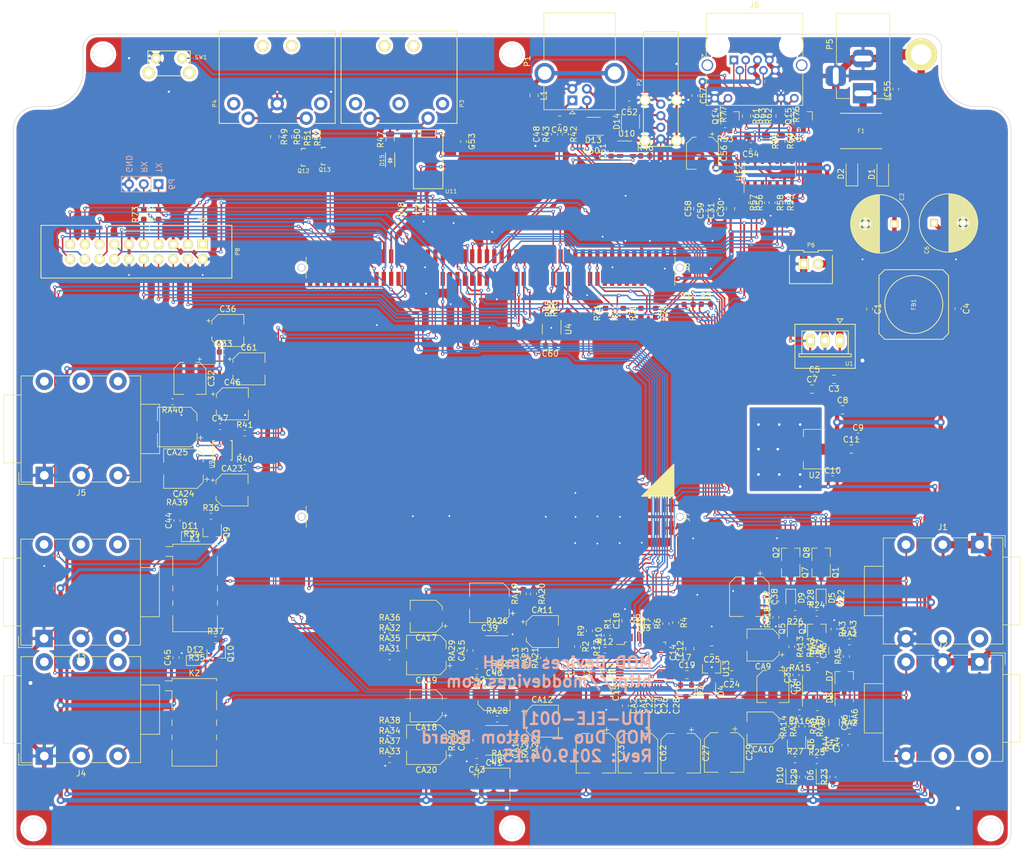
<source format=kicad_pcb>
(kicad_pcb (version 20171130) (host pcbnew 5.1.2-f72e74a~84~ubuntu18.04.1)
  (title_block (title "bottom board") (company MOD))
  (layers (0 F.Cu signal) (31 B.Cu signal) (34 B.Paste user) (35 F.Paste user) (36 B.SilkS user) (37 F.SilkS user) (38 B.Mask user) (39 F.Mask user) (44 Edge.Cuts user))
  (net 0 "")
  (net 1 "Net-(C1-Pad1)")
  (net 2 GNDA)
  (net 3 +12VA)
  (net 4 +5VA)
  (net 5 +5V)
  (net 6 +3V3)
  (net 7 BIAS_INPUT)
  (net 8 BIAS_OUT)
  (net 9 POWER_INPUT)
  (net 10 "Net-(CA1-Pad1)")
  (net 11 "Net-(CA2-Pad1)")
  (net 12 "Net-(CA3-Pad2)")
  (net 13 CODEC_ADC_A)
  (net 14 "Net-(CA6-Pad1)")
  (net 15 "Net-(CA7-Pad1)")
  (net 16 "Net-(CA7-Pad2)")
  (net 17 "Net-(CA8-Pad1)")
  (net 18 CODEC_ADC_B)
  (net 19 "Net-(CA10-Pad1)")
  (net 20 "Net-(CA11-Pad1)")
  (net 21 "Net-(CA12-Pad1)")
  (net 22 "Net-(CA13-Pad1)")
  (net 23 CODEC_DAC_A)
  (net 24 "Net-(CA14-Pad2)")
  (net 25 "Net-(CA15-Pad1)")
  (net 26 "Net-(CA15-Pad2)")
  (net 27 "Net-(CA16-Pad1)")
  (net 28 "Net-(CA16-Pad2)")
  (net 29 "Net-(CA17-Pad1)")
  (net 30 "Net-(CA17-Pad2)")
  (net 31 "Net-(CA18-Pad1)")
  (net 32 CODEC_DAC_B)
  (net 33 "Net-(CA19-Pad2)")
  (net 34 "Net-(CA20-Pad2)")
  (net 35 HP_LEFT)
  (net 36 "Net-(CA23-Pad1)")
  (net 37 "Net-(CA24-Pad1)")
  (net 38 HP_RIGHT)
  (net 39 "Net-(CA25-Pad1)")
  (net 40 "Net-(D1-Pad2)")
  (net 41 "Net-(D9-Pad1)")
  (net 42 "Net-(D9-Pad2)")
  (net 43 "Net-(D10-Pad1)")
  (net 44 "Net-(D10-Pad2)")
  (net 45 "Net-(D11-Pad2)")
  (net 46 "Net-(D12-Pad2)")
  (net 47 "Net-(D15-Pad1)")
  (net 48 "Net-(D15-Pad2)")
  (net 49 "Net-(D16-Pad1)")
  (net 50 LEFT_AUDIO_INPUT)
  (net 51 LEFT_AUDIO_OUTPUT_RING)
  (net 52 LEFT_AUDIO_OUTPUT_TIP)
  (net 53 RIGHT_AUDIO_INPUT)
  (net 54 RIGHT_AUDIO_OUTPUT_RING)
  (net 55 RIGHT_AUDIO_OUTPUT_TIP)
  (net 56 "Net-(K1-Pad5)")
  (net 57 "Net-(K2-Pad5)")
  (net 58 "Net-(P3-Pad4)")
  (net 59 "Net-(P4-Pad4)")
  (net 60 "Net-(P4-Pad5)")
  (net 61 POWER_BUTTON)
  (net 62 "Net-(Q5-Pad1)")
  (net 63 "Net-(Q6-Pad1)")
  (net 64 "Net-(Q12-Pad1)")
  (net 65 "Net-(Q12-Pad3)")
  (net 66 CODEC_~RESET)
  (net 67 CODEC_I2C_SCL)
  (net 68 CODEC_I2C_SDA)
  (net 69 UBOOT_BUTTON)
  (net 70 LEFT_GAIN_CTRL1)
  (net 71 LEFT_GAIN_CTRL2)
  (net 72 RIGHT_GAIN_CTRL1)
  (net 73 RIGHT_GAIN_CTRL2)
  (net 74 CODEC_I2S_SDIN)
  (net 75 CODEC_I2S_BCLK)
  (net 76 CODEC_I2S_LRCK)
  (net 77 CODEC_I2S_SDOUT)
  (net 78 CODEC_I2S_MCLK)
  (net 79 HP_CLOCK)
  (net 80 HP_UP/DN)
  (net 81 HMI_SPI0_MISO)
  (net 82 HMI_SPI0_MOSI)
  (net 83 HMI_SPI0_CLK)
  (net 84 HMI_SPI0_CS0)
  (net 85 PM_LEDS_OE)
  (net 86 HMI_RESET)
  (net 87 HMI_ISP_ENABLE)
  (net 88 CHAIN_UART_RX)
  (net 89 CHAIN_UART_TX)
  (net 90 CHAIN_UART_DE)
  (net 91 CHAIN_UART_RE)
  (net 92 USB_DEV_DET)
  (net 93 USB_DEV_DP)
  (net 94 USB_DEV_DM)
  (net 95 USB_HOST_DP)
  (net 96 USB_HOST_DM)
  (net 97 MIDI_UART_RX)
  (net 98 RS485_TX_LED)
  (net 99 RS485_RX_LED)
  (net 100 RS485_RX-)
  (net 101 RS485_TX-)
  (net 102 RS485_RX+)
  (net 103 RS485_TX+)
  (net 104 "HMI_RFU_02(TX)")
  (net 105 "HMI_RFU_01(RX)")
  (net 106 CLI_UART_TX)
  (net 107 CLI_UART_RX)
  (net 108 HMI_UART_RX)
  (net 109 HMI_UART_TX)
  (net 110 MIDI_UART_TX)
  (net 111 USB_HOST_DRV)
  (net 112 +12V)
  (net 113 "Net-(CA4-Pad2)")
  (net 114 "Net-(CA5-Pad1)")
  (net 115 "Net-(CA8-Pad2)")
  (net 116 "Net-(CA9-Pad1)")
  (net 117 "Net-(CA13-Pad2)")
  (net 118 "Net-(CA14-Pad1)")
  (net 119 "Net-(CA18-Pad2)")
  (net 120 "Net-(D5-Pad1)")
  (net 121 "Net-(D5-Pad2)")
  (net 122 "Net-(D6-Pad1)")
  (net 123 "Net-(D6-Pad2)")
  (net 124 "Net-(J6-Pad10)")
  (net 125 "Net-(J6-Pad12)")
  (net 126 "Net-(K1-Pad4)")
  (net 127 "Net-(K2-Pad4)")
  (net 128 "Net-(Q3-Pad1)")
  (net 129 "Net-(Q4-Pad1)")
  (net 130 LEFT_TRUE_BYPASS)
  (net 131 RIGHT_TRUE_BYPASS)
  (net 132 "Net-(Q14-Pad1)")
  (net 133 "Net-(R9-Pad1)")
  (net 134 "Net-(RA11-Pad2)")
  (net 135 "Net-(RA10-Pad2)")
  (net 136 "Net-(C22-Pad1)")
  (net 137 "Net-(C26-Pad1)")
  (net 138 "Net-(C28-Pad1)")
  (net 139 "Net-(C49-Pad1)")
  (net 140 "Net-(C52-Pad2)")
  (net 141 "Net-(L1-Pad1)")
  (net 142 "Net-(P8-Pad7)")
  (net 143 "Net-(P8-Pad9)")
  (net 144 "Net-(R5-Pad1)")
  (net 145 "Net-(R6-Pad1)")
  (net 146 "Net-(R7-Pad1)")
  (net 147 "Net-(R10-Pad1)")
  (net 148 "Net-(R12-Pad2)")
  (net 149 "Net-(R40-Pad1)")
  (net 150 "Net-(R41-Pad1)")
  (net 151 "Net-(R56-Pad1)")
  (net 152 "Net-(R59-Pad2)")
  (net 153 "Net-(R60-Pad2)")
  (net 154 "Net-(R61-Pad2)")
  (net 155 "Net-(R62-Pad2)")
  (net 156 TWI4_SCL)
  (net 157 TWI4_SDA)
  (net 158 +3.3VA)
  (net 159 "Net-(R3-Pad1)")
  (net 160 "Net-(C61-Pad2)")
  (net 161 "Net-(C32-Pad2)")
  (net 162 CODEC_AUX_B)
  (net 163 "Net-(C37-Pad1)")
  (net 164 CODEC_AUX_A)
  (net 165 "Net-(R4-Pad2)")
  (net 166 "Net-(R17-Pad2)")
  (module Resistor_SMD:R_0603_1608Metric (layer F.Cu) (at 196.01434 125.23978 270)
    (fp_text reference RA11 (at 0 -1.43 90) (layer F.SilkS))
    (fp_text value 1k5)
    (pad 2 smd roundrect (at 0.7875 0 270) (size 0.875 0.95) (layers F.Cu F.Paste F.Mask) (net 134 "Net-(RA11-Pad2)"))
    (pad 1 smd roundrect (at -0.7875 0 270) (size 0.875 0.95) (layers F.Cu F.Paste F.Mask) (net 62 "Net-(Q5-Pad1)"))
  )
  (module Resistor_SMD:R_0603_1608Metric (layer F.Cu) (at 162.08004 125.82652)
    (fp_text reference R12 (at 0 -1.43) (layer F.SilkS))
    (fp_text value 10k)
    (pad 2 smd roundrect (at 0.7875 0) (size 0.875 0.95) (layers F.Cu F.Paste F.Mask) (net 148 "Net-(R12-Pad2)"))
    (pad 1 smd roundrect (at -0.7875 0) (size 0.875 0.95) (layers F.Cu F.Paste F.Mask) (net 2 GNDA))
  )
  (module Capacitor_SMD:C_0603_1608Metric (layer F.Cu) (at 96.39554 74.39152)
    (fp_text reference C33 (at 0 -1.43) (layer F.SilkS))
    (fp_text value 100nF)
    (pad 2 smd roundrect (at 0.7875 0) (size 0.875 0.95) (layers F.Cu F.Paste F.Mask) (net 2 GNDA))
    (pad 1 smd roundrect (at -0.7875 0) (size 0.875 0.95) (layers F.Cu F.Paste F.Mask) (net 4 +5VA))
  )
  (module Resistor_SMD:R_0603_1608Metric (layer F.Cu) (at 162.18154 67.63502 90)
    (fp_text reference R31 (at 0 -1.43 90) (layer F.SilkS))
    (fp_text value 10k)
    (pad 2 smd roundrect (at 0.7875 0 90) (size 0.875 0.95) (layers F.Cu F.Paste F.Mask) (net 6 +3V3))
    (pad 1 smd roundrect (at -0.7875 0 90) (size 0.875 0.95) (layers F.Cu F.Paste F.Mask) (net 73 RIGHT_GAIN_CTRL2))
  )
  (module Resistor_SMD:R_0603_1608Metric (layer F.Cu) (at 161.80054 129.35702 270)
    (fp_text reference R13 (at 0 -1.43 90) (layer F.SilkS))
    (fp_text value 10k)
    (pad 2 smd roundrect (at 0.7875 0 270) (size 0.875 0.95) (layers F.Cu F.Paste F.Mask) (net 66 CODEC_~RESET))
    (pad 1 smd roundrect (at -0.7875 0 270) (size 0.875 0.95) (layers F.Cu F.Paste F.Mask) (net 158 +3.3VA))
  )
  (module Resistor_SMD:R_0603_1608Metric (layer F.Cu) (at 195.60804 136.62152 180)
    (fp_text reference RA16 (at 0 -1.43) (layer F.SilkS))
    (fp_text value 100R)
    (pad 2 smd roundrect (at 0.7875 0 180) (size 0.875 0.95) (layers F.Cu F.Paste F.Mask) (net 19 "Net-(CA10-Pad1)"))
    (pad 1 smd roundrect (at -0.7875 0 180) (size 0.875 0.95) (layers F.Cu F.Paste F.Mask) (net 17 "Net-(CA8-Pad1)"))
  )
  (module Resistor_SMD:R_0603_1608Metric (layer F.Cu) (at 111.125 37.465 270)
    (fp_text reference R52 (at 0 -1.43 90) (layer F.SilkS))
    (fp_text value 10k)
    (pad 2 smd roundrect (at 0.7875 0 270) (size 0.875 0.95) (layers F.Cu F.Paste F.Mask) (net 64 "Net-(Q12-Pad1)"))
    (pad 1 smd roundrect (at -0.7875 0 270) (size 0.875 0.95) (layers F.Cu F.Paste F.Mask) (net 5 +5V))
  )
  (module Resistor_SMD:R_0603_1608Metric (layer F.Cu) (at 109.3724 37.465 270)
    (fp_text reference R51 (at 0 -1.43 90) (layer F.SilkS))
    (fp_text value 10k)
    (pad 2 smd roundrect (at 0.7875 0 270) (size 0.875 0.95) (layers F.Cu F.Paste F.Mask) (net 65 "Net-(Q12-Pad3)"))
    (pad 1 smd roundrect (at -0.7875 0 270) (size 0.875 0.95) (layers F.Cu F.Paste F.Mask) (net 5 +5V))
  )
  (module Resistor_SMD:R_0805_2012Metric (layer F.Cu) (at 107.3658 37.2618 270)
    (fp_text reference R50 (at 0 -1.65 90) (layer F.SilkS))
    (fp_text value 220R)
    (pad 2 smd roundrect (at 0.9375 0 270) (size 0.975 1.4) (layers F.Cu F.Paste F.Mask) (net 65 "Net-(Q12-Pad3)"))
    (pad 1 smd roundrect (at -0.9375 0 270) (size 0.975 1.4) (layers F.Cu F.Paste F.Mask) (net 60 "Net-(P4-Pad5)"))
  )
  (module Resistor_SMD:R_0805_2012Metric (layer F.Cu) (at 105.156 37.2618 270)
    (fp_text reference R49 (at 0 -1.65 90) (layer F.SilkS))
    (fp_text value 220R)
    (pad 2 smd roundrect (at 0.9375 0 270) (size 0.975 1.4) (layers F.Cu F.Paste F.Mask) (net 5 +5V))
    (pad 1 smd roundrect (at -0.9375 0 270) (size 0.975 1.4) (layers F.Cu F.Paste F.Mask) (net 59 "Net-(P4-Pad4)"))
  )
  (module Resistor_SMD:R_0603_1608Metric (layer F.Cu) (at 128.4224 49.9364 90)
    (fp_text reference R48 (at 0 -1.43 90) (layer F.SilkS))
    (fp_text value 10k)
    (pad 2 smd roundrect (at 0.7875 0 90) (size 0.875 0.95) (layers F.Cu F.Paste F.Mask) (net 6 +3V3))
    (pad 1 smd roundrect (at -0.7875 0 90) (size 0.875 0.95) (layers F.Cu F.Paste F.Mask) (net 97 MIDI_UART_RX))
  )
  (module Resistor_SMD:R_0805_2012Metric (layer F.Cu) (at 125.03912 37.74948 90)
    (fp_text reference R47 (at 0 -1.65 90) (layer F.SilkS))
    (fp_text value 220R)
    (pad 2 smd roundrect (at 0.9375 0 90) (size 0.975 1.4) (layers F.Cu F.Paste F.Mask) (net 58 "Net-(P3-Pad4)"))
    (pad 1 smd roundrect (at -0.9375 0 90) (size 0.975 1.4) (layers F.Cu F.Paste F.Mask) (net 47 "Net-(D15-Pad1)"))
  )
  (module Resistor_SMD:R_0603_1608Metric (layer F.Cu) (at 151.892 66.929 270)
    (fp_text reference R16 (at 0 -1.43 90) (layer F.SilkS))
    (fp_text value 2k7)
    (pad 2 smd roundrect (at 0.7875 0 270) (size 0.875 0.95) (layers F.Cu F.Paste F.Mask) (net 157 TWI4_SDA))
    (pad 1 smd roundrect (at -0.7875 0 270) (size 0.875 0.95) (layers F.Cu F.Paste F.Mask) (net 6 +3V3))
  )
  (module Resistor_SMD:R_0603_1608Metric (layer F.Cu) (at 153.7716 66.929 90)
    (fp_text reference R15 (at 0 -1.43 90) (layer F.SilkS))
    (fp_text value 2k7)
    (pad 2 smd roundrect (at 0.7875 0 90) (size 0.875 0.95) (layers F.Cu F.Paste F.Mask) (net 6 +3V3))
    (pad 1 smd roundrect (at -0.7875 0 90) (size 0.875 0.95) (layers F.Cu F.Paste F.Mask) (net 156 TWI4_SCL))
  )
  (module Capacitor_SMD:C_0603_1608Metric (layer F.Cu) (at 138.811 141.3764 90)
    (fp_text reference CA16 (at 0 -1.43 90) (layer F.SilkS))
    (fp_text value 47pF)
    (pad 2 smd roundrect (at 0.7875 0 90) (size 0.875 0.95) (layers F.Cu F.Paste F.Mask) (net 28 "Net-(CA16-Pad2)"))
    (pad 1 smd roundrect (at -0.7875 0 90) (size 0.875 0.95) (layers F.Cu F.Paste F.Mask) (net 27 "Net-(CA16-Pad1)"))
  )
  (module Capacitor_SMD:C_0603_1608Metric (layer F.Cu) (at 148.082 142.6464 90)
    (fp_text reference CA14 (at 0 -1.43 90) (layer F.SilkS))
    (fp_text value 33pF)
    (pad 2 smd roundrect (at 0.7875 0 90) (size 0.875 0.95) (layers F.Cu F.Paste F.Mask) (net 24 "Net-(CA14-Pad2)"))
    (pad 1 smd roundrect (at -0.7875 0 90) (size 0.875 0.95) (layers F.Cu F.Paste F.Mask) (net 118 "Net-(CA14-Pad1)"))
  )
  (module Capacitor_SMD:C_0603_1608Metric (layer F.Cu) (at 137.70864 38.08476 270)
    (fp_text reference C53 (at 0 -1.43 90) (layer F.SilkS))
    (fp_text value 100nF)
    (pad 2 smd roundrect (at 0.7875 0 270) (size 0.875 0.95) (layers F.Cu F.Paste F.Mask) (net 2 GNDA))
    (pad 1 smd roundrect (at -0.7875 0 270) (size 0.875 0.95) (layers F.Cu F.Paste F.Mask) (net 5 +5V))
  )
  (module Capacitor_SMD:C_0603_1608Metric (layer F.Cu) (at 140.0048 145.0086 180)
    (fp_text reference C43 (at 0 -1.43) (layer F.SilkS))
    (fp_text value 100nF)
    (pad 2 smd roundrect (at 0.7875 0 180) (size 0.875 0.95) (layers F.Cu F.Paste F.Mask) (net 2 GNDA))
    (pad 1 smd roundrect (at -0.7875 0 180) (size 0.875 0.95) (layers F.Cu F.Paste F.Mask) (net 3 +12VA))
  )
  (module Capacitor_SMD:C_0603_1608Metric (layer F.Cu) (at 201.3204 96.2914)
    (fp_text reference C10 (at 0 -1.43) (layer F.SilkS))
    (fp_text value 100nF)
    (pad 2 smd roundrect (at 0.7875 0) (size 0.875 0.95) (layers F.Cu F.Paste F.Mask) (net 2 GNDA))
    (pad 1 smd roundrect (at -0.7875 0) (size 0.875 0.95) (layers F.Cu F.Paste F.Mask) (net 4 +5VA))
  )
  (module Capacitor_SMD:C_0603_1608Metric (layer F.Cu) (at 205.7146 88.9)
    (fp_text reference C9 (at 0 -1.43) (layer F.SilkS))
    (fp_text value 100nF)
    (pad 2 smd roundrect (at 0.7875 0) (size 0.875 0.95) (layers F.Cu F.Paste F.Mask) (net 2 GNDA))
    (pad 1 smd roundrect (at -0.7875 0) (size 0.875 0.95) (layers F.Cu F.Paste F.Mask) (net 3 +12VA))
  )
  (module Capacitor_SMD:C_0805_2012Metric (layer F.Cu) (at 197.7898 80.7974)
    (fp_text reference C7 (at 0 -1.65) (layer F.SilkS))
    (fp_text value 10uF)
    (pad 2 smd roundrect (at 0.9375 0) (size 0.975 1.4) (layers F.Cu F.Paste F.Mask) (net 2 GNDA))
    (pad 1 smd roundrect (at -0.9375 0) (size 0.975 1.4) (layers F.Cu F.Paste F.Mask) (net 5 +5V))
  )
  (module Capacitor_SMD:C_0603_1608Metric (layer F.Cu) (at 198.20128 78.86192)
    (fp_text reference C5 (at 0 -1.43) (layer F.SilkS))
    (fp_text value 100nF)
    (pad 2 smd roundrect (at 0.7875 0) (size 0.875 0.95) (layers F.Cu F.Paste F.Mask) (net 2 GNDA))
    (pad 1 smd roundrect (at -0.7875 0) (size 0.875 0.95) (layers F.Cu F.Paste F.Mask) (net 5 +5V))
  )
  (module Capacitor_SMD:C_0603_1608Metric (layer F.Cu) (at 222.9602 66.9154 270)
    (fp_text reference C4 (at 0 -1.43 90) (layer F.SilkS))
    (fp_text value 100nF)
    (pad 2 smd roundrect (at 0.7875 0 270) (size 0.875 0.95) (layers F.Cu F.Paste F.Mask) (net 2 GNDA))
    (pad 1 smd roundrect (at -0.7875 0 270) (size 0.875 0.95) (layers F.Cu F.Paste F.Mask) (net 3 +12VA))
  )
  (module Capacitor_SMD:C_0805_2012Metric (layer F.Cu) (at 201.549 79.0956 180)
    (fp_text reference C3 (at 0 -1.65) (layer F.SilkS))
    (fp_text value 10uF)
    (pad 2 smd roundrect (at 0.9375 0 180) (size 0.975 1.4) (layers F.Cu F.Paste F.Mask) (net 2 GNDA))
    (pad 1 smd roundrect (at -0.9375 0 180) (size 0.975 1.4) (layers F.Cu F.Paste F.Mask) (net 112 +12V))
  )
  (module Capacitor_SMD:C_0603_1608Metric (layer F.Cu) (at 207.6948 66.9662 270)
    (fp_text reference C1 (at 0 -1.43 90) (layer F.SilkS))
    (fp_text value 100nF)
    (pad 2 smd roundrect (at 0.7875 0 270) (size 0.875 0.95) (layers F.Cu F.Paste F.Mask) (net 2 GNDA))
    (pad 1 smd roundrect (at -0.7875 0 270) (size 0.875 0.95) (layers F.Cu F.Paste F.Mask) (net 1 "Net-(C1-Pad1)"))
  )
  (module Package_TO_SOT_SMD:SOT-23-5 (layer F.Cu) (at 165.8112 39.624)
    (fp_text reference U10 (at 0 -2.9) (layer F.SilkS))
    (fp_text value RT9742MNGJ5)
    (pad 5 smd rect (at 1.1 -0.95) (size 1.06 0.65) (layers F.Cu F.Paste F.Mask) (net 140 "Net-(C52-Pad2)"))
    (pad 4 smd rect (at 1.1 0.95) (size 1.06 0.65) (layers F.Cu F.Paste F.Mask) (net 111 USB_HOST_DRV))
    (pad 3 smd rect (at -1.1 0.95) (size 1.06 0.65) (layers F.Cu F.Paste F.Mask) (net 5 +5V))
    (pad 2 smd rect (at -1.1 0) (size 1.06 0.65) (layers F.Cu F.Paste F.Mask) (net 2 GNDA))
    (pad 1 smd rect (at -1.1 -0.95) (size 1.06 0.65) (layers F.Cu F.Paste F.Mask) (net 140 "Net-(C52-Pad2)"))
  )
  (module Package_SO:SOIC-14_3.9x8.7mm_P1.27mm (layer F.Cu) (at 190.5 43.4594 90)
    (fp_text reference U12 (at 0 -5.28 90) (layer F.SilkS))
    (fp_text value ISL83491)
    (pad 14 smd roundrect (at 2.475 -3.81 90) (size 1.95 0.6) (layers F.Cu F.Paste F.Mask) (net 6 +3V3))
    (pad 13 smd roundrect (at 2.475 -2.54 90) (size 1.95 0.6) (layers F.Cu F.Paste F.Mask) (net 6 +3V3))
    (pad 12 smd roundrect (at 2.475 -1.27 90) (size 1.95 0.6) (layers F.Cu F.Paste F.Mask) (net 152 "Net-(R59-Pad2)"))
    (pad 11 smd roundrect (at 2.475 0 90) (size 1.95 0.6) (layers F.Cu F.Paste F.Mask) (net 153 "Net-(R60-Pad2)"))
    (pad 10 smd roundrect (at 2.475 1.27 90) (size 1.95 0.6) (layers F.Cu F.Paste F.Mask) (net 155 "Net-(R62-Pad2)"))
    (pad 9 smd roundrect (at 2.475 2.54 90) (size 1.95 0.6) (layers F.Cu F.Paste F.Mask) (net 154 "Net-(R61-Pad2)"))
    (pad 8 smd roundrect (at 2.475 3.81 90) (size 1.95 0.6) (layers F.Cu F.Paste F.Mask))
    (pad 7 smd roundrect (at -2.475 3.81 90) (size 1.95 0.6) (layers F.Cu F.Paste F.Mask) (net 2 GNDA))
    (pad 6 smd roundrect (at -2.475 2.54 90) (size 1.95 0.6) (layers F.Cu F.Paste F.Mask) (net 2 GNDA))
    (pad 5 smd roundrect (at -2.475 1.27 90) (size 1.95 0.6) (layers F.Cu F.Paste F.Mask) (net 132 "Net-(Q14-Pad1)"))
    (pad 4 smd roundrect (at -2.475 0 90) (size 1.95 0.6) (layers F.Cu F.Paste F.Mask) (net 90 CHAIN_UART_DE))
    (pad 3 smd roundrect (at -2.475 -1.27 90) (size 1.95 0.6) (layers F.Cu F.Paste F.Mask) (net 91 CHAIN_UART_RE))
    (pad 2 smd roundrect (at -2.475 -2.54 90) (size 1.95 0.6) (layers F.Cu F.Paste F.Mask) (net 151 "Net-(R56-Pad1)"))
    (pad 1 smd roundrect (at -2.475 -3.81 90) (size 1.95 0.6) (layers F.Cu F.Paste F.Mask))
  )
  (module Resistor_SMD:R_0603_1608Metric (layer F.Cu) (at 87.53104 82.97672 180)
    (fp_text reference RA40 (at 0 -1.43) (layer F.SilkS))
    (fp_text value 75k)
    (pad 2 smd roundrect (at 0.7875 0 180) (size 0.875 0.95) (layers F.Cu F.Paste F.Mask) (net 38 HP_RIGHT))
    (pad 1 smd roundrect (at -0.7875 0 180) (size 0.875 0.95) (layers F.Cu F.Paste F.Mask) (net 2 GNDA))
  )
  (module Resistor_SMD:R_0603_1608Metric (layer F.Cu) (at 88.30634 98.90252 180)
    (fp_text reference RA39 (at 0 -1.43) (layer F.SilkS))
    (fp_text value 75k)
    (pad 2 smd roundrect (at 0.7875 0 180) (size 0.875 0.95) (layers F.Cu F.Paste F.Mask) (net 35 HP_LEFT))
    (pad 1 smd roundrect (at -0.7875 0 180) (size 0.875 0.95) (layers F.Cu F.Paste F.Mask) (net 2 GNDA))
  )
  (module Resistor_SMD:R_0603_1608Metric (layer F.Cu) (at 124.968 139.3698)
    (fp_text reference RA38 (at 0 -1.43) (layer F.SilkS))
    (fp_text value 33R)
    (pad 2 smd roundrect (at 0.7875 0) (size 0.875 0.95) (layers F.Cu F.Paste F.Mask) (net 119 "Net-(CA18-Pad2)"))
    (pad 1 smd roundrect (at -0.7875 0) (size 0.875 0.95) (layers F.Cu F.Paste F.Mask) (net 127 "Net-(K2-Pad4)"))
  )
  (module Resistor_SMD:R_0603_1608Metric (layer F.Cu) (at 124.968 142.9258)
    (fp_text reference RA37 (at 0 -1.43) (layer F.SilkS))
    (fp_text value 66R)
    (pad 2 smd roundrect (at 0.7875 0) (size 0.875 0.95) (layers F.Cu F.Paste F.Mask) (net 34 "Net-(CA20-Pad2)"))
    (pad 1 smd roundrect (at -0.7875 0) (size 0.875 0.95) (layers F.Cu F.Paste F.Mask) (net 57 "Net-(K2-Pad5)"))
  )
  (module Resistor_SMD:R_0603_1608Metric (layer F.Cu) (at 124.968 121.6406)
    (fp_text reference RA36 (at 0 -1.43) (layer F.SilkS))
    (fp_text value 33R)
    (pad 2 smd roundrect (at 0.7875 0) (size 0.875 0.95) (layers F.Cu F.Paste F.Mask) (net 30 "Net-(CA17-Pad2)"))
    (pad 1 smd roundrect (at -0.7875 0) (size 0.875 0.95) (layers F.Cu F.Paste F.Mask) (net 126 "Net-(K1-Pad4)"))
  )
  (module Resistor_SMD:R_0603_1608Metric (layer F.Cu) (at 124.968 125.1966)
    (fp_text reference RA35 (at 0 -1.43) (layer F.SilkS))
    (fp_text value 66R)
    (pad 2 smd roundrect (at 0.7875 0) (size 0.875 0.95) (layers F.Cu F.Paste F.Mask) (net 33 "Net-(CA19-Pad2)"))
    (pad 1 smd roundrect (at -0.7875 0) (size 0.875 0.95) (layers F.Cu F.Paste F.Mask) (net 56 "Net-(K1-Pad5)"))
  )
  (module Resistor_SMD:R_0603_1608Metric (layer F.Cu) (at 124.968 141.1478)
    (fp_text reference RA34 (at 0 -1.43) (layer F.SilkS))
    (fp_text value 33R)
    (pad 2 smd roundrect (at 0.7875 0) (size 0.875 0.95) (layers F.Cu F.Paste F.Mask) (net 119 "Net-(CA18-Pad2)"))
    (pad 1 smd roundrect (at -0.7875 0) (size 0.875 0.95) (layers F.Cu F.Paste F.Mask) (net 2 GNDA))
  )
  (module Resistor_SMD:R_0603_1608Metric (layer F.Cu) (at 124.968 144.7038)
    (fp_text reference RA33 (at 0 -1.43) (layer F.SilkS))
    (fp_text value 22k)
    (pad 2 smd roundrect (at 0.7875 0) (size 0.875 0.95) (layers F.Cu F.Paste F.Mask) (net 34 "Net-(CA20-Pad2)"))
    (pad 1 smd roundrect (at -0.7875 0) (size 0.875 0.95) (layers F.Cu F.Paste F.Mask) (net 2 GNDA))
  )
  (module Resistor_SMD:R_0603_1608Metric (layer F.Cu) (at 124.968 123.4186)
    (fp_text reference RA32 (at 0 -1.43) (layer F.SilkS))
    (fp_text value 33R)
    (pad 2 smd roundrect (at 0.7875 0) (size 0.875 0.95) (layers F.Cu F.Paste F.Mask) (net 30 "Net-(CA17-Pad2)"))
    (pad 1 smd roundrect (at -0.7875 0) (size 0.875 0.95) (layers F.Cu F.Paste F.Mask) (net 2 GNDA))
  )
  (module Resistor_SMD:R_0603_1608Metric (layer F.Cu) (at 124.968 126.9746)
    (fp_text reference RA31 (at 0 -1.43) (layer F.SilkS))
    (fp_text value 22k)
    (pad 2 smd roundrect (at 0.7875 0) (size 0.875 0.95) (layers F.Cu F.Paste F.Mask) (net 33 "Net-(CA19-Pad2)"))
    (pad 1 smd roundrect (at -0.7875 0) (size 0.875 0.95) (layers F.Cu F.Paste F.Mask) (net 2 GNDA))
  )
  (module Resistor_SMD:R_0603_1608Metric (layer F.Cu) (at 137.1346 141.3764 90)
    (fp_text reference RA30 (at 0 -1.43 90) (layer F.SilkS))
    (fp_text value 10k)
    (pad 2 smd roundrect (at 0.7875 0 90) (size 0.875 0.95) (layers F.Cu F.Paste F.Mask) (net 28 "Net-(CA16-Pad2)"))
    (pad 1 smd roundrect (at -0.7875 0 90) (size 0.875 0.95) (layers F.Cu F.Paste F.Mask) (net 27 "Net-(CA16-Pad1)"))
  )
  (module Resistor_SMD:R_0603_1608Metric (layer F.Cu) (at 137.1346 125.9078 90)
    (fp_text reference RA29 (at 0 -1.43 90) (layer F.SilkS))
    (fp_text value 10k)
    (pad 2 smd roundrect (at 0.7875 0 90) (size 0.875 0.95) (layers F.Cu F.Paste F.Mask) (net 26 "Net-(CA15-Pad2)"))
    (pad 1 smd roundrect (at -0.7875 0 90) (size 0.875 0.95) (layers F.Cu F.Paste F.Mask) (net 25 "Net-(CA15-Pad1)"))
  )
  (module Resistor_SMD:R_0603_1608Metric (layer F.Cu) (at 143.4846 137.6934)
    (fp_text reference RA28 (at 0 -1.43) (layer F.SilkS))
    (fp_text value 10k)
    (pad 2 smd roundrect (at 0.7875 0) (size 0.875 0.95) (layers F.Cu F.Paste F.Mask) (net 8 BIAS_OUT))
    (pad 1 smd roundrect (at -0.7875 0) (size 0.875 0.95) (layers F.Cu F.Paste F.Mask) (net 31 "Net-(CA18-Pad1)"))
  )
  (module Resistor_SMD:R_0603_1608Metric (layer F.Cu) (at 144.3736 145.0594)
    (fp_text reference RA27 (at 0 -1.43) (layer F.SilkS))
    (fp_text value 10k)
    (pad 2 smd roundrect (at 0.7875 0) (size 0.875 0.95) (layers F.Cu F.Paste F.Mask) (net 118 "Net-(CA14-Pad1)"))
    (pad 1 smd roundrect (at -0.7875 0) (size 0.875 0.95) (layers F.Cu F.Paste F.Mask) (net 28 "Net-(CA16-Pad2)"))
  )
  (module Resistor_SMD:R_0603_1608Metric (layer F.Cu) (at 143.4846 122.2248)
    (fp_text reference RA26 (at 0 -1.43) (layer F.SilkS))
    (fp_text value 10k)
    (pad 2 smd roundrect (at 0.7875 0) (size 0.875 0.95) (layers F.Cu F.Paste F.Mask) (net 8 BIAS_OUT))
    (pad 1 smd roundrect (at -0.7875 0) (size 0.875 0.95) (layers F.Cu F.Paste F.Mask) (net 29 "Net-(CA17-Pad1)"))
  )
  (module Resistor_SMD:R_0603_1608Metric (layer F.Cu) (at 144.3736 129.5908)
    (fp_text reference RA25 (at 0 -1.43) (layer F.SilkS))
    (fp_text value 10k)
    (pad 2 smd roundrect (at 0.7875 0) (size 0.875 0.95) (layers F.Cu F.Paste F.Mask) (net 22 "Net-(CA13-Pad1)"))
    (pad 1 smd roundrect (at -0.7875 0) (size 0.875 0.95) (layers F.Cu F.Paste F.Mask) (net 26 "Net-(CA15-Pad2)"))
  )
  (module Resistor_SMD:R_0603_1608Metric (layer F.Cu) (at 149.7584 142.6464 90)
    (fp_text reference RA24 (at 0 -1.43 90) (layer F.SilkS))
    (fp_text value 15k)
    (pad 2 smd roundrect (at 0.7875 0 90) (size 0.875 0.95) (layers F.Cu F.Paste F.Mask) (net 24 "Net-(CA14-Pad2)"))
    (pad 1 smd roundrect (at -0.7875 0 90) (size 0.875 0.95) (layers F.Cu F.Paste F.Mask) (net 118 "Net-(CA14-Pad1)"))
  )
  (module Resistor_SMD:R_0603_1608Metric (layer F.Cu) (at 149.7584 127.1778 90)
    (fp_text reference RA23 (at 0 -1.43 90) (layer F.SilkS))
    (fp_text value 15k)
    (pad 2 smd roundrect (at 0.7875 0 90) (size 0.875 0.95) (layers F.Cu F.Paste F.Mask) (net 117 "Net-(CA13-Pad2)"))
    (pad 1 smd roundrect (at -0.7875 0 90) (size 0.875 0.95) (layers F.Cu F.Paste F.Mask) (net 22 "Net-(CA13-Pad1)"))
  )
  (module Resistor_SMD:R_0603_1608Metric (layer F.Cu) (at 151.4856 142.6464 90)
    (fp_text reference RA22 (at 0 -1.43 90) (layer F.SilkS))
    (fp_text value 10k)
    (pad 2 smd roundrect (at 0.7875 0 90) (size 0.875 0.95) (layers F.Cu F.Paste F.Mask) (net 21 "Net-(CA12-Pad1)"))
    (pad 1 smd roundrect (at -0.7875 0 90) (size 0.875 0.95) (layers F.Cu F.Paste F.Mask) (net 24 "Net-(CA14-Pad2)"))
  )
  (module Resistor_SMD:R_0603_1608Metric (layer F.Cu) (at 151.4856 127.1778 90)
    (fp_text reference RA21 (at 0 -1.43 90) (layer F.SilkS))
    (fp_text value 10k)
    (pad 2 smd roundrect (at 0.7875 0 90) (size 0.875 0.95) (layers F.Cu F.Paste F.Mask) (net 20 "Net-(CA11-Pad1)"))
    (pad 1 smd roundrect (at -0.7875 0 90) (size 0.875 0.95) (layers F.Cu F.Paste F.Mask) (net 117 "Net-(CA13-Pad2)"))
  )
  (module Resistor_SMD:R_0603_1608Metric (layer F.Cu) (at 149.7838 116.1034 270)
    (fp_text reference RA20 (at 0 -1.43 90) (layer F.SilkS))
    (fp_text value 1k2)
    (pad 2 smd roundrect (at 0.7875 0 270) (size 0.875 0.95) (layers F.Cu F.Paste F.Mask) (net 8 BIAS_OUT))
    (pad 1 smd roundrect (at -0.7875 0 270) (size 0.875 0.95) (layers F.Cu F.Paste F.Mask) (net 2 GNDA))
  )
  (module Resistor_SMD:R_0603_1608Metric (layer F.Cu) (at 148.0058 116.1034 90)
    (fp_text reference RA19 (at 0 -1.43 90) (layer F.SilkS))
    (fp_text value 1k2)
    (pad 2 smd roundrect (at 0.7875 0 90) (size 0.875 0.95) (layers F.Cu F.Paste F.Mask) (net 3 +12VA))
    (pad 1 smd roundrect (at -0.7875 0 90) (size 0.875 0.95) (layers F.Cu F.Paste F.Mask) (net 8 BIAS_OUT))
  )
  (module Resistor_SMD:R_0603_1608Metric (layer F.Cu) (at 191.5414 120.1674 90)
    (fp_text reference RA18 (at 0 -1.43 90) (layer F.SilkS))
    (fp_text value 1k2)
    (pad 2 smd roundrect (at 0.7875 0 90) (size 0.875 0.95) (layers F.Cu F.Paste F.Mask) (net 7 BIAS_INPUT))
    (pad 1 smd roundrect (at -0.7875 0 90) (size 0.875 0.95) (layers F.Cu F.Paste F.Mask) (net 2 GNDA))
  )
  (module Resistor_SMD:R_0603_1608Metric (layer F.Cu) (at 191.5414 117.3734 90)
    (fp_text reference RA17 (at 0 -1.43 90) (layer F.SilkS))
    (fp_text value 1k2)
    (pad 2 smd roundrect (at 0.7875 0 90) (size 0.875 0.95) (layers F.Cu F.Paste F.Mask) (net 3 +12VA))
    (pad 1 smd roundrect (at -0.7875 0 90) (size 0.875 0.95) (layers F.Cu F.Paste F.Mask) (net 7 BIAS_INPUT))
  )
  (module Resistor_SMD:R_0603_1608Metric (layer F.Cu) (at 195.70954 127.44958 180)
    (fp_text reference RA15 (at 0 -1.43) (layer F.SilkS))
    (fp_text value 100R)
    (pad 2 smd roundrect (at 0.7875 0 180) (size 0.875 0.95) (layers F.Cu F.Paste F.Mask) (net 116 "Net-(CA9-Pad1)"))
    (pad 1 smd roundrect (at -0.7875 0 180) (size 0.875 0.95) (layers F.Cu F.Paste F.Mask) (net 15 "Net-(CA7-Pad1)"))
  )
  (module Resistor_SMD:R_0603_1608Metric (layer F.Cu) (at 194.28714 138.95578 90)
    (fp_text reference RA14 (at 0 -1.43 90) (layer F.SilkS))
    (fp_text value 4k99)
    (pad 2 smd roundrect (at 0.7875 0 90) (size 0.875 0.95) (layers F.Cu F.Paste F.Mask) (net 19 "Net-(CA10-Pad1)"))
    (pad 1 smd roundrect (at -0.7875 0 90) (size 0.875 0.95) (layers F.Cu F.Paste F.Mask) (net 135 "Net-(RA10-Pad2)"))
  )
  (module Resistor_SMD:R_0603_1608Metric (layer F.Cu) (at 194.28714 125.23978 270)
    (fp_text reference RA13 (at 0 -1.43 90) (layer F.SilkS))
    (fp_text value 4k99)
    (pad 2 smd roundrect (at 0.7875 0 270) (size 0.875 0.95) (layers F.Cu F.Paste F.Mask) (net 116 "Net-(CA9-Pad1)"))
    (pad 1 smd roundrect (at -0.7875 0 270) (size 0.875 0.95) (layers F.Cu F.Paste F.Mask) (net 134 "Net-(RA11-Pad2)"))
  )
  (module Resistor_SMD:R_0603_1608Metric (layer F.Cu) (at 196.01434 138.95578 90)
    (fp_text reference RA12 (at 0 -1.43 90) (layer F.SilkS))
    (fp_text value 1k5)
    (pad 2 smd roundrect (at 0.7875 0 90) (size 0.875 0.95) (layers F.Cu F.Paste F.Mask) (net 135 "Net-(RA10-Pad2)"))
    (pad 1 smd roundrect (at -0.7875 0 90) (size 0.875 0.95) (layers F.Cu F.Paste F.Mask) (net 63 "Net-(Q6-Pad1)"))
  )
  (module Resistor_SMD:R_0603_1608Metric (layer F.Cu) (at 197.74154 138.95578 270)
    (fp_text reference RA10 (at 0 -1.43 90) (layer F.SilkS))
    (fp_text value 21k)
    (pad 2 smd roundrect (at 0.7875 0 270) (size 0.875 0.95) (layers F.Cu F.Paste F.Mask) (net 135 "Net-(RA10-Pad2)"))
    (pad 1 smd roundrect (at -0.7875 0 270) (size 0.875 0.95) (layers F.Cu F.Paste F.Mask) (net 115 "Net-(CA8-Pad2)"))
  )
  (module Resistor_SMD:R_0603_1608Metric (layer F.Cu) (at 199.46874 125.23978 90)
    (fp_text reference RA9 (at 0 -1.43 90) (layer F.SilkS))
    (fp_text value 21k)
    (pad 2 smd roundrect (at 0.7875 0 90) (size 0.875 0.95) (layers F.Cu F.Paste F.Mask) (net 134 "Net-(RA11-Pad2)"))
    (pad 1 smd roundrect (at -0.7875 0 90) (size 0.875 0.95) (layers F.Cu F.Paste F.Mask) (net 16 "Net-(CA7-Pad2)"))
  )
  (module Resistor_SMD:R_0603_1608Metric (layer F.Cu) (at 199.46874 138.95578 90)
    (fp_text reference RA8 (at 0 -1.43 90) (layer F.SilkS))
    (fp_text value 1k5)
    (pad 2 smd roundrect (at 0.7875 0 90) (size 0.875 0.95) (layers F.Cu F.Paste F.Mask) (net 115 "Net-(CA8-Pad2)"))
    (pad 1 smd roundrect (at -0.7875 0 90) (size 0.875 0.95) (layers F.Cu F.Paste F.Mask) (net 129 "Net-(Q4-Pad1)"))
  )
  (module Resistor_SMD:R_0603_1608Metric (layer F.Cu) (at 197.74154 125.23978 270)
    (fp_text reference RA7 (at 0 -1.43 90) (layer F.SilkS))
    (fp_text value 1k5)
    (pad 2 smd roundrect (at 0.7875 0 270) (size 0.875 0.95) (layers F.Cu F.Paste F.Mask) (net 16 "Net-(CA7-Pad2)"))
    (pad 1 smd roundrect (at -0.7875 0 270) (size 0.875 0.95) (layers F.Cu F.Paste F.Mask) (net 128 "Net-(Q3-Pad1)"))
  )
  (module Resistor_SMD:R_0603_1608Metric (layer F.Cu) (at 203.71054 137.27938 270)
    (fp_text reference RA6 (at 0 -1.43 90) (layer F.SilkS))
    (fp_text value 1M)
    (pad 2 smd roundrect (at 0.7875 0 270) (size 0.875 0.95) (layers F.Cu F.Paste F.Mask) (net 7 BIAS_INPUT))
    (pad 1 smd roundrect (at -0.7875 0 270) (size 0.875 0.95) (layers F.Cu F.Paste F.Mask) (net 14 "Net-(CA6-Pad1)"))
  )
  (module Resistor_SMD:R_0603_1608Metric (layer F.Cu) (at 203.71054 126.91618 90)
    (fp_text reference RA5 (at 0 -1.43 90) (layer F.SilkS))
    (fp_text value 1M)
    (pad 2 smd roundrect (at 0.7875 0 90) (size 0.875 0.95) (layers F.Cu F.Paste F.Mask) (net 7 BIAS_INPUT))
    (pad 1 smd roundrect (at -0.7875 0 90) (size 0.875 0.95) (layers F.Cu F.Paste F.Mask) (net 114 "Net-(CA5-Pad1)"))
  )
  (module Resistor_SMD:R_0603_1608Metric (layer F.Cu) (at 201.57694 142.01648 90)
    (fp_text reference RA4 (at 0 -1.43 90) (layer F.SilkS))
    (fp_text value 1M)
    (pad 2 smd roundrect (at 0.7875 0 90) (size 0.875 0.95) (layers F.Cu F.Paste F.Mask) (net 113 "Net-(CA4-Pad2)"))
    (pad 1 smd roundrect (at -0.7875 0 90) (size 0.875 0.95) (layers F.Cu F.Paste F.Mask) (net 2 GNDA))
  )
  (module Resistor_SMD:R_0603_1608Metric (layer F.Cu) (at 201.57694 122.17908 270)
    (fp_text reference RA3 (at 0 -1.43 90) (layer F.SilkS))
    (fp_text value 1M)
    (pad 2 smd roundrect (at 0.7875 0 270) (size 0.875 0.95) (layers F.Cu F.Paste F.Mask) (net 12 "Net-(CA3-Pad2)"))
    (pad 1 smd roundrect (at -0.7875 0 270) (size 0.875 0.95) (layers F.Cu F.Paste F.Mask) (net 2 GNDA))
  )
  (module Resistor_SMD:R_0603_1608Metric (layer F.Cu) (at 204.21854 139.79398)
    (fp_text reference RA2 (at 0 -1.43) (layer F.SilkS))
    (fp_text value 47R)
    (pad 2 smd roundrect (at 0.7875 0) (size 0.875 0.95) (layers F.Cu F.Paste F.Mask) (net 53 RIGHT_AUDIO_INPUT))
    (pad 1 smd roundrect (at -0.7875 0) (size 0.875 0.95) (layers F.Cu F.Paste F.Mask) (net 113 "Net-(CA4-Pad2)"))
  )
  (module Resistor_SMD:R_0603_1608Metric (layer F.Cu) (at 204.21854 124.40158)
    (fp_text reference RA1 (at 0 -1.43) (layer F.SilkS))
    (fp_text value 47R)
    (pad 2 smd roundrect (at 0.7875 0) (size 0.875 0.95) (layers F.Cu F.Paste F.Mask) (net 50 LEFT_AUDIO_INPUT))
    (pad 1 smd roundrect (at -0.7875 0) (size 0.875 0.95) (layers F.Cu F.Paste F.Mask) (net 12 "Net-(CA3-Pad2)"))
  )
  (module Resistor_SMD:R_0603_1608Metric (layer F.Cu) (at 181.0766 33.401 270)
    (fp_text reference R77 (at 0 -1.43 90) (layer F.SilkS))
    (fp_text value 330R)
    (pad 2 smd roundrect (at 0.7875 0 270) (size 0.875 0.95) (layers F.Cu F.Paste F.Mask) (net 98 RS485_TX_LED))
    (pad 1 smd roundrect (at -0.7875 0 270) (size 0.875 0.95) (layers F.Cu F.Paste F.Mask) (net 124 "Net-(J6-Pad10)"))
  )
  (module Resistor_SMD:R_0603_1608Metric (layer F.Cu) (at 193.6496 33.401 270)
    (fp_text reference R76 (at 0 -1.43 90) (layer F.SilkS))
    (fp_text value 330R)
    (pad 2 smd roundrect (at 0.7875 0 270) (size 0.875 0.95) (layers F.Cu F.Paste F.Mask) (net 99 RS485_RX_LED))
    (pad 1 smd roundrect (at -0.7875 0 270) (size 0.875 0.95) (layers F.Cu F.Paste F.Mask) (net 125 "Net-(J6-Pad12)"))
  )
  (module Resistor_SMD:R_0603_1608Metric (layer F.Cu) (at 82.5754 50.6984 90)
    (fp_text reference R73 (at 0 -1.43 90) (layer F.SilkS))
    (fp_text value 100R)
    (pad 2 smd roundrect (at 0.7875 0 90) (size 0.875 0.95) (layers F.Cu F.Paste F.Mask) (net 107 CLI_UART_RX))
    (pad 1 smd roundrect (at -0.7875 0 90) (size 0.875 0.95) (layers F.Cu F.Paste F.Mask) (net 143 "Net-(P8-Pad9)"))
  )
  (module Resistor_SMD:R_0603_1608Metric (layer F.Cu) (at 85.1154 50.6984 90)
    (fp_text reference R72 (at 0 -1.43 90) (layer F.SilkS))
    (fp_text value 100R)
    (pad 2 smd roundrect (at 0.7875 0 90) (size 0.875 0.95) (layers F.Cu F.Paste F.Mask) (net 106 CLI_UART_TX))
    (pad 1 smd roundrect (at -0.7875 0 90) (size 0.875 0.95) (layers F.Cu F.Paste F.Mask) (net 142 "Net-(P8-Pad7)"))
  )
  (module Resistor_SMD:R_0805_2012Metric (layer F.Cu) (at 190.8556 33.7058 90)
    (fp_text reference R63 (at 0 -1.65 90) (layer F.SilkS))
    (fp_text value 100R)
    (pad 2 smd roundrect (at 0.9375 0 90) (size 0.975 1.4) (layers F.Cu F.Paste F.Mask) (net 100 RS485_RX-))
    (pad 1 smd roundrect (at -0.9375 0 90) (size 0.975 1.4) (layers F.Cu F.Paste F.Mask) (net 102 RS485_RX+))
  )
  (module Resistor_SMD:R_0805_2012Metric (layer F.Cu) (at 188.6712 33.7058 270)
    (fp_text reference R62 (at 0 -1.65 90) (layer F.SilkS))
    (fp_text value 56R)
    (pad 2 smd roundrect (at 0.9375 0 270) (size 0.975 1.4) (layers F.Cu F.Paste F.Mask) (net 155 "Net-(R62-Pad2)"))
    (pad 1 smd roundrect (at -0.9375 0 270) (size 0.975 1.4) (layers F.Cu F.Paste F.Mask) (net 101 RS485_TX-))
  )
  (module Resistor_SMD:R_0805_2012Metric (layer F.Cu) (at 186.4868 33.7058 270)
    (fp_text reference R61 (at 0 -1.65 90) (layer F.SilkS))
    (fp_text value 56R)
    (pad 2 smd roundrect (at 0.9375 0 270) (size 0.975 1.4) (layers F.Cu F.Paste F.Mask) (net 154 "Net-(R61-Pad2)"))
    (pad 1 smd roundrect (at -0.9375 0 270) (size 0.975 1.4) (layers F.Cu F.Paste F.Mask) (net 103 RS485_TX+))
  )
  (module Resistor_SMD:R_0805_2012Metric (layer F.Cu) (at 192.405 37.9984 270)
    (fp_text reference R60 (at 0 -1.65 90) (layer F.SilkS))
    (fp_text value 56R)
    (pad 2 smd roundrect (at 0.9375 0 270) (size 0.975 1.4) (layers F.Cu F.Paste F.Mask) (net 153 "Net-(R60-Pad2)"))
    (pad 1 smd roundrect (at -0.9375 0 270) (size 0.975 1.4) (layers F.Cu F.Paste F.Mask) (net 100 RS485_RX-))
  )
  (module Resistor_SMD:R_0805_2012Metric (layer F.Cu) (at 189.8396 37.9984 270)
    (fp_text reference R59 (at 0 -1.65 90) (layer F.SilkS))
    (fp_text value 56R)
    (pad 2 smd roundrect (at 0.9375 0 270) (size 0.975 1.4) (layers F.Cu F.Paste F.Mask) (net 152 "Net-(R59-Pad2)"))
    (pad 1 smd roundrect (at -0.9375 0 270) (size 0.975 1.4) (layers F.Cu F.Paste F.Mask) (net 102 RS485_RX+))
  )
  (module Resistor_SMD:R_0603_1608Metric (layer F.Cu) (at 190.881 48.641 270)
    (fp_text reference R58 (at 0 -1.43 90) (layer F.SilkS))
    (fp_text value 10k)
    (pad 2 smd roundrect (at 0.7875 0 270) (size 0.875 0.95) (layers F.Cu F.Paste F.Mask) (net 2 GNDA))
    (pad 1 smd roundrect (at -0.7875 0 270) (size 0.875 0.95) (layers F.Cu F.Paste F.Mask) (net 90 CHAIN_UART_DE))
  )
  (module Resistor_SMD:R_0603_1608Metric (layer F.Cu) (at 189.103 48.641 90)
    (fp_text reference R57 (at 0 -1.43 90) (layer F.SilkS))
    (fp_text value 10k)
    (pad 2 smd roundrect (at 0.7875 0 90) (size 0.875 0.95) (layers F.Cu F.Paste F.Mask) (net 91 CHAIN_UART_RE))
    (pad 1 smd roundrect (at -0.7875 0 90) (size 0.875 0.95) (layers F.Cu F.Paste F.Mask) (net 6 +3V3))
  )
  (module Resistor_SMD:R_0603_1608Metric (layer F.Cu) (at 187.325 48.641 270)
    (fp_text reference R56 (at 0 -1.43 90) (layer F.SilkS))
    (fp_text value 100R)
    (pad 2 smd roundrect (at 0.7875 0 270) (size 0.875 0.95) (layers F.Cu F.Paste F.Mask) (net 88 CHAIN_UART_RX))
    (pad 1 smd roundrect (at -0.7875 0 270) (size 0.875 0.95) (layers F.Cu F.Paste F.Mask) (net 151 "Net-(R56-Pad1)"))
  )
  (module Resistor_SMD:R_0603_1608Metric (layer F.Cu) (at 192.659 48.641 270)
    (fp_text reference R55 (at 0 -1.43 90) (layer F.SilkS))
    (fp_text value 100R)
    (pad 2 smd roundrect (at 0.7875 0 270) (size 0.875 0.95) (layers F.Cu F.Paste F.Mask) (net 89 CHAIN_UART_TX))
    (pad 1 smd roundrect (at -0.7875 0 270) (size 0.875 0.95) (layers F.Cu F.Paste F.Mask) (net 132 "Net-(Q14-Pad1)"))
  )
  (module Resistor_SMD:R_0603_1608Metric (layer F.Cu) (at 195.4784 36.2204 180)
    (fp_text reference R54 (at 0 -1.43) (layer F.SilkS))
    (fp_text value 10k)
    (pad 2 smd roundrect (at 0.7875 0 180) (size 0.875 0.95) (layers F.Cu F.Paste F.Mask) (net 2 GNDA))
    (pad 1 smd roundrect (at -0.7875 0 180) (size 0.875 0.95) (layers F.Cu F.Paste F.Mask) (net 99 RS485_RX_LED))
  )
  (module Resistor_SMD:R_0603_1608Metric (layer F.Cu) (at 182.8038 36.2204 180)
    (fp_text reference R53 (at 0 -1.43) (layer F.SilkS))
    (fp_text value 10k)
    (pad 2 smd roundrect (at 0.7875 0 180) (size 0.875 0.95) (layers F.Cu F.Paste F.Mask) (net 2 GNDA))
    (pad 1 smd roundrect (at -0.7875 0 180) (size 0.875 0.95) (layers F.Cu F.Paste F.Mask) (net 98 RS485_TX_LED))
  )
  (module Resistor_SMD:R_0603_1608Metric (layer F.Cu) (at 169.037 40.5765)
    (fp_text reference R46 (at 0 -1.43) (layer F.SilkS))
    (fp_text value 10k)
    (pad 2 smd roundrect (at 0.7875 0) (size 0.875 0.95) (layers F.Cu F.Paste F.Mask) (net 2 GNDA))
    (pad 1 smd roundrect (at -0.7875 0) (size 0.875 0.95) (layers F.Cu F.Paste F.Mask) (net 111 USB_HOST_DRV))
  )
  (module Resistor_SMD:R_0603_1608Metric (layer F.Cu) (at 99.9744 88.392)
    (fp_text reference R41 (at 0 -1.43) (layer F.SilkS))
    (fp_text value 22R)
    (pad 2 smd roundrect (at 0.7875 0) (size 0.875 0.95) (layers F.Cu F.Paste F.Mask) (net 80 HP_UP/DN))
    (pad 1 smd roundrect (at -0.7875 0) (size 0.875 0.95) (layers F.Cu F.Paste F.Mask) (net 150 "Net-(R41-Pad1)"))
  )
  (module Resistor_SMD:R_0603_1608Metric (layer F.Cu) (at 99.9744 94.3356)
    (fp_text reference R40 (at 0 -1.43) (layer F.SilkS))
    (fp_text value 22R)
    (pad 2 smd roundrect (at 0.7875 0) (size 0.875 0.95) (layers F.Cu F.Paste F.Mask) (net 79 HP_CLOCK))
    (pad 1 smd roundrect (at -0.7875 0) (size 0.875 0.95) (layers F.Cu F.Paste F.Mask) (net 149 "Net-(R40-Pad1)"))
  )
  (module Resistor_SMD:R_0603_1608Metric (layer F.Cu) (at 94.946 124.009)
    (fp_text reference R37 (at 0 -1.43) (layer F.SilkS))
    (fp_text value 10k)
    (pad 2 smd roundrect (at 0.7875 0) (size 0.875 0.95) (layers F.Cu F.Paste F.Mask) (net 131 RIGHT_TRUE_BYPASS))
    (pad 1 smd roundrect (at -0.7875 0) (size 0.875 0.95) (layers F.Cu F.Paste F.Mask) (net 2 GNDA))
  )
  (module Resistor_SMD:R_0603_1608Metric (layer F.Cu) (at 94.1622 102.7168)
    (fp_text reference R36 (at 0 -1.43) (layer F.SilkS))
    (fp_text value 10k)
    (pad 2 smd roundrect (at 0.7875 0) (size 0.875 0.95) (layers F.Cu F.Paste F.Mask) (net 130 LEFT_TRUE_BYPASS))
    (pad 1 smd roundrect (at -0.7875 0) (size 0.875 0.95) (layers F.Cu F.Paste F.Mask) (net 2 GNDA))
  )
  (module Resistor_SMD:R_0603_1608Metric (layer F.Cu) (at 91.7202 125.6854 180)
    (fp_text reference R35 (at 0 -1.43) (layer F.SilkS))
    (fp_text value 100k)
    (pad 2 smd roundrect (at 0.7875 0 180) (size 0.875 0.95) (layers F.Cu F.Paste F.Mask) (net 3 +12VA))
    (pad 1 smd roundrect (at -0.7875 0 180) (size 0.875 0.95) (layers F.Cu F.Paste F.Mask) (net 46 "Net-(D12-Pad2)"))
  )
  (module Resistor_SMD:R_0603_1608Metric (layer F.Cu) (at 90.8602 104.3424 180)
    (fp_text reference R34 (at 0 -1.43) (layer F.SilkS))
    (fp_text value 100k)
    (pad 2 smd roundrect (at 0.7875 0 180) (size 0.875 0.95) (layers F.Cu F.Paste F.Mask) (net 3 +12VA))
    (pad 1 smd roundrect (at -0.7875 0 180) (size 0.875 0.95) (layers F.Cu F.Paste F.Mask) (net 45 "Net-(D11-Pad2)"))
  )
  (module Resistor_SMD:R_0603_1608Metric (layer F.Cu) (at 168.27754 67.63502 90)
    (fp_text reference R30 (at 0 -1.43 90) (layer F.SilkS))
    (fp_text value 10k)
    (pad 2 smd roundrect (at 0.7875 0 90) (size 0.875 0.95) (layers F.Cu F.Paste F.Mask) (net 6 +3V3))
    (pad 1 smd roundrect (at -0.7875 0 90) (size 0.875 0.95) (layers F.Cu F.Paste F.Mask) (net 71 LEFT_GAIN_CTRL2))
  )
  (module Resistor_SMD:R_0603_1608Metric (layer F.Cu) (at 196.1261 147.6883 90)
    (fp_text reference R29 (at 0 -1.43 90) (layer F.SilkS))
    (fp_text value 100k)
    (pad 2 smd roundrect (at 0.7875 0 90) (size 0.875 0.95) (layers F.Cu F.Paste F.Mask) (net 3 +12VA))
    (pad 1 smd roundrect (at -0.7875 0 90) (size 0.875 0.95) (layers F.Cu F.Paste F.Mask) (net 43 "Net-(D10-Pad1)"))
  )
  (module Resistor_SMD:R_0603_1608Metric (layer F.Cu) (at 196.1261 116.7638 270)
    (fp_text reference R28 (at 0 -1.43 90) (layer F.SilkS))
    (fp_text value 100k)
    (pad 2 smd roundrect (at 0.7875 0 270) (size 0.875 0.95) (layers F.Cu F.Paste F.Mask) (net 3 +12VA))
    (pad 1 smd roundrect (at -0.7875 0 270) (size 0.875 0.95) (layers F.Cu F.Paste F.Mask) (net 41 "Net-(D9-Pad1)"))
  )
  (module Resistor_SMD:R_0603_1608Metric (layer F.Cu) (at 194.85864 144.73428)
    (fp_text reference R27 (at 0 -1.43) (layer F.SilkS))
    (fp_text value 1M)
    (pad 2 smd roundrect (at 0.7875 0) (size 0.875 0.95) (layers F.Cu F.Paste F.Mask) (net 7 BIAS_INPUT))
    (pad 1 smd roundrect (at -0.7875 0) (size 0.875 0.95) (layers F.Cu F.Paste F.Mask) (net 44 "Net-(D10-Pad2)"))
  )
  (module Resistor_SMD:R_0603_1608Metric (layer F.Cu) (at 194.85864 119.48668 180)
    (fp_text reference R26 (at 0 -1.43) (layer F.SilkS))
    (fp_text value 1M)
    (pad 2 smd roundrect (at 0.7875 0 180) (size 0.875 0.95) (layers F.Cu F.Paste F.Mask) (net 42 "Net-(D9-Pad2)"))
    (pad 1 smd roundrect (at -0.7875 0 180) (size 0.875 0.95) (layers F.Cu F.Paste F.Mask) (net 7 BIAS_INPUT))
  )
  (module Resistor_SMD:R_0603_1608Metric (layer F.Cu) (at 198.60514 144.87652)
    (fp_text reference R25 (at 0 -1.43) (layer F.SilkS))
    (fp_text value 1M)
    (pad 2 smd roundrect (at 0.7875 0) (size 0.875 0.95) (layers F.Cu F.Paste F.Mask) (net 123 "Net-(D6-Pad2)"))
    (pad 1 smd roundrect (at -0.7875 0) (size 0.875 0.95) (layers F.Cu F.Paste F.Mask) (net 7 BIAS_INPUT))
  )
  (module Resistor_SMD:R_0603_1608Metric (layer F.Cu) (at 198.60514 119.46128)
    (fp_text reference R24 (at 0 -1.43) (layer F.SilkS))
    (fp_text value 1M)
    (pad 2 smd roundrect (at 0.7875 0) (size 0.875 0.95) (layers F.Cu F.Paste F.Mask) (net 121 "Net-(D5-Pad2)"))
    (pad 1 smd roundrect (at -0.7875 0) (size 0.875 0.95) (layers F.Cu F.Paste F.Mask) (net 7 BIAS_INPUT))
  )
  (module Resistor_SMD:R_0603_1608Metric (layer F.Cu) (at 201.3585 147.6883 90)
    (fp_text reference R23 (at 0 -1.43 90) (layer F.SilkS))
    (fp_text value 100k)
    (pad 2 smd roundrect (at 0.7875 0 90) (size 0.875 0.95) (layers F.Cu F.Paste F.Mask) (net 3 +12VA))
    (pad 1 smd roundrect (at -0.7875 0 90) (size 0.875 0.95) (layers F.Cu F.Paste F.Mask) (net 122 "Net-(D6-Pad1)"))
  )
  (module Resistor_SMD:R_0603_1608Metric (layer F.Cu) (at 201.3585 116.8146 270)
    (fp_text reference R22 (at 0 -1.43 90) (layer F.SilkS))
    (fp_text value 100k)
    (pad 2 smd roundrect (at 0.7875 0 270) (size 0.875 0.95) (layers F.Cu F.Paste F.Mask) (net 3 +12VA))
    (pad 1 smd roundrect (at -0.7875 0 270) (size 0.875 0.95) (layers F.Cu F.Paste F.Mask) (net 120 "Net-(D5-Pad1)"))
  )
  (module Resistor_SMD:R_0603_1608Metric (layer F.Cu) (at 165.22954 67.63502 90)
    (fp_text reference R21 (at 0 -1.43 90) (layer F.SilkS))
    (fp_text value 10k)
    (pad 2 smd roundrect (at 0.7875 0 90) (size 0.875 0.95) (layers F.Cu F.Paste F.Mask) (net 6 +3V3))
    (pad 1 smd roundrect (at -0.7875 0 90) (size 0.875 0.95) (layers F.Cu F.Paste F.Mask) (net 72 RIGHT_GAIN_CTRL1))
  )
  (module Resistor_SMD:R_0603_1608Metric (layer F.Cu) (at 170.81754 67.63502 270)
    (fp_text reference R20 (at 0 -1.43 90) (layer F.SilkS))
    (fp_text value 10k)
    (pad 2 smd roundrect (at 0.7875 0 270) (size 0.875 0.95) (layers F.Cu F.Paste F.Mask) (net 70 LEFT_GAIN_CTRL1))
    (pad 1 smd roundrect (at -0.7875 0 270) (size 0.875 0.95) (layers F.Cu F.Paste F.Mask) (net 6 +3V3))
  )
  (module Resistor_SMD:R_0603_1608Metric (layer F.Cu) (at 159.26054 125.47102 270)
    (fp_text reference R17 (at 0 -1.43 90) (layer F.SilkS))
    (fp_text value 10k)
    (pad 2 smd roundrect (at 0.7875 0 270) (size 0.875 0.95) (layers F.Cu F.Paste F.Mask) (net 166 "Net-(R17-Pad2)"))
    (pad 1 smd roundrect (at -0.7875 0 270) (size 0.875 0.95) (layers F.Cu F.Paste F.Mask) (net 2 GNDA))
  )
  (module Resistor_SMD:R_0603_1608Metric (layer F.Cu) (at 176.5046 66.1924)
    (fp_text reference R14 (at 0 -1.43) (layer F.SilkS))
    (fp_text value 10k)
    (pad 2 smd roundrect (at 0.7875 0) (size 0.875 0.95) (layers F.Cu F.Paste F.Mask) (net 69 UBOOT_BUTTON))
    (pad 1 smd roundrect (at -0.7875 0) (size 0.875 0.95) (layers F.Cu F.Paste F.Mask) (net 6 +3V3))
  )
  (module Resistor_SMD:R_0603_1608Metric (layer F.Cu) (at 162.43554 123.26102 90)
    (fp_text reference R10 (at 0 -1.43 90) (layer F.SilkS))
    (fp_text value 22R)
    (pad 2 smd roundrect (at 0.7875 0 90) (size 0.875 0.95) (layers F.Cu F.Paste F.Mask) (net 67 CODEC_I2C_SCL))
    (pad 1 smd roundrect (at -0.7875 0 90) (size 0.875 0.95) (layers F.Cu F.Paste F.Mask) (net 147 "Net-(R10-Pad1)"))
  )
  (module Resistor_SMD:R_0603_1608Metric (layer F.Cu) (at 159.38754 122.49902 90)
    (fp_text reference R9 (at 0 -1.43 90) (layer F.SilkS))
    (fp_text value 22R)
    (pad 2 smd roundrect (at 0.7875 0 90) (size 0.875 0.95) (layers F.Cu F.Paste F.Mask) (net 68 CODEC_I2C_SDA))
    (pad 1 smd roundrect (at -0.7875 0 90) (size 0.875 0.95) (layers F.Cu F.Paste F.Mask) (net 133 "Net-(R9-Pad1)"))
  )
  (module Resistor_SMD:R_0603_1608Metric (layer F.Cu) (at 170.89628 121.24112 90)
    (fp_text reference R7 (at 0 -1.43 90) (layer F.SilkS))
    (fp_text value 22R)
    (pad 2 smd roundrect (at 0.7875 0 90) (size 0.875 0.95) (layers F.Cu F.Paste F.Mask) (net 77 CODEC_I2S_SDOUT))
    (pad 1 smd roundrect (at -0.7875 0 90) (size 0.875 0.95) (layers F.Cu F.Paste F.Mask) (net 146 "Net-(R7-Pad1)"))
  )
  (module Resistor_SMD:R_0603_1608Metric (layer F.Cu) (at 172.59046 121.24506 90)
    (fp_text reference R6 (at 0 -1.43 90) (layer F.SilkS))
    (fp_text value 22R)
    (pad 2 smd roundrect (at 0.7875 0 90) (size 0.875 0.95) (layers F.Cu F.Paste F.Mask) (net 75 CODEC_I2S_BCLK))
    (pad 1 smd roundrect (at -0.7875 0 90) (size 0.875 0.95) (layers F.Cu F.Paste F.Mask) (net 145 "Net-(R6-Pad1)"))
  )
  (module Resistor_SMD:R_0603_1608Metric (layer F.Cu) (at 169.03954 120.46702 90)
    (fp_text reference R5 (at 0 -1.43 90) (layer F.SilkS))
    (fp_text value 22R)
    (pad 2 smd roundrect (at 0.7875 0 90) (size 0.875 0.95) (layers F.Cu F.Paste F.Mask) (net 76 CODEC_I2S_LRCK))
    (pad 1 smd roundrect (at -0.7875 0 90) (size 0.875 0.95) (layers F.Cu F.Paste F.Mask) (net 144 "Net-(R5-Pad1)"))
  )
  (module Resistor_SMD:R_0603_1608Metric (layer F.Cu) (at 174.26686 121.05764 270)
    (fp_text reference R4 (at 0 -1.43 90) (layer F.SilkS))
    (fp_text value 22R)
    (pad 2 smd roundrect (at 0.7875 0 270) (size 0.875 0.95) (layers F.Cu F.Paste F.Mask) (net 165 "Net-(R4-Pad2)"))
    (pad 1 smd roundrect (at -0.7875 0 270) (size 0.875 0.95) (layers F.Cu F.Paste F.Mask) (net 74 CODEC_I2S_SDIN))
  )
  (module Resistor_SMD:R_0603_1608Metric (layer F.Cu) (at 179.47904 66.13652)
    (fp_text reference R3 (at 0 -1.43) (layer F.SilkS))
    (fp_text value 22R)
    (pad 2 smd roundrect (at 0.7875 0) (size 0.875 0.95) (layers F.Cu F.Paste F.Mask) (net 78 CODEC_I2S_MCLK))
    (pad 1 smd roundrect (at -0.7875 0) (size 0.875 0.95) (layers F.Cu F.Paste F.Mask) (net 159 "Net-(R3-Pad1)"))
  )
  (module Resistor_SMD:R_0603_1608Metric (layer F.Cu) (at 157.35554 125.21702 270)
    (fp_text reference R2 (at 0 -1.43 90) (layer F.SilkS))
    (fp_text value 10k)
    (pad 2 smd roundrect (at 0.7875 0 270) (size 0.875 0.95) (layers F.Cu F.Paste F.Mask) (net 158 +3.3VA))
    (pad 1 smd roundrect (at -0.7875 0 270) (size 0.875 0.95) (layers F.Cu F.Paste F.Mask) (net 68 CODEC_I2C_SDA))
  )
  (module Resistor_SMD:R_0603_1608Metric (layer F.Cu) (at 163.9697 121.25382 90)
    (fp_text reference R1 (at 0 -1.43 90) (layer F.SilkS))
    (fp_text value 10k)
    (pad 2 smd roundrect (at 0.7875 0 90) (size 0.875 0.95) (layers F.Cu F.Paste F.Mask) (net 158 +3.3VA))
    (pad 1 smd roundrect (at -0.7875 0 90) (size 0.875 0.95) (layers F.Cu F.Paste F.Mask) (net 67 CODEC_I2C_SCL))
  )
  (module Package_TO_SOT_SMD:SOT-23 (layer F.Cu) (at 196.2404 33.7058 90)
    (fp_text reference Q15 (at 0 -2.5 90) (layer F.SilkS))
    (fp_text value BSS84)
    (pad 3 smd rect (at 1 0 90) (size 0.9 0.8) (layers F.Cu F.Paste F.Mask) (net 99 RS485_RX_LED))
    (pad 2 smd rect (at -1 0.95 90) (size 0.9 0.8) (layers F.Cu F.Paste F.Mask) (net 6 +3V3))
    (pad 1 smd rect (at -1 -0.95 90) (size 0.9 0.8) (layers F.Cu F.Paste F.Mask) (net 88 CHAIN_UART_RX))
  )
  (module Package_TO_SOT_SMD:SOT-23 (layer F.Cu) (at 183.642 33.7058 90)
    (fp_text reference Q14 (at 0 -2.5 90) (layer F.SilkS))
    (fp_text value BSS84)
    (pad 3 smd rect (at 1 0 90) (size 0.9 0.8) (layers F.Cu F.Paste F.Mask) (net 98 RS485_TX_LED))
    (pad 2 smd rect (at -1 0.95 90) (size 0.9 0.8) (layers F.Cu F.Paste F.Mask) (net 6 +3V3))
    (pad 1 smd rect (at -1 -0.95 90) (size 0.9 0.8) (layers F.Cu F.Paste F.Mask) (net 132 "Net-(Q14-Pad1)"))
  )
  (module Package_TO_SOT_SMD:SOT-23 (layer F.Cu) (at 95.06454 126.44552 270)
    (fp_text reference Q10 (at 0 -2.5 90) (layer F.SilkS))
    (fp_text value 2N7002)
    (pad 3 smd rect (at 1 0 270) (size 0.9 0.8) (layers F.Cu F.Paste F.Mask) (net 46 "Net-(D12-Pad2)"))
    (pad 2 smd rect (at -1 0.95 270) (size 0.9 0.8) (layers F.Cu F.Paste F.Mask) (net 2 GNDA))
    (pad 1 smd rect (at -1 -0.95 270) (size 0.9 0.8) (layers F.Cu F.Paste F.Mask) (net 131 RIGHT_TRUE_BYPASS))
  )
  (module Package_TO_SOT_SMD:SOT-23 (layer F.Cu) (at 94.36354 105.50652 270)
    (fp_text reference Q9 (at 0 -2.5 90) (layer F.SilkS))
    (fp_text value 2N7002)
    (pad 3 smd rect (at 1 0 270) (size 0.9 0.8) (layers F.Cu F.Paste F.Mask) (net 45 "Net-(D11-Pad2)"))
    (pad 2 smd rect (at -1 0.95 270) (size 0.9 0.8) (layers F.Cu F.Paste F.Mask) (net 2 GNDA))
    (pad 1 smd rect (at -1 -0.95 270) (size 0.9 0.8) (layers F.Cu F.Paste F.Mask) (net 130 LEFT_TRUE_BYPASS))
  )
  (module Package_TO_SOT_SMD:SOT-23 (layer F.Cu) (at 199.3392 108.9914 90)
    (fp_text reference Q8 (at 0 -2.5 90) (layer F.SilkS))
    (fp_text value 2N7002)
    (pad 3 smd rect (at 1 0 90) (size 0.9 0.8) (layers F.Cu F.Paste F.Mask) (net 43 "Net-(D10-Pad1)"))
    (pad 2 smd rect (at -1 0.95 90) (size 0.9 0.8) (layers F.Cu F.Paste F.Mask) (net 2 GNDA))
    (pad 1 smd rect (at -1 -0.95 90) (size 0.9 0.8) (layers F.Cu F.Paste F.Mask) (net 73 RIGHT_GAIN_CTRL2))
  )
  (module Package_TO_SOT_SMD:SOT-23 (layer F.Cu) (at 194.11188 112.44072 270)
    (fp_text reference Q7 (at 0 -2.5 90) (layer F.SilkS))
    (fp_text value 2N7002)
    (pad 3 smd rect (at 1 0 270) (size 0.9 0.8) (layers F.Cu F.Paste F.Mask) (net 41 "Net-(D9-Pad1)"))
    (pad 2 smd rect (at -1 0.95 270) (size 0.9 0.8) (layers F.Cu F.Paste F.Mask) (net 2 GNDA))
    (pad 1 smd rect (at -1 -0.95 270) (size 0.9 0.8) (layers F.Cu F.Paste F.Mask) (net 71 LEFT_GAIN_CTRL2))
  )
  (module Package_TO_SOT_SMD:SOT-23 (layer F.Cu) (at 195.11264 142.02918 270)
    (fp_text reference Q6 (at 0 -2.5 90) (layer F.SilkS))
    (fp_text value J112)
    (pad 3 smd rect (at 1 0 270) (size 0.9 0.8) (layers F.Cu F.Paste F.Mask) (net 44 "Net-(D10-Pad2)"))
    (pad 2 smd rect (at -1 0.95 270) (size 0.9 0.8) (layers F.Cu F.Paste F.Mask) (net 7 BIAS_INPUT))
    (pad 1 smd rect (at -1 -0.95 270) (size 0.9 0.8) (layers F.Cu F.Paste F.Mask) (net 63 "Net-(Q6-Pad1)"))
  )
  (module Package_TO_SOT_SMD:SOT-23 (layer F.Cu) (at 195.11264 122.11558 90)
    (fp_text reference Q5 (at 0 -2.5 90) (layer F.SilkS))
    (fp_text value J112)
    (pad 3 smd rect (at 1 0 90) (size 0.9 0.8) (layers F.Cu F.Paste F.Mask) (net 42 "Net-(D9-Pad2)"))
    (pad 2 smd rect (at -1 0.95 90) (size 0.9 0.8) (layers F.Cu F.Paste F.Mask) (net 7 BIAS_INPUT))
    (pad 1 smd rect (at -1 -0.95 90) (size 0.9 0.8) (layers F.Cu F.Paste F.Mask) (net 62 "Net-(Q5-Pad1)"))
  )
  (module Package_TO_SOT_SMD:SOT-23 (layer F.Cu) (at 198.60514 142.06728 270)
    (fp_text reference Q4 (at 0 -2.5 90) (layer F.SilkS))
    (fp_text value J112)
    (pad 3 smd rect (at 1 0 270) (size 0.9 0.8) (layers F.Cu F.Paste F.Mask) (net 123 "Net-(D6-Pad2)"))
    (pad 2 smd rect (at -1 0.95 270) (size 0.9 0.8) (layers F.Cu F.Paste F.Mask) (net 7 BIAS_INPUT))
    (pad 1 smd rect (at -1 -0.95 270) (size 0.9 0.8) (layers F.Cu F.Paste F.Mask) (net 129 "Net-(Q4-Pad1)"))
  )
  (module Package_TO_SOT_SMD:SOT-23 (layer F.Cu) (at 198.60514 122.11558 90)
    (fp_text reference Q3 (at 0 -2.5 90) (layer F.SilkS))
    (fp_text value J112)
    (pad 3 smd rect (at 1 0 90) (size 0.9 0.8) (layers F.Cu F.Paste F.Mask) (net 121 "Net-(D5-Pad2)"))
    (pad 2 smd rect (at -1 0.95 90) (size 0.9 0.8) (layers F.Cu F.Paste F.Mask) (net 7 BIAS_INPUT))
    (pad 1 smd rect (at -1 -0.95 90) (size 0.9 0.8) (layers F.Cu F.Paste F.Mask) (net 128 "Net-(Q3-Pad1)"))
  )
  (module Package_TO_SOT_SMD:SOT-23 (layer F.Cu) (at 194.1068 108.9914 90)
    (fp_text reference Q2 (at 0 -2.5 90) (layer F.SilkS))
    (fp_text value 2N7002)
    (pad 3 smd rect (at 1 0 90) (size 0.9 0.8) (layers F.Cu F.Paste F.Mask) (net 122 "Net-(D6-Pad1)"))
    (pad 2 smd rect (at -1 0.95 90) (size 0.9 0.8) (layers F.Cu F.Paste F.Mask) (net 2 GNDA))
    (pad 1 smd rect (at -1 -0.95 90) (size 0.9 0.8) (layers F.Cu F.Paste F.Mask) (net 72 RIGHT_GAIN_CTRL1))
  )
  (module Package_TO_SOT_SMD:SOT-23 (layer F.Cu) (at 199.34428 112.44072 270)
    (fp_text reference Q1 (at 0 -2.5 90) (layer F.SilkS))
    (fp_text value 2N7002)
    (pad 3 smd rect (at 1 0 270) (size 0.9 0.8) (layers F.Cu F.Paste F.Mask) (net 120 "Net-(D5-Pad1)"))
    (pad 2 smd rect (at -1 0.95 270) (size 0.9 0.8) (layers F.Cu F.Paste F.Mask) (net 2 GNDA))
    (pad 1 smd rect (at -1 -0.95 270) (size 0.9 0.8) (layers F.Cu F.Paste F.Mask) (net 70 LEFT_GAIN_CTRL1))
  )
  (module Connector_PinHeader_2.54mm:PinHeader_1x03_P2.54mm_Vertical (layer B.Cu) (at 85.1154 45.4406 90)
    (fp_text reference P9 (at 0 2.33 90) (layer B.SilkS) (effects (justify mirror)))
    (fp_text value SERIAL_DEBUG)
    (pad 3 thru_hole oval (at 0 -5.08 90) (size 1.7 1.7) (drill 1) (layers *.Cu *.Mask) (net 2 GNDA))
    (pad 2 thru_hole oval (at 0 -2.54 90) (size 1.7 1.7) (drill 1) (layers *.Cu *.Mask) (net 107 CLI_UART_RX))
    (pad 1 thru_hole rect (at 0 0 90) (size 1.7 1.7) (drill 1) (layers *.Cu *.Mask) (net 106 CLI_UART_TX))
  )
  (module Connector_BarrelJack:BarrelJack_Horizontal (layer F.Cu) (at 206.57566 29.77134 270)
    (fp_text reference P5 (at -8.45 5.75 90) (layer F.SilkS))
    (fp_text value BARREL_JACK)
    (pad 3 thru_hole roundrect (at -3 4.7 270) (size 3.5 3.5) (drill oval 3 1) (layers *.Cu *.Mask) (net 2 GNDA))
    (pad 2 thru_hole roundrect (at -6 0 270) (size 3 3.5) (drill oval 1 3) (layers *.Cu *.Mask) (net 2 GNDA))
    (pad 1 thru_hole rect (at 0 0 270) (size 3.5 3.5) (drill oval 1 3) (layers *.Cu *.Mask) (net 9 POWER_INPUT))
  )
  (module Connector_USB:USB_B_OST_USB-B1HSxx_Horizontal (layer F.Cu) (at 156.46146 31.00578 90)
    (fp_text reference P1 (at 6.76 -7.77 90) (layer F.SilkS))
    (fp_text value USB_B)
    (pad 5 thru_hole circle (at 4.71 7.27 90) (size 3.5 3.5) (drill 2.33) (layers *.Cu *.Mask) (net 141 "Net-(L1-Pad1)"))
    (pad 5 thru_hole circle (at 4.71 -4.77 90) (size 3.5 3.5) (drill 2.33) (layers *.Cu *.Mask) (net 141 "Net-(L1-Pad1)"))
    (pad 4 thru_hole circle (at 2 0 90) (size 1.7 1.7) (drill 0.92) (layers *.Cu *.Mask) (net 2 GNDA))
    (pad 3 thru_hole circle (at 2 2.5 90) (size 1.7 1.7) (drill 0.92) (layers *.Cu *.Mask) (net 93 USB_DEV_DP))
    (pad 2 thru_hole circle (at 0 2.5 90) (size 1.7 1.7) (drill 0.92) (layers *.Cu *.Mask) (net 94 USB_DEV_DM))
    (pad 1 thru_hole rect (at 0 0 90) (size 1.7 1.7) (drill 0.92) (layers *.Cu *.Mask) (net 139 "Net-(C49-Pad1)"))
  )
  (module footprints:Pin_Header_Straight_2x50_Pitch1.27mm_SMD (layer F.Cu) (at 142.36954 59.83152 270)
    (fp_text reference J8 (at 0 -33.8 90) (layer F.SilkS))
    (fp_text value Conn_02x50_Odd_Even)
    (pad "" np_thru_hole circle (at 0 32.6 270) (size 1.3 1.3) (drill 1.2) (layers *.Cu))
    (pad "" np_thru_hole circle (at 0 -32.6 270) (size 1.3 1.3) (drill 1.2) (layers *.Cu))
    (pad 93 smd rect (at 1.95 27.305 270) (size 2.4 0.74) (layers F.Cu F.Paste F.Mask))
    (pad 97 smd rect (at 1.95 29.845 270) (size 2.4 0.74) (layers F.Cu F.Paste F.Mask))
    (pad 91 smd rect (at 1.95 26.035 270) (size 2.4 0.74) (layers F.Cu F.Paste F.Mask))
    (pad 99 smd rect (at 1.95 31.115 270) (size 2.4 0.74) (layers F.Cu F.Paste F.Mask))
    (pad 95 smd rect (at 1.95 28.575 270) (size 2.4 0.74) (layers F.Cu F.Paste F.Mask))
    (pad 94 smd rect (at -1.95 27.305 270) (size 2.4 0.74) (layers F.Cu F.Paste F.Mask) (net 87 HMI_ISP_ENABLE))
    (pad 98 smd rect (at -1.95 29.845 270) (size 2.4 0.74) (layers F.Cu F.Paste F.Mask))
    (pad 92 smd rect (at -1.95 26.035 270) (size 2.4 0.74) (layers F.Cu F.Paste F.Mask))
    (pad 100 smd rect (at -1.95 31.115 270) (size 2.4 0.74) (layers F.Cu F.Paste F.Mask))
    (pad 96 smd rect (at -1.95 28.575 270) (size 2.4 0.74) (layers F.Cu F.Paste F.Mask) (net 86 HMI_RESET))
    (pad 89 smd rect (at 1.95 24.765 270) (size 2.4 0.74) (layers F.Cu F.Paste F.Mask))
    (pad 83 smd rect (at 1.95 20.955 270) (size 2.4 0.74) (layers F.Cu F.Paste F.Mask))
    (pad 81 smd rect (at 1.95 19.685 270) (size 2.4 0.74) (layers F.Cu F.Paste F.Mask))
    (pad 87 smd rect (at 1.95 23.495 270) (size 2.4 0.74) (layers F.Cu F.Paste F.Mask))
    (pad 85 smd rect (at 1.95 22.225 270) (size 2.4 0.74) (layers F.Cu F.Paste F.Mask))
    (pad 90 smd rect (at -1.95 24.765 270) (size 2.4 0.74) (layers F.Cu F.Paste F.Mask))
    (pad 84 smd rect (at -1.95 20.955 270) (size 2.4 0.74) (layers F.Cu F.Paste F.Mask) (net 66 CODEC_~RESET))
    (pad 82 smd rect (at -1.95 19.685 270) (size 2.4 0.74) (layers F.Cu F.Paste F.Mask))
    (pad 88 smd rect (at -1.95 23.495 270) (size 2.4 0.74) (layers F.Cu F.Paste F.Mask))
    (pad 86 smd rect (at -1.95 22.225 270) (size 2.4 0.74) (layers F.Cu F.Paste F.Mask) (net 85 PM_LEDS_OE))
    (pad 79 smd rect (at 1.95 18.415 270) (size 2.4 0.74) (layers F.Cu F.Paste F.Mask) (net 109 HMI_UART_TX))
    (pad 80 smd rect (at -1.95 18.415 270) (size 2.4 0.74) (layers F.Cu F.Paste F.Mask) (net 108 HMI_UART_RX))
    (pad 77 smd rect (at 1.95 17.145 270) (size 2.4 0.74) (layers F.Cu F.Paste F.Mask) (net 110 MIDI_UART_TX))
    (pad 78 smd rect (at -1.95 17.145 270) (size 2.4 0.74) (layers F.Cu F.Paste F.Mask) (net 97 MIDI_UART_RX))
    (pad 75 smd rect (at 1.95 15.875 270) (size 2.4 0.74) (layers F.Cu F.Paste F.Mask) (net 130 LEFT_TRUE_BYPASS))
    (pad 76 smd rect (at -1.95 15.875 270) (size 2.4 0.74) (layers F.Cu F.Paste F.Mask) (net 131 RIGHT_TRUE_BYPASS))
    (pad 73 smd rect (at 1.95 14.605 270) (size 2.4 0.74) (layers F.Cu F.Paste F.Mask))
    (pad 74 smd rect (at -1.95 14.605 270) (size 2.4 0.74) (layers F.Cu F.Paste F.Mask))
    (pad 71 smd rect (at 1.95 13.335 270) (size 2.4 0.74) (layers F.Cu F.Paste F.Mask) (net 2 GNDA))
    (pad 72 smd rect (at -1.95 13.335 270) (size 2.4 0.74) (layers F.Cu F.Paste F.Mask) (net 107 CLI_UART_RX))
    (pad 69 smd rect (at 1.95 12.065 270) (size 2.4 0.74) (layers F.Cu F.Paste F.Mask))
    (pad 70 smd rect (at -1.95 12.065 270) (size 2.4 0.74) (layers F.Cu F.Paste F.Mask) (net 106 CLI_UART_TX))
    (pad 67 smd rect (at 1.95 10.795 270) (size 2.4 0.74) (layers F.Cu F.Paste F.Mask) (net 79 HP_CLOCK))
    (pad 68 smd rect (at -1.95 10.795 270) (size 2.4 0.74) (layers F.Cu F.Paste F.Mask))
    (pad 65 smd rect (at 1.95 9.525 270) (size 2.4 0.74) (layers F.Cu F.Paste F.Mask) (net 80 HP_UP/DN))
    (pad 66 smd rect (at -1.95 9.525 270) (size 2.4 0.74) (layers F.Cu F.Paste F.Mask))
    (pad 63 smd rect (at 1.95 8.255 270) (size 2.4 0.74) (layers F.Cu F.Paste F.Mask))
    (pad 64 smd rect (at -1.95 8.255 270) (size 2.4 0.74) (layers F.Cu F.Paste F.Mask) (net 77 CODEC_I2S_SDOUT))
    (pad 61 smd rect (at 1.95 6.985 270) (size 2.4 0.74) (layers F.Cu F.Paste F.Mask))
    (pad 62 smd rect (at -1.95 6.985 270) (size 2.4 0.74) (layers F.Cu F.Paste F.Mask))
    (pad 59 smd rect (at 1.95 5.715 270) (size 2.4 0.74) (layers F.Cu F.Paste F.Mask) (net 76 CODEC_I2S_LRCK))
    (pad 60 smd rect (at -1.95 5.715 270) (size 2.4 0.74) (layers F.Cu F.Paste F.Mask) (net 74 CODEC_I2S_SDIN))
    (pad 57 smd rect (at 1.95 4.445 270) (size 2.4 0.74) (layers F.Cu F.Paste F.Mask) (net 78 CODEC_I2S_MCLK))
    (pad 58 smd rect (at -1.95 4.445 270) (size 2.4 0.74) (layers F.Cu F.Paste F.Mask) (net 75 CODEC_I2S_BCLK))
    (pad 55 smd rect (at 1.95 3.175 270) (size 2.4 0.74) (layers F.Cu F.Paste F.Mask) (net 90 CHAIN_UART_DE))
    (pad 56 smd rect (at -1.95 3.175 270) (size 2.4 0.74) (layers F.Cu F.Paste F.Mask) (net 91 CHAIN_UART_RE))
    (pad 53 smd rect (at 1.95 1.905 270) (size 2.4 0.74) (layers F.Cu F.Paste F.Mask))
    (pad 54 smd rect (at -1.95 1.905 270) (size 2.4 0.74) (layers F.Cu F.Paste F.Mask) (net 2 GNDA))
    (pad 51 smd rect (at 1.95 0.635 270) (size 2.4 0.74) (layers F.Cu F.Paste F.Mask) (net 104 "HMI_RFU_02(TX)"))
    (pad 52 smd rect (at -1.95 0.635 270) (size 2.4 0.74) (layers F.Cu F.Paste F.Mask) (net 105 "HMI_RFU_01(RX)"))
    (pad 49 smd rect (at 1.95 -0.635 270) (size 2.4 0.74) (layers F.Cu F.Paste F.Mask) (net 89 CHAIN_UART_TX))
    (pad 50 smd rect (at -1.95 -0.635 270) (size 2.4 0.74) (layers F.Cu F.Paste F.Mask) (net 88 CHAIN_UART_RX))
    (pad 47 smd rect (at 1.95 -1.905 270) (size 2.4 0.74) (layers F.Cu F.Paste F.Mask))
    (pad 48 smd rect (at -1.95 -1.905 270) (size 2.4 0.74) (layers F.Cu F.Paste F.Mask) (net 92 USB_DEV_DET))
    (pad 45 smd rect (at 1.95 -3.175 270) (size 2.4 0.74) (layers F.Cu F.Paste F.Mask))
    (pad 46 smd rect (at -1.95 -3.175 270) (size 2.4 0.74) (layers F.Cu F.Paste F.Mask) (net 111 USB_HOST_DRV))
    (pad 43 smd rect (at 1.95 -4.445 270) (size 2.4 0.74) (layers F.Cu F.Paste F.Mask) (net 82 HMI_SPI0_MOSI))
    (pad 44 smd rect (at -1.95 -4.445 270) (size 2.4 0.74) (layers F.Cu F.Paste F.Mask) (net 81 HMI_SPI0_MISO))
    (pad 41 smd rect (at 1.95 -5.715 270) (size 2.4 0.74) (layers F.Cu F.Paste F.Mask) (net 84 HMI_SPI0_CS0))
    (pad 42 smd rect (at -1.95 -5.715 270) (size 2.4 0.74) (layers F.Cu F.Paste F.Mask) (net 83 HMI_SPI0_CLK))
    (pad 39 smd rect (at 1.95 -6.985 270) (size 2.4 0.74) (layers F.Cu F.Paste F.Mask))
    (pad 40 smd rect (at -1.95 -6.985 270) (size 2.4 0.74) (layers F.Cu F.Paste F.Mask))
    (pad 37 smd rect (at 1.95 -8.255 270) (size 2.4 0.74) (layers F.Cu F.Paste F.Mask))
    (pad 38 smd rect (at -1.95 -8.255 270) (size 2.4 0.74) (layers F.Cu F.Paste F.Mask))
    (pad 35 smd rect (at 1.95 -9.525 270) (size 2.4 0.74) (layers F.Cu F.Paste F.Mask))
    (pad 36 smd rect (at -1.95 -9.525 270) (size 2.4 0.74) (layers F.Cu F.Paste F.Mask))
    (pad 33 smd rect (at 1.95 -10.795 270) (size 2.4 0.74) (layers F.Cu F.Paste F.Mask) (net 156 TWI4_SCL))
    (pad 34 smd rect (at -1.95 -10.795 270) (size 2.4 0.74) (layers F.Cu F.Paste F.Mask) (net 157 TWI4_SDA))
    (pad 31 smd rect (at 1.95 -12.065 270) (size 2.4 0.74) (layers F.Cu F.Paste F.Mask) (net 67 CODEC_I2C_SCL))
    (pad 32 smd rect (at -1.95 -12.065 270) (size 2.4 0.74) (layers F.Cu F.Paste F.Mask) (net 68 CODEC_I2C_SDA))
    (pad 29 smd rect (at 1.95 -13.335 270) (size 2.4 0.74) (layers F.Cu F.Paste F.Mask))
    (pad 30 smd rect (at -1.95 -13.335 270) (size 2.4 0.74) (layers F.Cu F.Paste F.Mask))
    (pad 27 smd rect (at 1.95 -14.605 270) (size 2.4 0.74) (layers F.Cu F.Paste F.Mask))
    (pad 28 smd rect (at -1.95 -14.605 270) (size 2.4 0.74) (layers F.Cu F.Paste F.Mask))
    (pad 25 smd rect (at 1.95 -15.875 270) (size 2.4 0.74) (layers F.Cu F.Paste F.Mask))
    (pad 26 smd rect (at -1.95 -15.875 270) (size 2.4 0.74) (layers F.Cu F.Paste F.Mask))
    (pad 23 smd rect (at 1.95 -17.145 270) (size 2.4 0.74) (layers F.Cu F.Paste F.Mask) (net 73 RIGHT_GAIN_CTRL2))
    (pad 24 smd rect (at -1.95 -17.145 270) (size 2.4 0.74) (layers F.Cu F.Paste F.Mask) (net 72 RIGHT_GAIN_CTRL1))
    (pad 21 smd rect (at 1.95 -18.415 270) (size 2.4 0.74) (layers F.Cu F.Paste F.Mask) (net 71 LEFT_GAIN_CTRL2))
    (pad 22 smd rect (at -1.95 -18.415 270) (size 2.4 0.74) (layers F.Cu F.Paste F.Mask) (net 70 LEFT_GAIN_CTRL1))
    (pad 19 smd rect (at 1.95 -19.685 270) (size 2.4 0.74) (layers F.Cu F.Paste F.Mask))
    (pad 20 smd rect (at -1.95 -19.685 270) (size 2.4 0.74) (layers F.Cu F.Paste F.Mask))
    (pad 17 smd rect (at 1.95 -20.955 270) (size 2.4 0.74) (layers F.Cu F.Paste F.Mask))
    (pad 18 smd rect (at -1.95 -20.955 270) (size 2.4 0.74) (layers F.Cu F.Paste F.Mask) (net 2 GNDA))
    (pad 15 smd rect (at 1.95 -22.225 270) (size 2.4 0.74) (layers F.Cu F.Paste F.Mask))
    (pad 16 smd rect (at -1.95 -22.225 270) (size 2.4 0.74) (layers F.Cu F.Paste F.Mask) (net 61 POWER_BUTTON))
    (pad 13 smd rect (at 1.95 -23.495 270) (size 2.4 0.74) (layers F.Cu F.Paste F.Mask))
    (pad 14 smd rect (at -1.95 -23.495 270) (size 2.4 0.74) (layers F.Cu F.Paste F.Mask))
    (pad 11 smd rect (at 1.95 -24.765 270) (size 2.4 0.74) (layers F.Cu F.Paste F.Mask))
    (pad 12 smd rect (at -1.95 -24.765 270) (size 2.4 0.74) (layers F.Cu F.Paste F.Mask))
    (pad 9 smd rect (at 1.95 -26.035 270) (size 2.4 0.74) (layers F.Cu F.Paste F.Mask))
    (pad 10 smd rect (at -1.95 -26.035 270) (size 2.4 0.74) (layers F.Cu F.Paste F.Mask) (net 2 GNDA))
    (pad 7 smd rect (at 1.95 -27.305 270) (size 2.4 0.74) (layers F.Cu F.Paste F.Mask))
    (pad 8 smd rect (at -1.95 -27.305 270) (size 2.4 0.74) (layers F.Cu F.Paste F.Mask))
    (pad 5 smd rect (at 1.95 -28.575 270) (size 2.4 0.74) (layers F.Cu F.Paste F.Mask))
    (pad 6 smd rect (at -1.95 -28.575 270) (size 2.4 0.74) (layers F.Cu F.Paste F.Mask))
    (pad 3 smd rect (at 1.95 -29.845 270) (size 2.4 0.74) (layers F.Cu F.Paste F.Mask) (net 5 +5V))
    (pad 4 smd rect (at -1.95 -29.845 270) (size 2.4 0.74) (layers F.Cu F.Paste F.Mask) (net 2 GNDA))
    (pad 1 smd rect (at 1.95 -31.115 270) (size 2.4 0.74) (layers F.Cu F.Paste F.Mask) (net 5 +5V))
    (pad 2 smd rect (at -1.95 -31.115 270) (size 2.4 0.74) (layers F.Cu F.Paste F.Mask) (net 2 GNDA))
  )
  (module footprints:Pin_Header_Straight_2x50_Pitch1.27mm_SMD (layer F.Cu) (at 142.38254 102.81052 270)
    (fp_text reference J7 (at 0 -33.8 90) (layer F.SilkS))
    (fp_text value Conn_02x50_Odd_Even)
    (pad "" np_thru_hole circle (at 0 32.6 270) (size 1.3 1.3) (drill 1.2) (layers *.Cu))
    (pad "" np_thru_hole circle (at 0 -32.6 270) (size 1.3 1.3) (drill 1.2) (layers *.Cu))
    (pad 93 smd rect (at 1.95 27.305 270) (size 2.4 0.74) (layers F.Cu F.Paste F.Mask))
    (pad 97 smd rect (at 1.95 29.845 270) (size 2.4 0.74) (layers F.Cu F.Paste F.Mask))
    (pad 91 smd rect (at 1.95 26.035 270) (size 2.4 0.74) (layers F.Cu F.Paste F.Mask))
    (pad 99 smd rect (at 1.95 31.115 270) (size 2.4 0.74) (layers F.Cu F.Paste F.Mask) (net 69 UBOOT_BUTTON))
    (pad 95 smd rect (at 1.95 28.575 270) (size 2.4 0.74) (layers F.Cu F.Paste F.Mask))
    (pad 94 smd rect (at -1.95 27.305 270) (size 2.4 0.74) (layers F.Cu F.Paste F.Mask))
    (pad 98 smd rect (at -1.95 29.845 270) (size 2.4 0.74) (layers F.Cu F.Paste F.Mask))
    (pad 92 smd rect (at -1.95 26.035 270) (size 2.4 0.74) (layers F.Cu F.Paste F.Mask))
    (pad 100 smd rect (at -1.95 31.115 270) (size 2.4 0.74) (layers F.Cu F.Paste F.Mask))
    (pad 96 smd rect (at -1.95 28.575 270) (size 2.4 0.74) (layers F.Cu F.Paste F.Mask))
    (pad 89 smd rect (at 1.95 24.765 270) (size 2.4 0.74) (layers F.Cu F.Paste F.Mask))
    (pad 83 smd rect (at 1.95 20.955 270) (size 2.4 0.74) (layers F.Cu F.Paste F.Mask))
    (pad 81 smd rect (at 1.95 19.685 270) (size 2.4 0.74) (layers F.Cu F.Paste F.Mask))
    (pad 87 smd rect (at 1.95 23.495 270) (size 2.4 0.74) (layers F.Cu F.Paste F.Mask))
    (pad 85 smd rect (at 1.95 22.225 270) (size 2.4 0.74) (layers F.Cu F.Paste F.Mask))
    (pad 90 smd rect (at -1.95 24.765 270) (size 2.4 0.74) (layers F.Cu F.Paste F.Mask))
    (pad 84 smd rect (at -1.95 20.955 270) (size 2.4 0.74) (layers F.Cu F.Paste F.Mask))
    (pad 82 smd rect (at -1.95 19.685 270) (size 2.4 0.74) (layers F.Cu F.Paste F.Mask))
    (pad 88 smd rect (at -1.95 23.495 270) (size 2.4 0.74) (layers F.Cu F.Paste F.Mask))
    (pad 86 smd rect (at -1.95 22.225 270) (size 2.4 0.74) (layers F.Cu F.Paste F.Mask))
    (pad 79 smd rect (at 1.95 18.415 270) (size 2.4 0.74) (layers F.Cu F.Paste F.Mask))
    (pad 80 smd rect (at -1.95 18.415 270) (size 2.4 0.74) (layers F.Cu F.Paste F.Mask))
    (pad 77 smd rect (at 1.95 17.145 270) (size 2.4 0.74) (layers F.Cu F.Paste F.Mask))
    (pad 78 smd rect (at -1.95 17.145 270) (size 2.4 0.74) (layers F.Cu F.Paste F.Mask))
    (pad 75 smd rect (at 1.95 15.875 270) (size 2.4 0.74) (layers F.Cu F.Paste F.Mask))
    (pad 76 smd rect (at -1.95 15.875 270) (size 2.4 0.74) (layers F.Cu F.Paste F.Mask))
    (pad 73 smd rect (at 1.95 14.605 270) (size 2.4 0.74) (layers F.Cu F.Paste F.Mask))
    (pad 74 smd rect (at -1.95 14.605 270) (size 2.4 0.74) (layers F.Cu F.Paste F.Mask))
    (pad 71 smd rect (at 1.95 13.335 270) (size 2.4 0.74) (layers F.Cu F.Paste F.Mask))
    (pad 72 smd rect (at -1.95 13.335 270) (size 2.4 0.74) (layers F.Cu F.Paste F.Mask) (net 2 GNDA))
    (pad 69 smd rect (at 1.95 12.065 270) (size 2.4 0.74) (layers F.Cu F.Paste F.Mask))
    (pad 70 smd rect (at -1.95 12.065 270) (size 2.4 0.74) (layers F.Cu F.Paste F.Mask))
    (pad 67 smd rect (at 1.95 10.795 270) (size 2.4 0.74) (layers F.Cu F.Paste F.Mask))
    (pad 68 smd rect (at -1.95 10.795 270) (size 2.4 0.74) (layers F.Cu F.Paste F.Mask))
    (pad 65 smd rect (at 1.95 9.525 270) (size 2.4 0.74) (layers F.Cu F.Paste F.Mask))
    (pad 66 smd rect (at -1.95 9.525 270) (size 2.4 0.74) (layers F.Cu F.Paste F.Mask))
    (pad 63 smd rect (at 1.95 8.255 270) (size 2.4 0.74) (layers F.Cu F.Paste F.Mask))
    (pad 64 smd rect (at -1.95 8.255 270) (size 2.4 0.74) (layers F.Cu F.Paste F.Mask))
    (pad 61 smd rect (at 1.95 6.985 270) (size 2.4 0.74) (layers F.Cu F.Paste F.Mask) (net 2 GNDA))
    (pad 62 smd rect (at -1.95 6.985 270) (size 2.4 0.74) (layers F.Cu F.Paste F.Mask) (net 2 GNDA))
    (pad 59 smd rect (at 1.95 5.715 270) (size 2.4 0.74) (layers F.Cu F.Paste F.Mask))
    (pad 60 smd rect (at -1.95 5.715 270) (size 2.4 0.74) (layers F.Cu F.Paste F.Mask))
    (pad 57 smd rect (at 1.95 4.445 270) (size 2.4 0.74) (layers F.Cu F.Paste F.Mask))
    (pad 58 smd rect (at -1.95 4.445 270) (size 2.4 0.74) (layers F.Cu F.Paste F.Mask))
    (pad 55 smd rect (at 1.95 3.175 270) (size 2.4 0.74) (layers F.Cu F.Paste F.Mask))
    (pad 56 smd rect (at -1.95 3.175 270) (size 2.4 0.74) (layers F.Cu F.Paste F.Mask))
    (pad 53 smd rect (at 1.95 1.905 270) (size 2.4 0.74) (layers F.Cu F.Paste F.Mask))
    (pad 54 smd rect (at -1.95 1.905 270) (size 2.4 0.74) (layers F.Cu F.Paste F.Mask))
    (pad 51 smd rect (at 1.95 0.635 270) (size 2.4 0.74) (layers F.Cu F.Paste F.Mask))
    (pad 52 smd rect (at -1.95 0.635 270) (size 2.4 0.74) (layers F.Cu F.Paste F.Mask))
    (pad 49 smd rect (at 1.95 -0.635 270) (size 2.4 0.74) (layers F.Cu F.Paste F.Mask))
    (pad 50 smd rect (at -1.95 -0.635 270) (size 2.4 0.74) (layers F.Cu F.Paste F.Mask))
    (pad 47 smd rect (at 1.95 -1.905 270) (size 2.4 0.74) (layers F.Cu F.Paste F.Mask) (net 2 GNDA))
    (pad 48 smd rect (at -1.95 -1.905 270) (size 2.4 0.74) (layers F.Cu F.Paste F.Mask))
    (pad 45 smd rect (at 1.95 -3.175 270) (size 2.4 0.74) (layers F.Cu F.Paste F.Mask))
    (pad 46 smd rect (at -1.95 -3.175 270) (size 2.4 0.74) (layers F.Cu F.Paste F.Mask))
    (pad 43 smd rect (at 1.95 -4.445 270) (size 2.4 0.74) (layers F.Cu F.Paste F.Mask))
    (pad 44 smd rect (at -1.95 -4.445 270) (size 2.4 0.74) (layers F.Cu F.Paste F.Mask))
    (pad 41 smd rect (at 1.95 -5.715 270) (size 2.4 0.74) (layers F.Cu F.Paste F.Mask) (net 2 GNDA))
    (pad 42 smd rect (at -1.95 -5.715 270) (size 2.4 0.74) (layers F.Cu F.Paste F.Mask))
    (pad 39 smd rect (at 1.95 -6.985 270) (size 2.4 0.74) (layers F.Cu F.Paste F.Mask) (net 96 USB_HOST_DM))
    (pad 40 smd rect (at -1.95 -6.985 270) (size 2.4 0.74) (layers F.Cu F.Paste F.Mask) (net 94 USB_DEV_DM))
    (pad 37 smd rect (at 1.95 -8.255 270) (size 2.4 0.74) (layers F.Cu F.Paste F.Mask) (net 95 USB_HOST_DP))
    (pad 38 smd rect (at -1.95 -8.255 270) (size 2.4 0.74) (layers F.Cu F.Paste F.Mask) (net 93 USB_DEV_DP))
    (pad 35 smd rect (at 1.95 -9.525 270) (size 2.4 0.74) (layers F.Cu F.Paste F.Mask) (net 2 GNDA))
    (pad 36 smd rect (at -1.95 -9.525 270) (size 2.4 0.74) (layers F.Cu F.Paste F.Mask) (net 2 GNDA))
    (pad 33 smd rect (at 1.95 -10.795 270) (size 2.4 0.74) (layers F.Cu F.Paste F.Mask))
    (pad 34 smd rect (at -1.95 -10.795 270) (size 2.4 0.74) (layers F.Cu F.Paste F.Mask))
    (pad 31 smd rect (at 1.95 -12.065 270) (size 2.4 0.74) (layers F.Cu F.Paste F.Mask))
    (pad 32 smd rect (at -1.95 -12.065 270) (size 2.4 0.74) (layers F.Cu F.Paste F.Mask))
    (pad 29 smd rect (at 1.95 -13.335 270) (size 2.4 0.74) (layers F.Cu F.Paste F.Mask))
    (pad 30 smd rect (at -1.95 -13.335 270) (size 2.4 0.74) (layers F.Cu F.Paste F.Mask))
    (pad 27 smd rect (at 1.95 -14.605 270) (size 2.4 0.74) (layers F.Cu F.Paste F.Mask) (net 2 GNDA))
    (pad 28 smd rect (at -1.95 -14.605 270) (size 2.4 0.74) (layers F.Cu F.Paste F.Mask) (net 2 GNDA))
    (pad 25 smd rect (at 1.95 -15.875 270) (size 2.4 0.74) (layers F.Cu F.Paste F.Mask))
    (pad 26 smd rect (at -1.95 -15.875 270) (size 2.4 0.74) (layers F.Cu F.Paste F.Mask))
    (pad 23 smd rect (at 1.95 -17.145 270) (size 2.4 0.74) (layers F.Cu F.Paste F.Mask))
    (pad 24 smd rect (at -1.95 -17.145 270) (size 2.4 0.74) (layers F.Cu F.Paste F.Mask))
    (pad 21 smd rect (at 1.95 -18.415 270) (size 2.4 0.74) (layers F.Cu F.Paste F.Mask) (net 2 GNDA))
    (pad 22 smd rect (at -1.95 -18.415 270) (size 2.4 0.74) (layers F.Cu F.Paste F.Mask) (net 2 GNDA))
    (pad 19 smd rect (at 1.95 -19.685 270) (size 2.4 0.74) (layers F.Cu F.Paste F.Mask))
    (pad 20 smd rect (at -1.95 -19.685 270) (size 2.4 0.74) (layers F.Cu F.Paste F.Mask))
    (pad 17 smd rect (at 1.95 -20.955 270) (size 2.4 0.74) (layers F.Cu F.Paste F.Mask))
    (pad 18 smd rect (at -1.95 -20.955 270) (size 2.4 0.74) (layers F.Cu F.Paste F.Mask))
    (pad 15 smd rect (at 1.95 -22.225 270) (size 2.4 0.74) (layers F.Cu F.Paste F.Mask) (net 2 GNDA))
    (pad 16 smd rect (at -1.95 -22.225 270) (size 2.4 0.74) (layers F.Cu F.Paste F.Mask) (net 2 GNDA))
    (pad 13 smd rect (at 1.95 -23.495 270) (size 2.4 0.74) (layers F.Cu F.Paste F.Mask))
    (pad 14 smd rect (at -1.95 -23.495 270) (size 2.4 0.74) (layers F.Cu F.Paste F.Mask))
    (pad 11 smd rect (at 1.95 -24.765 270) (size 2.4 0.74) (layers F.Cu F.Paste F.Mask))
    (pad 12 smd rect (at -1.95 -24.765 270) (size 2.4 0.74) (layers F.Cu F.Paste F.Mask))
    (pad 9 smd rect (at 1.95 -26.035 270) (size 2.4 0.74) (layers F.Cu F.Paste F.Mask) (net 2 GNDA))
    (pad 10 smd rect (at -1.95 -26.035 270) (size 2.4 0.74) (layers F.Cu F.Paste F.Mask) (net 2 GNDA))
    (pad 7 smd rect (at 1.95 -27.305 270) (size 2.4 0.74) (layers F.Cu F.Paste F.Mask))
    (pad 8 smd rect (at -1.95 -27.305 270) (size 2.4 0.74) (layers F.Cu F.Paste F.Mask))
    (pad 5 smd rect (at 1.95 -28.575 270) (size 2.4 0.74) (layers F.Cu F.Paste F.Mask))
    (pad 6 smd rect (at -1.95 -28.575 270) (size 2.4 0.74) (layers F.Cu F.Paste F.Mask))
    (pad 3 smd rect (at 1.95 -29.845 270) (size 2.4 0.74) (layers F.Cu F.Paste F.Mask) (net 2 GNDA))
    (pad 4 smd rect (at -1.95 -29.845 270) (size 2.4 0.74) (layers F.Cu F.Paste F.Mask) (net 6 +3V3))
    (pad 1 smd rect (at 1.95 -31.115 270) (size 2.4 0.74) (layers F.Cu F.Paste F.Mask) (net 2 GNDA))
    (pad 2 smd rect (at -1.95 -31.115 270) (size 2.4 0.74) (layers F.Cu F.Paste F.Mask) (net 6 +3V3))
  )
  (module Connector_Audio:Jack_3.5mm_Neutrik_NMJ6HCD2_Horizontal (layer F.Cu) (at 78.13294 95.67672 180)
    (fp_text reference J5 (at 6.35 -3) (layer F.SilkS))
    (fp_text value JACK_TRS_6PINS)
    (pad S thru_hole rect (at 12.7 0 180) (size 3 3) (drill 1.5) (layers *.Cu *.Mask) (net 2 GNDA))
    (pad T thru_hole circle (at 0 0 180) (size 3 3) (drill 1.5) (layers *.Cu *.Mask) (net 35 HP_LEFT))
    (pad R thru_hole circle (at 6.35 0 180) (size 3 3) (drill 1.5) (layers *.Cu *.Mask) (net 38 HP_RIGHT))
    (pad SN thru_hole circle (at 12.7 16.23 180) (size 3 3) (drill 1.5) (layers *.Cu *.Mask))
    (pad TN thru_hole circle (at 0 16.23 180) (size 3 3) (drill 1.5) (layers *.Cu *.Mask))
    (pad RN thru_hole circle (at 6.35 16.23 180) (size 3 3) (drill 1.5) (layers *.Cu *.Mask))
  )
  (module Connector_Audio:Jack_3.5mm_Neutrik_NMJ6HCD2_Horizontal (layer F.Cu) (at 78.12532 144.08912 180)
    (fp_text reference J4 (at 6.35 -3) (layer F.SilkS))
    (fp_text value JACK_TRS_6PINS)
    (pad S thru_hole rect (at 12.7 0 180) (size 3 3) (drill 1.5) (layers *.Cu *.Mask) (net 2 GNDA))
    (pad T thru_hole circle (at 0 0 180) (size 3 3) (drill 1.5) (layers *.Cu *.Mask) (net 55 RIGHT_AUDIO_OUTPUT_TIP))
    (pad R thru_hole circle (at 6.35 0 180) (size 3 3) (drill 1.5) (layers *.Cu *.Mask) (net 54 RIGHT_AUDIO_OUTPUT_RING))
    (pad SN thru_hole circle (at 12.7 16.23 180) (size 3 3) (drill 1.5) (layers *.Cu *.Mask))
    (pad TN thru_hole circle (at 0 16.23 180) (size 3 3) (drill 1.5) (layers *.Cu *.Mask))
    (pad RN thru_hole circle (at 6.35 16.23 180) (size 3 3) (drill 1.5) (layers *.Cu *.Mask))
  )
  (module Connector_Audio:Jack_3.5mm_Neutrik_NMJ6HCD2_Horizontal (layer F.Cu) (at 78.08214 123.81932 180)
    (fp_text reference J3 (at 6.35 -3) (layer F.SilkS))
    (fp_text value JACK_TRS_6PINS)
    (pad S thru_hole rect (at 12.7 0 180) (size 3 3) (drill 1.5) (layers *.Cu *.Mask) (net 2 GNDA))
    (pad T thru_hole circle (at 0 0 180) (size 3 3) (drill 1.5) (layers *.Cu *.Mask) (net 52 LEFT_AUDIO_OUTPUT_TIP))
    (pad R thru_hole circle (at 6.35 0 180) (size 3 3) (drill 1.5) (layers *.Cu *.Mask) (net 51 LEFT_AUDIO_OUTPUT_RING))
    (pad SN thru_hole circle (at 12.7 16.23 180) (size 3 3) (drill 1.5) (layers *.Cu *.Mask))
    (pad TN thru_hole circle (at 0 16.23 180) (size 3 3) (drill 1.5) (layers *.Cu *.Mask))
    (pad RN thru_hole circle (at 6.35 16.23 180) (size 3 3) (drill 1.5) (layers *.Cu *.Mask))
  )
  (module Connector_Audio:Jack_3.5mm_Neutrik_NMJ6HCD2_Horizontal (layer F.Cu) (at 213.97214 127.85912)
    (fp_text reference J2 (at 6.35 -3) (layer F.SilkS))
    (fp_text value JACK_TRS_6PINS)
    (pad S thru_hole rect (at 12.7 0) (size 3 3) (drill 1.5) (layers *.Cu *.Mask) (net 2 GNDA))
    (pad T thru_hole circle (at 0 0) (size 3 3) (drill 1.5) (layers *.Cu *.Mask) (net 53 RIGHT_AUDIO_INPUT))
    (pad R thru_hole circle (at 6.35 0) (size 3 3) (drill 1.5) (layers *.Cu *.Mask) (net 2 GNDA))
    (pad SN thru_hole circle (at 12.7 16.23) (size 3 3) (drill 1.5) (layers *.Cu *.Mask))
    (pad TN thru_hole circle (at 0 16.23) (size 3 3) (drill 1.5) (layers *.Cu *.Mask) (net 2 GNDA))
    (pad RN thru_hole circle (at 6.35 16.23) (size 3 3) (drill 1.5) (layers *.Cu *.Mask))
  )
  (module Connector_Audio:Jack_3.5mm_Neutrik_NMJ6HCD2_Horizontal (layer F.Cu) (at 213.97214 107.61532)
    (fp_text reference J1 (at 6.35 -3) (layer F.SilkS))
    (fp_text value JACK_TRS_6PINS)
    (pad S thru_hole rect (at 12.7 0) (size 3 3) (drill 1.5) (layers *.Cu *.Mask) (net 2 GNDA))
    (pad T thru_hole circle (at 0 0) (size 3 3) (drill 1.5) (layers *.Cu *.Mask) (net 50 LEFT_AUDIO_INPUT))
    (pad R thru_hole circle (at 6.35 0) (size 3 3) (drill 1.5) (layers *.Cu *.Mask) (net 2 GNDA))
    (pad SN thru_hole circle (at 12.7 16.23) (size 3 3) (drill 1.5) (layers *.Cu *.Mask))
    (pad TN thru_hole circle (at 0 16.23) (size 3 3) (drill 1.5) (layers *.Cu *.Mask) (net 2 GNDA))
    (pad RN thru_hole circle (at 6.35 16.23) (size 3 3) (drill 1.5) (layers *.Cu *.Mask))
  )
  (module Package_TO_SOT_SMD:SOT-143 (layer F.Cu) (at 166.4843 34.6456 90)
    (fp_text reference D14 (at 0.02 -2.38 90) (layer F.SilkS))
    (fp_text value PRTR5V0U2X)
    (pad 4 smd rect (at 1.1 -0.95) (size 1 1.4) (layers F.Cu F.Paste F.Mask) (net 140 "Net-(C52-Pad2)"))
    (pad 3 smd rect (at 1.1 0.95) (size 1 1.4) (layers F.Cu F.Paste F.Mask) (net 96 USB_HOST_DM))
    (pad 2 smd rect (at -1.1 0.95) (size 1 1.4) (layers F.Cu F.Paste F.Mask) (net 95 USB_HOST_DP))
    (pad 1 smd rect (at -1.1 -0.77) (size 1.2 1.4) (layers F.Cu F.Paste F.Mask) (net 2 GNDA))
  )
  (module Package_TO_SOT_SMD:SOT-143 (layer F.Cu) (at 160.0962 35.4584 180)
    (fp_text reference D13 (at 0.02 -2.38) (layer F.SilkS))
    (fp_text value PRTR5V0U2X)
    (pad 4 smd rect (at 1.1 -0.95 90) (size 1 1.4) (layers F.Cu F.Paste F.Mask) (net 139 "Net-(C49-Pad1)"))
    (pad 3 smd rect (at 1.1 0.95 90) (size 1 1.4) (layers F.Cu F.Paste F.Mask) (net 94 USB_DEV_DM))
    (pad 2 smd rect (at -1.1 0.95 90) (size 1 1.4) (layers F.Cu F.Paste F.Mask) (net 93 USB_DEV_DP))
    (pad 1 smd rect (at -1.1 -0.77 90) (size 1.2 1.4) (layers F.Cu F.Paste F.Mask) (net 2 GNDA))
  )
  (module Diode_SMD:D_SOD-323 (layer F.Cu) (at 91.4154 127.6158)
    (fp_text reference D12 (at 0 -1.85) (layer F.SilkS))
    (fp_text value 1N4148)
    (pad 2 smd rect (at 1.05 0) (size 0.6 0.45) (layers F.Cu F.Paste F.Mask) (net 46 "Net-(D12-Pad2)"))
    (pad 1 smd rect (at -1.05 0) (size 0.6 0.45) (layers F.Cu F.Paste F.Mask) (net 3 +12VA))
  )
  (module Diode_SMD:D_SOD-323 (layer F.Cu) (at 90.5554 106.2474)
    (fp_text reference D11 (at 0 -1.85) (layer F.SilkS))
    (fp_text value 1N4148)
    (pad 2 smd rect (at 1.05 0) (size 0.6 0.45) (layers F.Cu F.Paste F.Mask) (net 45 "Net-(D11-Pad2)"))
    (pad 1 smd rect (at -1.05 0) (size 0.6 0.45) (layers F.Cu F.Paste F.Mask) (net 3 +12VA))
  )
  (module Diode_SMD:D_SOD-323 (layer F.Cu) (at 194.1195 147.3835 90)
    (fp_text reference D10 (at 0 -1.85 90) (layer F.SilkS))
    (fp_text value 1N4148)
    (pad 2 smd rect (at 1.05 0 90) (size 0.6 0.45) (layers F.Cu F.Paste F.Mask) (net 44 "Net-(D10-Pad2)"))
    (pad 1 smd rect (at -1.05 0 90) (size 0.6 0.45) (layers F.Cu F.Paste F.Mask) (net 43 "Net-(D10-Pad1)"))
  )
  (module Diode_SMD:D_SOD-323 (layer F.Cu) (at 194.10934 116.81968 270)
    (fp_text reference D9 (at 0 -1.85 90) (layer F.SilkS))
    (fp_text value 1N4148)
    (pad 2 smd rect (at 1.05 0 270) (size 0.6 0.45) (layers F.Cu F.Paste F.Mask) (net 42 "Net-(D9-Pad2)"))
    (pad 1 smd rect (at -1.05 0 270) (size 0.6 0.45) (layers F.Cu F.Paste F.Mask) (net 41 "Net-(D9-Pad1)"))
  )
  (module Package_TO_SOT_SMD:SOT-23 (layer F.Cu) (at 203.32954 134.05358 90)
    (fp_text reference D8 (at 0 -2.5 90) (layer F.SilkS))
    (fp_text value BAS70-04)
    (pad 3 smd rect (at 1 0 90) (size 0.9 0.8) (layers F.Cu F.Paste F.Mask) (net 14 "Net-(CA6-Pad1)"))
    (pad 2 smd rect (at -1 0.95 90) (size 0.9 0.8) (layers F.Cu F.Paste F.Mask) (net 3 +12VA))
    (pad 1 smd rect (at -1 -0.95 90) (size 0.9 0.8) (layers F.Cu F.Paste F.Mask) (net 2 GNDA))
  )
  (module Package_TO_SOT_SMD:SOT-23 (layer F.Cu) (at 203.327 130.2766 90)
    (fp_text reference D7 (at 0 -2.5 90) (layer F.SilkS))
    (fp_text value BAS70-04)
    (pad 3 smd rect (at 1 0 90) (size 0.9 0.8) (layers F.Cu F.Paste F.Mask) (net 114 "Net-(CA5-Pad1)"))
    (pad 2 smd rect (at -1 0.95 90) (size 0.9 0.8) (layers F.Cu F.Paste F.Mask) (net 3 +12VA))
    (pad 1 smd rect (at -1 -0.95 90) (size 0.9 0.8) (layers F.Cu F.Paste F.Mask) (net 2 GNDA))
  )
  (module Diode_SMD:D_SOD-323 (layer F.Cu) (at 199.3519 147.3835 90)
    (fp_text reference D6 (at 0 -1.85 90) (layer F.SilkS))
    (fp_text value 1N4148)
    (pad 2 smd rect (at 1.05 0 90) (size 0.6 0.45) (layers F.Cu F.Paste F.Mask) (net 123 "Net-(D6-Pad2)"))
    (pad 1 smd rect (at -1.05 0 90) (size 0.6 0.45) (layers F.Cu F.Paste F.Mask) (net 122 "Net-(D6-Pad1)"))
  )
  (module Diode_SMD:D_SOD-323 (layer F.Cu) (at 199.3519 116.81968 270)
    (fp_text reference D5 (at 0 -1.85 90) (layer F.SilkS))
    (fp_text value 1N4148)
    (pad 2 smd rect (at 1.05 0 270) (size 0.6 0.45) (layers F.Cu F.Paste F.Mask) (net 121 "Net-(D5-Pad2)"))
    (pad 1 smd rect (at -1.05 0 270) (size 0.6 0.45) (layers F.Cu F.Paste F.Mask) (net 120 "Net-(D5-Pad1)"))
  )
  (module Package_TO_SOT_SMD:SOT-23 (layer F.Cu) (at 179.578 132.842 270)
    (fp_text reference D4 (at 0 -2.5 90) (layer F.SilkS))
    (fp_text value BAS70-04)
    (pad 3 smd rect (at 1 0 270) (size 0.9 0.8) (layers F.Cu F.Paste F.Mask) (net 18 CODEC_ADC_B))
    (pad 2 smd rect (at -1 0.95 270) (size 0.9 0.8) (layers F.Cu F.Paste F.Mask) (net 4 +5VA))
    (pad 1 smd rect (at -1 -0.95 270) (size 0.9 0.8) (layers F.Cu F.Paste F.Mask) (net 2 GNDA))
  )
  (module Package_TO_SOT_SMD:SOT-23 (layer F.Cu) (at 176.0474 132.842 270)
    (fp_text reference D3 (at 0 -2.5 90) (layer F.SilkS))
    (fp_text value BAS70-04)
    (pad 3 smd rect (at 1 0 270) (size 0.9 0.8) (layers F.Cu F.Paste F.Mask) (net 13 CODEC_ADC_A))
    (pad 2 smd rect (at -1 0.95 270) (size 0.9 0.8) (layers F.Cu F.Paste F.Mask) (net 4 +5VA))
    (pad 1 smd rect (at -1 -0.95 270) (size 0.9 0.8) (layers F.Cu F.Paste F.Mask) (net 2 GNDA))
  )
  (module Capacitor_SMD:CP_Elec_5x5.3 (layer F.Cu) (at 97.79 98.1964)
    (fp_text reference CA23 (at 0 -3.7) (layer F.SilkS))
    (fp_text value 10uF)
    (pad 2 smd roundrect (at 2.2 0) (size 3 1.6) (layers F.Cu F.Paste F.Mask) (roundrect_rratio 0.15625) (net 2 GNDA))
    (pad 1 smd roundrect (at -2.2 0) (size 3 1.6) (layers F.Cu F.Paste F.Mask) (roundrect_rratio 0.15625) (net 36 "Net-(CA23-Pad1)"))
  )
  (module Capacitor_SMD:CP_Elec_6.3x7.7 (layer F.Cu) (at 131.2926 142.1384 180)
    (fp_text reference CA20 (at 0 -4.35) (layer F.SilkS))
    (fp_text value 100uF)
    (pad 2 smd roundrect (at 2.7 0 180) (size 3.5 1.6) (layers F.Cu F.Paste F.Mask) (roundrect_rratio 0.15625) (net 34 "Net-(CA20-Pad2)"))
    (pad 1 smd roundrect (at -2.7 0 180) (size 3.5 1.6) (layers F.Cu F.Paste F.Mask) (roundrect_rratio 0.15625) (net 27 "Net-(CA16-Pad1)"))
  )
  (module Capacitor_SMD:CP_Elec_6.3x7.7 (layer F.Cu) (at 131.2926 126.6698 180)
    (fp_text reference CA19 (at 0 -4.35) (layer F.SilkS))
    (fp_text value 100uF)
    (pad 2 smd roundrect (at 2.7 0 180) (size 3.5 1.6) (layers F.Cu F.Paste F.Mask) (roundrect_rratio 0.15625) (net 33 "Net-(CA19-Pad2)"))
    (pad 1 smd roundrect (at -2.7 0 180) (size 3.5 1.6) (layers F.Cu F.Paste F.Mask) (roundrect_rratio 0.15625) (net 25 "Net-(CA15-Pad1)"))
  )
  (module Capacitor_SMD:CP_Elec_5x5.3 (layer F.Cu) (at 131.2672 135.4328 180)
    (fp_text reference CA18 (at 0 -3.7) (layer F.SilkS))
    (fp_text value 10uF)
    (pad 2 smd roundrect (at 2.2 0 180) (size 3 1.6) (layers F.Cu F.Paste F.Mask) (roundrect_rratio 0.15625) (net 119 "Net-(CA18-Pad2)"))
    (pad 1 smd roundrect (at -2.2 0 180) (size 3 1.6) (layers F.Cu F.Paste F.Mask) (roundrect_rratio 0.15625) (net 31 "Net-(CA18-Pad1)"))
  )
  (module Capacitor_SMD:CP_Elec_5x5.3 (layer F.Cu) (at 131.2672 119.9896 180)
    (fp_text reference CA17 (at 0 -3.7) (layer F.SilkS))
    (fp_text value 10uF)
    (pad 2 smd roundrect (at 2.2 0 180) (size 3 1.6) (layers F.Cu F.Paste F.Mask) (roundrect_rratio 0.15625) (net 30 "Net-(CA17-Pad2)"))
    (pad 1 smd roundrect (at -2.2 0 180) (size 3 1.6) (layers F.Cu F.Paste F.Mask) (roundrect_rratio 0.15625) (net 29 "Net-(CA17-Pad1)"))
  )
  (module Capacitor_SMD:C_0603_1608Metric (layer F.Cu) (at 138.811 125.9078 90)
    (fp_text reference CA15 (at 0 -1.43 90) (layer F.SilkS))
    (fp_text value 47pF)
    (pad 2 smd roundrect (at 0.7875 0 90) (size 0.875 0.95) (layers F.Cu F.Paste F.Mask) (net 26 "Net-(CA15-Pad2)"))
    (pad 1 smd roundrect (at -0.7875 0 90) (size 0.875 0.95) (layers F.Cu F.Paste F.Mask) (net 25 "Net-(CA15-Pad1)"))
  )
  (module Capacitor_SMD:C_0603_1608Metric (layer F.Cu) (at 148.082 127.1778 90)
    (fp_text reference CA13 (at 0 -1.43 90) (layer F.SilkS))
    (fp_text value 33pF)
    (pad 2 smd roundrect (at 0.7875 0 90) (size 0.875 0.95) (layers F.Cu F.Paste F.Mask) (net 117 "Net-(CA13-Pad2)"))
    (pad 1 smd roundrect (at -0.7875 0 90) (size 0.875 0.95) (layers F.Cu F.Paste F.Mask) (net 22 "Net-(CA13-Pad1)"))
  )
  (module Capacitor_SMD:CP_Elec_5x5.3 (layer F.Cu) (at 151.2824 138.0744)
    (fp_text reference CA12 (at 0 -3.7) (layer F.SilkS))
    (fp_text value 10uF)
    (pad 2 smd roundrect (at 2.2 0) (size 3 1.6) (layers F.Cu F.Paste F.Mask) (roundrect_rratio 0.15625) (net 32 CODEC_DAC_B))
    (pad 1 smd roundrect (at -2.2 0) (size 3 1.6) (layers F.Cu F.Paste F.Mask) (roundrect_rratio 0.15625) (net 21 "Net-(CA12-Pad1)"))
  )
  (module Capacitor_SMD:CP_Elec_5x5.3 (layer F.Cu) (at 151.2824 122.6058)
    (fp_text reference CA11 (at 0 -3.7) (layer F.SilkS))
    (fp_text value 10uF)
    (pad 2 smd roundrect (at 2.2 0) (size 3 1.6) (layers F.Cu F.Paste F.Mask) (roundrect_rratio 0.15625) (net 23 CODEC_DAC_A))
    (pad 1 smd roundrect (at -2.2 0) (size 3 1.6) (layers F.Cu F.Paste F.Mask) (roundrect_rratio 0.15625) (net 20 "Net-(CA11-Pad1)"))
  )
  (module Capacitor_SMD:CP_Elec_5x5.3 (layer F.Cu) (at 189.3316 139.2428 180)
    (fp_text reference CA10 (at 0 -3.7) (layer F.SilkS))
    (fp_text value 10uF)
    (pad 2 smd roundrect (at 2.2 0 180) (size 3 1.6) (layers F.Cu F.Paste F.Mask) (roundrect_rratio 0.15625) (net 18 CODEC_ADC_B))
    (pad 1 smd roundrect (at -2.2 0 180) (size 3 1.6) (layers F.Cu F.Paste F.Mask) (roundrect_rratio 0.15625) (net 19 "Net-(CA10-Pad1)"))
  )
  (module Capacitor_SMD:CP_Elec_5x5.3 (layer F.Cu) (at 189.3316 124.9426 180)
    (fp_text reference CA9 (at 0 -3.7) (layer F.SilkS))
    (fp_text value 10uF)
    (pad 2 smd roundrect (at 2.2 0 180) (size 3 1.6) (layers F.Cu F.Paste F.Mask) (roundrect_rratio 0.15625) (net 13 CODEC_ADC_A))
    (pad 1 smd roundrect (at -2.2 0 180) (size 3 1.6) (layers F.Cu F.Paste F.Mask) (roundrect_rratio 0.15625) (net 116 "Net-(CA9-Pad1)"))
  )
  (module Capacitor_SMD:C_0603_1608Metric (layer F.Cu) (at 198.70674 136.74598 180)
    (fp_text reference CA8 (at 0 -1.43) (layer F.SilkS))
    (fp_text value 100pF)
    (pad 2 smd roundrect (at 0.7875 0 180) (size 0.875 0.95) (layers F.Cu F.Paste F.Mask) (net 115 "Net-(CA8-Pad2)"))
    (pad 1 smd roundrect (at -0.7875 0 180) (size 0.875 0.95) (layers F.Cu F.Paste F.Mask) (net 17 "Net-(CA8-Pad1)"))
  )
  (module Capacitor_SMD:C_0603_1608Metric (layer F.Cu) (at 198.70674 127.44958)
    (fp_text reference CA7 (at 0 -1.43) (layer F.SilkS))
    (fp_text value 100pF)
    (pad 2 smd roundrect (at 0.7875 0) (size 0.875 0.95) (layers F.Cu F.Paste F.Mask) (net 16 "Net-(CA7-Pad2)"))
    (pad 1 smd roundrect (at -0.7875 0) (size 0.875 0.95) (layers F.Cu F.Paste F.Mask) (net 15 "Net-(CA7-Pad1)"))
  )
  (module Capacitor_SMD:C_1206_3216Metric (layer F.Cu) (at 201.5744 138.303 270)
    (fp_text reference CA6 (at 0 -1.82 90) (layer F.SilkS))
    (fp_text value 100nF)
    (pad 2 smd roundrect (at 1.4 0 270) (size 1.25 1.75) (layers F.Cu F.Paste F.Mask) (roundrect_rratio 0.2) (net 113 "Net-(CA4-Pad2)"))
    (pad 1 smd roundrect (at -1.4 0 270) (size 1.25 1.75) (layers F.Cu F.Paste F.Mask) (roundrect_rratio 0.2) (net 14 "Net-(CA6-Pad1)"))
  )
  (module Capacitor_SMD:C_1206_3216Metric (layer F.Cu) (at 201.57694 125.90018 90)
    (fp_text reference CA5 (at 0 -1.82 90) (layer F.SilkS))
    (fp_text value 100nF)
    (pad 2 smd roundrect (at 1.4 0 90) (size 1.25 1.75) (layers F.Cu F.Paste F.Mask) (roundrect_rratio 0.2) (net 12 "Net-(CA3-Pad2)"))
    (pad 1 smd roundrect (at -1.4 0 90) (size 1.25 1.75) (layers F.Cu F.Paste F.Mask) (roundrect_rratio 0.2) (net 114 "Net-(CA5-Pad1)"))
  )
  (module Capacitor_SMD:C_0603_1608Metric (layer F.Cu) (at 203.46924 142.16888 90)
    (fp_text reference CA4 (at 0 -1.43 90) (layer F.SilkS))
    (fp_text value 100pF)
    (pad 2 smd roundrect (at 0.7875 0 90) (size 0.875 0.95) (layers F.Cu F.Paste F.Mask) (net 113 "Net-(CA4-Pad2)"))
    (pad 1 smd roundrect (at -0.7875 0 90) (size 0.875 0.95) (layers F.Cu F.Paste F.Mask) (net 2 GNDA))
  )
  (module Capacitor_SMD:C_0603_1608Metric (layer F.Cu) (at 203.46924 122.02668 270)
    (fp_text reference CA3 (at 0 -1.43 90) (layer F.SilkS))
    (fp_text value 100pF)
    (pad 2 smd roundrect (at 0.7875 0 270) (size 0.875 0.95) (layers F.Cu F.Paste F.Mask) (net 12 "Net-(CA3-Pad2)"))
    (pad 1 smd roundrect (at -0.7875 0 270) (size 0.875 0.95) (layers F.Cu F.Paste F.Mask) (net 2 GNDA))
  )
  (module Capacitor_SMD:C_0603_1608Metric (layer F.Cu) (at 165.59784 135.43534 270)
    (fp_text reference CA2 (at 0 -1.43 90) (layer F.SilkS))
    (fp_text value 2.2nF)
    (pad 2 smd roundrect (at 0.7875 0 270) (size 0.875 0.95) (layers F.Cu F.Paste F.Mask) (net 2 GNDA))
    (pad 1 smd roundrect (at -0.7875 0 270) (size 0.875 0.95) (layers F.Cu F.Paste F.Mask) (net 11 "Net-(CA2-Pad1)"))
  )
  (module Capacitor_SMD:C_0603_1608Metric (layer F.Cu) (at 167.18788 135.45636 270)
    (fp_text reference CA1 (at 0 -1.43 90) (layer F.SilkS))
    (fp_text value 2.2nF)
    (pad 2 smd roundrect (at 0.7875 0 270) (size 0.875 0.95) (layers F.Cu F.Paste F.Mask) (net 2 GNDA))
    (pad 1 smd roundrect (at -0.7875 0 270) (size 0.875 0.95) (layers F.Cu F.Paste F.Mask) (net 10 "Net-(CA1-Pad1)"))
  )
  (module Capacitor_SMD:CP_Elec_6.3x5.3 (layer F.Cu) (at 167.76954 143.60052 270)
    (fp_text reference C62 (at 0 -4.35 90) (layer F.SilkS))
    (fp_text value 10uF)
    (pad 2 smd roundrect (at 2.8 0 270) (size 3.5 1.6) (layers F.Cu F.Paste F.Mask) (roundrect_rratio 0.15625) (net 2 GNDA))
    (pad 1 smd roundrect (at -2.8 0 270) (size 3.5 1.6) (layers F.Cu F.Paste F.Mask) (roundrect_rratio 0.15625) (net 163 "Net-(C37-Pad1)"))
  )
  (module Capacitor_SMD:CP_Elec_5x5.3 (layer F.Cu) (at 100.71354 77.31252)
    (fp_text reference C61 (at 0 -3.7) (layer F.SilkS))
    (fp_text value 10uF)
    (pad 2 smd roundrect (at 2.2 0) (size 3 1.6) (layers F.Cu F.Paste F.Mask) (roundrect_rratio 0.15625) (net 160 "Net-(C61-Pad2)"))
    (pad 1 smd roundrect (at -2.2 0) (size 3 1.6) (layers F.Cu F.Paste F.Mask) (roundrect_rratio 0.15625) (net 164 CODEC_AUX_A))
  )
  (module Capacitor_SMD:C_0603_1608Metric (layer F.Cu) (at 152.63368 73.24852 180)
    (fp_text reference C60 (at 0 -1.43) (layer F.SilkS))
    (fp_text value 100nF)
    (pad 2 smd roundrect (at 0.7875 0 180) (size 0.875 0.95) (layers F.Cu F.Paste F.Mask) (net 6 +3V3))
    (pad 1 smd roundrect (at -0.7875 0 180) (size 0.875 0.95) (layers F.Cu F.Paste F.Mask) (net 2 GNDA))
  )
  (module Capacitor_SMD:C_0603_1608Metric (layer F.Cu) (at 180.0098 50.038 90)
    (fp_text reference C59 (at 0 -1.43 90) (layer F.SilkS))
    (fp_text value 100nF)
    (pad 2 smd roundrect (at 0.7875 0 90) (size 0.875 0.95) (layers F.Cu F.Paste F.Mask) (net 2 GNDA))
    (pad 1 smd roundrect (at -0.7875 0 90) (size 0.875 0.95) (layers F.Cu F.Paste F.Mask) (net 6 +3V3))
  )
  (module Capacitor_SMD:C_0603_1608Metric (layer F.Cu) (at 177.5968 30.1752 270)
    (fp_text reference C57 (at 0 -1.43 90) (layer F.SilkS))
    (fp_text value 100nF)
    (pad 2 smd roundrect (at 0.7875 0 270) (size 0.875 0.95) (layers F.Cu F.Paste F.Mask) (net 2 GNDA))
    (pad 1 smd roundrect (at -0.7875 0 270) (size 0.875 0.95) (layers F.Cu F.Paste F.Mask) (net 112 +12V))
  )
  (module Capacitor_SMD:CP_Elec_5x5.3 (layer F.Cu) (at 178.8922 40.1066 270)
    (fp_text reference C56 (at 0 -3.7 90) (layer F.SilkS))
    (fp_text value 10uF)
    (pad 2 smd roundrect (at 2.2 0 270) (size 3 1.6) (layers F.Cu F.Paste F.Mask) (roundrect_rratio 0.15625) (net 2 GNDA))
    (pad 1 smd roundrect (at -2.2 0 270) (size 3 1.6) (layers F.Cu F.Paste F.Mask) (roundrect_rratio 0.15625) (net 112 +12V))
  )
  (module Capacitor_SMD:C_0603_1608Metric (layer F.Cu) (at 212.217 29.0322 90)
    (fp_text reference C55 (at 0 -1.43 90) (layer F.SilkS))
    (fp_text value 100nF)
    (pad 2 smd roundrect (at 0.7875 0 90) (size 0.875 0.95) (layers F.Cu F.Paste F.Mask) (net 2 GNDA))
    (pad 1 smd roundrect (at -0.7875 0 90) (size 0.875 0.95) (layers F.Cu F.Paste F.Mask) (net 9 POWER_INPUT))
  )
  (module Capacitor_SMD:C_0603_1608Metric (layer F.Cu) (at 187.198 38.8366 180)
    (fp_text reference C54 (at 0 -1.43) (layer F.SilkS))
    (fp_text value 100nF)
    (pad 2 smd roundrect (at 0.7875 0 180) (size 0.875 0.95) (layers F.Cu F.Paste F.Mask) (net 2 GNDA))
    (pad 1 smd roundrect (at -0.7875 0 180) (size 0.875 0.95) (layers F.Cu F.Paste F.Mask) (net 6 +3V3))
  )
  (module Capacitor_SMD:C_0603_1608Metric (layer F.Cu) (at 166.2811 31.5976 180)
    (fp_text reference C52 (at 0 -1.43) (layer F.SilkS))
    (fp_text value 100nF)
    (pad 2 smd roundrect (at 0.7875 0 180) (size 0.875 0.95) (layers F.Cu F.Paste F.Mask) (net 140 "Net-(C52-Pad2)"))
    (pad 1 smd roundrect (at -0.7875 0 180) (size 0.875 0.95) (layers F.Cu F.Paste F.Mask) (net 2 GNDA))
  )
  (module Capacitor_SMD:C_0603_1608Metric (layer F.Cu) (at 163.1315 39.8272 90)
    (fp_text reference C51 (at 0 -1.43 90) (layer F.SilkS))
    (fp_text value 100nF)
    (pad 2 smd roundrect (at 0.7875 0 90) (size 0.875 0.95) (layers F.Cu F.Paste F.Mask) (net 2 GNDA))
    (pad 1 smd roundrect (at -0.7875 0 90) (size 0.875 0.95) (layers F.Cu F.Paste F.Mask) (net 5 +5V))
  )
  (module Capacitor_SMD:C_0603_1608Metric (layer F.Cu) (at 159.7279 38.2397 180)
    (fp_text reference C50 (at 0 -1.43) (layer F.SilkS))
    (fp_text value 100nF)
    (pad 2 smd roundrect (at 0.7875 0 180) (size 0.875 0.95) (layers F.Cu F.Paste F.Mask) (net 139 "Net-(C49-Pad1)"))
    (pad 1 smd roundrect (at -0.7875 0 180) (size 0.875 0.95) (layers F.Cu F.Paste F.Mask) (net 2 GNDA))
  )
  (module Capacitor_SMD:C_0603_1608Metric (layer F.Cu) (at 151.7269 36.8427 90)
    (fp_text reference C48 (at 0 -1.43 90) (layer F.SilkS))
    (fp_text value 100nF)
    (pad 2 smd roundrect (at 0.7875 0 90) (size 0.875 0.95) (layers F.Cu F.Paste F.Mask) (net 2 GNDA))
    (pad 1 smd roundrect (at -0.7875 0 90) (size 0.875 0.95) (layers F.Cu F.Paste F.Mask) (net 92 USB_DEV_DET))
  )
  (module Capacitor_SMD:C_0603_1608Metric (layer F.Cu) (at 95.7326 87.2744)
    (fp_text reference C47 (at 0 -1.43) (layer F.SilkS))
    (fp_text value 100nF)
    (pad 2 smd roundrect (at 0.7875 0) (size 0.875 0.95) (layers F.Cu F.Paste F.Mask) (net 2 GNDA))
    (pad 1 smd roundrect (at -0.7875 0) (size 0.875 0.95) (layers F.Cu F.Paste F.Mask) (net 4 +5VA))
  )
  (module Capacitor_SMD:CP_Elec_5x5.3 (layer F.Cu) (at 97.8408 83.3374)
    (fp_text reference C46 (at 0 -3.7) (layer F.SilkS))
    (fp_text value 10uF)
    (pad 2 smd roundrect (at 2.2 0) (size 3 1.6) (layers F.Cu F.Paste F.Mask) (roundrect_rratio 0.15625) (net 2 GNDA))
    (pad 1 smd roundrect (at -2.2 0) (size 3 1.6) (layers F.Cu F.Paste F.Mask) (roundrect_rratio 0.15625) (net 4 +5VA))
  )
  (module Capacitor_SMD:C_0603_1608Metric (layer F.Cu) (at 88.1388 127.1078 90)
    (fp_text reference C45 (at 0 -1.43 90) (layer F.SilkS))
    (fp_text value 100nF)
    (pad 2 smd roundrect (at 0.7875 0 90) (size 0.875 0.95) (layers F.Cu F.Paste F.Mask) (net 2 GNDA))
    (pad 1 smd roundrect (at -0.7875 0 90) (size 0.875 0.95) (layers F.Cu F.Paste F.Mask) (net 3 +12VA))
  )
  (module Capacitor_SMD:C_0603_1608Metric (layer F.Cu) (at 88.30754 103.48052 90)
    (fp_text reference C44 (at 0 -1.43 90) (layer F.SilkS))
    (fp_text value 100nF)
    (pad 2 smd roundrect (at 0.7875 0 90) (size 0.875 0.95) (layers F.Cu F.Paste F.Mask) (net 2 GNDA))
    (pad 1 smd roundrect (at -0.7875 0 90) (size 0.875 0.95) (layers F.Cu F.Paste F.Mask) (net 3 +12VA))
  )
  (module Capacitor_SMD:C_0603_1608Metric (layer F.Cu) (at 140.0048 129.54 180)
    (fp_text reference C42 (at 0 -1.43) (layer F.SilkS))
    (fp_text value 100nF)
    (pad 2 smd roundrect (at 0.7875 0 180) (size 0.875 0.95) (layers F.Cu F.Paste F.Mask) (net 2 GNDA))
    (pad 1 smd roundrect (at -0.7875 0 180) (size 0.875 0.95) (layers F.Cu F.Paste F.Mask) (net 3 +12VA))
  )
  (module Capacitor_SMD:CP_Elec_5x5.3 (layer F.Cu) (at 142.9512 148.9456)
    (fp_text reference C41 (at 0 -3.7) (layer F.SilkS))
    (fp_text value 10uF)
    (pad 2 smd roundrect (at 2.2 0) (size 3 1.6) (layers F.Cu F.Paste F.Mask) (roundrect_rratio 0.15625) (net 2 GNDA))
    (pad 1 smd roundrect (at -2.2 0) (size 3 1.6) (layers F.Cu F.Paste F.Mask) (roundrect_rratio 0.15625) (net 3 +12VA))
  )
  (module Capacitor_SMD:CP_Elec_5x5.3 (layer F.Cu) (at 142.9512 133.477)
    (fp_text reference C40 (at 0 -3.7) (layer F.SilkS))
    (fp_text value 10uF)
    (pad 2 smd roundrect (at 2.2 0) (size 3 1.6) (layers F.Cu F.Paste F.Mask) (roundrect_rratio 0.15625) (net 2 GNDA))
    (pad 1 smd roundrect (at -2.2 0) (size 3 1.6) (layers F.Cu F.Paste F.Mask) (roundrect_rratio 0.15625) (net 3 +12VA))
  )
  (module Capacitor_SMD:CP_Elec_6.3x5.3 (layer F.Cu) (at 142.1638 117.6528 180)
    (fp_text reference C39 (at 0 -4.35) (layer F.SilkS))
    (fp_text value 100uF)
    (pad 2 smd roundrect (at 2.8 0 180) (size 3.5 1.6) (layers F.Cu F.Paste F.Mask) (roundrect_rratio 0.15625) (net 2 GNDA))
    (pad 1 smd roundrect (at -2.8 0 180) (size 3.5 1.6) (layers F.Cu F.Paste F.Mask) (roundrect_rratio 0.15625) (net 8 BIAS_OUT))
  )
  (module Capacitor_SMD:CP_Elec_6.3x5.3 (layer F.Cu) (at 186.97448 116.60632 270)
    (fp_text reference C38 (at 0 -4.35 90) (layer F.SilkS))
    (fp_text value 100uF)
    (pad 2 smd roundrect (at 2.8 0 270) (size 3.5 1.6) (layers F.Cu F.Paste F.Mask) (roundrect_rratio 0.15625) (net 2 GNDA))
    (pad 1 smd roundrect (at -2.8 0 270) (size 3.5 1.6) (layers F.Cu F.Paste F.Mask) (roundrect_rratio 0.15625) (net 7 BIAS_INPUT))
  )
  (module Capacitor_SMD:CP_Elec_5x5.3 (layer F.Cu) (at 97.06608 70.68566)
    (fp_text reference C36 (at 0 -3.7) (layer F.SilkS))
    (fp_text value 10uF)
    (pad 2 smd roundrect (at 2.2 0) (size 3 1.6) (layers F.Cu F.Paste F.Mask) (roundrect_rratio 0.15625) (net 2 GNDA))
    (pad 1 smd roundrect (at -2.2 0) (size 3 1.6) (layers F.Cu F.Paste F.Mask) (roundrect_rratio 0.15625) (net 4 +5VA))
  )
  (module Capacitor_SMD:C_0603_1608Metric (layer F.Cu) (at 194.99834 130.12674 90)
    (fp_text reference C35 (at 0 -1.43 90) (layer F.SilkS))
    (fp_text value 100nF)
    (pad 2 smd roundrect (at 0.7875 0 90) (size 0.875 0.95) (layers F.Cu F.Paste F.Mask) (net 3 +12VA))
    (pad 1 smd roundrect (at -0.7875 0 90) (size 0.875 0.95) (layers F.Cu F.Paste F.Mask) (net 2 GNDA))
  )
  (module Capacitor_SMD:CP_Elec_5x5.3 (layer F.Cu) (at 191.02578 132.09522 270)
    (fp_text reference C34 (at 0 -3.7 90) (layer F.SilkS))
    (fp_text value 10uF)
    (pad 2 smd roundrect (at 2.2 0 270) (size 3 1.6) (layers F.Cu F.Paste F.Mask) (roundrect_rratio 0.15625) (net 2 GNDA))
    (pad 1 smd roundrect (at -2.2 0 270) (size 3 1.6) (layers F.Cu F.Paste F.Mask) (roundrect_rratio 0.15625) (net 3 +12VA))
  )
  (module Capacitor_SMD:CP_Elec_5x5.3 (layer F.Cu) (at 90.52814 78.95082 270)
    (fp_text reference C32 (at 0 -3.7 90) (layer F.SilkS))
    (fp_text value 10uF)
    (pad 2 smd roundrect (at 2.2 0 270) (size 3 1.6) (layers F.Cu F.Paste F.Mask) (roundrect_rratio 0.15625) (net 161 "Net-(C32-Pad2)"))
    (pad 1 smd roundrect (at -2.2 0 270) (size 3 1.6) (layers F.Cu F.Paste F.Mask) (roundrect_rratio 0.15625) (net 162 CODEC_AUX_B))
  )
  (module Capacitor_SMD:C_0603_1608Metric (layer F.Cu) (at 181.8132 50.038 90)
    (fp_text reference C31 (at 0 -1.43 90) (layer F.SilkS))
    (fp_text value 100nF)
    (pad 2 smd roundrect (at 0.7875 0 90) (size 0.875 0.95) (layers F.Cu F.Paste F.Mask) (net 2 GNDA))
    (pad 1 smd roundrect (at -0.7875 0 90) (size 0.875 0.95) (layers F.Cu F.Paste F.Mask) (net 5 +5V))
  )
  (module Capacitor_SMD:CP_Elec_6.3x5.3 (layer F.Cu) (at 182.62854 143.47352 270)
    (fp_text reference C29 (at 0 -4.35 90) (layer F.SilkS))
    (fp_text value 47uF)
    (pad 2 smd roundrect (at 2.8 0 270) (size 3.5 1.6) (layers F.Cu F.Paste F.Mask) (roundrect_rratio 0.15625) (net 2 GNDA))
    (pad 1 smd roundrect (at -2.8 0 270) (size 3.5 1.6) (layers F.Cu F.Paste F.Mask) (roundrect_rratio 0.15625) (net 138 "Net-(C28-Pad1)"))
  )
  (module Capacitor_SMD:C_0402_1005Metric (layer F.Cu) (at 173.23816 135.44668 270)
    (fp_text reference C28 (at 0 -1.17 90) (layer F.SilkS))
    (fp_text value 100nF)
    (pad 2 smd roundrect (at 0.485 0 270) (size 0.59 0.64) (layers F.Cu F.Paste F.Mask) (net 2 GNDA))
    (pad 1 smd roundrect (at -0.485 0 270) (size 0.59 0.64) (layers F.Cu F.Paste F.Mask) (net 138 "Net-(C28-Pad1)"))
  )
  (module Capacitor_SMD:CP_Elec_6.3x5.3 (layer F.Cu) (at 175.13554 143.60052 270)
    (fp_text reference C27 (at 0 -4.35 90) (layer F.SilkS))
    (fp_text value 47uF)
    (pad 2 smd roundrect (at 2.8 0 270) (size 3.5 1.6) (layers F.Cu F.Paste F.Mask) (roundrect_rratio 0.15625) (net 2 GNDA))
    (pad 1 smd roundrect (at -2.8 0 270) (size 3.5 1.6) (layers F.Cu F.Paste F.Mask) (roundrect_rratio 0.15625) (net 137 "Net-(C26-Pad1)"))
  )
  (module Capacitor_SMD:C_0402_1005Metric (layer F.Cu) (at 171.19092 135.3781 270)
    (fp_text reference C26 (at 0 -1.17 90) (layer F.SilkS))
    (fp_text value 100nF)
    (pad 2 smd roundrect (at 0.485 0 270) (size 0.59 0.64) (layers F.Cu F.Paste F.Mask) (net 2 GNDA))
    (pad 1 smd roundrect (at -0.485 0 270) (size 0.59 0.64) (layers F.Cu F.Paste F.Mask) (net 137 "Net-(C26-Pad1)"))
  )
  (module Capacitor_SMD:CP_Elec_6.3x5.3 (layer F.Cu) (at 160.53054 143.60052 270)
    (fp_text reference C23 (at 0 -4.35 90) (layer F.SilkS))
    (fp_text value 10uF)
    (pad 2 smd roundrect (at 2.8 0 270) (size 3.5 1.6) (layers F.Cu F.Paste F.Mask) (roundrect_rratio 0.15625) (net 2 GNDA))
    (pad 1 smd roundrect (at -2.8 0 270) (size 3.5 1.6) (layers F.Cu F.Paste F.Mask) (roundrect_rratio 0.15625) (net 136 "Net-(C22-Pad1)"))
  )
  (module Capacitor_SMD:C_0402_1005Metric (layer F.Cu) (at 168.59758 135.35542 270)
    (fp_text reference C22 (at 0 -1.17 90) (layer F.SilkS))
    (fp_text value 100nF)
    (pad 2 smd roundrect (at 0.485 0 270) (size 0.59 0.64) (layers F.Cu F.Paste F.Mask) (net 2 GNDA))
    (pad 1 smd roundrect (at -0.485 0 270) (size 0.59 0.64) (layers F.Cu F.Paste F.Mask) (net 136 "Net-(C22-Pad1)"))
  )
  (module Capacitor_SMD:C_0402_1005Metric (layer F.Cu) (at 160.14954 129.40552 90)
    (fp_text reference C21 (at 0 -1.17 90) (layer F.SilkS))
    (fp_text value 100nF)
    (pad 2 smd roundrect (at 0.485 0 90) (size 0.59 0.64) (layers F.Cu F.Paste F.Mask) (net 158 +3.3VA))
    (pad 1 smd roundrect (at -0.485 0 90) (size 0.59 0.64) (layers F.Cu F.Paste F.Mask) (net 2 GNDA))
  )
  (module Capacitor_SMD:C_0402_1005Metric (layer F.Cu) (at 175.5394 128.2446)
    (fp_text reference C17 (at 0 -1.17) (layer F.SilkS))
    (fp_text value 100nF)
    (pad 2 smd roundrect (at 0.485 0) (size 0.59 0.64) (layers F.Cu F.Paste F.Mask) (net 2 GNDA))
    (pad 1 smd roundrect (at -0.485 0) (size 0.59 0.64) (layers F.Cu F.Paste F.Mask) (net 4 +5VA))
  )
  (module Capacitor_SMD:C_0402_1005Metric (layer F.Cu) (at 167.2082 121.412 270)
    (fp_text reference C16 (at 0 -1.17 90) (layer F.SilkS))
    (fp_text value 100nF)
    (pad 2 smd roundrect (at 0.485 0 270) (size 0.59 0.64) (layers F.Cu F.Paste F.Mask) (net 158 +3.3VA))
    (pad 1 smd roundrect (at -0.485 0 270) (size 0.59 0.64) (layers F.Cu F.Paste F.Mask) (net 2 GNDA))
  )
  (module Capacitor_SMD:C_0402_1005Metric (layer F.Cu) (at 174.9806 126.238 90)
    (fp_text reference C14 (at 0 -1.17 90) (layer F.SilkS))
    (fp_text value 100nF)
    (pad 2 smd roundrect (at 0.485 0 90) (size 0.59 0.64) (layers F.Cu F.Paste F.Mask) (net 158 +3.3VA))
    (pad 1 smd roundrect (at -0.485 0 90) (size 0.59 0.64) (layers F.Cu F.Paste F.Mask) (net 2 GNDA))
  )
  (module Capacitor_SMD:C_0402_1005Metric (layer F.Cu) (at 164.6174 132.334)
    (fp_text reference C13 (at 0 -1.17) (layer F.SilkS))
    (fp_text value 100nF)
    (pad 2 smd roundrect (at 0.485 0) (size 0.59 0.64) (layers F.Cu F.Paste F.Mask) (net 2 GNDA))
    (pad 1 smd roundrect (at -0.485 0) (size 0.59 0.64) (layers F.Cu F.Paste F.Mask) (net 4 +5VA))
  )
  (module Connect:SDS-50J (layer F.Cu) (at 119.08228 31.56966)
    (fp_text reference P3 (at 18.33426 -0.00508 90) (layer F.SilkS) (effects (font (size 0.7 0.7) (thickness 0.1))))
    (fp_text value DIN_5)
    (pad 5 thru_hole circle (at 12.5 2.5) (size 2.3 2.3) (drill 1.3) (layers *.Cu *.Mask) (net 48 "Net-(D15-Pad2)"))
    (pad "" thru_hole circle (at 5 -10) (size 2 2) (drill 1.3) (layers *.Cu *.Mask F.SilkS))
    (pad 3 thru_hole circle (at 15 0) (size 2.3 2.3) (drill 1.3) (layers *.Cu *.Mask))
    (pad 2 thru_hole circle (at 7.5 0) (size 2.3 2.3) (drill 1.3) (layers *.Cu *.Mask))
    (pad 1 thru_hole circle (at 0 0) (size 2.3 2.3) (drill 1.3) (layers *.Cu *.Mask))
    (pad 4 thru_hole circle (at 2.5 2.5) (size 2.3 2.3) (drill 1.3) (layers *.Cu *.Mask) (net 58 "Net-(P3-Pad4)"))
    (pad "" thru_hole circle (at 10 -10) (size 2 2) (drill 1.3) (layers *.Cu *.Mask F.SilkS))
  )
  (module Connect:SDS-50J (layer F.Cu) (at 98.07826 31.56966)
    (fp_text reference P4 (at -3.28292 -0.01778 90) (layer F.SilkS) (effects (font (size 0.7 0.7) (thickness 0.1))))
    (fp_text value DIN_5)
    (pad 5 thru_hole circle (at 12.5 2.5) (size 2.3 2.3) (drill 1.3) (layers *.Cu *.Mask) (net 60 "Net-(P4-Pad5)"))
    (pad "" thru_hole circle (at 5 -10) (size 2 2) (drill 1.3) (layers *.Cu *.Mask F.SilkS))
    (pad 3 thru_hole circle (at 15 0) (size 2.3 2.3) (drill 1.3) (layers *.Cu *.Mask))
    (pad 2 thru_hole circle (at 7.5 0) (size 2.3 2.3) (drill 1.3) (layers *.Cu *.Mask) (net 2 GNDA))
    (pad 1 thru_hole circle (at 0 0) (size 2.3 2.3) (drill 1.3) (layers *.Cu *.Mask))
    (pad 4 thru_hole circle (at 2.5 2.5) (size 2.3 2.3) (drill 1.3) (layers *.Cu *.Mask) (net 59 "Net-(P4-Pad4)"))
    (pad "" thru_hole circle (at 10 -10) (size 2 2) (drill 1.3) (layers *.Cu *.Mask F.SilkS))
  )
  (module Capacitors_ThroughHole:C_Radial_D10_L20_P5 (layer F.Cu) (at 211.97754 52.30052 180)
    (fp_text reference C2 (at -1.2954 4.6736 -90) (layer F.SilkS) (effects (font (size 0.7 0.7) (thickness 0.1))))
    (fp_text value 2200uF)
    (pad 1 thru_hole rect (at 0 0 180) (size 1.3 1.3) (drill 0.8) (layers *.Cu *.Mask F.SilkS) (net 1 "Net-(C1-Pad1)"))
    (pad 2 thru_hole circle (at 5 0 180) (size 1.3 1.3) (drill 0.8) (layers *.Cu *.Mask F.SilkS) (net 2 GNDA))
  )
  (module Capacitors_ThroughHole:C_Radial_D10_L20_P5 (layer F.Cu) (at 218.80754 52.14052)
    (fp_text reference C6 (at -1.2446 4.6736 -270) (layer F.SilkS) (effects (font (size 0.7 0.7) (thickness 0.1))))
    (fp_text value 2200uF)
    (pad 1 thru_hole rect (at 0 0) (size 1.3 1.3) (drill 0.8) (layers *.Cu *.Mask F.SilkS) (net 3 +12VA))
    (pad 2 thru_hole circle (at 5 0) (size 1.3 1.3) (drill 0.8) (layers *.Cu *.Mask F.SilkS) (net 2 GNDA))
  )
  (module Fuse_Holders_and_Fuses:Fuse_SMD2920 (layer F.Cu) (at 206.248 36.2712 180)
    (fp_text reference F1 (at 0 0 180) (layer F.SilkS) (effects (font (size 0.7 0.7) (thickness 0.1))))
    (fp_text value FUSE)
    (pad 1 smd rect (at -3.7 0 270) (size 5.6 2.3) (layers F.Cu F.Paste F.Mask) (net 9 POWER_INPUT))
    (pad 2 smd rect (at 3.7 0 270) (size 5.6 2.3) (layers F.Cu F.Paste F.Mask) (net 40 "Net-(D1-Pad2)"))
  )
  (module Inductors:SELF-WE-PD-XXL (layer F.Cu) (at 215.3148 66.2042)
    (fp_text reference FB1 (at -0.0127 0.0127 90) (layer F.SilkS) (effects (font (size 0.7 0.7) (thickness 0.1))))
    (fp_text value 1mH)
    (fp_text user "" (at 0 0) (layer F.SilkS) (effects (font (size 0.7 0.7) (thickness 0.105))))
    (fp_text user "" (at 0 0) (layer F.SilkS) (effects (font (size 0.7 0.7) (thickness 0.105))))
    (pad 1 smd rect (at -5.00126 0) (size 2.90068 5.40004) (layers F.Cu F.Paste F.Mask) (net 1 "Net-(C1-Pad1)"))
    (pad 2 smd rect (at 5.00126 0) (size 2.90068 5.40004) (layers F.Cu F.Paste F.Mask) (net 3 +12VA))
  )
  (module Connect:USB_A_Vertical (layer F.Cu) (at 171.704 31.6484)
    (fp_text reference P2 (at -3.6957 -3.7719 90) (layer F.SilkS) (effects (font (size 0.7 0.7) (thickness 0.1))))
    (fp_text value USB_A)
    (pad 1 thru_hole circle (at 0 0) (size 1.62 1.62) (drill 0.92) (layers *.Cu *.Mask) (net 140 "Net-(C52-Pad2)"))
    (pad 2 thru_hole circle (at 0 2) (size 1.62 1.62) (drill 0.92) (layers *.Cu *.Mask) (net 96 USB_HOST_DM))
    (pad 3 thru_hole circle (at 0 4) (size 1.62 1.62) (drill 0.92) (layers *.Cu *.Mask) (net 95 USB_HOST_DP))
    (pad 5 thru_hole circle (at 2.72 -0.73) (size 1.85 1.85) (drill 1.35) (layers *.Cu *.Mask F.SilkS) (net 2 GNDA))
    (pad 4 thru_hole circle (at 0 6) (size 1.62 1.62) (drill 0.92) (layers *.Cu *.Mask) (net 2 GNDA))
    (pad 5 thru_hole circle (at 2.72 6.27) (size 1.85 1.85) (drill 1.35) (layers *.Cu *.Mask F.SilkS) (net 2 GNDA))
    (pad 5 thru_hole circle (at -2.72 -0.73) (size 1.85 1.85) (drill 1.35) (layers *.Cu *.Mask F.SilkS) (net 2 GNDA))
    (pad 5 thru_hole circle (at -2.72 6.27) (size 1.85 1.85) (drill 1.35) (layers *.Cu *.Mask F.SilkS) (net 2 GNDA))
  )
  (module Buttons_Switches_ThroughHole:SW_Tactile_SPST_Angled (layer F.Cu) (at 84.67344 23.72284)
    (fp_text reference SW1 (at 7.75716 -0.16764) (layer F.SilkS) (effects (font (size 0.7 0.7) (thickness 0.1))))
    (fp_text value SW_PUSH)
    (pad "" thru_hole circle (at 5.76 2.49) (size 2.1 2.1) (drill 1.3) (layers *.Cu *.Mask F.SilkS))
    (pad 2 thru_hole circle (at 4.5 0) (size 1.75 1.75) (drill 0.99) (layers *.Cu *.Mask F.SilkS) (net 69 UBOOT_BUTTON))
    (pad 1 thru_hole circle (at 0 0) (size 1.75 1.75) (drill 0.99) (layers *.Cu *.Mask F.SilkS) (net 2 GNDA))
    (pad "" thru_hole circle (at -1.25 2.49) (size 2.1 2.1) (drill 1.3) (layers *.Cu *.Mask F.SilkS))
  )
  (module Housings_SSOP:MSOP-10_3x3mm_Pitch0.5mm (layer F.Cu) (at 96.139 91.3638 90)
    (fp_text reference U9 (at -2.4384 -1.8796 90) (layer F.SilkS) (effects (font (size 0.7 0.7) (thickness 0.1))))
    (fp_text value LM4811)
    (pad 1 smd rect (at -2.2 -1 90) (size 1.4 0.3) (layers F.Cu F.Paste F.Mask) (net 37 "Net-(CA24-Pad1)"))
    (pad 2 smd rect (at -2.2 -0.5 90) (size 1.4 0.3) (layers F.Cu F.Paste F.Mask) (net 160 "Net-(C61-Pad2)"))
    (pad 3 smd rect (at -2.2 0 90) (size 1.4 0.3) (layers F.Cu F.Paste F.Mask) (net 36 "Net-(CA23-Pad1)"))
    (pad 4 smd rect (at -2.2 0.5 90) (size 1.4 0.3) (layers F.Cu F.Paste F.Mask) (net 149 "Net-(R40-Pad1)"))
    (pad 5 smd rect (at -2.2 1 90) (size 1.4 0.3) (layers F.Cu F.Paste F.Mask) (net 2 GNDA))
    (pad 6 smd rect (at 2.2 1 90) (size 1.4 0.3) (layers F.Cu F.Paste F.Mask) (net 150 "Net-(R41-Pad1)"))
    (pad 7 smd rect (at 2.2 0.5 90) (size 1.4 0.3) (layers F.Cu F.Paste F.Mask) (net 2 GNDA))
    (pad 8 smd rect (at 2.2 0 90) (size 1.4 0.3) (layers F.Cu F.Paste F.Mask) (net 161 "Net-(C32-Pad2)"))
    (pad 9 smd rect (at 2.2 -0.5 90) (size 1.4 0.3) (layers F.Cu F.Paste F.Mask) (net 39 "Net-(CA25-Pad1)"))
    (pad 10 smd rect (at 2.2 -1 90) (size 1.4 0.3) (layers F.Cu F.Paste F.Mask) (net 4 +5VA))
  )
  (module SMD_Packages:DIP-8_SMD (layer F.Cu) (at 131.5974 41.148 270)
    (fp_text reference U11 (at 5.52704 -3.9624) (layer F.SilkS) (effects (font (size 0.7 0.7) (thickness 0.1))))
    (fp_text value 6N137S)
    (pad 1 smd rect (at -3.81 3.81 270) (size 1.524 2.032) (layers F.Cu F.Paste F.Mask))
    (pad 2 smd rect (at -1.27 3.81 270) (size 1.524 2.032) (layers F.Cu F.Paste F.Mask) (net 47 "Net-(D15-Pad1)"))
    (pad 3 smd rect (at 1.27 3.81 270) (size 1.524 2.032) (layers F.Cu F.Paste F.Mask) (net 48 "Net-(D15-Pad2)"))
    (pad 4 smd rect (at 3.81 3.81 270) (size 1.524 2.032) (layers F.Cu F.Paste F.Mask))
    (pad 5 smd rect (at 3.81 -3.81 270) (size 1.524 2.032) (layers F.Cu F.Paste F.Mask) (net 2 GNDA))
    (pad 6 smd rect (at 1.27 -3.81 270) (size 1.524 2.032) (layers F.Cu F.Paste F.Mask) (net 49 "Net-(D16-Pad1)"))
    (pad 7 smd rect (at -1.27 -3.81 270) (size 1.524 2.032) (layers F.Cu F.Paste F.Mask))
    (pad 8 smd rect (at -3.81 -3.81 270) (size 1.524 2.032) (layers F.Cu F.Paste F.Mask) (net 5 +5V))
  )
  (module Diodes_SMD:SOD-323 (layer F.Cu) (at 125.0442 41.36136 270)
    (fp_text reference D15 (at 0 1.40208 90) (layer F.SilkS) (effects (font (size 0.7 0.7) (thickness 0.1))))
    (fp_text value 1N4148)
    (pad 1 smd rect (at -1.055 0 270) (size 0.59 0.45) (layers F.Cu F.Paste F.Mask) (net 47 "Net-(D15-Pad1)"))
    (pad 2 smd rect (at 1.055 0 270) (size 0.59 0.45) (layers F.Cu F.Paste F.Mask) (net 48 "Net-(D15-Pad2)"))
  )
  (module Diodes_SMD:SOD-323 (layer F.Cu) (at 130.34264 49.63668 270)
    (fp_text reference D16 (at 0 -1.524 90) (layer F.SilkS) (effects (font (size 0.7 0.7) (thickness 0.1))))
    (fp_text value 1N4148)
    (pad 1 smd rect (at -1.055 0 270) (size 0.59 0.45) (layers F.Cu F.Paste F.Mask) (net 49 "Net-(D16-Pad1)"))
    (pad 2 smd rect (at 1.055 0 270) (size 0.59 0.45) (layers F.Cu F.Paste F.Mask) (net 97 MIDI_UART_RX))
  )
  (module Housings_SOT-23_SOT-143_TSOT-6:SOT-23 (layer F.Cu) (at 110.3884 40.79752 90)
    (fp_text reference Q12 (at -2.3622 -0.2794 180) (layer F.SilkS) (effects (font (size 0.7 0.7) (thickness 0.1))))
    (fp_text value 2N7002)
    (pad 1 smd rect (at -0.95 1.00076 90) (size 0.8001 0.8001) (layers F.Cu F.Paste F.Mask) (net 64 "Net-(Q12-Pad1)"))
    (pad 2 smd rect (at 0.95 1.00076 90) (size 0.8001 0.8001) (layers F.Cu F.Paste F.Mask) (net 2 GNDA))
    (pad 3 smd rect (at 0 -0.99822 90) (size 0.8001 0.8001) (layers F.Cu F.Paste F.Mask) (net 65 "Net-(Q12-Pad3)"))
  )
  (module Housings_SOT-23_SOT-143_TSOT-6:SOT-23 (layer F.Cu) (at 113.8428 40.5892 90)
    (fp_text reference Q13 (at -2.3622 -0.0762 180) (layer F.SilkS) (effects (font (size 0.7 0.7) (thickness 0.1))))
    (fp_text value 2N7002)
    (pad 1 smd rect (at -0.95 1.00076 90) (size 0.8001 0.8001) (layers F.Cu F.Paste F.Mask) (net 110 MIDI_UART_TX))
    (pad 2 smd rect (at 0.95 1.00076 90) (size 0.8001 0.8001) (layers F.Cu F.Paste F.Mask) (net 2 GNDA))
    (pad 3 smd rect (at 0 -0.99822 90) (size 0.8001 0.8001) (layers F.Cu F.Paste F.Mask) (net 64 "Net-(Q12-Pad1)"))
  )
  (module footprints:fiducial_in-circuit (layer F.Cu) (at 75.56754 156.56052)
    (fp_text reference FID1 hide)
    (fp_text value FIDUCIAL)
    (pad "" smd circle (at 0 0) (size 1 1) (layers F.Cu F.Paste F.Mask))
  )
  (module footprints:fiducial_in-circuit (layer F.Cu) (at 216.58072 156.55798)
    (fp_text reference FID2 hide)
    (fp_text value FIDUCIAL)
    (pad "" smd circle (at 0 0) (size 1 1) (layers F.Cu F.Paste F.Mask))
  )
  (module footprints:fiducial_in-circuit (layer F.Cu) (at 146.06016 32.06496)
    (fp_text reference FID3 hide)
    (fp_text value FIDUCIAL)
    (pad "" smd circle (at 0 0) (size 1 1) (layers F.Cu F.Paste F.Mask))
  )
  (module footprints:Hole_3.5mm (layer F.Cu) (at 146.06778 156.56052)
    (fp_text reference H1 hide)
    (fp_text value HOLE)
    (pad "" thru_hole circle (at 0 0) (size 3.5 3.5) (drill 3.5) (layers *.Cu))
  )
  (module footprints:Hole_3.5mm (layer F.Cu) (at 146.06778 23.05812)
    (fp_text reference H2 hide)
    (fp_text value HOLE)
    (pad "" thru_hole circle (at 0 0) (size 3.5 3.5) (drill 3.5) (layers *.Cu))
  )
  (module footprints:Hole_3.5mm (layer F.Cu) (at 63.56858 156.55798)
    (fp_text reference H3 hide)
    (fp_text value HOLE)
    (pad "" thru_hole circle (at 0 0) (size 3.5 3.5) (drill 3.5) (layers *.Cu))
  )
  (module footprints:Hole_3.5mm (layer F.Cu) (at 228.56698 156.56052)
    (fp_text reference H4 hide)
    (fp_text value HOLE)
    (pad "" thru_hole circle (at 0 0) (size 3.5 3.5) (drill 3.5) (layers *.Cu))
  )
  (module footprints:Hole_3.5mm (layer F.Cu) (at 75.56754 23.05812)
    (fp_text reference H5 hide)
    (fp_text value HOLE)
    (pad "" thru_hole circle (at 0 0) (size 3.5 3.5) (drill 3.5) (layers *.Cu))
  )
  (module footprints:Pin_Header_Straight_2x10_Shrouded (layer F.Cu) (at 92.74072 55.82782 270)
    (fp_text reference P8 (at 1.27 -5.9944 270) (layer F.SilkS) (effects (font (size 0.7 0.7) (thickness 0.1))))
    (fp_text value HMI_DATA)
    (pad 1 thru_hole rect (at 0 0 270) (size 1.7272 1.7272) (drill 1.016) (layers *.Cu *.Mask F.SilkS) (net 105 "HMI_RFU_01(RX)"))
    (pad 2 thru_hole oval (at 2.54 0 270) (size 1.7272 1.7272) (drill 1.016) (layers *.Cu *.Mask F.SilkS) (net 2 GNDA))
    (pad 3 thru_hole oval (at 0 2.54 270) (size 1.7272 1.7272) (drill 1.016) (layers *.Cu *.Mask F.SilkS) (net 104 "HMI_RFU_02(TX)"))
    (pad 4 thru_hole oval (at 2.54 2.54 270) (size 1.7272 1.7272) (drill 1.016) (layers *.Cu *.Mask F.SilkS) (net 81 HMI_SPI0_MISO))
    (pad 5 thru_hole oval (at 0 5.08 270) (size 1.7272 1.7272) (drill 1.016) (layers *.Cu *.Mask F.SilkS) (net 2 GNDA))
    (pad 6 thru_hole oval (at 2.54 5.08 270) (size 1.7272 1.7272) (drill 1.016) (layers *.Cu *.Mask F.SilkS) (net 82 HMI_SPI0_MOSI))
    (pad 7 thru_hole oval (at 0 7.62 270) (size 1.7272 1.7272) (drill 1.016) (layers *.Cu *.Mask F.SilkS) (net 142 "Net-(P8-Pad7)"))
    (pad 8 thru_hole oval (at 2.54 7.62 270) (size 1.7272 1.7272) (drill 1.016) (layers *.Cu *.Mask F.SilkS) (net 83 HMI_SPI0_CLK))
    (pad 9 thru_hole oval (at 0 10.16 270) (size 1.7272 1.7272) (drill 1.016) (layers *.Cu *.Mask F.SilkS) (net 143 "Net-(P8-Pad9)"))
    (pad 10 thru_hole oval (at 2.54 10.16 270) (size 1.7272 1.7272) (drill 1.016) (layers *.Cu *.Mask F.SilkS) (net 84 HMI_SPI0_CS0))
    (pad 11 thru_hole oval (at 0 12.7 270) (size 1.7272 1.7272) (drill 1.016) (layers *.Cu *.Mask F.SilkS) (net 2 GNDA))
    (pad 12 thru_hole oval (at 2.54 12.7 270) (size 1.7272 1.7272) (drill 1.016) (layers *.Cu *.Mask F.SilkS) (net 2 GNDA))
    (pad 13 thru_hole oval (at 0 15.24 270) (size 1.7272 1.7272) (drill 1.016) (layers *.Cu *.Mask F.SilkS) (net 61 POWER_BUTTON))
    (pad 14 thru_hole oval (at 2.54 15.24 270) (size 1.7272 1.7272) (drill 1.016) (layers *.Cu *.Mask F.SilkS) (net 87 HMI_ISP_ENABLE))
    (pad 15 thru_hole oval (at 0 17.78 270) (size 1.7272 1.7272) (drill 1.016) (layers *.Cu *.Mask F.SilkS) (net 85 PM_LEDS_OE))
    (pad 16 thru_hole oval (at 2.54 17.78 270) (size 1.7272 1.7272) (drill 1.016) (layers *.Cu *.Mask F.SilkS) (net 86 HMI_RESET))
    (pad 17 thru_hole oval (at 0 20.32 270) (size 1.7272 1.7272) (drill 1.016) (layers *.Cu *.Mask F.SilkS) (net 156 TWI4_SCL))
    (pad 18 thru_hole oval (at 2.54 20.32 270) (size 1.7272 1.7272) (drill 1.016) (layers *.Cu *.Mask F.SilkS) (net 109 HMI_UART_TX))
    (pad 19 thru_hole oval (at 0 22.86 270) (size 1.7272 1.7272) (drill 1.016) (layers *.Cu *.Mask F.SilkS) (net 157 TWI4_SDA))
    (pad 20 thru_hole oval (at 2.54 22.86 270) (size 1.7272 1.7272) (drill 1.016) (layers *.Cu *.Mask F.SilkS) (net 108 HMI_UART_RX))
  )
  (module footprints:Jumper_SMD_THT (layer F.Cu) (at 211.49818 23.07336)
    (fp_text reference JMP1 hide)
    (fp_text value 0R)
    (fp_line (start 0.762 -0.762) (end 3.5 -0.762) (layer F.Cu) (width 0.3048))
    (fp_line (start 3.5 -0.508) (end 0.762 -0.508) (layer F.Cu) (width 0.3048))
    (fp_line (start 0.762 -0.254) (end 3.5 -0.254) (layer F.Cu) (width 0.3048))
    (fp_line (start 3.5 0) (end 0.762 0) (layer F.Cu) (width 0.3048))
    (fp_line (start 0.762 0.254) (end 3.5 0.254) (layer F.Cu) (width 0.3048))
    (fp_line (start 3.5 0.508) (end 0.762 0.508) (layer F.Cu) (width 0.3048))
    (fp_line (start 0.762 0.762) (end 3.5 0.762) (layer F.Cu) (width 0.3048))
    (pad 1 smd rect (at 0 0) (size 2 2) (layers F.Cu F.Paste F.Mask) (net 2 GNDA))
    (pad 2 thru_hole circle (at 5.08 0) (size 5.5 5.5) (drill 3.5) (layers *.Cu *.Mask F.SilkS) (net 2 GNDA))
  )
  (module footprints:OKI-78SR_Vertical (layer F.Cu) (at 202.565 72.4154 180)
    (fp_text reference U1 (at -1.6256 -3.9878 180) (layer F.SilkS) (effects (font (size 0.7 0.7) (thickness 0.1))))
    (fp_text value "MURATA 5V")
    (pad 2 thru_hole oval (at 2.54 0 270) (size 2.49936 1.50114) (drill 1.00076) (layers *.Cu *.Mask F.SilkS) (net 2 GNDA))
    (pad 1 thru_hole oval (at 0 0 270) (size 2.49936 1.50114) (drill 1.00076) (layers *.Cu *.Mask F.SilkS) (net 112 +12V))
    (pad 3 thru_hole oval (at 5.08 0 270) (size 2.49936 1.50114) (drill 1.00076) (layers *.Cu *.Mask F.SilkS) (net 5 +5V))
  )
  (module footprints:B2B-XH-A (layer F.Cu) (at 196.342 59.2074)
    (fp_text reference P6 (at 1.25 -3.25) (layer F.SilkS) (effects (font (size 0.7 0.7) (thickness 0.1))))
    (fp_text value HMI_POWER)
    (pad 1 thru_hole rect (at 0 0 180) (size 1.8 1.8) (drill 1) (layers *.Cu *.Mask F.SilkS) (net 2 GNDA))
    (pad 2 thru_hole circle (at 2.5 0 180) (size 1.8 1.8) (drill 1) (layers *.Cu *.Mask F.SilkS) (net 112 +12V))
  )
  (module Package_TO_SOT_SMD:SOT-23 (layer F.Cu) (at 180.45434 129.01092 270)
    (fp_text reference U13 (at 0 -2.5 270) (layer F.SilkS))
    (fp_text value AP2120N-3.3)
    (pad 1 smd rect (at -1 -0.95 270) (size 0.9 0.8) (layers F.Cu F.Paste F.Mask) (net 2 GNDA))
    (pad 2 smd rect (at -1 0.95 270) (size 0.9 0.8) (layers F.Cu F.Paste F.Mask) (net 158 +3.3VA))
    (pad 3 smd rect (at 1 0 270) (size 0.9 0.8) (layers F.Cu F.Paste F.Mask) (net 4 +5VA))
  )
  (module Diode_SMD:D_SOD-123F (layer F.Cu) (at 209.97164 43.58132 90)
    (fp_text reference D1 (at -0.127 -1.905 90) (layer F.SilkS))
    (fp_text value MBR230)
    (pad 1 smd rect (at -1.4 0 90) (size 1.1 1.1) (layers F.Cu F.Paste F.Mask) (net 1 "Net-(C1-Pad1)"))
    (pad 2 smd rect (at 1.4 0 90) (size 1.1 1.1) (layers F.Cu F.Paste F.Mask) (net 40 "Net-(D1-Pad2)"))
  )
  (module Diode_SMD:D_SOD-123F (layer F.Cu) (at 204.66304 43.54622 90)
    (fp_text reference D2 (at -0.127 -1.905 90) (layer F.SilkS))
    (fp_text value MBR230)
    (pad 2 smd rect (at 1.4 0 90) (size 1.1 1.1) (layers F.Cu F.Paste F.Mask) (net 40 "Net-(D1-Pad2)"))
    (pad 1 smd rect (at -1.4 0 90) (size 1.1 1.1) (layers F.Cu F.Paste F.Mask) (net 112 +12V))
  )
  (module Capacitor_SMD:C_0805_2012Metric (layer F.Cu) (at 204.56374 91.14282)
    (fp_text reference C11 (at 0 -1.65) (layer F.SilkS))
    (fp_text value 10uF)
    (pad 1 smd roundrect (at -0.9375 0) (size 0.975 1.4) (layers F.Cu F.Paste F.Mask) (net 4 +5VA))
    (pad 2 smd roundrect (at 0.9375 0) (size 0.975 1.4) (layers F.Cu F.Paste F.Mask) (net 2 GNDA))
  )
  (module Package_TO_SOT_SMD:SOT-223-3_TabPin2 (layer F.Cu) (at 198.19914 91.15552 180)
    (fp_text reference U2 (at 0 -4.5 180) (layer F.SilkS))
    (fp_text value LD1117S50TR_SOT223)
    (pad 2 smd rect (at 3.15 0 180) (size 2 3.8) (layers F.Cu F.Paste F.Mask) (net 4 +5VA))
    (pad 2 smd rect (at -3.15 0 180) (size 2 1.5) (layers F.Cu F.Paste F.Mask) (net 4 +5VA))
    (pad 3 smd rect (at -3.15 2.3 180) (size 2 1.5) (layers F.Cu F.Paste F.Mask) (net 3 +12VA))
    (pad 1 smd rect (at -3.15 -2.3 180) (size 2 1.5) (layers F.Cu F.Paste F.Mask) (net 2 GNDA))
  )
  (module Capacitor_SMD:C_0805_2012Metric (layer F.Cu) (at 183.92624 130.08102 180)
    (fp_text reference C24 (at 0 -1.65 180) (layer F.SilkS))
    (fp_text value 1uF)
    (pad 2 smd roundrect (at 0.9375 0 180) (size 0.975 1.4) (layers F.Cu F.Paste F.Mask) (net 4 +5VA))
    (pad 1 smd roundrect (at -0.9375 0 180) (size 0.975 1.4) (layers F.Cu F.Paste F.Mask) (net 2 GNDA))
  )
  (module Capacitor_SMD:C_0805_2012Metric (layer F.Cu) (at 180.49724 125.80112 180)
    (fp_text reference C25 (at 0 -1.65 180) (layer F.SilkS))
    (fp_text value 10uF)
    (pad 1 smd roundrect (at -0.9375 0 180) (size 0.975 1.4) (layers F.Cu F.Paste F.Mask) (net 2 GNDA))
    (pad 2 smd roundrect (at 0.9375 0 180) (size 0.975 1.4) (layers F.Cu F.Paste F.Mask) (net 158 +3.3VA))
  )
  (module Capacitor_SMD:C_0805_2012Metric (layer F.Cu) (at 203.05014 84.37372)
    (fp_text reference C8 (at 0 -1.65) (layer F.SilkS))
    (fp_text value 10uF)
    (pad 1 smd roundrect (at -0.9375 0) (size 0.975 1.4) (layers F.Cu F.Paste F.Mask) (net 3 +12VA))
    (pad 2 smd roundrect (at 0.9375 0) (size 0.975 1.4) (layers F.Cu F.Paste F.Mask) (net 2 GNDA))
  )
  (module Capacitor_SMD:CP_Elec_6.3x7.7 (layer F.Cu) (at 89.41814 94.50832 180)
    (fp_text reference CA24 (at 0 -4.35 180) (layer F.SilkS))
    (fp_text value 100uF)
    (pad 2 smd roundrect (at 2.7 0 180) (size 3.5 1.6) (layers F.Cu F.Paste F.Mask) (roundrect_rratio 0.15625) (net 35 HP_LEFT))
    (pad 1 smd roundrect (at -2.7 0 180) (size 3.5 1.6) (layers F.Cu F.Paste F.Mask) (roundrect_rratio 0.15625) (net 37 "Net-(CA24-Pad1)"))
  )
  (module Capacitor_SMD:CP_Elec_6.3x7.7 (layer F.Cu) (at 88.33864 87.34552 180)
    (fp_text reference CA25 (at 0 -4.35 180) (layer F.SilkS))
    (fp_text value 100uF)
    (pad 1 smd roundrect (at -2.7 0 180) (size 3.5 1.6) (layers F.Cu F.Paste F.Mask) (roundrect_rratio 0.15625) (net 39 "Net-(CA25-Pad1)"))
    (pad 2 smd roundrect (at 2.7 0 180) (size 3.5 1.6) (layers F.Cu F.Paste F.Mask) (roundrect_rratio 0.15625) (net 38 HP_RIGHT))
  )
  (module Package_QFP:LQFP-48_7x7mm_P0.5mm (layer F.Cu) (at 168.98792 127.98196)
    (fp_text reference U3 (at 0 -6) (layer F.SilkS))
    (fp_text value CS4245)
    (pad 48 smd rect (at -2.75 -4.35 90) (size 1.3 0.25) (layers F.Cu F.Paste F.Mask))
    (pad 47 smd rect (at -2.25 -4.35 90) (size 1.3 0.25) (layers F.Cu F.Paste F.Mask))
    (pad 46 smd rect (at -1.75 -4.35 90) (size 1.3 0.25) (layers F.Cu F.Paste F.Mask) (net 158 +3.3VA))
    (pad 45 smd rect (at -1.25 -4.35 90) (size 1.3 0.25) (layers F.Cu F.Paste F.Mask) (net 2 GNDA))
    (pad 44 smd rect (at -0.75 -4.35 90) (size 1.3 0.25) (layers F.Cu F.Paste F.Mask) (net 159 "Net-(R3-Pad1)"))
    (pad 43 smd rect (at -0.25 -4.35 90) (size 1.3 0.25) (layers F.Cu F.Paste F.Mask) (net 144 "Net-(R5-Pad1)"))
    (pad 42 smd rect (at 0.25 -4.35 90) (size 1.3 0.25) (layers F.Cu F.Paste F.Mask) (net 145 "Net-(R6-Pad1)"))
    (pad 41 smd rect (at 0.75 -4.35 90) (size 1.3 0.25) (layers F.Cu F.Paste F.Mask) (net 146 "Net-(R7-Pad1)"))
    (pad 40 smd rect (at 1.25 -4.35 90) (size 1.3 0.25) (layers F.Cu F.Paste F.Mask))
    (pad 39 smd rect (at 1.75 -4.35 90) (size 1.3 0.25) (layers F.Cu F.Paste F.Mask) (net 144 "Net-(R5-Pad1)"))
    (pad 38 smd rect (at 2.25 -4.35 90) (size 1.3 0.25) (layers F.Cu F.Paste F.Mask) (net 145 "Net-(R6-Pad1)"))
    (pad 37 smd rect (at 2.75 -4.35 90) (size 1.3 0.25) (layers F.Cu F.Paste F.Mask) (net 165 "Net-(R4-Pad2)"))
    (pad 36 smd rect (at 4.35 -2.75) (size 1.3 0.25) (layers F.Cu F.Paste F.Mask) (net 158 +3.3VA))
    (pad 35 smd rect (at 4.35 -2.25) (size 1.3 0.25) (layers F.Cu F.Paste F.Mask))
    (pad 34 smd rect (at 4.35 -1.75) (size 1.3 0.25) (layers F.Cu F.Paste F.Mask) (net 32 CODEC_DAC_B))
    (pad 33 smd rect (at 4.35 -1.25) (size 1.3 0.25) (layers F.Cu F.Paste F.Mask) (net 23 CODEC_DAC_A))
    (pad 32 smd rect (at 4.35 -0.75) (size 1.3 0.25) (layers F.Cu F.Paste F.Mask) (net 2 GNDA))
    (pad 31 smd rect (at 4.35 -0.25) (size 1.3 0.25) (layers F.Cu F.Paste F.Mask) (net 2 GNDA))
    (pad 30 smd rect (at 4.35 0.25) (size 1.3 0.25) (layers F.Cu F.Paste F.Mask) (net 4 +5VA))
    (pad 29 smd rect (at 4.35 0.75) (size 1.3 0.25) (layers F.Cu F.Paste F.Mask) (net 162 CODEC_AUX_B))
    (pad 28 smd rect (at 4.35 1.25) (size 1.3 0.25) (layers F.Cu F.Paste F.Mask) (net 164 CODEC_AUX_A))
    (pad 27 smd rect (at 4.35 1.75) (size 1.3 0.25) (layers F.Cu F.Paste F.Mask))
    (pad 26 smd rect (at 4.35 2.25) (size 1.3 0.25) (layers F.Cu F.Paste F.Mask))
    (pad 25 smd rect (at 4.35 2.75) (size 1.3 0.25) (layers F.Cu F.Paste F.Mask))
    (pad 24 smd rect (at 2.75 4.35 90) (size 1.3 0.25) (layers F.Cu F.Paste F.Mask))
    (pad 23 smd rect (at 2.25 4.35 90) (size 1.3 0.25) (layers F.Cu F.Paste F.Mask))
    (pad 22 smd rect (at 1.75 4.35 90) (size 1.3 0.25) (layers F.Cu F.Paste F.Mask) (net 18 CODEC_ADC_B))
    (pad 21 smd rect (at 1.25 4.35 90) (size 1.3 0.25) (layers F.Cu F.Paste F.Mask) (net 13 CODEC_ADC_A))
    (pad 20 smd rect (at 0.75 4.35 90) (size 1.3 0.25) (layers F.Cu F.Paste F.Mask) (net 138 "Net-(C28-Pad1)"))
    (pad 19 smd rect (at 0.25 4.35 90) (size 1.3 0.25) (layers F.Cu F.Paste F.Mask) (net 137 "Net-(C26-Pad1)"))
    (pad 18 smd rect (at -0.25 4.35 90) (size 1.3 0.25) (layers F.Cu F.Paste F.Mask) (net 163 "Net-(C37-Pad1)"))
    (pad 17 smd rect (at -0.75 4.35 90) (size 1.3 0.25) (layers F.Cu F.Paste F.Mask) (net 136 "Net-(C22-Pad1)"))
    (pad 16 smd rect (at -1.25 4.35 90) (size 1.3 0.25) (layers F.Cu F.Paste F.Mask) (net 10 "Net-(CA1-Pad1)"))
    (pad 15 smd rect (at -1.75 4.35 90) (size 1.3 0.25) (layers F.Cu F.Paste F.Mask) (net 11 "Net-(CA2-Pad1)"))
    (pad 14 smd rect (at -2.25 4.35 90) (size 1.3 0.25) (layers F.Cu F.Paste F.Mask) (net 4 +5VA))
    (pad 13 smd rect (at -2.75 4.35 90) (size 1.3 0.25) (layers F.Cu F.Paste F.Mask) (net 2 GNDA))
    (pad 12 smd rect (at -4.35 2.75) (size 1.3 0.25) (layers F.Cu F.Paste F.Mask))
    (pad 11 smd rect (at -4.35 2.25) (size 1.3 0.25) (layers F.Cu F.Paste F.Mask))
    (pad 10 smd rect (at -4.35 1.75) (size 1.3 0.25) (layers F.Cu F.Paste F.Mask))
    (pad 9 smd rect (at -4.35 1.25) (size 1.3 0.25) (layers F.Cu F.Paste F.Mask))
    (pad 8 smd rect (at -4.35 0.75) (size 1.3 0.25) (layers F.Cu F.Paste F.Mask))
    (pad 7 smd rect (at -4.35 0.25) (size 1.3 0.25) (layers F.Cu F.Paste F.Mask))
    (pad 6 smd rect (at -4.35 -0.25) (size 1.3 0.25) (layers F.Cu F.Paste F.Mask) (net 66 CODEC_~RESET))
    (pad 5 smd rect (at -4.35 -0.75) (size 1.3 0.25) (layers F.Cu F.Paste F.Mask) (net 158 +3.3VA))
    (pad 4 smd rect (at -4.35 -1.25) (size 1.3 0.25) (layers F.Cu F.Paste F.Mask) (net 166 "Net-(R17-Pad2)"))
    (pad 3 smd rect (at -4.35 -1.75) (size 1.3 0.25) (layers F.Cu F.Paste F.Mask) (net 148 "Net-(R12-Pad2)"))
    (pad 2 smd rect (at -4.35 -2.25) (size 1.3 0.25) (layers F.Cu F.Paste F.Mask) (net 147 "Net-(R10-Pad1)"))
    (pad 1 smd rect (at -4.35 -2.75) (size 1.3 0.25) (layers F.Cu F.Paste F.Mask) (net 133 "Net-(R9-Pad1)"))
  )
  (module Capacitor_SMD:C_0402_1005Metric (layer F.Cu) (at 170.0657 135.486 270)
    (fp_text reference C37 (at 0 -1.17 270) (layer F.SilkS))
    (fp_text value 100nF)
    (pad 2 smd roundrect (at 0.485 0 270) (size 0.59 0.64) (layers F.Cu F.Paste F.Mask) (net 2 GNDA))
    (pad 1 smd roundrect (at -0.485 0 270) (size 0.59 0.64) (layers F.Cu F.Paste F.Mask) (net 163 "Net-(C37-Pad1)"))
  )
  (module Package_TO_SOT_SMD:SOT-23-5 (layer F.Cu) (at 152.88768 70.45452 270)
    (fp_text reference U4 (at 0 -2.9 270) (layer F.SilkS))
    (fp_text value AT24CS08-STUM)
    (pad 1 smd rect (at -1.1 -0.95 270) (size 1.06 0.65) (layers F.Cu F.Paste F.Mask) (net 156 TWI4_SCL))
    (pad 2 smd rect (at -1.1 0 270) (size 1.06 0.65) (layers F.Cu F.Paste F.Mask) (net 2 GNDA))
    (pad 3 smd rect (at -1.1 0.95 270) (size 1.06 0.65) (layers F.Cu F.Paste F.Mask) (net 157 TWI4_SDA))
    (pad 4 smd rect (at 1.1 0.95 270) (size 1.06 0.65) (layers F.Cu F.Paste F.Mask) (net 6 +3V3))
    (pad 5 smd rect (at 1.1 -0.95 270) (size 1.06 0.65) (layers F.Cu F.Paste F.Mask) (net 2 GNDA))
  )
  (module footprints:Relay_DPDT_Omron_G6S-2F-good_pinout (layer F.Cu) (at 91.47754 115.15052)
    (fp_text reference K1 (at -0.04 -8.55) (layer F.SilkS))
    (fp_text value IM06TS)
    (pad 4 smd rect (at -4 3.81) (size 2.2 1) (layers F.Cu F.Paste F.Mask) (net 126 "Net-(K1-Pad4)"))
    (pad 5 smd rect (at 4 3.81) (size 2.2 1) (layers F.Cu F.Paste F.Mask) (net 56 "Net-(K1-Pad5)"))
    (pad 2 smd rect (at -4 -1.27) (size 2.2 1) (layers F.Cu F.Paste F.Mask) (net 2 GNDA))
    (pad 1 smd rect (at -4 -6.35) (size 2.2 1) (layers F.Cu F.Paste F.Mask) (net 3 +12VA))
    (pad 7 smd rect (at 4 -1.27) (size 2.2 1) (layers F.Cu F.Paste F.Mask) (net 50 LEFT_AUDIO_INPUT))
    (pad 8 smd rect (at 4 -6.35) (size 2.2 1) (layers F.Cu F.Paste F.Mask) (net 45 "Net-(D11-Pad2)"))
    (pad 3 smd rect (at -4 1.27) (size 2.2 1) (layers F.Cu F.Paste F.Mask) (net 51 LEFT_AUDIO_OUTPUT_RING))
    (pad 6 smd rect (at 4 1.27) (size 2.2 1) (layers F.Cu F.Paste F.Mask) (net 52 LEFT_AUDIO_OUTPUT_TIP))
  )
  (module footprints:Relay_DPDT_Omron_G6S-2F-good_pinout (layer F.Cu) (at 91.33754 138.33052)
    (fp_text reference K2 (at -0.04 -8.55) (layer F.SilkS))
    (fp_text value IM06TS)
    (pad 6 smd rect (at 4 1.27) (size 2.2 1) (layers F.Cu F.Paste F.Mask) (net 55 RIGHT_AUDIO_OUTPUT_TIP))
    (pad 3 smd rect (at -4 1.27) (size 2.2 1) (layers F.Cu F.Paste F.Mask) (net 54 RIGHT_AUDIO_OUTPUT_RING))
    (pad 8 smd rect (at 4 -6.35) (size 2.2 1) (layers F.Cu F.Paste F.Mask) (net 46 "Net-(D12-Pad2)"))
    (pad 7 smd rect (at 4 -1.27) (size 2.2 1) (layers F.Cu F.Paste F.Mask) (net 53 RIGHT_AUDIO_INPUT))
    (pad 1 smd rect (at -4 -6.35) (size 2.2 1) (layers F.Cu F.Paste F.Mask) (net 3 +12VA))
    (pad 2 smd rect (at -4 -1.27) (size 2.2 1) (layers F.Cu F.Paste F.Mask) (net 2 GNDA))
    (pad 5 smd rect (at 4 3.81) (size 2.2 1) (layers F.Cu F.Paste F.Mask) (net 57 "Net-(K2-Pad5)"))
    (pad 4 smd rect (at -4 3.81) (size 2.2 1) (layers F.Cu F.Paste F.Mask) (net 127 "Net-(K2-Pad4)"))
  )
  (module Capacitor_SMD:C_0805_2012Metric (layer F.Cu) (at 176.7205 125.5776 90)
    (fp_text reference C12 (at 0 -1.65 90) (layer F.SilkS))
    (fp_text value 1uF)
    (pad 1 smd roundrect (at -0.9375 0 90) (size 0.975 1.4) (layers F.Cu F.Paste F.Mask) (net 2 GNDA))
    (pad 2 smd roundrect (at 0.9375 0 90) (size 0.975 1.4) (layers F.Cu F.Paste F.Mask) (net 158 +3.3VA))
  )
  (module Capacitor_SMD:C_0805_2012Metric (layer F.Cu) (at 162.30854 133.19252 270)
    (fp_text reference C15 (at 0 -1.65 90) (layer F.SilkS))
    (fp_text value 10uF)
    (pad 2 smd roundrect (at 0.9375 0 270) (size 0.975 1.4) (layers F.Cu F.Paste F.Mask) (net 2 GNDA))
    (pad 1 smd roundrect (at -0.9375 0 270) (size 0.975 1.4) (layers F.Cu F.Paste F.Mask) (net 4 +5VA))
  )
  (module Capacitor_SMD:C_0805_2012Metric (layer F.Cu) (at 165.73754 120.777 90)
    (fp_text reference C18 (at 0 -1.65 90) (layer F.SilkS))
    (fp_text value 10uF)
    (pad 1 smd roundrect (at -0.9375 0 90) (size 0.975 1.4) (layers F.Cu F.Paste F.Mask) (net 158 +3.3VA))
    (pad 2 smd roundrect (at 0.9375 0 90) (size 0.975 1.4) (layers F.Cu F.Paste F.Mask) (net 2 GNDA))
  )
  (module Capacitor_SMD:C_0805_2012Metric (layer F.Cu) (at 176.1998 130.048)
    (fp_text reference C19 (at 0 -1.65) (layer F.SilkS))
    (fp_text value 10uF)
    (pad 2 smd roundrect (at 0.9375 0) (size 0.975 1.4) (layers F.Cu F.Paste F.Mask) (net 2 GNDA))
    (pad 1 smd roundrect (at -0.9375 0) (size 0.975 1.4) (layers F.Cu F.Paste F.Mask) (net 4 +5VA))
  )
  (module Capacitor_SMD:C_0805_2012Metric (layer F.Cu) (at 157.99054 128.87452 90)
    (fp_text reference C20 (at 0 -1.65 90) (layer F.SilkS))
    (fp_text value 1uF)
    (pad 1 smd roundrect (at -0.9375 0 90) (size 0.975 1.4) (layers F.Cu F.Paste F.Mask) (net 2 GNDA))
    (pad 2 smd roundrect (at 0.9375 0 90) (size 0.975 1.4) (layers F.Cu F.Paste F.Mask) (net 158 +3.3VA))
  )
  (module Capacitor_SMD:C_0805_2012Metric (layer F.Cu) (at 183.7436 49.6824 90)
    (fp_text reference C30 (at 0 -1.65 90) (layer F.SilkS))
    (fp_text value 10uF)
    (pad 1 smd roundrect (at -0.9375 0 90) (size 0.975 1.4) (layers F.Cu F.Paste F.Mask) (net 5 +5V))
    (pad 2 smd roundrect (at 0.9375 0 90) (size 0.975 1.4) (layers F.Cu F.Paste F.Mask) (net 2 GNDA))
  )
  (module Capacitor_SMD:C_0805_2012Metric (layer F.Cu) (at 154.2669 34.417 180)
    (fp_text reference C49 (at 0 -1.65) (layer F.SilkS))
    (fp_text value 10uF)
    (pad 1 smd roundrect (at -0.9375 0 180) (size 0.975 1.4) (layers F.Cu F.Paste F.Mask) (net 139 "Net-(C49-Pad1)"))
    (pad 2 smd roundrect (at 0.9375 0 180) (size 0.975 1.4) (layers F.Cu F.Paste F.Mask) (net 2 GNDA))
  )
  (module Capacitor_SMD:C_0805_2012Metric (layer F.Cu) (at 178.0794 49.6824 90)
    (fp_text reference C58 (at 0 -1.65 90) (layer F.SilkS))
    (fp_text value 10uF)
    (pad 2 smd roundrect (at 0.9375 0 90) (size 0.975 1.4) (layers F.Cu F.Paste F.Mask) (net 2 GNDA))
    (pad 1 smd roundrect (at -0.9375 0 90) (size 0.975 1.4) (layers F.Cu F.Paste F.Mask) (net 6 +3V3))
  )
  (module Capacitor_SMD:C_0805_2012Metric (layer F.Cu) (at 149.86254 30.14702 270)
    (fp_text reference L1 (at 0 -1.65 90) (layer F.SilkS))
    (fp_text value "600R 1.5A")
    (pad 2 smd roundrect (at 0.9375 0 270) (size 0.975 1.4) (layers F.Cu F.Paste F.Mask) (net 2 GNDA))
    (pad 1 smd roundrect (at -0.9375 0 270) (size 0.975 1.4) (layers F.Cu F.Paste F.Mask) (net 141 "Net-(L1-Pad1)"))
  )
  (module Resistor_SMD:R_0603_1608Metric (layer F.Cu) (at 155.2575 36.8427 270)
    (fp_text reference R42 (at 0 -1.43 90) (layer F.SilkS))
    (fp_text value 5k6)
    (pad 2 smd roundrect (at 0.7875 0 270) (size 0.875 0.95) (layers F.Cu F.Paste F.Mask) (net 92 USB_DEV_DET))
    (pad 1 smd roundrect (at -0.7875 0 270) (size 0.875 0.95) (layers F.Cu F.Paste F.Mask) (net 139 "Net-(C49-Pad1)"))
  )
  (module Resistor_SMD:R_0603_1608Metric (layer F.Cu) (at 153.3906 36.8427 90)
    (fp_text reference R43 (at 0 -1.43 90) (layer F.SilkS))
    (fp_text value 10k)
    (pad 1 smd roundrect (at -0.7875 0 90) (size 0.875 0.95) (layers F.Cu F.Paste F.Mask) (net 92 USB_DEV_DET))
    (pad 2 smd roundrect (at 0.7875 0 90) (size 0.875 0.95) (layers F.Cu F.Paste F.Mask) (net 2 GNDA))
  )
  (module Connector_RJ:RJ45_Amphenol_RJHSE538X (layer F.Cu) (at 184.3024 24.0284)
    (fp_text reference J6 (at 3.56 -9.5) (layer F.SilkS))
    (fp_text value RJ45_LEDS)
    (pad 1 thru_hole rect (at 0 0) (size 1.5 1.5) (drill 0.89) (layers *.Cu *.Mask) (net 103 RS485_TX+))
    (pad 3 thru_hole circle (at 2.04 0) (size 1.5 1.5) (drill 0.89) (layers *.Cu *.Mask) (net 102 RS485_RX+))
    (pad 5 thru_hole circle (at 4.08 0) (size 1.5 1.5) (drill 0.89) (layers *.Cu *.Mask) (net 112 +12V))
    (pad 7 thru_hole circle (at 6.12 0) (size 1.5 1.5) (drill 0.89) (layers *.Cu *.Mask) (net 2 GNDA))
    (pad 2 thru_hole circle (at 1.02 1.78) (size 1.5 1.5) (drill 0.89) (layers *.Cu *.Mask) (net 101 RS485_TX-))
    (pad 4 thru_hole circle (at 3.06 1.78) (size 1.5 1.5) (drill 0.89) (layers *.Cu *.Mask) (net 112 +12V))
    (pad 6 thru_hole circle (at 5.1 1.78) (size 1.5 1.5) (drill 0.89) (layers *.Cu *.Mask) (net 100 RS485_RX-))
    (pad 8 thru_hole circle (at 7.14 1.78) (size 1.5 1.5) (drill 0.89) (layers *.Cu *.Mask) (net 2 GNDA))
    (pad "" np_thru_hole circle (at -2.79 -2.54) (size 3.25 3.25) (drill 3.25) (layers *.Cu *.Mask))
    (pad "" np_thru_hole circle (at 9.91 -2.54) (size 3.25 3.25) (drill 3.25) (layers *.Cu *.Mask))
    (pad SH thru_hole circle (at 11.69 0.89) (size 2 2) (drill 1.57) (layers *.Cu *.Mask))
    (pad SH thru_hole circle (at -4.57 0.89) (size 2 2) (drill 1.57) (layers *.Cu *.Mask))
    (pad 9 thru_hole circle (at -3.3 6.6) (size 1.5 1.5) (drill 0.89) (layers *.Cu *.Mask) (net 2 GNDA))
    (pad 10 thru_hole circle (at -1.01 6.6) (size 1.5 1.5) (drill 0.89) (layers *.Cu *.Mask) (net 124 "Net-(J6-Pad10)"))
    (pad 11 thru_hole circle (at 8.13 6.6) (size 1.5 1.5) (drill 0.89) (layers *.Cu *.Mask) (net 2 GNDA))
    (pad 12 thru_hole circle (at 10.42 6.6) (size 1.5 1.5) (drill 0.89) (layers *.Cu *.Mask) (net 125 "Net-(J6-Pad12)"))
  )
  (module Package_SO:SOIC-8_3.9x4.9mm_P1.27mm (layer F.Cu) (at 198.69912 132.09522 90)
    (fp_text reference U6 (at 0 -3.4 90) (layer F.SilkS))
    (fp_text value LM4562)
    (pad 1 smd roundrect (at -2.475 -1.905 90) (size 1.95 0.6) (layers F.Cu F.Paste F.Mask) (net 17 "Net-(CA8-Pad1)"))
    (pad 2 smd roundrect (at -2.475 -0.635 90) (size 1.95 0.6) (layers F.Cu F.Paste F.Mask) (net 115 "Net-(CA8-Pad2)"))
    (pad 3 smd roundrect (at -2.475 0.635 90) (size 1.95 0.6) (layers F.Cu F.Paste F.Mask) (net 14 "Net-(CA6-Pad1)"))
    (pad 4 smd roundrect (at -2.475 1.905 90) (size 1.95 0.6) (layers F.Cu F.Paste F.Mask) (net 2 GNDA))
    (pad 5 smd roundrect (at 2.475 1.905 90) (size 1.95 0.6) (layers F.Cu F.Paste F.Mask) (net 114 "Net-(CA5-Pad1)"))
    (pad 6 smd roundrect (at 2.475 0.635 90) (size 1.95 0.6) (layers F.Cu F.Paste F.Mask) (net 16 "Net-(CA7-Pad2)"))
    (pad 7 smd roundrect (at 2.475 -0.635 90) (size 1.95 0.6) (layers F.Cu F.Paste F.Mask) (net 15 "Net-(CA7-Pad1)"))
    (pad 8 smd roundrect (at 2.475 -1.905 90) (size 1.95 0.6) (layers F.Cu F.Paste F.Mask) (net 3 +12VA))
  )
  (module Package_SO:SOIC-8_3.9x4.9mm_P1.27mm (layer F.Cu) (at 143.4465 125.9078 180)
    (fp_text reference U7 (at 0 -3.4) (layer F.SilkS))
    (fp_text value LM4562)
    (pad 1 smd roundrect (at -2.475 -1.905 180) (size 1.95 0.6) (layers F.Cu F.Paste F.Mask) (net 22 "Net-(CA13-Pad1)"))
    (pad 2 smd roundrect (at -2.475 -0.635 180) (size 1.95 0.6) (layers F.Cu F.Paste F.Mask) (net 117 "Net-(CA13-Pad2)"))
    (pad 3 smd roundrect (at -2.475 0.635 180) (size 1.95 0.6) (layers F.Cu F.Paste F.Mask) (net 8 BIAS_OUT))
    (pad 4 smd roundrect (at -2.475 1.905 180) (size 1.95 0.6) (layers F.Cu F.Paste F.Mask) (net 2 GNDA))
    (pad 5 smd roundrect (at 2.475 1.905 180) (size 1.95 0.6) (layers F.Cu F.Paste F.Mask) (net 29 "Net-(CA17-Pad1)"))
    (pad 6 smd roundrect (at 2.475 0.635 180) (size 1.95 0.6) (layers F.Cu F.Paste F.Mask) (net 26 "Net-(CA15-Pad2)"))
    (pad 7 smd roundrect (at 2.475 -0.635 180) (size 1.95 0.6) (layers F.Cu F.Paste F.Mask) (net 25 "Net-(CA15-Pad1)"))
    (pad 8 smd roundrect (at 2.475 -1.905 180) (size 1.95 0.6) (layers F.Cu F.Paste F.Mask) (net 3 +12VA))
  )
  (module Package_SO:SOIC-8_3.9x4.9mm_P1.27mm (layer F.Cu) (at 143.4465 141.3764 180)
    (fp_text reference U8 (at 0 -3.4) (layer F.SilkS))
    (fp_text value LM4562)
    (pad 8 smd roundrect (at 2.475 -1.905 180) (size 1.95 0.6) (layers F.Cu F.Paste F.Mask) (net 3 +12VA))
    (pad 7 smd roundrect (at 2.475 -0.635 180) (size 1.95 0.6) (layers F.Cu F.Paste F.Mask) (net 27 "Net-(CA16-Pad1)"))
    (pad 6 smd roundrect (at 2.475 0.635 180) (size 1.95 0.6) (layers F.Cu F.Paste F.Mask) (net 28 "Net-(CA16-Pad2)"))
    (pad 5 smd roundrect (at 2.475 1.905 180) (size 1.95 0.6) (layers F.Cu F.Paste F.Mask) (net 31 "Net-(CA18-Pad1)"))
    (pad 4 smd roundrect (at -2.475 1.905 180) (size 1.95 0.6) (layers F.Cu F.Paste F.Mask) (net 2 GNDA))
    (pad 3 smd roundrect (at -2.475 0.635 180) (size 1.95 0.6) (layers F.Cu F.Paste F.Mask) (net 8 BIAS_OUT))
    (pad 2 smd roundrect (at -2.475 -0.635 180) (size 1.95 0.6) (layers F.Cu F.Paste F.Mask) (net 24 "Net-(CA14-Pad2)"))
    (pad 1 smd roundrect (at -2.475 -1.905 180) (size 1.95 0.6) (layers F.Cu F.Paste F.Mask) (net 118 "Net-(CA14-Pad1)"))
  )
  (gr_poly (pts (xy 173.96754 99.28552) (xy 173.96754 93.71052) (xy 168.39254 99.28552) (xy 171.46754 99.28552)) (layer F.SilkS) (width 0.15))
  (gr_arc (start 228.074346 36.066366) (end 232.074346 36.066366) (angle -90) (layer Edge.Cuts) (width 0.1))
  (gr_arc (start 226.074346 26.066366) (end 220.074346 26.066366) (angle -90) (layer Edge.Cuts) (width 0.1))
  (gr_arc (start 217.574346 22.066366) (end 220.074346 22.066366) (angle -90) (layer Edge.Cuts) (width 0.1))
  (gr_arc (start 74.574346 22.066366) (end 74.574346 19.566366) (angle -90) (layer Edge.Cuts) (width 0.1))
  (gr_arc (start 66.074346 26.066366) (end 66.074346 32.066366) (angle -90) (layer Edge.Cuts) (width 0.1))
  (gr_arc (start 64.074346 36.066366) (end 64.074346 32.066366) (angle -90) (layer Edge.Cuts) (width 0.1))
  (gr_arc (start 62.574346 157.566366) (end 60.074346 157.566366) (angle -90) (layer Edge.Cuts) (width 0.1))
  (gr_arc (start 229.574346 157.566366) (end 229.574346 160.066366) (angle -90) (layer Edge.Cuts) (width 0.1))
  (gr_line (start 232.07435 36.066368) (end 232.07435 157.566368) (layer Edge.Cuts) (width 0.1))
  (gr_line (start 226.074345 32.066363) (end 228.074349 32.066363) (layer Edge.Cuts) (width 0.1))
  (gr_line (start 220.074348 22.066365) (end 220.074348 26.066366) (layer Edge.Cuts) (width 0.1))
  (gr_line (start 74.574344 19.566368) (end 217.574343 19.566368) (layer Edge.Cuts) (width 0.1))
  (gr_line (start 72.074346 26.066366) (end 72.074346 22.066365) (layer Edge.Cuts) (width 0.1))
  (gr_line (start 64.074345 32.066363) (end 66.074349 32.066363) (layer Edge.Cuts) (width 0.1))
  (gr_line (start 60.074344 157.566368) (end 60.074344 36.066368) (layer Edge.Cuts) (width 0.1))
  (gr_line (start 229.574345 160.066369) (end 62.574349 160.066369) (layer Edge.Cuts) (width 0.1))
  (gr_text GND (at 80.0354 43.561 270) (layer B.SilkS) (effects (font (size 1 1)) (justify left mirror)))
  (gr_text RX (at 82.6008 43.561 270) (layer B.SilkS) (effects (font (size 1 1)) (justify left mirror)))
  (gr_text TX (at 85.1154 43.561 270) (layer B.SilkS) (effects (font (size 1 1)) (justify left mirror)))
  (gr_text "MOD Devices GmbH\nhttp://moddevices.com\n\n[DU-ELE-001]\nMOD Duo - Bottom Board\nRev.: 2019.04.15" (at 170.48734 136.03732) (layer B.SilkS) (effects (font (size 2 2) (thickness 0.4)) (justify left mirror)))
  (segment (start 209.931 46.49724) (end 209.93354 46.49978) (width 0.762) (layer F.Cu) (net 1))
  (segment (start 209.97164 47.20082) (end 209.93354 47.23892) (width 0.762) (layer F.Cu) (net 1))
  (segment (start 209.97164 44.98132) (end 209.97164 47.20082) (width 0.762) (layer F.Cu) (net 1))
  (segment (start 209.93354 46.49978) (end 209.93354 47.23892) (width 0.762) (layer F.Cu) (net 1))
  (segment (start 207.7068 66.2042) (end 207.6948 66.2162) (width 0.762) (layer F.Cu) (net 1))
  (segment (start 210.31354 66.2042) (end 207.7068 66.2042) (width 0.762) (layer F.Cu) (net 1))
  (segment (start 211.97754 53.71252) (end 211.97754 52.30052) (width 0.762) (layer F.Cu) (net 1))
  (segment (start 211.97754 63.29052) (end 211.97754 53.71252) (width 0.762) (layer F.Cu) (net 1))
  (segment (start 210.31354 64.95452) (end 211.97754 63.29052) (width 0.762) (layer F.Cu) (net 1))
  (segment (start 210.31354 66.2042) (end 210.31354 64.95452) (width 0.762) (layer F.Cu) (net 1))
  (segment (start 211.97754 49.28292) (end 209.93354 47.23892) (width 0.762) (layer F.Cu) (net 1))
  (segment (start 211.97754 52.30052) (end 211.97754 49.28292) (width 0.762) (layer F.Cu) (net 1))
  (segment (start 209.92154 55.2062) (end 209.93354 55.1942) (width 0.508) (layer F.Cu) (net 2))
  (segment (start 209.931 55.19166) (end 209.93354 55.1942) (width 1.27) (layer F.Cu) (net 2))
  (segment (start 174.424 30.9184) (end 174.424 24.69676) (width 0.381) (layer F.Cu) (net 2))
  (via (at 174.42434 24.69642) (size 0.75) (drill 0.375) (layers F.Cu B.Cu) (net 2))
  (segment (start 174.424 24.69676) (end 174.42434 24.69642) (width 0.381) (layer F.Cu) (net 2))
  (segment (start 66.61404 153.06802) (end 66.61404 148.55952) (width 0.762) (layer F.Cu) (net 2))
  (segment (start 65.42532 147.3708) (end 65.42532 144.07896) (width 0.762) (layer F.Cu) (net 2))
  (segment (start 66.61404 148.55952) (end 65.42532 147.3708) (width 0.762) (layer F.Cu) (net 2))
  (segment (start 89.0658 84.3026) (end 89.0658 85.27358) (width 0.254) (layer F.Cu) (net 2))
  (via (at 89.06764 85.27542) (size 0.6) (drill 0.3) (layers F.Cu B.Cu) (net 2))
  (segment (start 89.0658 85.27358) (end 89.06764 85.27542) (width 0.254) (layer F.Cu) (net 2))
  (segment (start 89.06764 85.27542) (end 89.06764 85.2678) (width 0.254) (layer B.Cu) (net 2))
  (segment (start 96.639 89.1638) (end 96.639 88.17318) (width 0.254) (layer F.Cu) (net 2))
  (segment (start 96.4826 88.01678) (end 96.4826 87.2744) (width 0.254) (layer F.Cu) (net 2))
  (segment (start 96.639 88.17318) (end 96.4826 88.01678) (width 0.254) (layer F.Cu) (net 2))
  (segment (start 220.3704 107.6452) (end 220.3704 112.23498) (width 0.508) (layer F.Cu) (net 2))
  (segment (start 223.12884 125.09246) (end 220.3704 127.8509) (width 0.508) (layer F.Cu) (net 2))
  (segment (start 223.12884 114.99342) (end 223.12884 125.09246) (width 0.508) (layer F.Cu) (net 2))
  (segment (start 220.3704 112.23498) (end 223.12884 114.99342) (width 0.508) (layer F.Cu) (net 2))
  (segment (start 226.7204 127.8509) (end 229.59314 124.97816) (width 1.27) (layer F.Cu) (net 2))
  (segment (start 229.59314 124.97816) (end 229.59314 110.51794) (width 1.27) (layer F.Cu) (net 2))
  (segment (start 229.59314 110.51794) (end 226.7204 107.6452) (width 1.27) (layer F.Cu) (net 2))
  (segment (start 226.7204 107.6452) (end 220.3704 107.6452) (width 1.27) (layer F.Cu) (net 2))
  (segment (start 80.0354 45.4406) (end 80.0354 23.72106) (width 0.381) (layer F.Cu) (net 2))
  (segment (start 80.04226 23.72284) (end 84.67344 23.72284) (width 0.381) (layer B.Cu) (net 2))
  (segment (start 80.03794 23.71852) (end 80.04226 23.72284) (width 0.381) (layer B.Cu) (net 2))
  (via (at 80.03794 23.71852) (size 0.75) (drill 0.375) (layers F.Cu B.Cu) (net 2))
  (segment (start 80.0354 23.72106) (end 80.03794 23.71852) (width 0.381) (layer F.Cu) (net 2))
  (segment (start 105.5878 29.5148) (end 86.90102 29.5148) (width 0.381) (layer B.Cu) (net 2))
  (segment (start 86.90102 29.5148) (end 86.89594 29.50972) (width 0.381) (layer B.Cu) (net 2))
  (via (at 86.89594 29.50972) (size 0.75) (drill 0.375) (layers F.Cu B.Cu) (net 2))
  (segment (start 86.89594 29.50972) (end 86.89594 25.94534) (width 0.381) (layer F.Cu) (net 2))
  (segment (start 86.89594 25.94534) (end 84.67344 23.72284) (width 0.381) (layer F.Cu) (net 2))
  (segment (start 211.49818 23.07336) (end 216.57818 23.07336) (width 0.762) (layer F.Cu) (net 2))
  (segment (start 220.3704 140.2842) (end 222.9358 142.8496) (width 0.762) (layer F.Cu) (net 2))
  (via (at 222.9358 153.0858) (size 1.35) (drill 0.675) (layers F.Cu B.Cu) (net 2))
  (segment (start 145.16608 153.07056) (end 222.9358 153.0858) (width 0.762) (layer B.Cu) (net 2))
  (segment (start 220.3704 127.8509) (end 220.3704 140.2842) (width 0.762) (layer F.Cu) (net 2))
  (segment (start 222.9358 142.8496) (end 222.9358 153.0858) (width 0.762) (layer F.Cu) (net 2))
  (segment (start 66.61404 153.06802) (end 145.16608 153.07056) (width 0.762) (layer B.Cu) (net 2))
  (segment (start 195.0568 109.99216) (end 196.5046 111.43996) (width 0.3048) (layer F.Cu) (net 2))
  (segment (start 196.5046 111.43996) (end 198.39428 111.43996) (width 0.3048) (layer F.Cu) (net 2))
  (segment (start 200.2892 109.99216) (end 202.0704 109.99216) (width 0.3048) (layer F.Cu) (net 2))
  (segment (start 202.0316 110.0328) (end 202.0704 110.0328) (width 0.3048) (layer F.Cu) (net 2))
  (segment (start 202.0316 110.03096) (end 202.0316 110.0328) (width 0.3048) (layer F.Cu) (net 2))
  (segment (start 202.0704 109.99216) (end 202.0316 110.03096) (width 0.3048) (layer F.Cu) (net 2))
  (segment (start 198.39428 111.43996) (end 198.39428 112.4458) (width 0.3048) (layer F.Cu) (net 2))
  (segment (start 198.39428 112.4458) (end 198.3994 112.4458) (width 0.3048) (layer F.Cu) (net 2))
  (segment (start 193.16188 111.43996) (end 194.16772 112.4458) (width 0.3048) (layer F.Cu) (net 2))
  (segment (start 194.16772 112.4458) (end 198.3994 112.4458) (width 0.3048) (layer F.Cu) (net 2))
  (segment (start 198.3994 112.4458) (end 202.0704 112.4458) (width 0.3048) (layer F.Cu) (net 2))
  (segment (start 202.0704 112.4458) (end 202.0062 112.4458) (width 0.3048) (layer F.Cu) (net 2))
  (segment (start 202.0704 96.2914) (end 202.0704 110.0328) (width 0.3048) (layer F.Cu) (net 2))
  (segment (start 202.0704 110.0328) (end 202.0704 112.4458) (width 0.3048) (layer F.Cu) (net 2))
  (segment (start 202.0704 112.4458) (end 202.0704 114.7452) (width 0.3048) (layer F.Cu) (net 2))
  (segment (start 202.0704 114.7452) (end 203.46924 116.14404) (width 0.3048) (layer F.Cu) (net 2))
  (segment (start 203.46924 116.14404) (end 203.46924 121.27668) (width 0.3048) (layer F.Cu) (net 2))
  (segment (start 191.5414 120.9174) (end 191.43796 120.9174) (width 0.3048) (layer F.Cu) (net 2))
  (segment (start 191.43796 120.9174) (end 189.46368 118.94312) (width 0.3048) (layer F.Cu) (net 2))
  (segment (start 189.46368 118.94312) (end 187.3885 118.94312) (width 0.3048) (layer F.Cu) (net 2))
  (segment (start 187.3885 118.94312) (end 186.97448 119.35714) (width 0.3048) (layer F.Cu) (net 2))
  (segment (start 188.95568 121.73712) (end 188.95568 133.59892) (width 0.3048) (layer F.Cu) (net 2))
  (segment (start 189.65162 134.29486) (end 191.02578 134.29486) (width 0.3048) (layer F.Cu) (net 2))
  (segment (start 188.95568 133.59892) (end 189.65162 134.29486) (width 0.3048) (layer F.Cu) (net 2))
  (segment (start 214.0204 144.0809) (end 220.3704 137.7309) (width 1.27) (layer B.Cu) (net 2))
  (segment (start 220.3704 137.7309) (end 220.3704 127.8509) (width 1.27) (layer B.Cu) (net 2))
  (segment (start 146.1516 130.6576) (end 146.1516 123.0884) (width 0.3048) (layer B.Cu) (net 2))
  (via (at 146.1516 123.0884) (size 0.6) (drill 0.3) (layers F.Cu B.Cu) (net 2))
  (segment (start 139.2548 129.54) (end 139.2548 130.6456) (width 0.3048) (layer F.Cu) (net 2))
  (segment (start 145.15084 131.65836) (end 145.15084 133.477) (width 0.3048) (layer F.Cu) (net 2))
  (segment (start 146.1516 130.6576) (end 145.15084 131.65836) (width 0.3048) (layer F.Cu) (net 2))
  (via (at 146.1516 130.6576) (size 0.6) (drill 0.3) (layers F.Cu B.Cu) (net 2))
  (segment (start 139.2428 130.6576) (end 146.1516 130.6576) (width 0.3048) (layer B.Cu) (net 2))
  (via (at 139.2428 130.6576) (size 0.6) (drill 0.3) (layers F.Cu B.Cu) (net 2))
  (segment (start 139.2548 130.6456) (end 139.2428 130.6576) (width 0.3048) (layer F.Cu) (net 2))
  (via (at 188.95568 121.73712) (size 0.6) (drill 0.3) (layers F.Cu B.Cu) (net 2))
  (segment (start 191.02578 133.62178) (end 191.02578 134.29486) (width 0.3048) (layer F.Cu) (net 2))
  (segment (start 138.2522 145.0086) (end 142.4178 145.0086) (width 0.3048) (layer B.Cu) (net 2))
  (segment (start 142.4178 146.9136) (end 144.4498 148.9456) (width 0.3048) (layer F.Cu) (net 2))
  (segment (start 142.4178 145.0086) (end 142.4178 146.9136) (width 0.3048) (layer F.Cu) (net 2))
  (via (at 142.4178 145.0086) (size 0.6) (drill 0.3) (layers F.Cu B.Cu) (net 2))
  (segment (start 144.4498 148.9456) (end 145.15084 148.9456) (width 0.3048) (layer F.Cu) (net 2))
  (segment (start 145.15084 148.9456) (end 145.15592 153.0604) (width 0.762) (layer F.Cu) (net 2))
  (segment (start 145.15592 153.0604) (end 145.16608 153.07056) (width 0.762) (layer F.Cu) (net 2))
  (via (at 145.16608 153.07056) (size 1.35) (drill 0.675) (layers F.Cu B.Cu) (net 2))
  (segment (start 145.16608 153.07056) (end 145.16608 153.04516) (width 0.762) (layer B.Cu) (net 2))
  (segment (start 139.2548 145.0086) (end 138.2522 145.0086) (width 0.3048) (layer F.Cu) (net 2))
  (segment (start 124.206 145.7706) (end 124.206 144.7158) (width 0.3048) (layer F.Cu) (net 2))
  (via (at 124.206 145.7706) (size 0.6) (drill 0.3) (layers F.Cu B.Cu) (net 2))
  (segment (start 124.968 145.0086) (end 124.206 145.7706) (width 0.3048) (layer B.Cu) (net 2))
  (segment (start 138.2522 145.0086) (end 124.968 145.0086) (width 0.3048) (layer B.Cu) (net 2))
  (via (at 138.2522 145.0086) (size 0.6) (drill 0.3) (layers F.Cu B.Cu) (net 2))
  (segment (start 124.206 144.7158) (end 124.218 144.7038) (width 0.3048) (layer F.Cu) (net 2))
  (segment (start 87.9094 131.4958) (end 63.0428 131.4958) (width 0.254) (layer B.Cu) (net 2))
  (via (at 63.0428 131.4958) (size 1.35) (drill 0.675) (layers F.Cu B.Cu) (net 2))
  (segment (start 63.0428 131.4958) (end 63.0682 131.4958) (width 0.254) (layer F.Cu) (net 2))
  (segment (start 65.42532 144.07896) (end 70.97308 138.5312) (width 0.381) (layer B.Cu) (net 2))
  (segment (start 70.97308 138.5312) (end 86.9188 138.5312) (width 0.381) (layer B.Cu) (net 2))
  (segment (start 65.42532 123.88088) (end 70.968 118.3382) (width 0.381) (layer B.Cu) (net 2))
  (segment (start 70.968 118.3382) (end 86.9188 118.3382) (width 0.381) (layer B.Cu) (net 2))
  (segment (start 65.42532 111.30788) (end 65.42532 123.88088) (width 0.254) (layer F.Cu) (net 2))
  (segment (start 65.4304 111.3028) (end 65.42532 111.30788) (width 0.254) (layer F.Cu) (net 2))
  (via (at 65.4304 111.3028) (size 0.6) (drill 0.3) (layers F.Cu B.Cu) (net 2))
  (segment (start 201.5998 121.7422) (end 201.5998 120.65) (width 0.3048) (layer B.Cu) (net 2))
  (segment (start 201.57694 120.67286) (end 201.57694 121.42908) (width 0.3048) (layer F.Cu) (net 2))
  (segment (start 201.5998 120.65) (end 201.57694 120.67286) (width 0.3048) (layer F.Cu) (net 2))
  (via (at 201.5998 120.65) (size 0.6) (drill 0.3) (layers F.Cu B.Cu) (net 2))
  (segment (start 191.5414 121.7422) (end 201.5998 121.7422) (width 0.3048) (layer B.Cu) (net 2))
  (segment (start 201.5998 121.7422) (end 211.8874 121.7422) (width 0.3048) (layer B.Cu) (net 2))
  (segment (start 211.8874 121.7422) (end 214.0204 123.8752) (width 0.3048) (layer B.Cu) (net 2))
  (segment (start 214.0204 123.8752) (end 216.3947 123.8752) (width 1.27) (layer B.Cu) (net 2))
  (segment (start 216.3947 123.8752) (end 220.3704 127.8509) (width 1.27) (layer B.Cu) (net 2))
  (segment (start 206.4766 58.42) (end 206.4766 57.5444) (width 0.381) (layer F.Cu) (net 2))
  (segment (start 206.4766 57.5444) (end 207.3148 56.7062) (width 0.381) (layer F.Cu) (net 2))
  (segment (start 222.5802 56.6554) (end 222.5802 58.42) (width 0.381) (layer F.Cu) (net 2))
  (via (at 206.4766 58.42) (size 0.6) (drill 0.3) (layers F.Cu B.Cu) (net 2))
  (segment (start 222.5802 58.42) (end 206.4766 58.42) (width 0.381) (layer B.Cu) (net 2))
  (via (at 222.5802 58.42) (size 0.6) (drill 0.3) (layers F.Cu B.Cu) (net 2))
  (segment (start 206.4766 58.42) (end 206.4766 75.8698) (width 0.381) (layer F.Cu) (net 2))
  (segment (start 207.3014 56.6928) (end 207.3148 56.7062) (width 0.381) (layer F.Cu) (net 2))
  (segment (start 180.5178 121.7676) (end 180.4924 121.7422) (width 0.3048) (layer F.Cu) (net 2))
  (via (at 180.4924 121.7422) (size 0.6) (drill 0.3) (layers F.Cu B.Cu) (net 2))
  (segment (start 180.4924 121.7422) (end 188.95568 121.73712) (width 0.3048) (layer B.Cu) (net 2))
  (segment (start 188.95568 121.73712) (end 191.5414 121.7422) (width 0.3048) (layer B.Cu) (net 2))
  (segment (start 89.0404 100.4436) (end 89.0404 98.3996) (width 0.3048) (layer F.Cu) (net 2))
  (segment (start 86.9188 102.5652) (end 89.0404 100.4436) (width 0.3048) (layer F.Cu) (net 2))
  (segment (start 65.42532 123.88088) (end 63.0682 126.238) (width 0.762) (layer F.Cu) (net 2))
  (segment (start 63.0682 126.238) (end 63.0682 131.4958) (width 0.762) (layer F.Cu) (net 2))
  (segment (start 63.0682 131.4958) (end 63.0682 141.72184) (width 0.762) (layer F.Cu) (net 2))
  (segment (start 63.0682 141.72184) (end 65.42532 144.07896) (width 0.762) (layer F.Cu) (net 2))
  (via (at 66.61404 153.06802) (size 1.35) (drill 0.675) (layers F.Cu B.Cu) (net 2))
  (segment (start 65.4304 144.08404) (end 65.42532 144.07896) (width 0.762) (layer F.Cu) (net 2))
  (segment (start 226.7204 127.8509) (end 220.3704 127.8509) (width 1.27) (layer F.Cu) (net 2))
  (segment (start 216.57818 23.07336) (end 216.57818 29.45638) (width 1.27) (layer F.Cu) (net 2))
  (segment (start 216.57818 29.45638) (end 226.7204 39.5986) (width 1.27) (layer F.Cu) (net 2))
  (segment (start 226.7204 39.5986) (end 226.7204 107.6452) (width 1.27) (layer F.Cu) (net 2))
  (segment (start 191.5414 120.9174) (end 191.5414 121.7422) (width 0.3048) (layer F.Cu) (net 2))
  (via (at 191.5414 121.7422) (size 0.6) (drill 0.3) (layers F.Cu B.Cu) (net 2))
  (segment (start 203.47756 121.285) (end 203.46924 121.27668) (width 0.3048) (layer F.Cu) (net 2))
  (segment (start 177.1998 130.048) (end 177.1998 128.7874) (width 0.3048) (layer F.Cu) (net 2))
  (via (at 180.5178 128.778) (size 0.6) (drill 0.3) (layers F.Cu B.Cu) (net 2))
  (segment (start 177.1904 128.778) (end 180.5178 128.778) (width 0.3048) (layer B.Cu) (net 2))
  (via (at 177.1904 128.778) (size 0.6) (drill 0.3) (layers F.Cu B.Cu) (net 2))
  (segment (start 177.1998 128.7874) (end 177.1904 128.778) (width 0.3048) (layer F.Cu) (net 2))
  (segment (start 180.5178 131.83104) (end 180.528 131.84124) (width 0.3048) (layer F.Cu) (net 2))
  (segment (start 151.13 118.745) (end 146.8628 118.745) (width 0.3048) (layer B.Cu) (net 2))
  (segment (start 146.8628 118.745) (end 146.1516 119.4562) (width 0.3048) (layer B.Cu) (net 2))
  (via (at 146.1516 119.4562) (size 0.6) (drill 0.3) (layers F.Cu B.Cu) (net 2))
  (segment (start 146.1516 119.4562) (end 146.1516 123.0884) (width 0.3048) (layer F.Cu) (net 2))
  (segment (start 146.1516 123.0884) (end 146.1516 123.9977) (width 0.3048) (layer F.Cu) (net 2))
  (segment (start 146.1516 123.9977) (end 146.1465 124.0028) (width 0.3048) (layer F.Cu) (net 2))
  (segment (start 151.13 115.3668) (end 151.1166 115.3534) (width 0.3048) (layer F.Cu) (net 2))
  (via (at 151.13 118.745) (size 0.6) (drill 0.3) (layers F.Cu B.Cu) (net 2))
  (segment (start 151.13 118.745) (end 151.13 115.3668) (width 0.3048) (layer F.Cu) (net 2))
  (via (at 151.13 115.3668) (size 0.6) (drill 0.3) (layers F.Cu B.Cu) (net 2))
  (segment (start 160.2232 118.745) (end 151.13 118.745) (width 0.3048) (layer B.Cu) (net 2))
  (segment (start 151.1166 115.3534) (end 149.7838 115.3534) (width 0.3048) (layer F.Cu) (net 2))
  (segment (start 124.218 144.7038) (end 124.218 144.8682) (width 0.3048) (layer F.Cu) (net 2))
  (segment (start 203.46924 142.91888) (end 210.27968 142.91888) (width 0.381) (layer F.Cu) (net 2))
  (segment (start 211.4417 144.0809) (end 214.0204 144.0809) (width 0.381) (layer F.Cu) (net 2))
  (segment (start 210.27968 142.91888) (end 211.4417 144.0809) (width 0.381) (layer F.Cu) (net 2))
  (segment (start 202.0704 96.2914) (end 202.0704 93.46876) (width 0.508) (layer F.Cu) (net 2))
  (segment (start 202.0704 93.46876) (end 202.07986 93.4593) (width 0.508) (layer F.Cu) (net 2))
  (segment (start 206.4646 88.9) (end 206.4646 84.35524) (width 0.508) (layer F.Cu) (net 2))
  (segment (start 206.4646 84.35524) (end 206.49184 84.328) (width 0.508) (layer F.Cu) (net 2))
  (segment (start 206.4646 88.9) (end 206.4646 92.09278) (width 0.508) (layer F.Cu) (net 2))
  (segment (start 206.4512 92.07938) (end 206.4512 92.09278) (width 0.508) (layer F.Cu) (net 2))
  (segment (start 206.4646 92.09278) (end 206.4512 92.07938) (width 0.508) (layer F.Cu) (net 2))
  (segment (start 202.07986 93.4593) (end 204.3811 93.4593) (width 0.508) (layer F.Cu) (net 2))
  (segment (start 205.74762 92.09278) (end 206.4512 92.09278) (width 0.508) (layer F.Cu) (net 2))
  (segment (start 206.4512 92.09278) (end 208.026 92.09278) (width 0.508) (layer F.Cu) (net 2))
  (segment (start 204.3811 93.4593) (end 205.74762 92.09278) (width 0.508) (layer F.Cu) (net 2))
  (segment (start 206.49184 84.328) (end 206.49184 75.88504) (width 0.762) (layer F.Cu) (net 2))
  (segment (start 206.49184 75.88504) (end 206.4766 75.8698) (width 0.762) (layer F.Cu) (net 2))
  (segment (start 206.4804 75.866) (end 212.4456 75.866) (width 0.762) (layer B.Cu) (net 2))
  (via (at 206.4766 75.8698) (size 1.35) (drill 0.675) (layers F.Cu B.Cu) (net 2))
  (segment (start 206.4766 75.8698) (end 206.4804 75.866) (width 0.762) (layer B.Cu) (net 2))
  (segment (start 223.5454 75.866) (end 212.4456 75.866) (width 0.762) (layer B.Cu) (net 2))
  (segment (start 139.41298 117.6528) (end 141.5542 117.6528) (width 0.381) (layer F.Cu) (net 2))
  (segment (start 148.844 116.1034) (end 149.594 115.3534) (width 0.381) (layer F.Cu) (net 2))
  (segment (start 143.1036 116.1034) (end 148.844 116.1034) (width 0.381) (layer F.Cu) (net 2))
  (segment (start 141.5542 117.6528) (end 143.1036 116.1034) (width 0.381) (layer F.Cu) (net 2))
  (segment (start 149.594 115.3534) (end 149.7838 115.3534) (width 0.381) (layer F.Cu) (net 2))
  (segment (start 89.0404 98.3996) (end 92.6338 98.3996) (width 0.254) (layer F.Cu) (net 2))
  (segment (start 92.6338 98.3996) (end 93.9292 99.695) (width 0.254) (layer F.Cu) (net 2))
  (segment (start 93.9292 99.695) (end 97.8662 99.695) (width 0.254) (layer F.Cu) (net 2))
  (segment (start 97.8662 99.695) (end 99.3648 98.1964) (width 0.254) (layer F.Cu) (net 2))
  (segment (start 99.3648 98.1964) (end 99.98964 98.1964) (width 0.254) (layer F.Cu) (net 2))
  (segment (start 65.42532 95.6818) (end 75.83932 85.2678) (width 0.254) (layer B.Cu) (net 2))
  (segment (start 75.83932 85.2678) (end 89.06764 85.2678) (width 0.254) (layer B.Cu) (net 2))
  (segment (start 89.06764 85.2678) (end 96.4946 85.2678) (width 0.254) (layer B.Cu) (net 2))
  (segment (start 100.0506 98.13544) (end 99.98964 98.1964) (width 0.254) (layer F.Cu) (net 2))
  (segment (start 165.5318 119.777) (end 165.5318 118.745) (width 0.3048) (layer F.Cu) (net 2))
  (segment (start 165.5318 118.745) (end 160.2232 118.745) (width 0.3048) (layer B.Cu) (net 2))
  (via (at 165.5318 118.745) (size 0.6) (drill 0.3) (layers F.Cu B.Cu) (net 2))
  (segment (start 176.9974 131.84124) (end 176.9974 131.257) (width 0.3048) (layer F.Cu) (net 2))
  (segment (start 177.1998 131.0546) (end 177.1998 130.048) (width 0.3048) (layer F.Cu) (net 2))
  (segment (start 176.9974 131.257) (end 177.1998 131.0546) (width 0.3048) (layer F.Cu) (net 2))
  (segment (start 180.528 131.84124) (end 180.50764 131.84124) (width 0.2032) (layer F.Cu) (net 2))
  (segment (start 169.9768 136.1186) (end 169.9768 142.66164) (width 0.3048) (layer F.Cu) (net 2))
  (segment (start 139.41298 117.6528) (end 140.4366 117.6528) (width 0.3048) (layer F.Cu) (net 2))
  (segment (start 146.1465 139.4714) (end 146.1465 136.9517) (width 0.3048) (layer F.Cu) (net 2))
  (segment (start 146.1465 136.9517) (end 145.15084 135.95604) (width 0.3048) (layer F.Cu) (net 2))
  (segment (start 145.15084 135.95604) (end 145.15084 133.477) (width 0.3048) (layer F.Cu) (net 2))
  (segment (start 124.9172 126.9746) (end 124.218 126.9746) (width 0.3048) (layer F.Cu) (net 2))
  (segment (start 124.218 144.7038) (end 124.218 144.4886) (width 0.3048) (layer F.Cu) (net 2))
  (segment (start 124.218 123.6338) (end 124.218 123.4186) (width 0.3048) (layer F.Cu) (net 2))
  (segment (start 173.11116 142.66164) (end 173.1772 142.5956) (width 0.3048) (layer F.Cu) (net 2))
  (segment (start 177.1998 130.159) (end 177.1998 130.048) (width 0.2032) (layer F.Cu) (net 2))
  (segment (start 176.0894 128.2446) (end 176.0894 129.7344) (width 0.2032) (layer F.Cu) (net 2))
  (segment (start 176.403 130.048) (end 177.1998 130.048) (width 0.2032) (layer F.Cu) (net 2))
  (segment (start 176.0894 129.7344) (end 176.403 130.048) (width 0.2032) (layer F.Cu) (net 2))
  (segment (start 175.8094 126.5776) (end 176.7205 126.5776) (width 0.2032) (layer F.Cu) (net 2))
  (segment (start 175.599 126.788) (end 175.8094 126.5776) (width 0.2032) (layer F.Cu) (net 2))
  (segment (start 174.9806 126.788) (end 175.599 126.788) (width 0.2032) (layer F.Cu) (net 2))
  (segment (start 165.0746 132.334) (end 165.1674 132.334) (width 0.3048) (layer F.Cu) (net 2))
  (segment (start 162.306 136.1186) (end 163.1188 136.1186) (width 0.3048) (layer F.Cu) (net 2))
  (segment (start 165.59784 136.18534) (end 166.16864 136.18534) (width 0.3048) (layer F.Cu) (net 2))
  (segment (start 167.4368 136.1186) (end 162.306 136.1186) (width 0.3048) (layer B.Cu) (net 2))
  (via (at 162.306 136.1186) (size 0.6) (drill 0.3) (layers F.Cu B.Cu) (net 2))
  (segment (start 171.23156 135.7923) (end 171.23156 136.5631) (width 0.3048) (layer F.Cu) (net 2))
  (segment (start 169.96156 136.5631) (end 169.96156 135.7923) (width 0.3048) (layer F.Cu) (net 2))
  (via (at 169.96156 136.5631) (size 0.6) (drill 0.3) (layers F.Cu B.Cu) (net 2))
  (via (at 171.23156 136.5631) (size 0.6) (drill 0.3) (layers F.Cu B.Cu) (net 2))
  (segment (start 96.4826 87.2744) (end 96.4826 85.2798) (width 0.254) (layer F.Cu) (net 2))
  (via (at 96.4946 85.2678) (size 0.6) (drill 0.3) (layers F.Cu B.Cu) (net 2))
  (segment (start 96.4826 85.2798) (end 96.4946 85.2678) (width 0.254) (layer F.Cu) (net 2))
  (segment (start 100.0506 85.2678) (end 100.0506 83.34756) (width 0.254) (layer F.Cu) (net 2))
  (via (at 100.0506 85.2678) (size 0.6) (drill 0.3) (layers F.Cu B.Cu) (net 2))
  (segment (start 96.4946 85.2678) (end 100.0506 85.2678) (width 0.254) (layer B.Cu) (net 2))
  (segment (start 100.0506 83.34756) (end 100.04044 83.3374) (width 0.254) (layer F.Cu) (net 2))
  (segment (start 165.5318 119.777) (end 166.6168 120.862) (width 0.3048) (layer F.Cu) (net 2))
  (segment (start 166.6168 120.862) (end 167.2082 120.862) (width 0.3048) (layer F.Cu) (net 2))
  (segment (start 93.803 125.60924) (end 93.7928 125.59904) (width 0.254) (layer F.Cu) (net 2))
  (segment (start 93.803 126.3458) (end 93.803 125.60924) (width 0.254) (layer F.Cu) (net 2))
  (via (at 93.803 126.3458) (size 0.6) (drill 0.3) (layers F.Cu B.Cu) (net 2))
  (segment (start 87.9094 131.4958) (end 92.583 131.4958) (width 0.254) (layer B.Cu) (net 2))
  (via (at 89.1294 126.3458) (size 0.6) (drill 0.3) (layers F.Cu B.Cu) (net 2))
  (segment (start 89.1174 126.3578) (end 89.1294 126.3458) (width 0.254) (layer F.Cu) (net 2))
  (segment (start 88.1388 126.3578) (end 89.1174 126.3578) (width 0.254) (layer F.Cu) (net 2))
  (segment (start 93.7928 125.59904) (end 93.7928 124.6796) (width 0.254) (layer F.Cu) (net 2))
  (segment (start 93.7928 124.6796) (end 94.196 124.2764) (width 0.254) (layer F.Cu) (net 2))
  (segment (start 94.196 124.2764) (end 94.196 124.009) (width 0.254) (layer F.Cu) (net 2))
  (segment (start 144.3736 148.9456) (end 145.15084 148.9456) (width 0.254) (layer F.Cu) (net 2))
  (segment (start 89.1776 84.4144) (end 89.0658 84.3026) (width 0.254) (layer F.Cu) (net 2))
  (segment (start 99.55784 83.82) (end 100.04044 83.3374) (width 0.254) (layer F.Cu) (net 2))
  (segment (start 191.02578 134.29486) (end 191.02578 133.61162) (width 0.381) (layer F.Cu) (net 2))
  (segment (start 191.02578 133.61162) (end 193.76066 130.87674) (width 0.381) (layer F.Cu) (net 2))
  (segment (start 193.76066 130.87674) (end 194.99834 130.87674) (width 0.381) (layer F.Cu) (net 2))
  (segment (start 201.57694 121.42908) (end 202.47172 121.42908) (width 0.381) (layer F.Cu) (net 2))
  (segment (start 202.47172 121.42908) (end 202.62412 121.27668) (width 0.381) (layer F.Cu) (net 2))
  (segment (start 202.62412 121.27668) (end 203.46924 121.27668) (width 0.381) (layer F.Cu) (net 2))
  (segment (start 201.57694 142.76648) (end 202.58348 142.76648) (width 0.381) (layer F.Cu) (net 2))
  (segment (start 202.73588 142.91888) (end 203.46924 142.91888) (width 0.381) (layer F.Cu) (net 2))
  (segment (start 202.58348 142.76648) (end 202.73588 142.91888) (width 0.381) (layer F.Cu) (net 2))
  (segment (start 202.37954 135.05434) (end 202.37954 131.2799) (width 0.381) (layer F.Cu) (net 2))
  (segment (start 202.37954 131.2799) (end 202.377 131.27736) (width 0.381) (layer F.Cu) (net 2))
  (segment (start 202.28556 131.3688) (end 202.377 131.27736) (width 0.381) (layer F.Cu) (net 2))
  (segment (start 200.60412 134.79522) (end 201.31782 134.79522) (width 0.381) (layer F.Cu) (net 2))
  (segment (start 201.57694 135.05434) (end 202.37954 135.05434) (width 0.381) (layer F.Cu) (net 2))
  (segment (start 201.31782 134.79522) (end 201.57694 135.05434) (width 0.381) (layer F.Cu) (net 2))
  (segment (start 203.31684 142.76648) (end 203.46924 142.91888) (width 0.3048) (layer F.Cu) (net 2))
  (segment (start 191.4144 25.8064) (end 192.37934 26.77134) (width 0.762) (layer F.Cu) (net 2))
  (segment (start 192.37934 26.77134) (end 201.87566 26.77134) (width 0.762) (layer F.Cu) (net 2))
  (segment (start 190.3984 24.0284) (end 190.3984 24.7904) (width 0.762) (layer F.Cu) (net 2))
  (segment (start 190.3984 24.7904) (end 191.4144 25.8064) (width 0.762) (layer F.Cu) (net 2))
  (segment (start 195.8442 29.525) (end 201.87566 29.525) (width 0.381) (layer F.Cu) (net 2))
  (segment (start 201.87566 29.525) (end 201.83506 29.5656) (width 0.381) (layer F.Cu) (net 2))
  (segment (start 201.83506 29.5656) (end 201.87566 29.5656) (width 0.381) (layer F.Cu) (net 2))
  (segment (start 201.87566 29.5656) (end 201.87566 30.58514) (width 1.27) (layer F.Cu) (net 2))
  (segment (start 201.87566 30.58514) (end 198.8566 33.6042) (width 1.27) (layer F.Cu) (net 2))
  (segment (start 195.6308 29.3116) (end 195.8442 29.525) (width 0.381) (layer F.Cu) (net 2))
  (segment (start 198.8566 33.6042) (end 198.8566 53.1368) (width 1.27) (layer F.Cu) (net 2))
  (segment (start 192.4304 29.3116) (end 195.6308 29.3116) (width 0.381) (layer F.Cu) (net 2))
  (segment (start 198.8566 53.1368) (end 196.342 55.6514) (width 1.27) (layer F.Cu) (net 2))
  (via (at 192.4304 29.3116) (size 0.75) (drill 0.375) (layers F.Cu B.Cu) (net 2))
  (segment (start 182.3212 29.3116) (end 192.4304 29.3116) (width 0.381) (layer B.Cu) (net 2))
  (segment (start 130.8244 53.62912) (end 130.8244 51.89304) (width 0.254) (layer F.Cu) (net 2))
  (via (at 130.82524 51.8922) (size 0.6) (drill 0.3) (layers F.Cu B.Cu) (net 2))
  (segment (start 130.8244 51.89304) (end 130.82524 51.8922) (width 0.254) (layer F.Cu) (net 2))
  (segment (start 153.7818 71.3056) (end 152.8318 71.3056) (width 0.254) (layer F.Cu) (net 2))
  (segment (start 152.8318 71.3056) (end 152.8318 71.3232) (width 0.254) (layer F.Cu) (net 2))
  (segment (start 152.8318 70.231) (end 152.8318 71.3232) (width 0.254) (layer F.Cu) (net 2))
  (segment (start 152.8318 71.3232) (end 152.8318 72.39184) (width 0.254) (layer F.Cu) (net 2))
  (segment (start 152.8318 72.39184) (end 153.38368 72.94372) (width 0.254) (layer F.Cu) (net 2))
  (segment (start 153.7818 71.181) (end 153.7818 71.3056) (width 0.3048) (layer F.Cu) (net 2))
  (segment (start 80.0354 45.4406) (end 80.0354 55.8225) (width 0.381) (layer F.Cu) (net 2))
  (segment (start 80.0354 55.8225) (end 80.04072 55.82782) (width 0.381) (layer F.Cu) (net 2))
  (segment (start 171.704 37.6484) (end 171.704 41.49344) (width 0.254) (layer F.Cu) (net 2))
  (segment (start 169.77868 41.49852) (end 169.77868 40.58482) (width 0.254) (layer F.Cu) (net 2))
  (via (at 169.77868 41.49852) (size 0.6) (drill 0.3) (layers F.Cu B.Cu) (net 2))
  (segment (start 171.70908 41.49852) (end 169.77868 41.49852) (width 0.254) (layer B.Cu) (net 2))
  (via (at 171.70908 41.49852) (size 0.6) (drill 0.3) (layers F.Cu B.Cu) (net 2))
  (segment (start 171.704 41.49344) (end 171.70908 41.49852) (width 0.254) (layer F.Cu) (net 2))
  (segment (start 169.77868 40.58482) (end 169.787 40.5765) (width 0.254) (layer F.Cu) (net 2))
  (segment (start 206.57566 23.77134) (end 208.96886 23.77134) (width 1.27) (layer F.Cu) (net 2))
  (segment (start 209.66684 23.07336) (end 211.49818 23.07336) (width 1.27) (layer F.Cu) (net 2))
  (segment (start 208.96886 23.77134) (end 209.66684 23.07336) (width 1.27) (layer F.Cu) (net 2))
  (segment (start 211.49818 23.07336) (end 211.49818 26.07818) (width 0.508) (layer F.Cu) (net 2))
  (segment (start 211.49818 26.07818) (end 212.217 26.797) (width 0.508) (layer F.Cu) (net 2))
  (segment (start 212.217 26.797) (end 212.217 28.2822) (width 0.508) (layer F.Cu) (net 2))
  (segment (start 196.342 59.2074) (end 196.342 63.2968) (width 1.27) (layer F.Cu) (net 2))
  (segment (start 200.025 66.9798) (end 200.025 72.4154) (width 1.27) (layer F.Cu) (net 2))
  (segment (start 196.342 63.2968) (end 200.025 66.9798) (width 1.27) (layer F.Cu) (net 2))
  (segment (start 200.549 79.0956) (end 200.549 75.581) (width 0.381) (layer F.Cu) (net 2))
  (segment (start 200.549 75.581) (end 200.025 75.057) (width 0.381) (layer F.Cu) (net 2))
  (segment (start 200.025 75.057) (end 200.025 72.4154) (width 0.381) (layer F.Cu) (net 2))
  (segment (start 198.95128 78.86192) (end 200.31532 78.86192) (width 0.381) (layer F.Cu) (net 2))
  (segment (start 200.31532 78.86192) (end 200.549 79.0956) (width 0.381) (layer F.Cu) (net 2))
  (segment (start 198.95128 78.86192) (end 198.95128 80.63592) (width 0.381) (layer F.Cu) (net 2))
  (segment (start 198.95128 80.63592) (end 198.7898 80.7974) (width 0.381) (layer F.Cu) (net 2))
  (segment (start 201.87566 26.77134) (end 201.87566 29.5656) (width 1.27) (layer F.Cu) (net 2))
  (segment (start 196.342 55.6514) (end 196.342 59.2074) (width 1.27) (layer F.Cu) (net 2))
  (segment (start 201.85406 26.77134) (end 201.87566 26.77134) (width 0.762) (layer F.Cu) (net 2))
  (via (at 180.3146 60.0202) (size 0.6) (drill 0.3) (layers F.Cu B.Cu) (net 2))
  (segment (start 169.5244 60.0202) (end 172.40504 60.0202) (width 0.254) (layer B.Cu) (net 2))
  (segment (start 180.3146 60.0202) (end 180.3244 60.0202) (width 0.254) (layer F.Cu) (net 2))
  (via (at 165.608 55.2196) (size 0.6) (drill 0.3) (layers F.Cu B.Cu) (net 2))
  (segment (start 165.608 55.2196) (end 165.6244 55.2196) (width 0.254) (layer F.Cu) (net 2))
  (via (at 169.8244 55.2196) (size 0.6) (drill 0.3) (layers F.Cu B.Cu) (net 2))
  (segment (start 180.3244 61.82912) (end 180.3244 60.0202) (width 0.254) (layer F.Cu) (net 2))
  (segment (start 180.3244 60.0202) (end 180.3244 56.4544) (width 0.254) (layer F.Cu) (net 2))
  (segment (start 180.6194 56.1594) (end 180.6194 55.2196) (width 0.254) (layer F.Cu) (net 2))
  (segment (start 180.3244 56.4544) (end 180.6194 56.1594) (width 0.254) (layer F.Cu) (net 2))
  (via (at 180.6194 55.2196) (size 0.6) (drill 0.3) (layers F.Cu B.Cu) (net 2))
  (segment (start 177.6222 55.2196) (end 178.816 55.2196) (width 0.254) (layer B.Cu) (net 2))
  (segment (start 178.816 55.2196) (end 180.6194 55.2196) (width 0.254) (layer B.Cu) (net 2))
  (segment (start 161.4244 55.2196) (end 165.608 55.2196) (width 0.254) (layer B.Cu) (net 2))
  (segment (start 165.608 55.2196) (end 169.8244 55.2196) (width 0.254) (layer B.Cu) (net 2))
  (segment (start 180.6194 55.2196) (end 180.6244 55.2196) (width 0.254) (layer F.Cu) (net 2))
  (segment (start 152.8318 69.1056) (end 152.8318 70.231) (width 0.254) (layer F.Cu) (net 2))
  (segment (start 186.448 38.8366) (end 186.448 37.8594) (width 0.254) (layer F.Cu) (net 2))
  (segment (start 182.0672 37.846) (end 182.0672 36.2338) (width 0.254) (layer F.Cu) (net 2))
  (via (at 182.0672 37.846) (size 0.6) (drill 0.3) (layers F.Cu B.Cu) (net 2))
  (segment (start 186.4614 37.846) (end 182.0672 37.846) (width 0.254) (layer B.Cu) (net 2))
  (via (at 186.4614 37.846) (size 0.6) (drill 0.3) (layers F.Cu B.Cu) (net 2))
  (segment (start 186.448 37.8594) (end 186.4614 37.846) (width 0.254) (layer F.Cu) (net 2))
  (segment (start 182.0672 36.2338) (end 182.0538 36.2204) (width 0.254) (layer F.Cu) (net 2))
  (segment (start 180.6244 55.2196) (end 180.6244 53.62912) (width 0.254) (layer F.Cu) (net 2))
  (segment (start 165.6244 55.2196) (end 165.6244 53.62912) (width 0.254) (layer F.Cu) (net 2))
  (segment (start 178.8922 42.30624) (end 178.8922 45.5422) (width 0.381) (layer F.Cu) (net 2))
  (segment (start 178.0794 46.355) (end 178.0794 48.6824) (width 0.381) (layer F.Cu) (net 2))
  (segment (start 178.8922 45.5422) (end 178.0794 46.355) (width 0.381) (layer F.Cu) (net 2))
  (segment (start 190.881 48.641) (end 182.4482 48.641) (width 0.3048) (layer B.Cu) (net 2))
  (segment (start 181.8132 48.006) (end 181.8132 49.288) (width 0.3048) (layer F.Cu) (net 2))
  (via (at 181.8132 48.006) (size 0.6) (drill 0.3) (layers F.Cu B.Cu) (net 2))
  (segment (start 182.4482 48.641) (end 181.8132 48.006) (width 0.3048) (layer B.Cu) (net 2))
  (segment (start 180.6244 53.62912) (end 180.6244 51.6078) (width 0.3048) (layer F.Cu) (net 2))
  (segment (start 180.8988 51.3334) (end 180.8988 49.288) (width 0.3048) (layer F.Cu) (net 2))
  (segment (start 180.6244 51.6078) (end 180.8988 51.3334) (width 0.3048) (layer F.Cu) (net 2))
  (segment (start 181.8132 49.288) (end 182.995 49.288) (width 0.3048) (layer F.Cu) (net 2))
  (segment (start 182.995 49.288) (end 183.6006 48.6824) (width 0.3048) (layer F.Cu) (net 2))
  (segment (start 183.6006 48.6824) (end 183.7436 48.6824) (width 0.3048) (layer F.Cu) (net 2))
  (segment (start 180.0098 49.288) (end 180.8988 49.288) (width 0.3048) (layer F.Cu) (net 2))
  (segment (start 180.8988 49.288) (end 181.8132 49.288) (width 0.3048) (layer F.Cu) (net 2))
  (segment (start 178.0794 48.6824) (end 178.324 48.6824) (width 0.3048) (layer F.Cu) (net 2))
  (segment (start 178.324 48.6824) (end 178.9296 49.288) (width 0.3048) (layer F.Cu) (net 2))
  (segment (start 178.9296 49.288) (end 180.0098 49.288) (width 0.3048) (layer F.Cu) (net 2))
  (segment (start 201.87566 26.77134) (end 201.87566 26.72434) (width 1.27) (layer F.Cu) (net 2))
  (segment (start 201.87566 26.72434) (end 204.82866 23.77134) (width 1.27) (layer F.Cu) (net 2))
  (segment (start 204.82866 23.77134) (end 206.57566 23.77134) (width 1.27) (layer F.Cu) (net 2))
  (segment (start 181.0004 30.6324) (end 179.8828 31.75) (width 0.3048) (layer F.Cu) (net 2))
  (segment (start 181.2544 36.2204) (end 182.0538 36.2204) (width 0.3048) (layer F.Cu) (net 2))
  (segment (start 179.8828 34.8488) (end 181.2544 36.2204) (width 0.3048) (layer F.Cu) (net 2))
  (segment (start 179.8828 31.75) (end 179.8828 34.8488) (width 0.3048) (layer F.Cu) (net 2))
  (segment (start 194.7284 36.2204) (end 194.7284 35.9276) (width 0.3048) (layer F.Cu) (net 2))
  (segment (start 194.7284 35.9276) (end 193.7766 34.9758) (width 0.3048) (layer F.Cu) (net 2))
  (segment (start 192.4304 32.131) (end 192.4304 30.6324) (width 0.3048) (layer F.Cu) (net 2))
  (segment (start 192.659 32.3596) (end 192.4304 32.131) (width 0.3048) (layer F.Cu) (net 2))
  (segment (start 192.659 34.4678) (end 192.659 32.3596) (width 0.3048) (layer F.Cu) (net 2))
  (segment (start 193.167 34.9758) (end 192.659 34.4678) (width 0.3048) (layer F.Cu) (net 2))
  (segment (start 193.7766 34.9758) (end 193.167 34.9758) (width 0.3048) (layer F.Cu) (net 2))
  (segment (start 137.70864 38.83476) (end 139.24096 38.83476) (width 0.381) (layer F.Cu) (net 2))
  (segment (start 150.0886 38.8366) (end 150.0886 31.3149) (width 0.381) (layer F.Cu) (net 2))
  (via (at 150.0886 38.8366) (size 0.75) (drill 0.375) (layers F.Cu B.Cu) (net 2))
  (segment (start 139.2428 38.8366) (end 150.0886 38.8366) (width 0.381) (layer B.Cu) (net 2))
  (via (at 139.2428 38.8366) (size 0.75) (drill 0.375) (layers F.Cu B.Cu) (net 2))
  (segment (start 139.24096 38.83476) (end 139.2428 38.8366) (width 0.381) (layer F.Cu) (net 2))
  (segment (start 150.0886 31.3149) (end 150.1267 31.2768) (width 0.381) (layer F.Cu) (net 2))
  (segment (start 192.4304 30.6324) (end 192.4304 29.3116) (width 0.381) (layer F.Cu) (net 2))
  (segment (start 181.0004 30.6324) (end 182.3212 29.3116) (width 0.381) (layer B.Cu) (net 2))
  (segment (start 177.5968 30.9252) (end 176.4672 30.9252) (width 0.381) (layer F.Cu) (net 2))
  (via (at 176.4538 30.9118) (size 0.75) (drill 0.375) (layers F.Cu B.Cu) (net 2))
  (segment (start 176.4672 30.9252) (end 176.4538 30.9118) (width 0.381) (layer F.Cu) (net 2))
  (segment (start 176.4538 30.9118) (end 176.4538 30.9184) (width 0.381) (layer B.Cu) (net 2))
  (segment (start 174.424 30.9184) (end 176.4538 30.9184) (width 0.381) (layer B.Cu) (net 2))
  (segment (start 176.4538 30.9184) (end 179.165 30.9184) (width 0.381) (layer B.Cu) (net 2))
  (segment (start 179.451 30.6324) (end 181.0004 30.6324) (width 0.381) (layer B.Cu) (net 2))
  (segment (start 179.165 30.9184) (end 179.451 30.6324) (width 0.381) (layer B.Cu) (net 2))
  (segment (start 156.46146 29.0068) (end 157.70606 27.7622) (width 0.381) (layer B.Cu) (net 2))
  (segment (start 162.6428 30.9184) (end 168.984 30.9184) (width 0.381) (layer B.Cu) (net 2))
  (segment (start 159.4866 27.7622) (end 162.6428 30.9184) (width 0.381) (layer B.Cu) (net 2))
  (segment (start 157.70606 27.7622) (end 159.4866 27.7622) (width 0.381) (layer B.Cu) (net 2))
  (segment (start 174.424 37.9184) (end 174.424 30.9184) (width 0.381) (layer F.Cu) (net 2))
  (segment (start 114.84356 39.6392) (end 114.84356 29.52496) (width 0.381) (layer F.Cu) (net 2))
  (via (at 114.8334 29.5148) (size 0.75) (drill 0.375) (layers F.Cu B.Cu) (net 2))
  (segment (start 114.84356 29.52496) (end 114.8334 29.5148) (width 0.381) (layer F.Cu) (net 2))
  (segment (start 105.5878 29.5148) (end 114.8334 29.5148) (width 0.381) (layer B.Cu) (net 2))
  (segment (start 114.8334 29.5148) (end 152.9588 29.5148) (width 0.381) (layer B.Cu) (net 2))
  (segment (start 152.9588 29.5148) (end 153.4668 29.0068) (width 0.381) (layer B.Cu) (net 2))
  (segment (start 153.4668 29.0068) (end 156.46146 29.0068) (width 0.381) (layer B.Cu) (net 2))
  (segment (start 105.57826 31.56966) (end 105.57826 29.52434) (width 0.381) (layer F.Cu) (net 2))
  (via (at 105.5878 29.5148) (size 0.75) (drill 0.375) (layers F.Cu B.Cu) (net 2))
  (segment (start 105.57826 29.52434) (end 105.5878 29.5148) (width 0.381) (layer F.Cu) (net 2))
  (segment (start 156.0244 49.2791) (end 157.861 47.4425) (width 0.254) (layer F.Cu) (net 2))
  (segment (start 161.19602 36.22802) (end 160.3756 37.04844) (width 0.381) (layer F.Cu) (net 2))
  (segment (start 160.3756 37.04844) (end 160.3756 38.1374) (width 0.381) (layer F.Cu) (net 2))
  (segment (start 160.3756 38.1374) (end 160.4779 38.2397) (width 0.381) (layer F.Cu) (net 2))
  (segment (start 160.4779 38.2397) (end 162.2933 38.2397) (width 0.381) (layer F.Cu) (net 2))
  (segment (start 162.2933 38.2397) (end 163.1308 39.0772) (width 0.381) (layer F.Cu) (net 2))
  (segment (start 163.1308 39.0772) (end 163.1315 39.0772) (width 0.381) (layer F.Cu) (net 2))
  (segment (start 164.7112 39.624) (end 168.984 39.624) (width 0.381) (layer F.Cu) (net 2))
  (segment (start 169.3799 40.5765) (end 169.787 40.5765) (width 0.381) (layer F.Cu) (net 2))
  (segment (start 165.71468 35.74542) (end 165.71468 35.86988) (width 0.381) (layer F.Cu) (net 2))
  (segment (start 165.71468 35.86988) (end 167.7632 37.9184) (width 0.381) (layer F.Cu) (net 2))
  (segment (start 167.7632 37.9184) (end 168.984 37.9184) (width 0.381) (layer F.Cu) (net 2))
  (segment (start 168.984 30.9184) (end 170.3766 30.9184) (width 0.381) (layer B.Cu) (net 2))
  (segment (start 173.0314 30.9184) (end 174.424 30.9184) (width 0.381) (layer B.Cu) (net 2))
  (segment (start 172.3898 30.2768) (end 173.0314 30.9184) (width 0.381) (layer B.Cu) (net 2))
  (segment (start 171.0182 30.2768) (end 172.3898 30.2768) (width 0.381) (layer B.Cu) (net 2))
  (segment (start 170.3766 30.9184) (end 171.0182 30.2768) (width 0.381) (layer B.Cu) (net 2))
  (segment (start 171.704 37.6484) (end 174.154 37.6484) (width 0.381) (layer B.Cu) (net 2))
  (segment (start 174.154 37.6484) (end 174.424 37.9184) (width 0.381) (layer B.Cu) (net 2))
  (segment (start 168.984 37.9184) (end 169.254 37.6484) (width 0.381) (layer B.Cu) (net 2))
  (segment (start 169.254 37.6484) (end 171.704 37.6484) (width 0.381) (layer B.Cu) (net 2))
  (segment (start 194.7284 36.2204) (end 194.7284 38.8232) (width 0.3048) (layer F.Cu) (net 2))
  (segment (start 194.31 44.6278) (end 194.31 46.1594) (width 0.3048) (layer F.Cu) (net 2))
  (segment (start 195.0466 43.8912) (end 194.31 44.6278) (width 0.3048) (layer F.Cu) (net 2))
  (segment (start 195.0466 39.1414) (end 195.0466 43.8912) (width 0.3048) (layer F.Cu) (net 2))
  (segment (start 194.7284 38.8232) (end 195.0466 39.1414) (width 0.3048) (layer F.Cu) (net 2))
  (segment (start 194.31 48.641) (end 194.31 46.1594) (width 0.3048) (layer F.Cu) (net 2))
  (via (at 194.31 48.641) (size 0.6) (drill 0.3) (layers F.Cu B.Cu) (net 2))
  (segment (start 190.881 48.641) (end 194.31 48.641) (width 0.3048) (layer B.Cu) (net 2))
  (segment (start 193.04 46.1594) (end 194.31 46.1594) (width 0.381) (layer F.Cu) (net 2))
  (segment (start 80.04072 58.36782) (end 80.04072 61.10708) (width 0.254) (layer F.Cu) (net 2))
  (segment (start 92.7354 61.1124) (end 92.7354 58.37314) (width 0.254) (layer F.Cu) (net 2))
  (via (at 92.7354 61.1124) (size 0.6) (drill 0.3) (layers F.Cu B.Cu) (net 2))
  (segment (start 80.0354 61.1124) (end 92.7354 61.1124) (width 0.254) (layer B.Cu) (net 2))
  (via (at 80.0354 61.1124) (size 0.6) (drill 0.3) (layers F.Cu B.Cu) (net 2))
  (segment (start 80.04072 61.10708) (end 80.0354 61.1124) (width 0.254) (layer F.Cu) (net 2))
  (segment (start 92.7354 58.37314) (end 92.74072 58.36782) (width 0.254) (layer F.Cu) (net 2))
  (segment (start 92.74072 58.36782) (end 92.07362 58.36782) (width 0.254) (layer F.Cu) (net 2))
  (segment (start 92.07362 58.36782) (end 90.8304 57.1246) (width 0.254) (layer F.Cu) (net 2))
  (segment (start 90.8304 57.1246) (end 88.9575 57.1246) (width 0.254) (layer F.Cu) (net 2))
  (segment (start 88.9575 57.1246) (end 87.66072 55.82782) (width 0.254) (layer F.Cu) (net 2))
  (segment (start 80.04072 58.36782) (end 80.04072 55.82782) (width 0.254) (layer F.Cu) (net 2))
  (segment (start 111.38916 39.6392) (end 114.84356 39.6392) (width 0.381) (layer F.Cu) (net 2))
  (segment (start 135.4074 44.958) (end 135.6868 44.958) (width 0.381) (layer F.Cu) (net 2))
  (segment (start 135.6868 44.958) (end 137.07872 43.56608) (width 0.381) (layer F.Cu) (net 2))
  (segment (start 137.07872 43.56608) (end 137.07872 39.46468) (width 0.381) (layer F.Cu) (net 2))
  (segment (start 137.07872 39.46468) (end 137.70864 38.83476) (width 0.381) (layer F.Cu) (net 2))
  (segment (start 167.0311 31.5976) (end 167.7103 30.9184) (width 0.381) (layer F.Cu) (net 2))
  (segment (start 167.7103 30.9184) (end 168.984 30.9184) (width 0.381) (layer F.Cu) (net 2))
  (segment (start 169.787 40.374) (end 169.787 40.5765) (width 0.381) (layer F.Cu) (net 2))
  (segment (start 163.1315 39.0772) (end 163.6783 39.624) (width 0.381) (layer F.Cu) (net 2))
  (segment (start 163.6783 39.624) (end 164.7112 39.624) (width 0.381) (layer F.Cu) (net 2))
  (segment (start 153.3906 36.0927) (end 153.3906 34.5407) (width 0.381) (layer F.Cu) (net 2))
  (segment (start 153.3906 34.5407) (end 153.2669 34.417) (width 0.381) (layer F.Cu) (net 2))
  (segment (start 151.7269 36.0927) (end 153.3906 36.0927) (width 0.381) (layer F.Cu) (net 2))
  (segment (start 153.2669 31.2801) (end 150.13 31.2801) (width 0.381) (layer F.Cu) (net 2))
  (segment (start 150.13 31.2801) (end 150.1267 31.2768) (width 0.381) (layer F.Cu) (net 2))
  (segment (start 156.46146 29.0068) (end 154.305 29.0068) (width 0.381) (layer F.Cu) (net 2))
  (segment (start 154.305 29.0068) (end 153.2669 30.0449) (width 0.381) (layer F.Cu) (net 2))
  (segment (start 153.2669 30.0449) (end 153.2669 31.2801) (width 0.381) (layer F.Cu) (net 2))
  (segment (start 153.2669 31.2801) (end 153.2669 34.417) (width 0.381) (layer F.Cu) (net 2))
  (segment (start 161.19602 36.22802) (end 160.8462 36.57784) (width 0.381) (layer F.Cu) (net 2))
  (via (at 152.8318 70.231) (size 0.6) (drill 0.3) (layers F.Cu B.Cu) (net 2))
  (via (at 184.17794 115.61572) (size 0.6) (drill 0.3) (layers F.Cu B.Cu) (net 2))
  (segment (start 182.95874 119.02722) (end 182.95874 116.83492) (width 0.3048) (layer F.Cu) (net 2))
  (segment (start 182.95874 116.83492) (end 184.17794 115.61572) (width 0.3048) (layer F.Cu) (net 2))
  (via (at 178.00574 116.28882) (size 0.6) (drill 0.3) (layers F.Cu B.Cu) (net 2))
  (segment (start 184.17794 115.61572) (end 183.50484 116.28882) (width 0.3048) (layer B.Cu) (net 2))
  (segment (start 183.50484 116.28882) (end 178.00574 116.28882) (width 0.3048) (layer B.Cu) (net 2))
  (via (at 177.28184 106.54792) (size 0.6) (drill 0.3) (layers F.Cu B.Cu) (net 2))
  (segment (start 178.00574 116.28882) (end 178.00574 107.27182) (width 0.3048) (layer F.Cu) (net 2))
  (segment (start 178.00574 107.27182) (end 177.28184 106.54792) (width 0.3048) (layer F.Cu) (net 2))
  (via (at 191.73444 106.52252) (size 0.6) (drill 0.3) (layers F.Cu B.Cu) (net 2))
  (segment (start 177.28184 106.54792) (end 191.70904 106.54792) (width 0.3048) (layer B.Cu) (net 2))
  (segment (start 191.70904 106.54792) (end 191.73444 106.52252) (width 0.3048) (layer B.Cu) (net 2))
  (segment (start 169.8244 55.2196) (end 177.6222 55.2196) (width 0.254) (layer B.Cu) (net 2))
  (via (at 131.07924 59.78652) (size 0.6) (drill 0.3) (layers F.Cu B.Cu) (net 2))
  (via (at 131.23164 64.30772) (size 0.6) (drill 0.3) (layers F.Cu B.Cu) (net 2))
  (segment (start 131.23164 64.392118) (end 131.23164 64.30772) (width 0.3048) (layer F.Cu) (net 2))
  (segment (start 130.264328 65.35943) (end 131.23164 64.392118) (width 0.3048) (layer F.Cu) (net 2))
  (segment (start 129.885648 65.35943) (end 130.264328 65.35943) (width 0.3048) (layer F.Cu) (net 2))
  (via (at 135.48614 66.13652) (size 0.6) (drill 0.3) (layers F.Cu B.Cu) (net 2))
  (segment (start 135.277859 66.344801) (end 135.48614 66.13652) (width 0.3048) (layer B.Cu) (net 2))
  (via (at 122.77344 69.75602) (size 0.6) (drill 0.3) (layers F.Cu B.Cu) (net 2))
  (segment (start 140.46454 57.88152) (end 140.46454 56.06542) (width 0.3048) (layer F.Cu) (net 2))
  (segment (start 140.46454 56.06542) (end 140.33754 55.93842) (width 0.3048) (layer F.Cu) (net 2))
  (via (at 142.64894 53.70322) (size 0.6) (drill 0.3) (layers F.Cu B.Cu) (net 2))
  (segment (start 142.57274 53.70322) (end 142.64894 53.70322) (width 0.3048) (layer B.Cu) (net 2))
  (segment (start 176.0894 127.2087) (end 176.7205 126.5776) (width 0.254) (layer F.Cu) (net 2))
  (segment (start 176.0894 128.2446) (end 176.0894 127.2087) (width 0.254) (layer F.Cu) (net 2))
  (segment (start 175.3513 127.2087) (end 176.0894 127.2087) (width 0.254) (layer F.Cu) (net 2))
  (segment (start 174.9806 126.838) (end 175.3513 127.2087) (width 0.254) (layer F.Cu) (net 2))
  (segment (start 174.9806 126.788) (end 174.9806 126.838) (width 0.254) (layer F.Cu) (net 2))
  (via (at 156.98724 98.71202) (size 0.6) (drill 0.3) (layers F.Cu B.Cu) (net 2))
  (via (at 157.01264 102.83952) (size 0.6) (drill 0.3) (layers F.Cu B.Cu) (net 2))
  (via (at 151.88184 102.81412) (size 0.6) (drill 0.3) (layers F.Cu B.Cu) (net 2))
  (via (at 160.79724 102.75062) (size 0.6) (drill 0.3) (layers F.Cu B.Cu) (net 2))
  (via (at 164.68344 102.83952) (size 0.6) (drill 0.3) (layers F.Cu B.Cu) (net 2))
  (via (at 135.24484 102.67442) (size 0.6) (drill 0.3) (layers F.Cu B.Cu) (net 2))
  (via (at 128.95834 102.72522) (size 0.6) (drill 0.3) (layers F.Cu B.Cu) (net 2))
  (via (at 163.37534 59.78652) (size 0.6) (drill 0.3) (layers F.Cu B.Cu) (net 2))
  (segment (start 172.40504 60.0202) (end 172.5168 60.0202) (width 0.254) (layer B.Cu) (net 2))
  (via (at 172.40504 60.0202) (size 0.6) (drill 0.3) (layers F.Cu B.Cu) (net 2))
  (via (at 176.55794 60.00242) (size 0.6) (drill 0.3) (layers F.Cu B.Cu) (net 2))
  (segment (start 142.81404 70.25132) (end 142.83436 70.231) (width 0.254) (layer B.Cu) (net 2))
  (segment (start 142.75054 70.18782) (end 142.81404 70.25132) (width 0.254) (layer B.Cu) (net 2))
  (via (at 142.17904 70.18782) (size 0.6) (drill 0.3) (layers F.Cu B.Cu) (net 2))
  (segment (start 141.68374 70.18782) (end 142.17904 70.18782) (width 0.254) (layer B.Cu) (net 2))
  (segment (start 142.17904 70.18782) (end 142.75054 70.18782) (width 0.254) (layer B.Cu) (net 2))
  (via (at 143.44254 65.28552) (size 0.6) (drill 0.3) (layers F.Cu B.Cu) (net 2))
  (via (at 159.00654 64.58712) (size 0.6) (drill 0.3) (layers F.Cu B.Cu) (net 2))
  (segment (start 156.0244 55.09786) (end 156.0244 53.46192) (width 0.254) (layer F.Cu) (net 2))
  (segment (start 155.95346 55.1688) (end 156.0244 55.09786) (width 0.254) (layer F.Cu) (net 2))
  (segment (start 156.0244 53.62912) (end 156.0244 53.46192) (width 0.254) (layer F.Cu) (net 2))
  (segment (start 156.0244 53.46192) (end 156.0244 49.2791) (width 0.254) (layer F.Cu) (net 2))
  (segment (start 156.0244 55.09786) (end 156.0244 54.63268) (width 0.254) (layer F.Cu) (net 2))
  (segment (start 156.0244 54.63268) (end 155.76804 54.37632) (width 0.254) (layer F.Cu) (net 2))
  (segment (start 155.76804 54.92242) (end 155.86964 54.82082) (width 0.254) (layer F.Cu) (net 2))
  (segment (start 155.79344 54.94782) (end 155.76804 54.92242) (width 0.254) (layer F.Cu) (net 2))
  (segment (start 155.79344 55.1688) (end 155.79344 54.94782) (width 0.254) (layer F.Cu) (net 2))
  (segment (start 155.79344 55.1688) (end 155.95346 55.1688) (width 0.254) (layer F.Cu) (net 2))
  (segment (start 155.76804 54.71922) (end 155.86964 54.82082) (width 0.254) (layer F.Cu) (net 2))
  (segment (start 155.76804 54.37632) (end 155.76804 54.71922) (width 0.254) (layer F.Cu) (net 2))
  (via (at 165.63594 47.45482) (size 0.6) (drill 0.3) (layers F.Cu B.Cu) (net 2))
  (segment (start 157.861 47.4425) (end 165.62362 47.4425) (width 0.254) (layer F.Cu) (net 2))
  (segment (start 165.62362 47.4425) (end 165.63594 47.45482) (width 0.254) (layer F.Cu) (net 2))
  (segment (start 165.63594 55.19166) (end 165.608 55.2196) (width 0.254) (layer F.Cu) (net 2))
  (segment (start 165.63594 47.45482) (end 165.63594 55.19166) (width 0.254) (layer F.Cu) (net 2))
  (via (at 161.68624 54.50332) (size 0.6) (drill 0.3) (layers F.Cu B.Cu) (net 2))
  (segment (start 135.48614 66.13652) (end 134.81304 66.80962) (width 0.254) (layer B.Cu) (net 2))
  (segment (start 133.73354 66.80962) (end 132.95884 66.03492) (width 0.254) (layer B.Cu) (net 2))
  (segment (start 134.81304 66.80962) (end 133.73354 66.80962) (width 0.254) (layer B.Cu) (net 2))
  (segment (start 131.23164 64.30772) (end 132.95884 66.03492) (width 0.3048) (layer B.Cu) (net 2))
  (segment (start 132.95884 66.03492) (end 133.268721 66.344801) (width 0.3048) (layer B.Cu) (net 2))
  (segment (start 129.885648 63.462628) (end 129.885648 65.35943) (width 0.254) (layer F.Cu) (net 2))
  (segment (start 129.03454 62.61152) (end 129.885648 63.462628) (width 0.254) (layer F.Cu) (net 2))
  (segment (start 129.03454 61.78152) (end 129.03454 62.61152) (width 0.254) (layer F.Cu) (net 2))
  (segment (start 180.942064 128.778) (end 181.213844 129.04978) (width 0.2032) (layer F.Cu) (net 2))
  (segment (start 180.5178 128.778) (end 180.942064 128.778) (width 0.2032) (layer F.Cu) (net 2))
  (segment (start 181.213844 129.04978) (end 181.72938 129.04978) (width 0.2032) (layer F.Cu) (net 2))
  (segment (start 181.40434 128.72474) (end 181.40434 128.01092) (width 0.2032) (layer F.Cu) (net 2))
  (segment (start 181.72938 129.04978) (end 181.40434 128.72474) (width 0.2032) (layer F.Cu) (net 2))
  (segment (start 180.60924 128.01092) (end 181.40434 128.01092) (width 0.2032) (layer F.Cu) (net 2))
  (segment (start 180.5178 127.91948) (end 180.60924 128.01092) (width 0.2032) (layer F.Cu) (net 2))
  (segment (start 180.5178 127.91948) (end 180.5178 121.7676) (width 0.3048) (layer F.Cu) (net 2))
  (segment (start 180.5178 128.778) (end 180.5178 127.91948) (width 0.3048) (layer F.Cu) (net 2))
  (segment (start 167.6614 120.862) (end 167.2082 120.862) (width 0.2032) (layer F.Cu) (net 2))
  (segment (start 167.73792 120.93852) (end 167.6614 120.862) (width 0.2032) (layer F.Cu) (net 2))
  (segment (start 165.16944 132.33196) (end 165.1674 132.334) (width 0.2032) (layer F.Cu) (net 2))
  (segment (start 166.23792 132.33196) (end 165.16944 132.33196) (width 0.2032) (layer F.Cu) (net 2))
  (segment (start 170.0657 136.45896) (end 169.96156 136.5631) (width 0.2032) (layer F.Cu) (net 2))
  (segment (start 170.0657 135.971) (end 170.0657 136.45896) (width 0.2032) (layer F.Cu) (net 2))
  (segment (start 171.19092 136.52246) (end 171.23156 136.5631) (width 0.2032) (layer F.Cu) (net 2))
  (segment (start 171.19092 135.9281) (end 171.19092 136.52246) (width 0.2032) (layer F.Cu) (net 2))
  (segment (start 167.4368 136.1186) (end 167.50284 136.18464) (width 0.2032) (layer B.Cu) (net 2))
  (segment (start 169.5831 136.18464) (end 169.96156 136.5631) (width 0.2032) (layer B.Cu) (net 2))
  (segment (start 167.50284 136.18464) (end 169.5831 136.18464) (width 0.2032) (layer B.Cu) (net 2))
  (segment (start 169.96156 136.5631) (end 171.23156 136.5631) (width 0.2032) (layer B.Cu) (net 2))
  (segment (start 173.16958 135.9281) (end 173.23816 135.99668) (width 0.2032) (layer F.Cu) (net 2))
  (via (at 173.23054 136.60882) (size 0.6) (drill 0.3) (layers F.Cu B.Cu) (net 2))
  (segment (start 171.23156 136.5631) (end 173.18482 136.5631) (width 0.2032) (layer B.Cu) (net 2))
  (segment (start 173.18482 136.5631) (end 173.23054 136.60882) (width 0.2032) (layer B.Cu) (net 2))
  (segment (start 173.23054 136.0043) (end 173.23816 135.99668) (width 0.2032) (layer F.Cu) (net 2))
  (segment (start 173.23054 136.60882) (end 173.23054 136.0043) (width 0.2032) (layer F.Cu) (net 2))
  (segment (start 166.16864 136.18534) (end 166.16864 136.18534) (width 0.3048) (layer F.Cu) (net 2))
  (segment (start 167.16686 136.18534) (end 167.18788 136.20636) (width 0.2032) (layer F.Cu) (net 2))
  (segment (start 166.16864 136.18534) (end 167.16686 136.18534) (width 0.2032) (layer F.Cu) (net 2))
  (segment (start 167.10012 136.1186) (end 167.18788 136.20636) (width 0.2032) (layer F.Cu) (net 2))
  (segment (start 162.306 136.1186) (end 167.10012 136.1186) (width 0.2032) (layer F.Cu) (net 2))
  (segment (start 173.33792 127.23196) (end 173.33792 127.73196) (width 0.2032) (layer F.Cu) (net 2))
  (segment (start 174.53664 127.23196) (end 174.9806 126.788) (width 0.2032) (layer F.Cu) (net 2))
  (segment (start 173.33792 127.23196) (end 174.53664 127.23196) (width 0.2032) (layer F.Cu) (net 2))
  (segment (start 97.5154 72.29884) (end 99.12858 70.68566) (width 0.3048) (layer F.Cu) (net 2))
  (segment (start 166.23792 132.33196) (end 166.23792 131.80696) (width 0.2032) (layer F.Cu) (net 2))
  (segment (start 129.03454 63.18472) (end 129.266 63.41618) (width 0.2032) (layer F.Cu) (net 2))
  (segment (start 129.03454 61.78152) (end 129.03454 63.18472) (width 0.2032) (layer F.Cu) (net 2))
  (segment (start 129.266 63.41618) (end 129.266 63.20758) (width 0.2032) (layer F.Cu) (net 2))
  (segment (start 129.266 63.20758) (end 129.41364 63.35522) (width 0.2032) (layer F.Cu) (net 2))
  (segment (start 129.41364 63.35522) (end 129.41364 63.18822) (width 0.2032) (layer F.Cu) (net 2))
  (segment (start 129.41364 63.18822) (end 129.3368 63.11138) (width 0.2032) (layer F.Cu) (net 2))
  (segment (start 129.3368 63.11138) (end 129.3368 63.1698) (width 0.2032) (layer F.Cu) (net 2))
  (segment (start 129.3368 63.1698) (end 129.44856 63.28156) (width 0.2032) (layer F.Cu) (net 2))
  (segment (start 129.59588 63.41618) (end 129.48158 63.41618) (width 0.2032) (layer F.Cu) (net 2))
  (segment (start 129.266 63.41618) (end 129.48158 63.41618) (width 0.2032) (layer F.Cu) (net 2))
  (segment (start 129.46126 63.28156) (end 129.59588 63.41618) (width 0.2032) (layer F.Cu) (net 2))
  (segment (start 129.44856 63.28156) (end 129.46126 63.28156) (width 0.2032) (layer F.Cu) (net 2))
  (segment (start 130.19954 59.78652) (end 129.84902 60.13704) (width 0.2032) (layer F.Cu) (net 2))
  (segment (start 129.4638 60.18022) (end 129.50698 60.13704) (width 0.2032) (layer F.Cu) (net 2))
  (segment (start 129.36474 60.18022) (end 129.4638 60.18022) (width 0.2032) (layer F.Cu) (net 2))
  (segment (start 129.84902 60.13704) (end 129.50698 60.13704) (width 0.2032) (layer F.Cu) (net 2))
  (segment (start 129.52476 60.45962) (end 129.52644 60.45962) (width 0.2032) (layer F.Cu) (net 2))
  (segment (start 129.52644 60.45962) (end 130.19954 59.78652) (width 0.3048) (layer F.Cu) (net 2))
  (segment (start 131.07924 59.78652) (end 129.71526 59.78652) (width 0.2032) (layer F.Cu) (net 2))
  (segment (start 129.71526 59.78652) (end 129.16154 60.34024) (width 0.2032) (layer F.Cu) (net 2))
  (segment (start 129.16154 60.34024) (end 129.40538 60.34024) (width 0.2032) (layer F.Cu) (net 2))
  (segment (start 129.40538 60.34024) (end 129.52476 60.45962) (width 0.2032) (layer F.Cu) (net 2))
  (segment (start 130.19954 59.78652) (end 129.03454 60.95152) (width 0.2032) (layer F.Cu) (net 2))
  (segment (start 129.03454 60.95152) (end 129.03454 61.78152) (width 0.2032) (layer F.Cu) (net 2))
  (segment (start 131.07924 59.78652) (end 130.19954 59.78652) (width 0.2032) (layer F.Cu) (net 2))
  (segment (start 129.07262 60.34024) (end 129.40538 60.34024) (width 0.2032) (layer F.Cu) (net 2))
  (segment (start 129.03454 60.37832) (end 129.07262 60.34024) (width 0.2032) (layer F.Cu) (net 2))
  (segment (start 129.03454 61.78152) (end 129.03454 60.37832) (width 0.2032) (layer F.Cu) (net 2))
  (segment (start 129.03454 60.95152) (end 129.26314 60.72292) (width 0.3048) (layer F.Cu) (net 2))
  (segment (start 129.26314 60.72292) (end 129.52644 60.45962) (width 0.3048) (layer F.Cu) (net 2))
  (segment (start 129.40538 60.58068) (end 129.26314 60.72292) (width 0.2032) (layer F.Cu) (net 2))
  (segment (start 129.40538 60.34024) (end 129.40538 60.58068) (width 0.2032) (layer F.Cu) (net 2))
  (via (at 135.99254 52.16052) (size 0.6) (drill 0.3) (layers F.Cu B.Cu) (net 2))
  (segment (start 138.05964 53.66052) (end 138.31754 53.66052) (width 0.2032) (layer F.Cu) (net 2))
  (segment (start 138.31754 53.66052) (end 140.01754 55.36052) (width 0.2032) (layer F.Cu) (net 2))
  (segment (start 140.01754 55.36052) (end 140.01754 55.48552) (width 0.2032) (layer F.Cu) (net 2))
  (via (at 160.76754 107.43552) (size 0.6) (drill 0.3) (layers F.Cu B.Cu) (net 2))
  (segment (start 160.79754 104.76052) (end 160.79754 107.40552) (width 0.254) (layer F.Cu) (net 2))
  (segment (start 160.79754 107.40552) (end 160.76754 107.43552) (width 0.254) (layer F.Cu) (net 2))
  (via (at 156.94254 107.36052) (size 0.6) (drill 0.3) (layers F.Cu B.Cu) (net 2))
  (segment (start 156.98754 104.76052) (end 156.98754 107.31552) (width 0.254) (layer F.Cu) (net 2))
  (segment (start 156.98754 107.31552) (end 156.94254 107.36052) (width 0.254) (layer F.Cu) (net 2))
  (via (at 164.61754 107.36052) (size 0.6) (drill 0.3) (layers F.Cu B.Cu) (net 2))
  (segment (start 164.60754 104.76052) (end 164.60754 107.35052) (width 0.254) (layer F.Cu) (net 2))
  (segment (start 164.60754 107.35052) (end 164.61754 107.36052) (width 0.254) (layer F.Cu) (net 2))
  (via (at 168.41754 107.28552) (size 0.6) (drill 0.3) (layers F.Cu B.Cu) (net 2))
  (segment (start 168.41754 104.76052) (end 168.41754 107.28552) (width 0.254) (layer F.Cu) (net 2))
  (segment (start 140.33754 55.93842) (end 138.05964 53.66052) (width 0.2032) (layer F.Cu) (net 2))
  (segment (start 93.009 103.12) (end 93.4122 102.7168) (width 0.3048) (layer F.Cu) (net 2))
  (segment (start 93.009 104.25604) (end 93.009 103.12) (width 0.3048) (layer F.Cu) (net 2))
  (via (at 168.52688 136.29132) (size 0.6) (drill 0.3) (layers F.Cu B.Cu) (net 2))
  (segment (start 168.59758 135.84042) (end 168.59758 136.22062) (width 0.3048) (layer F.Cu) (net 2))
  (segment (start 168.59758 136.22062) (end 168.52688 136.29132) (width 0.3048) (layer F.Cu) (net 2))
  (via (at 124.08154 122.77852) (size 0.6) (drill 0.3) (layers F.Cu B.Cu) (net 2))
  (segment (start 124.1805 123.4186) (end 124.1805 122.87748) (width 0.2032) (layer F.Cu) (net 2))
  (segment (start 124.1805 122.87748) (end 124.08154 122.77852) (width 0.2032) (layer F.Cu) (net 2))
  (via (at 124.58954 140.55852) (size 0.6) (drill 0.3) (layers F.Cu B.Cu) (net 2))
  (segment (start 124.1805 141.1478) (end 124.1805 140.96756) (width 0.2032) (layer F.Cu) (net 2))
  (segment (start 124.1805 140.96756) (end 124.58954 140.55852) (width 0.2032) (layer F.Cu) (net 2))
  (via (at 99.18954 92.04452) (size 0.6) (drill 0.3) (layers F.Cu B.Cu) (net 2))
  (segment (start 97.139 93.5638) (end 97.67026 93.5638) (width 0.254) (layer F.Cu) (net 2))
  (segment (start 97.67026 93.5638) (end 99.18954 92.04452) (width 0.254) (layer F.Cu) (net 2))
  (segment (start 169.8245 38.7589) (end 168.984 37.9184) (width 0.3048) (layer F.Cu) (net 2))
  (segment (start 169.8245 40.5765) (end 169.8245 38.7589) (width 0.3048) (layer F.Cu) (net 2))
  (via (at 190.62954 50.89652) (size 0.6) (drill 0.3) (layers F.Cu B.Cu) (net 2))
  (segment (start 190.881 49.4285) (end 190.881 50.64506) (width 0.3048) (layer F.Cu) (net 2))
  (segment (start 190.881 50.64506) (end 190.62954 50.89652) (width 0.3048) (layer F.Cu) (net 2))
  (segment (start 167.73792 122.77876) (end 168.02354 122.49314) (width 0.2032) (layer F.Cu) (net 2))
  (segment (start 167.73792 123.63196) (end 167.73792 122.77876) (width 0.2032) (layer F.Cu) (net 2))
  (segment (start 168.02354 122.49314) (end 168.02354 121.25452) (width 0.2032) (layer F.Cu) (net 2))
  (segment (start 167.69602 120.927) (end 167.2082 120.927) (width 0.2032) (layer F.Cu) (net 2))
  (segment (start 168.02354 121.25452) (end 167.69602 120.927) (width 0.2032) (layer F.Cu) (net 2))
  (segment (start 195.57334 130.91424) (end 196.83562 132.17652) (width 0.762) (layer F.Cu) (net 2))
  (segment (start 194.99834 130.91424) (end 195.57334 130.91424) (width 0.762) (layer F.Cu) (net 2))
  (segment (start 201.47708 132.17652) (end 202.377 131.2766) (width 0.762) (layer F.Cu) (net 2))
  (segment (start 196.83562 132.17652) (end 201.47708 132.17652) (width 0.762) (layer F.Cu) (net 2))
  (segment (start 160.40354 125.82652) (end 159.26054 124.68352) (width 0.254) (layer F.Cu) (net 2))
  (segment (start 161.29254 125.82652) (end 160.40354 125.82652) (width 0.254) (layer F.Cu) (net 2))
  (via (at 160.14954 125.31852) (size 0.6) (drill 0.3) (layers F.Cu B.Cu) (net 2))
  (segment (start 159.26054 124.68352) (end 159.51454 124.68352) (width 0.254) (layer F.Cu) (net 2))
  (segment (start 159.51454 124.68352) (end 160.14954 125.31852) (width 0.254) (layer F.Cu) (net 2))
  (segment (start 197.9676 147.4216) (end 197.9676 151.7142) (width 0.3048) (layer F.Cu) (net 3))
  (segment (start 197.9676 151.7142) (end 198.0184 151.7142) (width 0.3048) (layer B.Cu) (net 3))
  (via (at 197.9676 151.7142) (size 1.35) (drill 0.675) (layers F.Cu B.Cu) (net 3))
  (segment (start 198.0184 151.7142) (end 218.313 151.7142) (width 0.762) (layer B.Cu) (net 3))
  (via (at 218.313 151.7142) (size 1.35) (drill 0.675) (layers F.Cu B.Cu) (net 3))
  (segment (start 140.7414 151.7142) (end 198.0184 151.7142) (width 0.762) (layer B.Cu) (net 3))
  (segment (start 131.25704 151.7142) (end 140.7414 151.7142) (width 0.762) (layer B.Cu) (net 3))
  (segment (start 68.23964 151.7142) (end 131.25704 151.7142) (width 0.762) (layer B.Cu) (net 3))
  (segment (start 201.3585 117.5646) (end 202.6278 117.5646) (width 0.381) (layer F.Cu) (net 3))
  (segment (start 202.6278 117.5646) (end 202.6412 117.5512) (width 0.381) (layer F.Cu) (net 3))
  (via (at 202.6412 117.5512) (size 0.6) (drill 0.3) (layers F.Cu B.Cu) (net 3))
  (segment (start 202.6412 117.5512) (end 218.313 117.5766) (width 0.381) (layer B.Cu) (net 3))
  (via (at 218.313 117.5766) (size 1.35) (drill 0.675) (layers F.Cu B.Cu) (net 3))
  (segment (start 189.56528 120.59412) (end 189.56528 116.63172) (width 0.3048) (layer B.Cu) (net 3))
  (segment (start 189.5736 116.6234) (end 191.5414 116.6234) (width 0.3048) (layer F.Cu) (net 3))
  (segment (start 189.56528 116.63172) (end 189.5736 116.6234) (width 0.3048) (layer F.Cu) (net 3))
  (via (at 189.56528 116.63172) (size 0.6) (drill 0.3) (layers F.Cu B.Cu) (net 3))
  (segment (start 191.02578 129.89558) (end 189.56528 128.43508) (width 0.3048) (layer F.Cu) (net 3))
  (via (at 189.56528 120.59412) (size 0.6) (drill 0.3) (layers F.Cu B.Cu) (net 3))
  (segment (start 189.56528 128.43508) (end 189.56528 120.59412) (width 0.3048) (layer F.Cu) (net 3))
  (via (at 68.23964 135.3312) (size 1.35) (drill 0.675) (layers F.Cu B.Cu) (net 3))
  (segment (start 196.1261 146.9383) (end 196.3667 146.9383) (width 0.3048) (layer F.Cu) (net 3))
  (segment (start 196.3667 146.9383) (end 196.85 147.4216) (width 0.3048) (layer F.Cu) (net 3))
  (segment (start 196.85 147.4216) (end 197.9676 147.4216) (width 0.3048) (layer F.Cu) (net 3))
  (segment (start 197.9676 147.4216) (end 200.6854 147.4216) (width 0.3048) (layer F.Cu) (net 3))
  (segment (start 200.6854 147.4216) (end 201.1687 146.9383) (width 0.3048) (layer F.Cu) (net 3))
  (segment (start 201.1687 146.9383) (end 201.3585 146.9383) (width 0.3048) (layer F.Cu) (net 3))
  (via (at 131.2672 131.3688) (size 0.6) (drill 0.3) (layers F.Cu B.Cu) (net 3))
  (via (at 140.7414 131.3688) (size 0.6) (drill 0.3) (layers F.Cu B.Cu) (net 3))
  (segment (start 131.2672 131.3688) (end 140.7414 131.3688) (width 0.381) (layer B.Cu) (net 3))
  (segment (start 140.7414 131.3688) (end 140.75156 131.3688) (width 0.381) (layer F.Cu) (net 3))
  (segment (start 148.0058 115.3534) (end 146.9524 115.3534) (width 0.381) (layer F.Cu) (net 3))
  (via (at 131.25704 151.7142) (size 1.35) (drill 0.675) (layers F.Cu B.Cu) (net 3))
  (segment (start 131.2672 131.3688) (end 131.25704 151.7142) (width 0.381) (layer F.Cu) (net 3))
  (segment (start 131.2672 115.3668) (end 131.2672 131.3688) (width 0.381) (layer F.Cu) (net 3))
  (via (at 131.2672 115.3668) (size 0.6) (drill 0.3) (layers F.Cu B.Cu) (net 3))
  (segment (start 146.939 115.3668) (end 131.2672 115.3668) (width 0.381) (layer B.Cu) (net 3))
  (via (at 146.939 115.3668) (size 0.6) (drill 0.3) (layers F.Cu B.Cu) (net 3))
  (segment (start 146.9524 115.3534) (end 146.939 115.3668) (width 0.381) (layer F.Cu) (net 3))
  (segment (start 131.25704 151.7142) (end 131.25704 151.6888) (width 0.381) (layer B.Cu) (net 3))
  (segment (start 140.75156 148.9456) (end 140.75156 151.70404) (width 0.762) (layer F.Cu) (net 3))
  (segment (start 140.75156 151.70404) (end 140.7414 151.7142) (width 0.762) (layer F.Cu) (net 3))
  (via (at 140.7414 151.7142) (size 1.35) (drill 0.675) (layers F.Cu B.Cu) (net 3))
  (via (at 68.23964 151.7142) (size 1.35) (drill 0.675) (layers F.Cu B.Cu) (net 3))
  (segment (start 68.23964 151.7142) (end 68.23964 135.3312) (width 0.762) (layer F.Cu) (net 3))
  (segment (start 68.23964 135.3312) (end 68.2244 115.1382) (width 0.762) (layer F.Cu) (net 3))
  (via (at 68.2244 115.1382) (size 1.35) (drill 0.675) (layers F.Cu B.Cu) (net 3))
  (segment (start 140.75156 148.9456) (end 140.75156 145.01044) (width 0.381) (layer F.Cu) (net 3))
  (segment (start 140.75156 145.01044) (end 140.7534 145.0086) (width 0.381) (layer F.Cu) (net 3))
  (segment (start 140.75156 129.54184) (end 140.7534 129.54) (width 0.381) (layer F.Cu) (net 3))
  (segment (start 202.09256 88.9) (end 202.07986 88.8873) (width 0.508) (layer F.Cu) (net 3))
  (segment (start 219.9894 70.866) (end 219.964 70.8406) (width 0.762) (layer F.Cu) (net 3))
  (segment (start 202.09256 86.5124) (end 219.964 86.5124) (width 0.762) (layer B.Cu) (net 3))
  (via (at 202.09256 86.5124) (size 1.35) (drill 0.675) (layers F.Cu B.Cu) (net 3))
  (via (at 219.964 86.5124) (size 1.35) (drill 0.675) (layers F.Cu B.Cu) (net 3))
  (segment (start 219.964 70.8406) (end 219.964 86.5124) (width 0.762) (layer F.Cu) (net 3))
  (segment (start 202.09256 84.328) (end 202.09256 86.5124) (width 0.762) (layer F.Cu) (net 3))
  (segment (start 202.09256 86.5124) (end 202.09256 88.8746) (width 0.762) (layer F.Cu) (net 3))
  (segment (start 202.09256 88.8746) (end 202.07986 88.8873) (width 0.762) (layer F.Cu) (net 3))
  (segment (start 140.75156 133.477) (end 140.5128 133.477) (width 0.381) (layer F.Cu) (net 3))
  (segment (start 140.5128 133.477) (end 139.9794 134.0104) (width 0.381) (layer F.Cu) (net 3))
  (segment (start 90.3604 127.6158) (end 90.3604 126.5118) (width 0.3048) (layer F.Cu) (net 3))
  (segment (start 90.3604 126.5118) (end 90.9702 125.902) (width 0.3048) (layer F.Cu) (net 3))
  (segment (start 90.9702 125.902) (end 90.9702 125.6854) (width 0.3048) (layer F.Cu) (net 3))
  (segment (start 90.3604 127.6158) (end 89.612 127.6158) (width 0.3048) (layer F.Cu) (net 3))
  (segment (start 89.3446 127.8832) (end 88.1388 127.8832) (width 0.3048) (layer F.Cu) (net 3))
  (segment (start 89.612 127.6158) (end 89.3446 127.8832) (width 0.3048) (layer F.Cu) (net 3))
  (segment (start 140.7534 145.0086) (end 140.7534 143.2883) (width 0.381) (layer F.Cu) (net 3))
  (segment (start 140.7534 143.2883) (end 140.7465 143.2814) (width 0.381) (layer F.Cu) (net 3))
  (segment (start 140.75156 133.477) (end 140.75156 131.3688) (width 0.381) (layer F.Cu) (net 3))
  (segment (start 140.75156 131.3688) (end 140.75156 129.54184) (width 0.381) (layer F.Cu) (net 3))
  (segment (start 140.7534 129.54) (end 140.7534 127.8197) (width 0.381) (layer F.Cu) (net 3))
  (segment (start 140.7534 127.8197) (end 140.7465 127.8128) (width 0.381) (layer F.Cu) (net 3))
  (segment (start 196.1261 117.5138) (end 196.1261 116.7638) (width 0.381) (layer F.Cu) (net 3))
  (segment (start 196.1388 116.7765) (end 196.1388 116.7638) (width 0.381) (layer F.Cu) (net 3))
  (segment (start 196.1261 116.7638) (end 196.1388 116.7765) (width 0.381) (layer F.Cu) (net 3))
  (segment (start 201.3585 117.5646) (end 201.156 117.5646) (width 0.381) (layer F.Cu) (net 3))
  (segment (start 201.156 117.5646) (end 200.3552 116.7638) (width 0.381) (layer F.Cu) (net 3))
  (segment (start 200.3552 116.7638) (end 196.1388 116.7638) (width 0.381) (layer F.Cu) (net 3))
  (segment (start 196.1388 116.7638) (end 192.913 116.7638) (width 0.381) (layer F.Cu) (net 3))
  (segment (start 192.913 116.7638) (end 192.7726 116.6234) (width 0.381) (layer F.Cu) (net 3))
  (segment (start 192.7726 116.6234) (end 191.5414 116.6234) (width 0.381) (layer F.Cu) (net 3))
  (segment (start 202.69842 88.9) (end 203.81214 88.9) (width 0.3048) (layer F.Cu) (net 3))
  (segment (start 202.65394 88.85552) (end 202.69842 88.9) (width 0.3048) (layer F.Cu) (net 3))
  (segment (start 201.34914 88.85552) (end 202.65394 88.85552) (width 0.3048) (layer F.Cu) (net 3))
  (segment (start 204.9646 88.9) (end 203.81214 88.9) (width 0.508) (layer F.Cu) (net 3))
  (segment (start 203.81214 88.9) (end 202.09256 88.9) (width 0.508) (layer F.Cu) (net 3))
  (segment (start 220.31606 70.48854) (end 219.964 70.8406) (width 0.762) (layer F.Cu) (net 3))
  (segment (start 220.31606 66.2042) (end 220.31606 70.48854) (width 0.762) (layer F.Cu) (net 3))
  (segment (start 220.35486 66.1654) (end 220.31606 66.2042) (width 0.762) (layer F.Cu) (net 3))
  (segment (start 222.9602 66.1654) (end 220.35486 66.1654) (width 0.762) (layer F.Cu) (net 3))
  (segment (start 220.31606 54.31904) (end 220.31606 66.2042) (width 0.762) (layer F.Cu) (net 3))
  (segment (start 218.80754 52.14052) (end 220.31606 53.64904) (width 0.762) (layer F.Cu) (net 3))
  (segment (start 220.31606 53.64904) (end 220.31606 54.31904) (width 0.762) (layer F.Cu) (net 3))
  (segment (start 89.5004 104.9522) (end 90.1102 104.3424) (width 0.3048) (layer F.Cu) (net 3))
  (segment (start 89.5004 106.2474) (end 89.5004 104.9522) (width 0.3048) (layer F.Cu) (net 3))
  (segment (start 89.5004 106.2474) (end 87.5462 106.2474) (width 0.3048) (layer F.Cu) (net 3))
  (via (at 84.35754 111.95052) (size 0.6) (drill 0.3) (layers F.Cu B.Cu) (net 3))
  (segment (start 84.41754 111.89052) (end 84.35754 111.95052) (width 0.508) (layer F.Cu) (net 3))
  (segment (start 71.41208 111.95052) (end 68.2244 115.1382) (width 0.508) (layer B.Cu) (net 3))
  (segment (start 84.35754 111.95052) (end 71.41208 111.95052) (width 0.508) (layer B.Cu) (net 3))
  (via (at 87.79754 135.03052) (size 0.6) (drill 0.3) (layers F.Cu B.Cu) (net 3))
  (segment (start 82.66754 135.3312) (end 68.23964 135.3312) (width 0.762) (layer B.Cu) (net 3))
  (segment (start 87.79754 132.44052) (end 87.33754 131.98052) (width 0.508) (layer F.Cu) (net 3))
  (segment (start 87.79754 135.03052) (end 87.79754 132.44052) (width 0.508) (layer F.Cu) (net 3))
  (segment (start 87.33754 128.65906) (end 88.1388 127.8578) (width 0.508) (layer F.Cu) (net 3))
  (segment (start 87.33754 131.98052) (end 87.33754 128.65906) (width 0.508) (layer F.Cu) (net 3))
  (segment (start 87.49686 135.3312) (end 87.79754 135.03052) (width 0.762) (layer B.Cu) (net 3))
  (segment (start 86.43754 135.3312) (end 87.49686 135.3312) (width 0.762) (layer B.Cu) (net 3))
  (segment (start 86.43754 135.3312) (end 82.66754 135.3312) (width 0.762) (layer B.Cu) (net 3))
  (segment (start 86.9188 135.3312) (end 86.43754 135.3312) (width 0.762) (layer B.Cu) (net 3))
  (segment (start 88.30754 104.25552) (end 88.30754 104.23052) (width 0.3048) (layer F.Cu) (net 3))
  (segment (start 89.00422 104.9522) (end 88.30754 104.25552) (width 0.3048) (layer F.Cu) (net 3))
  (segment (start 89.5004 104.9522) (end 89.00422 104.9522) (width 0.3048) (layer F.Cu) (net 3))
  (segment (start 87.47754 106.31606) (end 87.47754 108.80052) (width 0.3048) (layer F.Cu) (net 3))
  (segment (start 87.5462 106.2474) (end 87.47754 106.31606) (width 0.3048) (layer F.Cu) (net 3))
  (segment (start 84.35754 111.526256) (end 84.35754 111.95052) (width 0.3048) (layer F.Cu) (net 3))
  (segment (start 84.35754 111.32052) (end 84.35754 111.526256) (width 0.3048) (layer F.Cu) (net 3))
  (segment (start 86.87754 108.80052) (end 84.35754 111.32052) (width 0.3048) (layer F.Cu) (net 3))
  (segment (start 87.47754 108.80052) (end 86.87754 108.80052) (width 0.3048) (layer F.Cu) (net 3))
  (segment (start 218.19362 117.5766) (end 218.00581 117.38879) (width 0.762) (layer F.Cu) (net 3))
  (segment (start 218.313 117.5766) (end 218.19362 117.5766) (width 0.762) (layer F.Cu) (net 3))
  (segment (start 218.00581 117.38879) (end 218.00581 103.16976) (width 0.762) (layer F.Cu) (net 3))
  (segment (start 219.75841 101.417161) (end 219.864899 101.417161) (width 0.762) (layer F.Cu) (net 3))
  (segment (start 218.00581 103.16976) (end 219.75841 101.417161) (width 0.762) (layer F.Cu) (net 3))
  (segment (start 219.864899 101.417161) (end 219.964 101.31806) (width 0.762) (layer F.Cu) (net 3))
  (segment (start 219.964 86.5124) (end 219.964 101.31806) (width 0.762) (layer F.Cu) (net 3))
  (segment (start 218.313 149.69998) (end 218.313 151.7142) (width 0.762) (layer F.Cu) (net 3))
  (segment (start 218.00581 149.39279) (end 218.313 149.69998) (width 0.762) (layer F.Cu) (net 3))
  (segment (start 218.00581 118.00825) (end 218.00581 149.39279) (width 0.762) (layer F.Cu) (net 3))
  (segment (start 218.313 117.70106) (end 218.00581 118.00825) (width 0.762) (layer F.Cu) (net 3))
  (segment (start 218.313 117.5766) (end 218.313 117.70106) (width 0.762) (layer F.Cu) (net 3))
  (segment (start 192.96382 129.89558) (end 191.02578 129.89558) (width 0.381) (layer F.Cu) (net 3))
  (segment (start 193.48266 129.37674) (end 192.96382 129.89558) (width 0.381) (layer F.Cu) (net 3))
  (segment (start 196.79412 130.69522) (end 196.79412 129.39522) (width 0.381) (layer F.Cu) (net 3))
  (segment (start 204.27954 135.05434) (end 204.27954 131.2799) (width 0.381) (layer F.Cu) (net 3))
  (segment (start 196.79412 129.39522) (end 196.77564 129.37674) (width 0.381) (layer F.Cu) (net 3))
  (segment (start 200.78954 131.41452) (end 197.51342 131.41452) (width 0.381) (layer F.Cu) (net 3))
  (segment (start 204.27954 131.2799) (end 203.30164 130.302) (width 0.381) (layer F.Cu) (net 3))
  (segment (start 203.30164 130.302) (end 201.8284 130.302) (width 0.381) (layer F.Cu) (net 3))
  (segment (start 201.8284 130.302) (end 201.8284 130.37566) (width 0.381) (layer F.Cu) (net 3))
  (segment (start 196.77564 129.37674) (end 193.48266 129.37674) (width 0.381) (layer F.Cu) (net 3))
  (segment (start 197.51342 131.41452) (end 196.79412 130.69522) (width 0.381) (layer F.Cu) (net 3))
  (segment (start 201.8284 130.37566) (end 200.78954 131.41452) (width 0.381) (layer F.Cu) (net 3))
  (segment (start 95.63354 77.27442) (end 95.63354 83.32978) (width 0.508) (layer F.Cu) (net 4))
  (segment (start 95.63354 83.32978) (end 95.64116 83.3374) (width 0.508) (layer F.Cu) (net 4))
  (segment (start 174.9894 128.2446) (end 174.9894 129.8376) (width 0.254) (layer F.Cu) (net 4))
  (segment (start 174.9894 129.8376) (end 175.1998 130.048) (width 0.254) (layer F.Cu) (net 4))
  (segment (start 175.0974 131.84124) (end 175.0974 130.1504) (width 0.254) (layer F.Cu) (net 4))
  (segment (start 175.0974 130.1504) (end 175.1998 130.048) (width 0.254) (layer F.Cu) (net 4))
  (segment (start 174.244 131.8514) (end 175.08724 131.8514) (width 0.254) (layer F.Cu) (net 4))
  (segment (start 175.08724 131.8514) (end 175.0974 131.84124) (width 0.254) (layer F.Cu) (net 4))
  (segment (start 167.1828 131.3688) (end 173.7614 131.3688) (width 0.3048) (layer B.Cu) (net 4))
  (segment (start 173.7614 131.3688) (end 174.244 131.8514) (width 0.3048) (layer B.Cu) (net 4))
  (via (at 174.244 131.8514) (size 0.6) (drill 0.3) (layers F.Cu B.Cu) (net 4))
  (segment (start 177.90668 132.55244) (end 178.61788 131.84124) (width 0.254) (layer F.Cu) (net 4))
  (segment (start 158.82112 131.3688) (end 164.0586 131.3688) (width 0.3048) (layer B.Cu) (net 4))
  (segment (start 158.82112 131.3688) (end 158.82112 150.622) (width 0.381) (layer F.Cu) (net 4))
  (via (at 158.82112 131.3688) (size 0.9) (drill 0.45) (layers F.Cu B.Cu) (net 4))
  (via (at 158.82112 150.622) (size 0.9) (drill 0.45) (layers F.Cu B.Cu) (net 4))
  (segment (start 217.2208 150.622) (end 158.82112 150.622) (width 0.508) (layer B.Cu) (net 4))
  (via (at 218.9734 97.6122) (size 0.9) (drill 0.45) (layers F.Cu B.Cu) (net 4))
  (segment (start 206.248 97.6122) (end 218.9734 97.6122) (width 0.508) (layer B.Cu) (net 4))
  (segment (start 218.9734 101.092) (end 217.2208 102.8446) (width 0.508) (layer F.Cu) (net 4))
  (segment (start 217.2208 102.8446) (end 217.2208 150.622) (width 0.508) (layer F.Cu) (net 4))
  (via (at 217.2208 150.622) (size 0.9) (drill 0.45) (layers F.Cu B.Cu) (net 4))
  (segment (start 218.9734 97.6122) (end 218.9734 101.092) (width 0.508) (layer F.Cu) (net 4))
  (segment (start 158.82112 150.622) (end 69.32676 150.622) (width 0.508) (layer B.Cu) (net 4))
  (via (at 69.32676 150.622) (size 0.9) (drill 0.45) (layers F.Cu B.Cu) (net 4))
  (segment (start 69.32676 150.622) (end 69.32676 77.27188) (width 0.508) (layer F.Cu) (net 4))
  (via (at 69.32676 77.27188) (size 0.9) (drill 0.45) (layers F.Cu B.Cu) (net 4))
  (segment (start 69.32676 77.27188) (end 95.63354 77.27442) (width 0.508) (layer B.Cu) (net 4))
  (via (at 95.63354 77.27442) (size 0.9) (drill 0.45) (layers F.Cu B.Cu) (net 4))
  (via (at 192.13068 95.5294) (size 0.9) (drill 0.45) (layers F.Cu B.Cu) (net 4))
  (segment (start 192.13068 95.5294) (end 192.13068 95.52432) (width 0.508) (layer F.Cu) (net 4))
  (via (at 192.13068 86.91372) (size 0.9) (drill 0.45) (layers F.Cu B.Cu) (net 4))
  (segment (start 195.72986 91.1733) (end 191.89446 91.1733) (width 0.508) (layer F.Cu) (net 4))
  (via (at 188.54928 91.15552) (size 0.9) (drill 0.45) (layers F.Cu B.Cu) (net 4))
  (segment (start 191.87668 91.15552) (end 188.54928 91.15552) (width 0.508) (layer B.Cu) (net 4))
  (via (at 191.87668 91.15552) (size 0.9) (drill 0.45) (layers F.Cu B.Cu) (net 4))
  (segment (start 191.89446 91.1733) (end 191.87668 91.15552) (width 0.508) (layer F.Cu) (net 4))
  (segment (start 195.7324 95.5294) (end 195.7324 86.9188) (width 0.508) (layer F.Cu) (net 4))
  (segment (start 195.7324 86.9188) (end 195.73748 86.91372) (width 0.508) (layer F.Cu) (net 4))
  (via (at 195.73748 86.91372) (size 0.9) (drill 0.45) (layers F.Cu B.Cu) (net 4))
  (segment (start 195.73748 86.91372) (end 192.13068 86.91372) (width 0.508) (layer B.Cu) (net 4))
  (segment (start 192.13068 86.91372) (end 188.54928 86.91372) (width 0.508) (layer B.Cu) (net 4))
  (via (at 188.54928 86.91372) (size 0.9) (drill 0.45) (layers F.Cu B.Cu) (net 4))
  (segment (start 188.54928 86.91372) (end 188.54928 91.15552) (width 0.508) (layer F.Cu) (net 4))
  (via (at 188.54928 95.52432) (size 0.9) (drill 0.45) (layers F.Cu B.Cu) (net 4))
  (segment (start 188.54928 91.15552) (end 188.54928 95.52432) (width 0.508) (layer F.Cu) (net 4))
  (segment (start 188.54928 95.52432) (end 188.54928 95.5294) (width 0.508) (layer B.Cu) (net 4))
  (segment (start 200.5704 96.2914) (end 200.5704 97.6002) (width 0.508) (layer F.Cu) (net 4))
  (via (at 200.5584 97.6122) (size 0.75) (drill 0.375) (layers F.Cu B.Cu) (net 4))
  (segment (start 200.5704 97.6002) (end 200.5584 97.6122) (width 0.508) (layer F.Cu) (net 4))
  (segment (start 195.7324 97.6122) (end 195.7324 95.5294) (width 0.508) (layer F.Cu) (net 4))
  (via (at 195.7324 97.6122) (size 0.9) (drill 0.45) (layers F.Cu B.Cu) (net 4))
  (segment (start 206.248 97.6122) (end 200.5584 97.6122) (width 0.508) (layer B.Cu) (net 4))
  (segment (start 200.5584 97.6122) (end 195.7324 97.6122) (width 0.508) (layer B.Cu) (net 4))
  (segment (start 164.0586 131.3688) (end 164.0586 132.3252) (width 0.2032) (layer F.Cu) (net 4))
  (via (at 164.0586 131.3688) (size 0.6) (drill 0.3) (layers F.Cu B.Cu) (net 4))
  (segment (start 164.0586 132.3252) (end 164.0674 132.334) (width 0.2032) (layer F.Cu) (net 4))
  (segment (start 195.72986 91.1733) (end 195.72986 95.52686) (width 0.508) (layer F.Cu) (net 4))
  (segment (start 195.7324 95.5294) (end 192.13068 95.5294) (width 0.508) (layer B.Cu) (net 4))
  (segment (start 192.13068 95.5294) (end 188.54928 95.5294) (width 0.508) (layer B.Cu) (net 4))
  (via (at 195.7324 95.5294) (size 0.9) (drill 0.45) (layers F.Cu B.Cu) (net 4))
  (segment (start 195.72986 95.52686) (end 195.7324 95.5294) (width 0.508) (layer F.Cu) (net 4))
  (segment (start 195.71208 91.19108) (end 195.72986 91.1733) (width 0.254) (layer F.Cu) (net 4))
  (segment (start 195.69868 91.14212) (end 195.72986 91.1733) (width 0.381) (layer F.Cu) (net 4))
  (segment (start 94.9706 82.66684) (end 95.64116 83.3374) (width 0.254) (layer F.Cu) (net 4))
  (segment (start 94.9826 87.2744) (end 94.9826 83.99596) (width 0.254) (layer F.Cu) (net 4))
  (segment (start 94.9826 83.99596) (end 95.64116 83.3374) (width 0.254) (layer F.Cu) (net 4))
  (segment (start 95.139 89.1638) (end 95.139 87.4308) (width 0.254) (layer F.Cu) (net 4))
  (segment (start 95.139 87.4308) (end 94.9826 87.2744) (width 0.254) (layer F.Cu) (net 4))
  (segment (start 164.0713 132.3301) (end 164.0674 132.334) (width 0.2032) (layer F.Cu) (net 4))
  (segment (start 201.34914 91.15552) (end 191.87668 91.15552) (width 1.905) (layer F.Cu) (net 4))
  (segment (start 203.61354 91.15552) (end 203.62624 91.14282) (width 0.508) (layer F.Cu) (net 4))
  (segment (start 201.34914 91.15552) (end 203.61354 91.15552) (width 0.508) (layer F.Cu) (net 4))
  (segment (start 178.628 131.84124) (end 178.628 131.83726) (width 0.508) (layer F.Cu) (net 4))
  (segment (start 182.91864 130.01092) (end 182.98874 130.08102) (width 0.508) (layer F.Cu) (net 4))
  (segment (start 180.45434 130.01092) (end 182.91864 130.01092) (width 0.508) (layer F.Cu) (net 4))
  (segment (start 175.0974 132.49529) (end 175.24853 132.64642) (width 0.254) (layer F.Cu) (net 4))
  (segment (start 175.0974 131.84124) (end 175.0974 132.49529) (width 0.254) (layer F.Cu) (net 4))
  (segment (start 177.8127 132.64642) (end 177.90668 132.55244) (width 0.254) (layer F.Cu) (net 4))
  (segment (start 175.24853 132.64642) (end 177.8127 132.64642) (width 0.254) (layer F.Cu) (net 4))
  (segment (start 174.244 131.8514) (end 178.61784 131.8514) (width 0.254) (layer B.Cu) (net 4))
  (segment (start 178.61784 131.8514) (end 178.628 131.84124) (width 0.254) (layer B.Cu) (net 4))
  (via (at 179.50434 130.96092) (size 0.6) (drill 0.3) (layers F.Cu B.Cu) (net 4))
  (segment (start 180.45434 130.01092) (end 179.50434 130.96092) (width 0.254) (layer F.Cu) (net 4))
  (segment (start 178.628 131.83726) (end 179.50434 130.96092) (width 0.508) (layer F.Cu) (net 4))
  (segment (start 179.204341 131.264899) (end 178.61784 131.8514) (width 0.254) (layer B.Cu) (net 4))
  (segment (start 179.204341 131.260919) (end 179.204341 131.264899) (width 0.254) (layer B.Cu) (net 4))
  (segment (start 179.50434 130.96092) (end 179.204341 131.260919) (width 0.254) (layer B.Cu) (net 4))
  (segment (start 200.5584 97.6122) (end 197.93712 97.6122) (width 0.508) (layer F.Cu) (net 4))
  (segment (start 164.0586 131.3688) (end 166.74592 131.3688) (width 0.3048) (layer B.Cu) (net 4))
  (segment (start 166.74592 131.3688) (end 167.1828 131.3688) (width 0.3048) (layer B.Cu) (net 4))
  (segment (start 174.97676 128.23196) (end 174.9894 128.2446) (width 0.2032) (layer F.Cu) (net 4))
  (segment (start 173.33792 128.23196) (end 174.97676 128.23196) (width 0.2032) (layer F.Cu) (net 4))
  (segment (start 95.63354 77.27442) (end 95.63354 73.18756) (width 0.3048) (layer B.Cu) (net 4))
  (via (at 95.52178 73.0758) (size 0.6) (drill 0.3) (layers F.Cu B.Cu) (net 4))
  (segment (start 95.63354 73.18756) (end 95.52178 73.0758) (width 0.3048) (layer B.Cu) (net 4))
  (segment (start 95.52178 71.20386) (end 95.00358 70.68566) (width 0.3048) (layer F.Cu) (net 4))
  (segment (start 95.52178 73.0758) (end 95.52178 71.20386) (width 0.3048) (layer F.Cu) (net 4))
  (segment (start 95.52178 73.0758) (end 95.52178 73.89368) (width 0.3048) (layer F.Cu) (net 4))
  (via (at 166.74254 130.61052) (size 0.6) (drill 0.3) (layers F.Cu B.Cu) (net 4))
  (segment (start 166.73792 132.33196) (end 166.73792 130.61514) (width 0.254) (layer F.Cu) (net 4))
  (segment (start 166.73792 130.61514) (end 166.74254 130.61052) (width 0.254) (layer F.Cu) (net 4))
  (segment (start 166.74254 131.034784) (end 166.74592 131.038164) (width 0.254) (layer B.Cu) (net 4))
  (segment (start 166.74592 131.038164) (end 166.74592 131.3688) (width 0.254) (layer B.Cu) (net 4))
  (segment (start 166.74254 130.61052) (end 166.74254 131.034784) (width 0.254) (layer B.Cu) (net 4))
  (segment (start 95.63354 73.18756) (end 95.52178 73.0758) (width 0.3048) (layer F.Cu) (net 4))
  (segment (start 95.60804 73.16206) (end 95.52178 73.0758) (width 0.254) (layer F.Cu) (net 4))
  (segment (start 95.60804 74.39152) (end 95.60804 73.16206) (width 0.254) (layer F.Cu) (net 4))
  (segment (start 164.05342 132.25502) (end 164.1324 132.334) (width 0.254) (layer F.Cu) (net 4))
  (segment (start 162.30854 132.25502) (end 164.05342 132.25502) (width 0.254) (layer F.Cu) (net 4))
  (segment (start 159.70734 132.25502) (end 158.82112 131.3688) (width 0.254) (layer F.Cu) (net 4))
  (segment (start 162.30854 132.25502) (end 159.70734 132.25502) (width 0.254) (layer F.Cu) (net 4))
  (segment (start 133.76656 37.338) (end 135.4074 37.338) (width 0.254) (layer F.Cu) (net 5))
  (segment (start 133.76656 36.72586) (end 133.76656 37.338) (width 0.254) (layer F.Cu) (net 5))
  (segment (start 133.76656 37.338) (end 133.76656 40.56634) (width 0.254) (layer F.Cu) (net 5))
  (segment (start 183.7436 50.6824) (end 183.7436 53.6194) (width 0.381) (layer F.Cu) (net 5))
  (segment (start 194.0814 72.4662) (end 197.4342 72.4662) (width 0.381) (layer B.Cu) (net 5))
  (via (at 194.0814 72.4662) (size 0.6) (drill 0.3) (layers F.Cu B.Cu) (net 5))
  (segment (start 194.0814 53.6194) (end 194.0814 72.4662) (width 0.381) (layer F.Cu) (net 5))
  (via (at 194.0814 53.6194) (size 0.6) (drill 0.3) (layers F.Cu B.Cu) (net 5))
  (segment (start 183.7436 53.6194) (end 194.0814 53.6194) (width 0.381) (layer B.Cu) (net 5))
  (via (at 183.7436 53.6194) (size 0.6) (drill 0.3) (layers F.Cu B.Cu) (net 5))
  (segment (start 197.4342 72.4662) (end 197.485 72.4154) (width 0.381) (layer B.Cu) (net 5))
  (segment (start 183.7436 50.6824) (end 183.8866 50.6824) (width 0.3048) (layer F.Cu) (net 5))
  (segment (start 184.7342 40.5892) (end 162.1536 40.5892) (width 0.3048) (layer B.Cu) (net 5))
  (via (at 184.7342 40.5892) (size 0.6) (drill 0.3) (layers F.Cu B.Cu) (net 5))
  (segment (start 163.1315 40.5772) (end 162.1656 40.5772) (width 0.3048) (layer F.Cu) (net 5))
  (segment (start 162.1656 40.5772) (end 162.1536 40.5892) (width 0.3048) (layer F.Cu) (net 5))
  (via (at 162.1536 40.5892) (size 0.6) (drill 0.3) (layers F.Cu B.Cu) (net 5))
  (segment (start 162.1536 40.5892) (end 133.79196 40.59174) (width 0.3048) (layer B.Cu) (net 5))
  (via (at 133.76656 40.56634) (size 0.6) (drill 0.3) (layers F.Cu B.Cu) (net 5))
  (segment (start 133.79196 40.59174) (end 133.76656 40.56634) (width 0.3048) (layer B.Cu) (net 5))
  (segment (start 133.76656 36.72586) (end 133.76656 36.70046) (width 0.3048) (layer B.Cu) (net 5))
  (segment (start 112.2426 36.703) (end 133.76656 36.70046) (width 0.3048) (layer B.Cu) (net 5))
  (via (at 112.2426 36.703) (size 0.6) (drill 0.3) (layers F.Cu B.Cu) (net 5))
  (segment (start 112.2306 36.715) (end 112.2426 36.703) (width 0.381) (layer F.Cu) (net 5))
  (segment (start 111.125 36.715) (end 112.2306 36.715) (width 0.3048) (layer F.Cu) (net 5))
  (via (at 133.76656 36.72586) (size 0.6) (drill 0.3) (layers F.Cu B.Cu) (net 5))
  (segment (start 135.4074 37.338) (end 137.7054 37.338) (width 0.381) (layer F.Cu) (net 5))
  (segment (start 137.7054 37.338) (end 137.70864 37.33476) (width 0.381) (layer F.Cu) (net 5))
  (segment (start 196.7898 80.7974) (end 196.7898 79.5234) (width 0.381) (layer F.Cu) (net 5))
  (segment (start 196.7898 79.5234) (end 197.45128 78.86192) (width 0.381) (layer F.Cu) (net 5))
  (segment (start 197.45128 78.86192) (end 197.45128 72.44912) (width 0.381) (layer F.Cu) (net 5))
  (segment (start 197.45128 72.44912) (end 197.485 72.4154) (width 0.381) (layer F.Cu) (net 5))
  (segment (start 183.7436 50.6824) (end 181.9188 50.6824) (width 0.3048) (layer F.Cu) (net 5))
  (segment (start 181.9188 50.6824) (end 181.8132 50.788) (width 0.3048) (layer F.Cu) (net 5))
  (segment (start 105.156 38.2118) (end 105.476 38.2118) (width 0.381) (layer F.Cu) (net 5))
  (segment (start 105.476 38.2118) (end 106.426 37.2618) (width 0.3048) (layer F.Cu) (net 5))
  (segment (start 106.426 37.2618) (end 108.585 37.2618) (width 0.3048) (layer F.Cu) (net 5))
  (segment (start 108.585 37.2618) (end 109.1318 36.715) (width 0.3048) (layer F.Cu) (net 5))
  (segment (start 109.1318 36.715) (end 109.3724 36.715) (width 0.381) (layer F.Cu) (net 5))
  (segment (start 109.3724 36.715) (end 111.125 36.715) (width 0.3048) (layer F.Cu) (net 5))
  (segment (start 164.7112 40.574) (end 164.708 40.5772) (width 0.381) (layer F.Cu) (net 5))
  (segment (start 164.708 40.5772) (end 163.1315 40.5772) (width 0.381) (layer F.Cu) (net 5))
  (segment (start 173.48454 61.78152) (end 171.99754 61.78152) (width 0.3048) (layer F.Cu) (net 5))
  (via (at 174.77994 61.67882) (size 0.6) (drill 0.3) (layers F.Cu B.Cu) (net 5))
  (segment (start 171.99754 61.78152) (end 172.10024 61.67882) (width 0.3048) (layer F.Cu) (net 5))
  (segment (start 172.10024 61.67882) (end 174.77994 61.67882) (width 0.3048) (layer F.Cu) (net 5))
  (via (at 183.87314 57.51322) (size 0.6) (drill 0.3) (layers F.Cu B.Cu) (net 5))
  (segment (start 174.67724 61.78152) (end 174.77994 61.67882) (width 0.762) (layer F.Cu) (net 5))
  (segment (start 172.21454 61.78152) (end 174.67724 61.78152) (width 0.762) (layer F.Cu) (net 5))
  (segment (start 183.87314 57.937484) (end 183.87314 57.51322) (width 0.762) (layer B.Cu) (net 5))
  (segment (start 180.959423 60.851201) (end 183.87314 57.937484) (width 0.762) (layer B.Cu) (net 5))
  (segment (start 183.87314 53.74894) (end 183.7436 53.6194) (width 0.762) (layer F.Cu) (net 5))
  (segment (start 183.87314 57.51322) (end 183.87314 53.74894) (width 0.762) (layer F.Cu) (net 5))
  (segment (start 180.131804 61.67882) (end 180.959423 60.851201) (width 0.508) (layer B.Cu) (net 5))
  (segment (start 174.77994 61.67882) (end 180.131804 61.67882) (width 0.508) (layer B.Cu) (net 5))
  (segment (start 184.350397 50.063663) (end 185.00329 49.41077) (width 0.381) (layer F.Cu) (net 5))
  (segment (start 183.7436 50.6199) (end 184.299837 50.063663) (width 0.381) (layer F.Cu) (net 5))
  (segment (start 184.299837 50.063663) (end 184.350397 50.063663) (width 0.381) (layer F.Cu) (net 5))
  (segment (start 184.7342 41.013464) (end 184.7342 40.5892) (width 0.381) (layer F.Cu) (net 5))
  (segment (start 185.00329 41.282554) (end 184.7342 41.013464) (width 0.381) (layer F.Cu) (net 5))
  (segment (start 185.00329 49.41077) (end 185.00329 41.282554) (width 0.381) (layer F.Cu) (net 5))
  (segment (start 169.0624 66.929) (end 170.8658 66.929) (width 0.254) (layer B.Cu) (net 6))
  (segment (start 163.9062 66.929) (end 165.0746 66.929) (width 0.254) (layer B.Cu) (net 6))
  (segment (start 151.8818 71.3056) (end 151.8818 72.94184) (width 0.254) (layer F.Cu) (net 6))
  (segment (start 151.8818 72.94184) (end 151.88368 72.94372) (width 0.254) (layer F.Cu) (net 6))
  (via (at 186.0804 64.897) (size 0.6) (drill 0.3) (layers F.Cu B.Cu) (net 6))
  (segment (start 186.0804 64.897) (end 186.0804 52.1462) (width 0.3048) (layer F.Cu) (net 6))
  (via (at 186.0804 52.1462) (size 0.6) (drill 0.3) (layers F.Cu B.Cu) (net 6))
  (segment (start 189.103 49.391) (end 189.103 52.1462) (width 0.3048) (layer F.Cu) (net 6))
  (via (at 189.103 52.1462) (size 0.6) (drill 0.3) (layers F.Cu B.Cu) (net 6))
  (segment (start 189.103 52.1462) (end 186.0804 52.1462) (width 0.3048) (layer B.Cu) (net 6))
  (via (at 180.0098 52.1462) (size 0.6) (drill 0.3) (layers F.Cu B.Cu) (net 6))
  (segment (start 186.0804 52.1462) (end 180.0098 52.1462) (width 0.3048) (layer B.Cu) (net 6))
  (segment (start 187.9346 36.4998) (end 197.1802 36.4998) (width 0.254) (layer B.Cu) (net 6))
  (segment (start 197.1904 36.4896) (end 197.1904 34.70656) (width 0.254) (layer F.Cu) (net 6))
  (segment (start 197.1802 36.4998) (end 197.1904 36.4896) (width 0.254) (layer F.Cu) (net 6))
  (via (at 197.1802 36.4998) (size 0.6) (drill 0.3) (layers F.Cu B.Cu) (net 6))
  (segment (start 187.948 38.8366) (end 187.948 36.5132) (width 0.254) (layer F.Cu) (net 6))
  (segment (start 184.5818 36.4998) (end 184.5818 34.71676) (width 0.254) (layer F.Cu) (net 6))
  (via (at 184.5818 36.4998) (size 0.6) (drill 0.3) (layers F.Cu B.Cu) (net 6))
  (segment (start 187.9346 36.4998) (end 184.5818 36.4998) (width 0.254) (layer B.Cu) (net 6))
  (via (at 187.9346 36.4998) (size 0.6) (drill 0.3) (layers F.Cu B.Cu) (net 6))
  (segment (start 187.948 36.5132) (end 187.9346 36.4998) (width 0.254) (layer F.Cu) (net 6))
  (segment (start 184.5818 34.71676) (end 184.592 34.70656) (width 0.254) (layer F.Cu) (net 6))
  (segment (start 151.892 66.179) (end 151.7022 66.179) (width 0.254) (layer F.Cu) (net 6))
  (segment (start 151.7022 66.179) (end 151.0792 66.802) (width 0.254) (layer F.Cu) (net 6))
  (segment (start 151.0792 70.2564) (end 151.8818 71.059) (width 0.254) (layer F.Cu) (net 6))
  (segment (start 151.8818 71.059) (end 151.8818 71.3056) (width 0.254) (layer F.Cu) (net 6))
  (segment (start 175.7546 66.1924) (end 175.7412 66.179) (width 0.254) (layer F.Cu) (net 6))
  (segment (start 157.734 66.929) (end 160.3248 66.929) (width 0.254) (layer B.Cu) (net 6))
  (segment (start 151.892 66.929) (end 153.7716 66.929) (width 0.254) (layer B.Cu) (net 6))
  (segment (start 180.0098 50.788) (end 178.185 50.788) (width 0.3048) (layer F.Cu) (net 6))
  (segment (start 178.185 50.788) (end 178.0794 50.6824) (width 0.3048) (layer F.Cu) (net 6))
  (segment (start 180.0098 50.788) (end 180.0098 52.1462) (width 0.3048) (layer F.Cu) (net 6))
  (segment (start 186.69 40.7594) (end 187.96 40.7594) (width 0.381) (layer F.Cu) (net 6))
  (segment (start 187.948 38.8366) (end 187.948 40.7474) (width 0.381) (layer F.Cu) (net 6))
  (segment (start 187.948 40.7474) (end 187.96 40.7594) (width 0.381) (layer F.Cu) (net 6))
  (segment (start 189.2928 49.391) (end 189.103 49.391) (width 0.3048) (layer F.Cu) (net 6))
  (segment (start 189.865 48.8188) (end 189.2928 49.391) (width 0.3048) (layer F.Cu) (net 6))
  (segment (start 187.96 42.2148) (end 187.96 40.7594) (width 0.3048) (layer F.Cu) (net 6))
  (segment (start 189.865 44.1198) (end 187.96 42.2148) (width 0.3048) (layer F.Cu) (net 6))
  (segment (start 172.22754 100.86052) (end 173.49754 100.86052) (width 0.3048) (layer F.Cu) (net 6))
  (segment (start 128.4224 49.1864) (end 128.2224 49.1864) (width 0.3048) (layer F.Cu) (net 6))
  (segment (start 173.49754 100.86052) (end 173.49754 100.03052) (width 0.3048) (layer F.Cu) (net 6))
  (segment (start 173.49754 100.86052) (end 177.38124 100.86052) (width 0.3048) (layer F.Cu) (net 6))
  (segment (start 175.7546 66.3924) (end 175.7546 66.1924) (width 0.3048) (layer F.Cu) (net 6))
  (via (at 176.41312 66.936821) (size 0.6) (drill 0.3) (layers F.Cu B.Cu) (net 6))
  (segment (start 176.405299 66.929) (end 176.41312 66.936821) (width 0.254) (layer B.Cu) (net 6))
  (segment (start 170.8658 66.929) (end 176.405299 66.929) (width 0.254) (layer B.Cu) (net 6))
  (segment (start 176.41312 66.936821) (end 175.7546 66.3924) (width 0.3048) (layer F.Cu) (net 6))
  (segment (start 185.780401 65.196999) (end 184.266561 65.196999) (width 0.254) (layer B.Cu) (net 6))
  (segment (start 186.0804 64.897) (end 185.780401 65.196999) (width 0.254) (layer B.Cu) (net 6))
  (segment (start 184.266561 65.196999) (end 181.73954 67.72402) (width 0.254) (layer B.Cu) (net 6))
  (via (at 178.19624 68.96142) (size 0.6) (drill 0.3) (layers F.Cu B.Cu) (net 6))
  (segment (start 180.771902 68.96142) (end 178.19624 68.96142) (width 0.254) (layer B.Cu) (net 6))
  (segment (start 181.73954 67.993782) (end 180.771902 68.96142) (width 0.254) (layer B.Cu) (net 6))
  (segment (start 181.73954 67.72402) (end 181.73954 67.993782) (width 0.254) (layer B.Cu) (net 6))
  (segment (start 178.19624 68.96142) (end 176.41312 66.936821) (width 0.3048) (layer F.Cu) (net 6))
  (segment (start 140.034758 66.929) (end 141.20114 66.929) (width 0.254) (layer B.Cu) (net 6))
  (segment (start 137.20064 64.094882) (end 140.034758 66.929) (width 0.254) (layer B.Cu) (net 6))
  (segment (start 137.20064 62.02172) (end 137.20064 64.094882) (width 0.254) (layer B.Cu) (net 6))
  (via (at 126.29134 51.11242) (size 0.6) (drill 0.3) (layers F.Cu B.Cu) (net 6))
  (segment (start 126.7562 50.64756) (end 126.29134 51.11242) (width 0.254) (layer F.Cu) (net 6))
  (segment (start 126.76124 50.64756) (end 126.7562 50.64756) (width 0.254) (layer F.Cu) (net 6))
  (segment (start 126.76124 50.64756) (end 126.617898 50.790902) (width 0.3048) (layer F.Cu) (net 6))
  (segment (start 128.2224 49.1864) (end 126.76124 50.64756) (width 0.3048) (layer F.Cu) (net 6))
  (segment (start 126.29134 51.11242) (end 126.87554 51.69662) (width 0.254) (layer B.Cu) (net 6))
  (segment (start 126.617898 51.438978) (end 126.87554 51.69662) (width 0.3048) (layer B.Cu) (net 6))
  (segment (start 126.87554 51.69662) (end 137.20064 62.02172) (width 0.3048) (layer B.Cu) (net 6))
  (segment (start 179.05192 69.8171) (end 178.496239 69.261419) (width 0.254) (layer F.Cu) (net 6))
  (segment (start 178.496239 69.261419) (end 178.19624 68.96142) (width 0.254) (layer F.Cu) (net 6))
  (segment (start 179.05192 99.18984) (end 178.23124 100.01052) (width 0.254) (layer F.Cu) (net 6))
  (segment (start 179.05192 91.81052) (end 179.05192 99.18984) (width 0.254) (layer F.Cu) (net 6))
  (segment (start 177.38124 100.86052) (end 178.23124 100.01052) (width 0.3048) (layer F.Cu) (net 6))
  (segment (start 178.23124 100.01052) (end 179.00904 99.23272) (width 0.3048) (layer F.Cu) (net 6))
  (segment (start 179.05192 91.81052) (end 179.05192 69.8171) (width 0.254) (layer F.Cu) (net 6))
  (segment (start 179.05192 95.94264) (end 179.05192 91.81052) (width 0.254) (layer F.Cu) (net 6))
  (segment (start 163.48202 66.929) (end 163.9062 66.929) (width 0.254) (layer B.Cu) (net 6))
  (segment (start 165.0746 66.929) (end 166.21506 66.929) (width 0.254) (layer B.Cu) (net 6))
  (segment (start 166.21506 66.929) (end 166.9796 66.929) (width 0.254) (layer B.Cu) (net 6))
  (segment (start 168.50106 66.929) (end 169.0624 66.929) (width 0.254) (layer B.Cu) (net 6))
  (via (at 171.504241 66.814129) (size 0.6) (drill 0.3) (layers F.Cu B.Cu) (net 6))
  (segment (start 170.81754 66.84752) (end 171.47085 66.84752) (width 0.381) (layer F.Cu) (net 6))
  (segment (start 171.47085 66.84752) (end 171.504241 66.814129) (width 0.381) (layer F.Cu) (net 6))
  (via (at 167.29202 66.929) (size 0.6) (drill 0.3) (layers F.Cu B.Cu) (net 6))
  (segment (start 167.3735 66.84752) (end 167.29202 66.929) (width 0.254) (layer F.Cu) (net 6))
  (segment (start 168.27754 66.84752) (end 167.3735 66.84752) (width 0.254) (layer F.Cu) (net 6))
  (segment (start 166.9796 66.929) (end 167.29202 66.929) (width 0.254) (layer B.Cu) (net 6))
  (segment (start 167.29202 66.929) (end 168.50106 66.929) (width 0.254) (layer B.Cu) (net 6))
  (segment (start 167.21054 66.84752) (end 167.29202 66.929) (width 0.254) (layer F.Cu) (net 6))
  (segment (start 165.22954 66.84752) (end 167.21054 66.84752) (width 0.254) (layer F.Cu) (net 6))
  (via (at 161.16554 67.15252) (size 0.6) (drill 0.3) (layers F.Cu B.Cu) (net 6))
  (segment (start 162.18154 66.84752) (end 161.47054 66.84752) (width 0.254) (layer F.Cu) (net 6))
  (segment (start 161.47054 66.84752) (end 161.16554 67.15252) (width 0.254) (layer F.Cu) (net 6))
  (segment (start 160.94202 66.929) (end 160.88106 66.929) (width 0.254) (layer B.Cu) (net 6))
  (segment (start 161.16554 67.15252) (end 160.94202 66.929) (width 0.254) (layer B.Cu) (net 6))
  (segment (start 160.3248 66.929) (end 160.88106 66.929) (width 0.254) (layer B.Cu) (net 6))
  (segment (start 160.88106 66.929) (end 163.48202 66.929) (width 0.254) (layer B.Cu) (net 6))
  (via (at 150.72106 66.929) (size 0.6) (drill 0.3) (layers F.Cu B.Cu) (net 6))
  (segment (start 151.0792 66.802) (end 151.0792 67.84086) (width 0.254) (layer F.Cu) (net 6))
  (segment (start 151.892 66.929) (end 150.72106 66.929) (width 0.254) (layer B.Cu) (net 6))
  (segment (start 151.0792 67.84086) (end 151.0792 67.28714) (width 0.254) (layer F.Cu) (net 6))
  (segment (start 151.0792 67.84086) (end 151.0792 70.2564) (width 0.254) (layer F.Cu) (net 6))
  (segment (start 150.72106 66.929) (end 141.20114 66.929) (width 0.254) (layer B.Cu) (net 6))
  (segment (start 151.0792 67.28714) (end 150.72106 66.929) (width 0.254) (layer F.Cu) (net 6))
  (via (at 153.79954 66.668221) (size 0.6) (drill 0.3) (layers F.Cu B.Cu) (net 6))
  (segment (start 153.7716 66.1415) (end 153.7716 66.640281) (width 0.254) (layer F.Cu) (net 6))
  (segment (start 153.7716 66.640281) (end 153.79954 66.668221) (width 0.254) (layer F.Cu) (net 6))
  (segment (start 154.23784 66.96822) (end 154.27706 66.929) (width 0.254) (layer B.Cu) (net 6))
  (segment (start 154.099539 66.96822) (end 154.23784 66.96822) (width 0.254) (layer B.Cu) (net 6))
  (segment (start 153.79954 66.668221) (end 154.099539 66.96822) (width 0.254) (layer B.Cu) (net 6))
  (segment (start 153.7716 66.929) (end 154.27706 66.929) (width 0.254) (layer B.Cu) (net 6))
  (segment (start 154.27706 66.929) (end 157.734 66.929) (width 0.254) (layer B.Cu) (net 6))
  (segment (start 189.865 48.8188) (end 189.865 48.74006) (width 0.254) (layer F.Cu) (net 6))
  (segment (start 189.865 48.74006) (end 189.99454 48.61052) (width 0.254) (layer F.Cu) (net 6))
  (segment (start 189.99454 48.61052) (end 189.99454 47.21352) (width 0.254) (layer F.Cu) (net 6))
  (segment (start 189.99454 47.21352) (end 189.86754 47.08652) (width 0.254) (layer F.Cu) (net 6))
  (segment (start 189.86754 44.12234) (end 189.865 44.1198) (width 0.254) (layer F.Cu) (net 6))
  (segment (start 189.86754 47.08652) (end 189.86754 44.12234) (width 0.254) (layer F.Cu) (net 6))
  (segment (start 186.97448 113.8555) (end 186.97448 116.12372) (width 0.3048) (layer F.Cu) (net 7))
  (segment (start 188.97416 118.1234) (end 191.5414 118.1234) (width 0.3048) (layer F.Cu) (net 7))
  (segment (start 186.97448 116.12372) (end 188.97416 118.1234) (width 0.3048) (layer F.Cu) (net 7))
  (segment (start 186.97448 113.8555) (end 186.97448 114.85372) (width 0.3048) (layer F.Cu) (net 7))
  (segment (start 191.5414 119.4174) (end 192.6964 119.4174) (width 0.3048) (layer F.Cu) (net 7))
  (segment (start 193.5988 122.0724) (end 196.06264 122.0724) (width 0.3048) (layer F.Cu) (net 7))
  (segment (start 193.0908 121.5644) (end 193.5988 122.0724) (width 0.3048) (layer F.Cu) (net 7))
  (segment (start 193.0908 119.8118) (end 193.0908 121.5644) (width 0.3048) (layer F.Cu) (net 7))
  (segment (start 192.6964 119.4174) (end 193.0908 119.8118) (width 0.3048) (layer F.Cu) (net 7))
  (segment (start 191.5414 119.4174) (end 191.5414 118.1234) (width 0.3048) (layer F.Cu) (net 7))
  (segment (start 197.85514 119.46128) (end 197.85514 122.0724) (width 0.3048) (layer F.Cu) (net 7))
  (segment (start 197.85514 122.0724) (end 197.8406 122.0724) (width 0.3048) (layer F.Cu) (net 7))
  (segment (start 196.06264 123.11634) (end 196.06264 122.0724) (width 0.3048) (layer F.Cu) (net 7))
  (segment (start 196.0626 122.07244) (end 196.0626 122.0724) (width 0.3048) (layer F.Cu) (net 7))
  (segment (start 197.8406 122.0724) (end 196.0626 122.0724) (width 0.3048) (layer F.Cu) (net 7))
  (segment (start 196.06264 122.0724) (end 196.0626 122.07244) (width 0.3048) (layer F.Cu) (net 7))
  (segment (start 199.55514 123.11634) (end 199.55514 122.49154) (width 0.3048) (layer F.Cu) (net 7))
  (segment (start 199.55514 122.49154) (end 199.136 122.0724) (width 0.3048) (layer F.Cu) (net 7))
  (segment (start 199.136 122.0724) (end 197.8406 122.0724) (width 0.3048) (layer F.Cu) (net 7))
  (segment (start 203.71054 138.02938) (end 204.66742 138.02938) (width 0.3048) (layer F.Cu) (net 7))
  (segment (start 204.72838 126.16618) (end 203.71054 126.16618) (width 0.3048) (layer F.Cu) (net 7))
  (segment (start 205.0796 126.5174) (end 204.72838 126.16618) (width 0.3048) (layer F.Cu) (net 7))
  (segment (start 205.0796 137.6172) (end 205.0796 126.5174) (width 0.3048) (layer F.Cu) (net 7))
  (segment (start 204.66742 138.02938) (end 205.0796 137.6172) (width 0.3048) (layer F.Cu) (net 7))
  (segment (start 197.65514 141.06652) (end 198.35368 141.06652) (width 0.3048) (layer F.Cu) (net 7))
  (segment (start 202.86402 138.02938) (end 203.71054 138.02938) (width 0.3048) (layer F.Cu) (net 7))
  (segment (start 198.6026 140.8176) (end 198.6026 139.3698) (width 0.3048) (layer F.Cu) (net 7))
  (segment (start 198.35368 141.06652) (end 198.6026 140.8176) (width 0.3048) (layer F.Cu) (net 7))
  (segment (start 195.60864 144.73428) (end 195.60864 143.91316) (width 0.3048) (layer F.Cu) (net 7))
  (segment (start 196.0118 143.51) (end 196.0118 142.1638) (width 0.3048) (layer F.Cu) (net 7))
  (segment (start 195.60864 143.91316) (end 196.0118 143.51) (width 0.3048) (layer F.Cu) (net 7))
  (segment (start 194.16264 141.02842) (end 194.16264 141.76244) (width 0.3048) (layer F.Cu) (net 7))
  (segment (start 194.16264 141.76244) (end 194.564 142.1638) (width 0.3048) (layer F.Cu) (net 7))
  (segment (start 194.564 142.1638) (end 196.0118 142.1638) (width 0.3048) (layer F.Cu) (net 7))
  (segment (start 197.65514 141.84126) (end 197.65514 141.06652) (width 0.3048) (layer F.Cu) (net 7))
  (segment (start 196.0118 142.1638) (end 197.3326 142.1638) (width 0.3048) (layer F.Cu) (net 7))
  (segment (start 197.3326 142.1638) (end 197.65514 141.84126) (width 0.3048) (layer F.Cu) (net 7))
  (segment (start 195.60864 144.73428) (end 197.85514 144.73428) (width 0.3048) (layer F.Cu) (net 7))
  (segment (start 197.866 119.47214) (end 197.85514 119.46128) (width 0.3048) (layer F.Cu) (net 7))
  (segment (start 197.85514 119.46128) (end 195.63404 119.46128) (width 0.3048) (layer F.Cu) (net 7))
  (segment (start 195.63404 119.46128) (end 195.60864 119.48668) (width 0.3048) (layer F.Cu) (net 7))
  (segment (start 203.71054 125.73254) (end 203.71054 126.16618) (width 0.3048) (layer F.Cu) (net 7))
  (segment (start 202.86402 138.02938) (end 201.28668 138.02938) (width 0.2032) (layer F.Cu) (net 7))
  (segment (start 201.28668 138.02938) (end 200.40854 138.90752) (width 0.2032) (layer F.Cu) (net 7))
  (segment (start 199.20712 138.90752) (end 199.18045 138.93419) (width 0.2032) (layer F.Cu) (net 7))
  (segment (start 199.18045 138.93419) (end 199.03821 138.93419) (width 0.2032) (layer F.Cu) (net 7))
  (segment (start 199.06488 138.90752) (end 198.6026 139.3698) (width 0.2032) (layer F.Cu) (net 7))
  (segment (start 199.51954 138.90752) (end 199.06488 138.90752) (width 0.2032) (layer F.Cu) (net 7))
  (segment (start 199.51954 138.90752) (end 199.20712 138.90752) (width 0.2032) (layer F.Cu) (net 7))
  (segment (start 200.40854 138.90752) (end 199.51954 138.90752) (width 0.2032) (layer F.Cu) (net 7))
  (segment (start 200.9647 126.12868) (end 203.71054 126.12868) (width 0.254) (layer F.Cu) (net 7))
  (segment (start 199.55514 123.11558) (end 200.20914 123.11558) (width 0.254) (layer F.Cu) (net 7))
  (segment (start 200.28154 125.44552) (end 200.9647 126.12868) (width 0.254) (layer F.Cu) (net 7))
  (segment (start 200.28154 123.18798) (end 200.28154 125.44552) (width 0.254) (layer F.Cu) (net 7))
  (segment (start 200.20914 123.11558) (end 200.28154 123.18798) (width 0.254) (layer F.Cu) (net 7))
  (segment (start 148.0058 116.8534) (end 149.7838 116.8534) (width 0.381) (layer F.Cu) (net 8))
  (segment (start 144.91462 117.6528) (end 147.2064 117.6528) (width 0.381) (layer F.Cu) (net 8))
  (segment (start 147.2064 117.6528) (end 148.0058 116.8534) (width 0.381) (layer F.Cu) (net 8))
  (segment (start 144.92662 117.6408) (end 144.91462 117.6528) (width 0.3048) (layer F.Cu) (net 8))
  (segment (start 144.2346 122.2248) (end 144.2346 120.4842) (width 0.3048) (layer F.Cu) (net 8))
  (segment (start 144.91462 119.80418) (end 144.91462 117.6528) (width 0.3048) (layer F.Cu) (net 8))
  (segment (start 144.2346 120.4842) (end 144.91462 119.80418) (width 0.3048) (layer F.Cu) (net 8))
  (segment (start 146.1465 125.2728) (end 144.2346 125.2728) (width 0.3048) (layer F.Cu) (net 8))
  (segment (start 144.2346 125.2728) (end 144.3228 125.2728) (width 0.3048) (layer F.Cu) (net 8))
  (segment (start 144.2346 137.6934) (end 144.2346 136.7162) (width 0.3048) (layer F.Cu) (net 8))
  (segment (start 142.9004 132.588) (end 144.2346 131.2538) (width 0.3048) (layer F.Cu) (net 8))
  (segment (start 142.9004 135.382) (end 142.9004 132.588) (width 0.3048) (layer F.Cu) (net 8))
  (segment (start 144.2346 136.7162) (end 142.9004 135.382) (width 0.3048) (layer F.Cu) (net 8))
  (segment (start 144.2346 137.6934) (end 144.2346 140.1452) (width 0.3048) (layer F.Cu) (net 8))
  (segment (start 144.8308 140.7414) (end 146.1465 140.7414) (width 0.3048) (layer F.Cu) (net 8))
  (segment (start 144.2346 140.1452) (end 144.8308 140.7414) (width 0.3048) (layer F.Cu) (net 8))
  (segment (start 144.2346 125.2728) (end 144.2346 124.89758) (width 0.3048) (layer F.Cu) (net 8))
  (segment (start 144.40154 125.06452) (end 144.2346 124.89758) (width 0.2032) (layer F.Cu) (net 8))
  (segment (start 144.2346 124.89758) (end 144.2346 122.2248) (width 0.3048) (layer F.Cu) (net 8))
  (segment (start 144.2346 131.2538) (end 144.2346 130.56546) (width 0.2032) (layer F.Cu) (net 8))
  (segment (start 144.2346 130.56546) (end 144.40154 130.39852) (width 0.2032) (layer F.Cu) (net 8))
  (segment (start 144.40154 130.39852) (end 144.40154 125.06452) (width 0.2032) (layer F.Cu) (net 8))
  (segment (start 206.57566 29.77388) (end 212.20868 29.77388) (width 0.508) (layer F.Cu) (net 9))
  (segment (start 212.20868 29.77388) (end 212.217 29.7822) (width 0.508) (layer F.Cu) (net 9))
  (segment (start 206.57566 29.77388) (end 206.57566 35.30346) (width 1.27) (layer F.Cu) (net 9))
  (segment (start 207.5434 36.2712) (end 209.948 36.2712) (width 1.27) (layer F.Cu) (net 9))
  (segment (start 206.57566 35.30346) (end 207.5434 36.2712) (width 1.27) (layer F.Cu) (net 9))
  (segment (start 167.73792 133.18516) (end 167.73792 132.33196) (width 0.2032) (layer F.Cu) (net 10))
  (segment (start 167.73792 133.55312) (end 167.73792 133.18516) (width 0.2032) (layer F.Cu) (net 10))
  (segment (start 167.18788 134.10316) (end 167.73792 133.55312) (width 0.2032) (layer F.Cu) (net 10))
  (segment (start 167.18788 134.70636) (end 167.18788 134.10316) (width 0.2032) (layer F.Cu) (net 10))
  (segment (start 166.17604 134.08214) (end 165.59784 134.66034) (width 0.2032) (layer F.Cu) (net 11))
  (segment (start 167.23792 133.02026) (end 167.23792 132.33196) (width 0.2032) (layer F.Cu) (net 11))
  (segment (start 165.59784 134.66034) (end 167.23792 133.02026) (width 0.2032) (layer F.Cu) (net 11))
  (segment (start 165.59784 134.68534) (end 165.59784 134.66034) (width 0.2032) (layer F.Cu) (net 11))
  (segment (start 203.46854 124.40158) (end 203.46854 122.77738) (width 0.3048) (layer F.Cu) (net 12))
  (segment (start 203.46854 122.77738) (end 203.46924 122.77668) (width 0.3048) (layer F.Cu) (net 12))
  (segment (start 201.57694 122.92908) (end 201.57694 124.40018) (width 0.3048) (layer F.Cu) (net 12))
  (segment (start 201.57694 124.40018) (end 201.57834 124.40158) (width 0.3048) (layer F.Cu) (net 12))
  (segment (start 201.57834 124.40158) (end 203.46854 124.40158) (width 0.3048) (layer F.Cu) (net 12))
  (segment (start 187.13196 131.51104) (end 187.13196 124.9426) (width 0.2032) (layer F.Cu) (net 13))
  (segment (start 184.785699 133.857301) (end 187.13196 131.51104) (width 0.2032) (layer F.Cu) (net 13))
  (segment (start 184.782739 133.857301) (end 184.785699 133.857301) (width 0.2032) (layer F.Cu) (net 13))
  (segment (start 184.48274 134.1573) (end 184.782739 133.857301) (width 0.2032) (layer F.Cu) (net 13))
  (segment (start 174.88154 133.84022) (end 176.0474 133.84022) (width 0.2032) (layer F.Cu) (net 13))
  (segment (start 172.1104 131.06908) (end 174.88154 133.84022) (width 0.2032) (layer F.Cu) (net 13))
  (segment (start 170.6476 131.06908) (end 172.1104 131.06908) (width 0.2032) (layer F.Cu) (net 13))
  (segment (start 170.23792 132.33196) (end 170.23792 131.47876) (width 0.2032) (layer F.Cu) (net 13))
  (segment (start 170.23792 131.47876) (end 170.6476 131.06908) (width 0.2032) (layer F.Cu) (net 13))
  (segment (start 184.48274 134.1573) (end 181.64768 134.1573) (width 0.2032) (layer F.Cu) (net 13))
  (segment (start 181.64768 134.1573) (end 180.5305 133.04012) (width 0.2032) (layer F.Cu) (net 13))
  (segment (start 177.45075 133.04012) (end 176.65065 133.84022) (width 0.2032) (layer F.Cu) (net 13))
  (segment (start 176.65065 133.84022) (end 176.0474 133.84022) (width 0.2032) (layer F.Cu) (net 13))
  (segment (start 180.5305 133.04012) (end 177.45075 133.04012) (width 0.2032) (layer F.Cu) (net 13))
  (segment (start 203.32954 133.05536) (end 203.32954 135.53694) (width 0.3048) (layer F.Cu) (net 14))
  (segment (start 203.71054 135.91794) (end 203.71054 136.52938) (width 0.3048) (layer F.Cu) (net 14))
  (segment (start 203.32954 135.53694) (end 203.71054 135.91794) (width 0.3048) (layer F.Cu) (net 14))
  (segment (start 201.5744 136.803) (end 202.5918 136.803) (width 0.3048) (layer F.Cu) (net 14))
  (segment (start 202.86542 136.52938) (end 203.71054 136.52938) (width 0.3048) (layer F.Cu) (net 14))
  (segment (start 202.5918 136.803) (end 202.86542 136.52938) (width 0.3048) (layer F.Cu) (net 14))
  (segment (start 199.33412 134.79522) (end 199.33412 135.22452) (width 0.3048) (layer F.Cu) (net 14))
  (segment (start 199.33412 135.22452) (end 200.1774 136.0678) (width 0.3048) (layer F.Cu) (net 14))
  (segment (start 200.7392 136.0678) (end 200.1774 136.0678) (width 0.254) (layer F.Cu) (net 14))
  (segment (start 201.5744 136.903) (end 200.7392 136.0678) (width 0.254) (layer F.Cu) (net 14))
  (segment (start 198.06412 129.39522) (end 198.06412 127.55696) (width 0.3048) (layer F.Cu) (net 15))
  (segment (start 198.06412 127.55696) (end 197.95674 127.44958) (width 0.3048) (layer F.Cu) (net 15))
  (segment (start 196.45954 127.44958) (end 197.95674 127.44958) (width 0.3048) (layer F.Cu) (net 15))
  (segment (start 199.45674 127.44958) (end 199.45674 126.00178) (width 0.3048) (layer F.Cu) (net 16))
  (segment (start 199.45674 126.00178) (end 199.46874 125.98978) (width 0.3048) (layer F.Cu) (net 16))
  (segment (start 197.74154 125.98978) (end 199.46874 125.98978) (width 0.3048) (layer F.Cu) (net 16))
  (segment (start 199.33412 129.39522) (end 199.33412 128.32588) (width 0.3048) (layer F.Cu) (net 16))
  (segment (start 199.45674 128.20326) (end 199.45674 127.44958) (width 0.3048) (layer F.Cu) (net 16))
  (segment (start 199.33412 128.32588) (end 199.45674 128.20326) (width 0.3048) (layer F.Cu) (net 16))
  (segment (start 199.45674 136.74598) (end 198.7042 135.99344) (width 0.3048) (layer F.Cu) (net 17))
  (segment (start 196.79412 133.88848) (end 196.79412 134.79522) (width 0.3048) (layer F.Cu) (net 17))
  (segment (start 198.7042 135.99344) (end 198.7042 133.9088) (width 0.3048) (layer F.Cu) (net 17))
  (segment (start 196.49764 136.78408) (end 196.49764 136.08996) (width 0.3048) (layer F.Cu) (net 17))
  (segment (start 196.79412 135.79348) (end 196.79412 134.79522) (width 0.3048) (layer F.Cu) (net 17))
  (segment (start 196.49764 136.08996) (end 196.79412 135.79348) (width 0.3048) (layer F.Cu) (net 17))
  (segment (start 198.7042 133.9088) (end 198.7042 133.13918) (width 0.254) (layer F.Cu) (net 17))
  (segment (start 198.7042 133.13918) (end 198.50354 132.93852) (width 0.254) (layer F.Cu) (net 17))
  (segment (start 196.79412 133.49522) (end 196.79412 134.57022) (width 0.254) (layer F.Cu) (net 17))
  (segment (start 197.35082 132.93852) (end 196.79412 133.49522) (width 0.254) (layer F.Cu) (net 17))
  (segment (start 198.50354 132.93852) (end 197.35082 132.93852) (width 0.254) (layer F.Cu) (net 17))
  (segment (start 185.8137 134.7089) (end 187.13196 136.02716) (width 0.2032) (layer F.Cu) (net 18))
  (segment (start 187.13196 136.02716) (end 187.13196 139.2428) (width 0.2032) (layer F.Cu) (net 18))
  (segment (start 179.6034 133.86562) (end 179.578 133.84022) (width 0.2032) (layer F.Cu) (net 18))
  (segment (start 183.18734 134.7089) (end 185.8137 134.7089) (width 0.2032) (layer F.Cu) (net 18))
  (segment (start 170.73792 133.18516) (end 171.1339 133.58114) (width 0.2032) (layer F.Cu) (net 18))
  (segment (start 170.73792 132.33196) (end 170.73792 133.18516) (width 0.2032) (layer F.Cu) (net 18))
  (segment (start 171.1339 133.58114) (end 173.88078 133.58114) (width 0.2032) (layer F.Cu) (net 18))
  (segment (start 173.88078 133.58114) (end 175.514 135.21436) (width 0.2032) (layer F.Cu) (net 18))
  (segment (start 179.578 134.44347) (end 179.578 133.84022) (width 0.2032) (layer F.Cu) (net 18))
  (segment (start 178.80711 135.21436) (end 179.578 134.44347) (width 0.2032) (layer F.Cu) (net 18))
  (segment (start 175.514 135.21436) (end 178.80711 135.21436) (width 0.2032) (layer F.Cu) (net 18))
  (segment (start 179.31257 134.7089) (end 178.80711 135.21436) (width 0.2032) (layer F.Cu) (net 18))
  (segment (start 181.58968 134.7089) (end 179.31257 134.7089) (width 0.2032) (layer F.Cu) (net 18))
  (segment (start 181.58968 134.7089) (end 183.18734 134.7089) (width 0.2032) (layer F.Cu) (net 18))
  (segment (start 181.04993 134.7089) (end 181.58968 134.7089) (width 0.2032) (layer F.Cu) (net 18))
  (segment (start 191.53124 139.2428) (end 192.2272 139.2428) (width 0.3048) (layer F.Cu) (net 19))
  (segment (start 192.2272 139.2428) (end 193.26422 138.20578) (width 0.3048) (layer F.Cu) (net 19))
  (segment (start 193.26422 138.20578) (end 194.28714 138.20578) (width 0.3048) (layer F.Cu) (net 19))
  (segment (start 194.99764 136.78408) (end 194.55892 136.78408) (width 0.3048) (layer F.Cu) (net 19))
  (segment (start 194.28714 137.05586) (end 194.28714 138.20578) (width 0.3048) (layer F.Cu) (net 19))
  (segment (start 194.55892 136.78408) (end 194.28714 137.05586) (width 0.3048) (layer F.Cu) (net 19))
  (segment (start 149.08276 122.6058) (end 149.8092 122.6058) (width 0.3048) (layer F.Cu) (net 20))
  (segment (start 149.8092 122.6058) (end 151.4856 124.2822) (width 0.3048) (layer F.Cu) (net 20))
  (segment (start 151.4856 124.2822) (end 151.4856 126.4278) (width 0.3048) (layer F.Cu) (net 20))
  (segment (start 151.4856 141.8964) (end 151.4856 139.827) (width 0.3048) (layer F.Cu) (net 21))
  (segment (start 151.4856 139.827) (end 149.733 138.0744) (width 0.3048) (layer F.Cu) (net 21))
  (segment (start 149.733 138.0744) (end 149.08276 138.0744) (width 0.3048) (layer F.Cu) (net 21))
  (segment (start 145.1236 129.5908) (end 145.1236 129.3996) (width 0.3048) (layer F.Cu) (net 22))
  (segment (start 145.1236 129.3996) (end 146.1465 128.3767) (width 0.3048) (layer F.Cu) (net 22))
  (segment (start 146.1465 128.3767) (end 146.1465 127.8128) (width 0.3048) (layer F.Cu) (net 22))
  (segment (start 148.082 127.9278) (end 149.7584 127.9278) (width 0.3048) (layer F.Cu) (net 22))
  (segment (start 146.1465 127.8128) (end 147.967 127.8128) (width 0.3048) (layer F.Cu) (net 22))
  (segment (start 147.967 127.8128) (end 148.082 127.9278) (width 0.3048) (layer F.Cu) (net 22))
  (segment (start 153.48712 122.60072) (end 153.48204 122.6058) (width 0.2032) (layer F.Cu) (net 23))
  (via (at 171.77512 126.76124) (size 0.6) (drill 0.3) (layers F.Cu B.Cu) (net 23))
  (segment (start 173.30864 126.76124) (end 173.33792 126.73196) (width 0.2032) (layer F.Cu) (net 23))
  (segment (start 171.77512 126.76124) (end 173.30864 126.76124) (width 0.2032) (layer F.Cu) (net 23))
  (segment (start 171.77512 126.76124) (end 171.77512 127.50038) (width 0.254) (layer B.Cu) (net 23))
  (segment (start 171.77512 127.50038) (end 170.30954 128.96596) (width 0.254) (layer B.Cu) (net 23))
  (segment (start 153.48204 122.6058) (end 153.48204 127.18288) (width 0.2032) (layer F.Cu) (net 23))
  (via (at 154.8003 128.50114) (size 0.6) (drill 0.3) (layers F.Cu B.Cu) (net 23))
  (segment (start 153.48204 127.18288) (end 154.8003 128.50114) (width 0.2032) (layer F.Cu) (net 23))
  (segment (start 155.224564 128.50114) (end 155.689384 128.96596) (width 0.2032) (layer B.Cu) (net 23))
  (segment (start 154.8003 128.50114) (end 155.224564 128.50114) (width 0.2032) (layer B.Cu) (net 23))
  (segment (start 170.30954 128.96596) (end 161.89706 128.96596) (width 0.254) (layer B.Cu) (net 23))
  (segment (start 155.689384 128.96596) (end 161.89706 128.96596) (width 0.2032) (layer B.Cu) (net 23))
  (segment (start 161.89706 128.96596) (end 161.66338 128.96596) (width 0.254) (layer B.Cu) (net 23))
  (segment (start 149.7584 141.8964) (end 149.8212 141.8964) (width 0.3048) (layer F.Cu) (net 24))
  (segment (start 149.8212 141.8964) (end 151.3212 143.3964) (width 0.3048) (layer F.Cu) (net 24))
  (segment (start 151.3212 143.3964) (end 151.4856 143.3964) (width 0.3048) (layer F.Cu) (net 24))
  (segment (start 146.1465 142.0114) (end 147.967 142.0114) (width 0.3048) (layer F.Cu) (net 24))
  (segment (start 147.967 142.0114) (end 148.082 141.8964) (width 0.3048) (layer F.Cu) (net 24))
  (segment (start 149.7584 141.8964) (end 149.9736 141.8964) (width 0.3048) (layer F.Cu) (net 24))
  (segment (start 148.082 141.8964) (end 149.7584 141.8964) (width 0.3048) (layer F.Cu) (net 24))
  (segment (start 140.7465 126.5428) (end 138.926 126.5428) (width 0.3048) (layer F.Cu) (net 25))
  (segment (start 138.926 126.5428) (end 138.811 126.6578) (width 0.3048) (layer F.Cu) (net 25))
  (segment (start 137.1346 126.6578) (end 138.811 126.6578) (width 0.3048) (layer F.Cu) (net 25))
  (segment (start 134.04342 126.6698) (end 137.1226 126.6698) (width 0.3048) (layer F.Cu) (net 25))
  (segment (start 137.1226 126.6698) (end 137.1346 126.6578) (width 0.3048) (layer F.Cu) (net 25))
  (segment (start 143.6236 129.5908) (end 143.6236 126.25) (width 0.3048) (layer F.Cu) (net 26))
  (segment (start 142.6464 125.2728) (end 140.7465 125.2728) (width 0.3048) (layer F.Cu) (net 26))
  (segment (start 143.6236 126.25) (end 142.6464 125.2728) (width 0.3048) (layer F.Cu) (net 26))
  (segment (start 137.1346 125.1578) (end 138.811 125.1578) (width 0.3048) (layer F.Cu) (net 26))
  (segment (start 140.7465 125.2728) (end 141.224 125.2728) (width 0.3048) (layer F.Cu) (net 26))
  (segment (start 143.6236 129.3742) (end 143.6236 129.5908) (width 0.3048) (layer F.Cu) (net 26))
  (segment (start 140.7465 125.2728) (end 138.926 125.2728) (width 0.3048) (layer F.Cu) (net 26))
  (segment (start 138.926 125.2728) (end 138.811 125.1578) (width 0.3048) (layer F.Cu) (net 26))
  (segment (start 140.7465 142.0114) (end 138.926 142.0114) (width 0.3048) (layer F.Cu) (net 27))
  (segment (start 138.926 142.0114) (end 138.811 142.1264) (width 0.3048) (layer F.Cu) (net 27))
  (segment (start 137.1346 142.1264) (end 138.811 142.1264) (width 0.3048) (layer F.Cu) (net 27))
  (segment (start 134.04342 142.1384) (end 137.1226 142.1384) (width 0.3048) (layer F.Cu) (net 27))
  (segment (start 137.1226 142.1384) (end 137.1346 142.1264) (width 0.3048) (layer F.Cu) (net 27))
  (segment (start 143.6236 145.0594) (end 143.6236 141.5535) (width 0.3048) (layer F.Cu) (net 28))
  (segment (start 143.6236 141.5535) (end 142.8115 140.7414) (width 0.3048) (layer F.Cu) (net 28))
  (segment (start 142.8115 140.7414) (end 140.7465 140.7414) (width 0.3048) (layer F.Cu) (net 28))
  (segment (start 140.7465 140.7414) (end 141.224 140.7414) (width 0.3048) (layer F.Cu) (net 28))
  (segment (start 143.6236 144.8936) (end 143.6236 145.0594) (width 0.3048) (layer F.Cu) (net 28))
  (segment (start 140.7465 140.7414) (end 138.926 140.7414) (width 0.3048) (layer F.Cu) (net 28))
  (segment (start 138.926 140.7414) (end 138.811 140.6264) (width 0.3048) (layer F.Cu) (net 28))
  (segment (start 140.7465 140.7414) (end 141.2748 140.7414) (width 0.3048) (layer F.Cu) (net 28))
  (segment (start 143.6236 144.792) (end 143.6236 145.0594) (width 0.3048) (layer F.Cu) (net 28))
  (segment (start 137.1346 140.6264) (end 138.811 140.6264) (width 0.3048) (layer F.Cu) (net 28))
  (segment (start 140.7465 124.0028) (end 134.3152 124.0028) (width 0.3048) (layer F.Cu) (net 29))
  (segment (start 133.46684 123.15444) (end 133.46684 119.9896) (width 0.3048) (layer F.Cu) (net 29))
  (segment (start 134.3152 124.0028) (end 133.46684 123.15444) (width 0.3048) (layer F.Cu) (net 29))
  (segment (start 142.7346 122.2248) (end 142.7346 123.4828) (width 0.3048) (layer F.Cu) (net 29))
  (segment (start 142.2146 124.0028) (end 140.7465 124.0028) (width 0.3048) (layer F.Cu) (net 29))
  (segment (start 142.7346 123.4828) (end 142.2146 124.0028) (width 0.3048) (layer F.Cu) (net 29))
  (segment (start 125.718 123.4186) (end 128.397 123.4186) (width 0.3048) (layer F.Cu) (net 30))
  (segment (start 129.06756 122.74804) (end 129.06756 119.9896) (width 0.3048) (layer F.Cu) (net 30))
  (segment (start 128.397 123.4186) (end 129.06756 122.74804) (width 0.3048) (layer F.Cu) (net 30))
  (segment (start 125.718 123.4186) (end 125.718 121.6406) (width 0.3048) (layer F.Cu) (net 30))
  (segment (start 140.7465 139.4714) (end 134.4168 139.4714) (width 0.3048) (layer F.Cu) (net 31))
  (segment (start 133.46684 138.52144) (end 133.46684 135.4328) (width 0.3048) (layer F.Cu) (net 31))
  (segment (start 134.4168 139.4714) (end 133.46684 138.52144) (width 0.3048) (layer F.Cu) (net 31))
  (segment (start 142.7346 137.6934) (end 142.7346 138.9514) (width 0.3048) (layer F.Cu) (net 31))
  (segment (start 142.2146 139.4714) (end 140.7465 139.4714) (width 0.3048) (layer F.Cu) (net 31))
  (segment (start 142.7346 138.9514) (end 142.2146 139.4714) (width 0.3048) (layer F.Cu) (net 31))
  (segment (start 153.48204 134.09422) (end 153.48204 138.0744) (width 0.2032) (layer F.Cu) (net 32))
  (segment (start 155.76804 131.80822) (end 153.48204 134.09422) (width 0.2032) (layer F.Cu) (net 32))
  (segment (start 172.48472 126.23196) (end 173.33792 126.23196) (width 0.2032) (layer F.Cu) (net 32))
  (segment (start 172.462399 126.209639) (end 172.48472 126.23196) (width 0.2032) (layer F.Cu) (net 32))
  (segment (start 171.510351 126.209639) (end 172.462399 126.209639) (width 0.2032) (layer F.Cu) (net 32))
  (segment (start 155.76804 131.80822) (end 155.76804 128.79324) (width 0.2032) (layer F.Cu) (net 32))
  (via (at 156.61386 127.94742) (size 0.6) (drill 0.3) (layers F.Cu B.Cu) (net 32))
  (segment (start 155.76804 128.79324) (end 156.61386 127.94742) (width 0.2032) (layer F.Cu) (net 32))
  (segment (start 171.510351 126.209639) (end 170.793421 126.209639) (width 0.254) (layer F.Cu) (net 32))
  (via (at 169.49254 127.93552) (size 0.6) (drill 0.3) (layers F.Cu B.Cu) (net 32))
  (segment (start 170.793421 126.209639) (end 169.49254 127.51052) (width 0.254) (layer F.Cu) (net 32))
  (segment (start 169.49254 127.51052) (end 169.49254 127.93552) (width 0.254) (layer F.Cu) (net 32))
  (segment (start 169.056376 127.94742) (end 167.69254 127.94742) (width 0.254) (layer B.Cu) (net 32))
  (segment (start 169.068276 127.93552) (end 169.056376 127.94742) (width 0.254) (layer B.Cu) (net 32))
  (segment (start 169.49254 127.93552) (end 169.068276 127.93552) (width 0.254) (layer B.Cu) (net 32))
  (segment (start 156.61386 127.94742) (end 167.69254 127.94742) (width 0.2032) (layer B.Cu) (net 32))
  (segment (start 167.69254 127.94742) (end 168.06926 127.94742) (width 0.2032) (layer B.Cu) (net 32))
  (segment (start 125.718 126.9746) (end 126.238 126.9746) (width 0.3048) (layer F.Cu) (net 33))
  (segment (start 126.5428 126.6698) (end 128.54178 126.6698) (width 0.3048) (layer F.Cu) (net 33))
  (segment (start 126.238 126.9746) (end 126.5428 126.6698) (width 0.3048) (layer F.Cu) (net 33))
  (segment (start 125.718 126.9746) (end 125.718 125.1966) (width 0.3048) (layer F.Cu) (net 33))
  (segment (start 125.718 144.7038) (end 128.016 144.7038) (width 0.3048) (layer F.Cu) (net 34))
  (segment (start 128.54178 144.17802) (end 128.54178 142.1384) (width 0.3048) (layer F.Cu) (net 34))
  (segment (start 128.016 144.7038) (end 128.54178 144.17802) (width 0.3048) (layer F.Cu) (net 34))
  (segment (start 125.718 144.7038) (end 125.718 142.9258) (width 0.3048) (layer F.Cu) (net 34))
  (segment (start 87.51316 94.4372) (end 84.328 94.4372) (width 0.254) (layer F.Cu) (net 35))
  (segment (start 83.0834 95.6818) (end 78.12532 95.6818) (width 0.254) (layer F.Cu) (net 35))
  (segment (start 84.328 94.4372) (end 83.0834 95.6818) (width 0.254) (layer F.Cu) (net 35))
  (segment (start 87.5404 94.46444) (end 87.51316 94.4372) (width 0.254) (layer F.Cu) (net 35))
  (segment (start 87.51884 97.94294) (end 87.5404 97.92138) (width 0.254) (layer F.Cu) (net 35))
  (segment (start 87.51884 98.90252) (end 87.51884 97.94294) (width 0.254) (layer F.Cu) (net 35))
  (segment (start 87.5404 98.3996) (end 87.5404 97.92138) (width 0.254) (layer F.Cu) (net 35))
  (segment (start 87.5404 97.92138) (end 87.5404 94.46444) (width 0.254) (layer F.Cu) (net 35))
  (segment (start 96.139 93.5638) (end 96.139 95.7834) (width 0.254) (layer F.Cu) (net 36))
  (segment (start 95.59036 96.33204) (end 95.59036 98.1964) (width 0.254) (layer F.Cu) (net 36))
  (segment (start 96.139 95.7834) (end 95.59036 96.33204) (width 0.254) (layer F.Cu) (net 36))
  (segment (start 96.139 97.66808) (end 96.66224 98.19132) (width 0.254) (layer F.Cu) (net 36))
  (segment (start 96.139 98.10496) (end 96.04756 98.1964) (width 0.254) (layer F.Cu) (net 36))
  (segment (start 95.139 93.5638) (end 95.139 92.28404) (width 0.254) (layer F.Cu) (net 37))
  (segment (start 91.87688 92.24772) (end 91.87688 94.40164) (width 0.254) (layer F.Cu) (net 37))
  (via (at 91.87688 92.24772) (size 0.6) (drill 0.3) (layers F.Cu B.Cu) (net 37))
  (segment (start 91.90228 92.27312) (end 91.87688 92.24772) (width 0.254) (layer B.Cu) (net 37))
  (segment (start 95.12808 92.27312) (end 91.90228 92.27312) (width 0.254) (layer B.Cu) (net 37))
  (via (at 95.12808 92.27312) (size 0.6) (drill 0.3) (layers F.Cu B.Cu) (net 37))
  (segment (start 95.139 92.28404) (end 95.12808 92.27312) (width 0.254) (layer F.Cu) (net 37))
  (segment (start 91.87688 94.40164) (end 91.91244 94.4372) (width 0.254) (layer F.Cu) (net 37))
  (segment (start 79.24089 88.21623) (end 79.16672 88.2904) (width 0.2032) (layer F.Cu) (net 38))
  (segment (start 86.74354 86.24062) (end 85.63864 87.34552) (width 0.254) (layer F.Cu) (net 38))
  (segment (start 86.74354 82.97672) (end 86.74354 86.24062) (width 0.254) (layer F.Cu) (net 38))
  (segment (start 84.76793 88.21623) (end 79.24089 88.21623) (width 0.254) (layer F.Cu) (net 38))
  (segment (start 79.24089 88.21623) (end 78.41107 89.04605) (width 0.254) (layer F.Cu) (net 38))
  (segment (start 85.63864 87.34552) (end 84.76793 88.21623) (width 0.254) (layer F.Cu) (net 38))
  (segment (start 79.16672 88.2904) (end 78.41107 89.04605) (width 0.254) (layer F.Cu) (net 38))
  (segment (start 78.41107 89.04605) (end 71.77532 95.6818) (width 0.254) (layer F.Cu) (net 38))
  (segment (start 95.639 89.1638) (end 95.639 90.5176) (width 0.254) (layer F.Cu) (net 39))
  (segment (start 91.90228 90.52052) (end 91.90228 88.30056) (width 0.254) (layer F.Cu) (net 39))
  (via (at 91.90228 90.52052) (size 0.6) (drill 0.3) (layers F.Cu B.Cu) (net 39))
  (segment (start 95.63608 90.52052) (end 91.90228 90.52052) (width 0.254) (layer B.Cu) (net 39))
  (via (at 95.63608 90.52052) (size 0.6) (drill 0.3) (layers F.Cu B.Cu) (net 39))
  (segment (start 95.639 90.5176) (end 95.63608 90.52052) (width 0.254) (layer F.Cu) (net 39))
  (segment (start 91.90228 88.30056) (end 91.91244 88.2904) (width 0.254) (layer F.Cu) (net 39))
  (segment (start 91.03864 88.24552) (end 91.03864 87.34552) (width 0.2032) (layer F.Cu) (net 39))
  (segment (start 91.09368 88.30056) (end 91.03864 88.24552) (width 0.2032) (layer F.Cu) (net 39))
  (segment (start 91.90228 88.30056) (end 91.09368 88.30056) (width 0.2032) (layer F.Cu) (net 39))
  (segment (start 202.5396 42.19956) (end 202.5396 36.2796) (width 1.27) (layer F.Cu) (net 40))
  (segment (start 202.5396 36.2796) (end 202.548 36.2712) (width 1.27) (layer F.Cu) (net 40))
  (segment (start 209.931 42.19956) (end 202.5396 42.19956) (width 1.27) (layer F.Cu) (net 40))
  (segment (start 194.11188 113.43894) (end 194.11188 115.76214) (width 0.3048) (layer F.Cu) (net 41))
  (segment (start 194.11188 115.76214) (end 194.10934 115.76468) (width 0.3048) (layer F.Cu) (net 41))
  (segment (start 194.10934 115.76468) (end 194.80948 115.76468) (width 0.3048) (layer F.Cu) (net 41))
  (segment (start 195.0586 116.0138) (end 196.1261 116.0138) (width 0.3048) (layer F.Cu) (net 41))
  (segment (start 194.80948 115.76468) (end 195.0586 116.0138) (width 0.3048) (layer F.Cu) (net 41))
  (segment (start 194.10864 119.48668) (end 194.10864 117.87538) (width 0.3048) (layer F.Cu) (net 42))
  (segment (start 194.10864 117.87538) (end 194.10934 117.87468) (width 0.3048) (layer F.Cu) (net 42))
  (segment (start 195.0212 121.02592) (end 195.11264 121.11736) (width 0.3048) (layer F.Cu) (net 42))
  (segment (start 194.45864 121.11558) (end 194.05854 120.71548) (width 0.254) (layer F.Cu) (net 42))
  (segment (start 195.11264 121.11558) (end 194.45864 121.11558) (width 0.254) (layer F.Cu) (net 42))
  (segment (start 194.07114 120.70288) (end 194.07114 119.48668) (width 0.254) (layer F.Cu) (net 42))
  (segment (start 194.05854 120.71548) (end 194.07114 120.70288) (width 0.254) (layer F.Cu) (net 42))
  (segment (start 196.1134 149.9108) (end 196.1134 148.451) (width 0.254) (layer F.Cu) (net 43))
  (segment (start 196.1134 148.451) (end 196.1261 148.4383) (width 0.254) (layer F.Cu) (net 43))
  (segment (start 199.3392 103.0732) (end 199.3392 107.99318) (width 0.254) (layer F.Cu) (net 43))
  (via (at 196.1134 149.9108) (size 0.6) (drill 0.3) (layers F.Cu B.Cu) (net 43))
  (segment (start 216.4842 149.9108) (end 196.1134 149.9108) (width 0.254) (layer B.Cu) (net 43))
  (via (at 216.4842 149.9108) (size 0.6) (drill 0.3) (layers F.Cu B.Cu) (net 43))
  (segment (start 216.4842 103.0732) (end 216.4842 149.9108) (width 0.254) (layer F.Cu) (net 43))
  (via (at 216.4842 103.0732) (size 0.6) (drill 0.3) (layers F.Cu B.Cu) (net 43))
  (segment (start 199.3392 103.0732) (end 216.4842 103.0732) (width 0.254) (layer B.Cu) (net 43))
  (via (at 199.3392 103.0732) (size 0.6) (drill 0.3) (layers F.Cu B.Cu) (net 43))
  (segment (start 196.11848 148.44592) (end 196.1261 148.4383) (width 0.254) (layer F.Cu) (net 43))
  (segment (start 194.1195 148.4385) (end 196.1259 148.4385) (width 0.3048) (layer F.Cu) (net 43))
  (segment (start 196.1259 148.4385) (end 196.1261 148.4383) (width 0.3048) (layer F.Cu) (net 43))
  (segment (start 194.1195 146.3285) (end 194.1195 144.74514) (width 0.3048) (layer F.Cu) (net 44))
  (segment (start 194.1195 144.74514) (end 194.10864 144.73428) (width 0.3048) (layer F.Cu) (net 44))
  (segment (start 195.0212 143.11884) (end 195.11264 143.0274) (width 0.3048) (layer F.Cu) (net 44))
  (segment (start 195.11264 143.69278) (end 194.07114 144.73428) (width 0.254) (layer F.Cu) (net 44))
  (segment (start 195.11264 143.02918) (end 195.11264 143.69278) (width 0.254) (layer F.Cu) (net 44))
  (segment (start 91.6104 104.3426) (end 91.6102 104.3424) (width 0.3048) (layer F.Cu) (net 45))
  (segment (start 91.6104 106.2474) (end 91.6104 104.3426) (width 0.3048) (layer F.Cu) (net 45))
  (segment (start 93.95138 106.2474) (end 93.959 106.25502) (width 0.3048) (layer F.Cu) (net 45))
  (segment (start 94.87754 108.80052) (end 95.47754 108.80052) (width 0.3048) (layer F.Cu) (net 45))
  (segment (start 93.959 107.88198) (end 94.87754 108.80052) (width 0.3048) (layer F.Cu) (net 45))
  (segment (start 93.959 106.25502) (end 93.959 107.88198) (width 0.3048) (layer F.Cu) (net 45))
  (segment (start 94.09354 106.50652) (end 93.83442 106.2474) (width 0.254) (layer F.Cu) (net 45))
  (segment (start 94.36354 106.50652) (end 94.09354 106.50652) (width 0.254) (layer F.Cu) (net 45))
  (segment (start 91.6104 106.2474) (end 93.83442 106.2474) (width 0.3048) (layer F.Cu) (net 45))
  (segment (start 93.83442 106.2474) (end 93.95138 106.2474) (width 0.3048) (layer F.Cu) (net 45))
  (segment (start 92.4704 127.6158) (end 92.4704 125.6856) (width 0.3048) (layer F.Cu) (net 46))
  (segment (start 92.4704 125.6856) (end 92.4702 125.6854) (width 0.3048) (layer F.Cu) (net 46))
  (segment (start 93.2188 130.2066) (end 93.2188 127.6158) (width 0.3048) (layer F.Cu) (net 46))
  (segment (start 93.2188 127.6158) (end 93.2188 127.7174) (width 0.3048) (layer F.Cu) (net 46))
  (segment (start 92.4704 127.6158) (end 93.2188 127.6158) (width 0.3048) (layer F.Cu) (net 46))
  (segment (start 93.2188 127.6158) (end 94.72502 127.6158) (width 0.3048) (layer F.Cu) (net 46))
  (segment (start 94.72502 127.6158) (end 94.7428 127.59802) (width 0.3048) (layer F.Cu) (net 46))
  (segment (start 94.73754 131.98052) (end 93.2188 130.46178) (width 0.3048) (layer F.Cu) (net 46))
  (segment (start 93.2188 130.46178) (end 93.2188 127.6158) (width 0.3048) (layer F.Cu) (net 46))
  (segment (start 95.33754 131.98052) (end 94.73754 131.98052) (width 0.3048) (layer F.Cu) (net 46))
  (segment (start 125.0442 39.62908) (end 127.53848 39.62908) (width 0.381) (layer F.Cu) (net 47))
  (segment (start 127.53848 39.62908) (end 127.7874 39.878) (width 0.381) (layer F.Cu) (net 47))
  (segment (start 125.0442 40.30636) (end 125.0442 39.62908) (width 0.381) (layer F.Cu) (net 47))
  (segment (start 125.0442 39.62908) (end 125.0442 38.70456) (width 0.381) (layer F.Cu) (net 47))
  (segment (start 125.0442 38.70456) (end 125.03912 38.69948) (width 0.381) (layer F.Cu) (net 47))
  (segment (start 131.58228 34.06966) (end 129.61366 36.03828) (width 0.381) (layer F.Cu) (net 48))
  (segment (start 129.61366 40.88892) (end 128.08458 42.418) (width 0.381) (layer F.Cu) (net 48))
  (segment (start 129.61366 36.03828) (end 129.61366 40.88892) (width 0.381) (layer F.Cu) (net 48))
  (segment (start 128.08458 42.418) (end 127.7874 42.418) (width 0.381) (layer F.Cu) (net 48))
  (segment (start 127.7874 42.418) (end 125.04584 42.418) (width 0.381) (layer F.Cu) (net 48))
  (segment (start 125.04584 42.418) (end 125.0442 42.41636) (width 0.381) (layer F.Cu) (net 48))
  (segment (start 130.34264 48.58168) (end 130.34264 42.42054) (width 0.254) (layer F.Cu) (net 49))
  (segment (start 133.76656 42.418) (end 135.4074 42.418) (width 0.254) (layer F.Cu) (net 49))
  (via (at 133.76656 42.418) (size 0.6) (drill 0.3) (layers F.Cu B.Cu) (net 49))
  (segment (start 130.34518 42.418) (end 133.76656 42.418) (width 0.254) (layer B.Cu) (net 49))
  (via (at 130.34518 42.418) (size 0.6) (drill 0.3) (layers F.Cu B.Cu) (net 49))
  (segment (start 130.34264 42.42054) (end 130.34518 42.418) (width 0.254) (layer F.Cu) (net 49))
  (via (at 214.0204 113.8936) (size 0.6) (drill 0.3) (layers F.Cu B.Cu) (net 50))
  (segment (start 214.0204 107.6452) (end 214.0204 113.8936) (width 0.3048) (layer F.Cu) (net 50))
  (segment (start 214.0204 113.8936) (end 214.0204 120.5484) (width 0.3048) (layer F.Cu) (net 50))
  (segment (start 210.16722 124.40158) (end 204.96854 124.40158) (width 0.3048) (layer F.Cu) (net 50))
  (segment (start 214.0204 120.5484) (end 210.16722 124.40158) (width 0.3048) (layer F.Cu) (net 50))
  (segment (start 97.46446 113.88052) (end 97.47754 113.8936) (width 0.3048) (layer F.Cu) (net 50))
  (via (at 97.47754 113.8936) (size 0.6) (drill 0.3) (layers F.Cu B.Cu) (net 50))
  (segment (start 95.47754 113.88052) (end 97.46446 113.88052) (width 0.3048) (layer F.Cu) (net 50))
  (segment (start 97.47754 113.8936) (end 214.0204 113.8936) (width 0.2032) (layer B.Cu) (net 50))
  (segment (start 79.23568 116.42052) (end 74.86754 120.78866) (width 0.3048) (layer F.Cu) (net 51))
  (segment (start 87.47754 116.42052) (end 79.23568 116.42052) (width 0.3048) (layer F.Cu) (net 51))
  (segment (start 71.77532 123.88088) (end 74.86754 120.78866) (width 0.3048) (layer F.Cu) (net 51))
  (segment (start 74.86754 120.78866) (end 76.14568 119.51052) (width 0.3048) (layer F.Cu) (net 51))
  (segment (start 78.12532 123.88088) (end 79.625319 122.380881) (width 0.3048) (layer F.Cu) (net 52))
  (segment (start 78.12532 123.88088) (end 84.28568 117.72052) (width 0.3048) (layer F.Cu) (net 52))
  (segment (start 94.07274 116.42052) (end 95.47754 116.42052) (width 0.3048) (layer F.Cu) (net 52))
  (segment (start 92.77274 117.72052) (end 94.07274 116.42052) (width 0.3048) (layer F.Cu) (net 52))
  (segment (start 84.28568 117.72052) (end 92.77274 117.72052) (width 0.3048) (layer F.Cu) (net 52))
  (via (at 214.0204 133.5786) (size 0.6) (drill 0.3) (layers F.Cu B.Cu) (net 53))
  (segment (start 214.0204 127.8509) (end 214.0204 133.5786) (width 0.3048) (layer F.Cu) (net 53))
  (segment (start 214.0204 133.5786) (end 214.0204 136.0424) (width 0.3048) (layer F.Cu) (net 53))
  (segment (start 210.26882 139.79398) (end 204.96854 139.79398) (width 0.3048) (layer F.Cu) (net 53))
  (segment (start 214.0204 136.0424) (end 210.26882 139.79398) (width 0.3048) (layer F.Cu) (net 53))
  (via (at 96.98754 134.59052) (size 0.6) (drill 0.3) (layers F.Cu B.Cu) (net 53))
  (segment (start 95.33754 137.06052) (end 95.33754 136.24052) (width 0.3048) (layer F.Cu) (net 53))
  (segment (start 95.33754 136.24052) (end 96.98754 134.59052) (width 0.3048) (layer F.Cu) (net 53))
  (segment (start 98.04754 133.5786) (end 214.0204 133.5786) (width 0.2032) (layer B.Cu) (net 53))
  (segment (start 97.335619 134.290521) (end 98.04754 133.5786) (width 0.3048) (layer B.Cu) (net 53))
  (segment (start 97.287539 134.290521) (end 97.335619 134.290521) (width 0.3048) (layer B.Cu) (net 53))
  (segment (start 96.98754 134.59052) (end 97.287539 134.290521) (width 0.3048) (layer B.Cu) (net 53))
  (segment (start 76.25376 139.60052) (end 87.33754 139.60052) (width 0.3048) (layer F.Cu) (net 54))
  (segment (start 75.81754 140.03674) (end 76.25376 139.60052) (width 0.3048) (layer F.Cu) (net 54))
  (segment (start 75.81754 140.03674) (end 71.77532 144.07896) (width 0.3048) (layer F.Cu) (net 54))
  (segment (start 75.96376 139.89052) (end 75.81754 140.03674) (width 0.3048) (layer F.Cu) (net 54))
  (segment (start 79.625319 142.578961) (end 79.649099 142.578961) (width 0.3048) (layer F.Cu) (net 55))
  (segment (start 78.12532 144.07896) (end 79.625319 142.578961) (width 0.3048) (layer F.Cu) (net 55))
  (segment (start 79.649099 142.578961) (end 81.06754 141.16052) (width 0.3048) (layer F.Cu) (net 55))
  (segment (start 90.25754 139.60052) (end 95.33754 139.60052) (width 0.3048) (layer F.Cu) (net 55))
  (segment (start 88.98754 140.87052) (end 90.25754 139.60052) (width 0.3048) (layer F.Cu) (net 55))
  (segment (start 81.33376 140.87052) (end 78.12532 144.07896) (width 0.3048) (layer F.Cu) (net 55))
  (segment (start 88.98754 140.87052) (end 81.33376 140.87052) (width 0.3048) (layer F.Cu) (net 55))
  (segment (start 124.218 125.1966) (end 124.218 125.0054) (width 0.2032) (layer F.Cu) (net 56))
  (segment (start 124.218 125.0054) (end 121.9508 122.7382) (width 0.2032) (layer F.Cu) (net 56))
  (segment (start 124.218 124.9966) (end 121.27192 122.05052) (width 0.3048) (layer F.Cu) (net 56))
  (segment (start 124.218 125.1966) (end 124.218 124.9966) (width 0.3048) (layer F.Cu) (net 56))
  (segment (start 95.47754 118.96052) (end 104.60754 118.96052) (width 0.3048) (layer F.Cu) (net 56))
  (segment (start 107.69754 122.05052) (end 121.27192 122.05052) (width 0.3048) (layer F.Cu) (net 56))
  (segment (start 104.60754 118.96052) (end 107.69754 122.05052) (width 0.3048) (layer F.Cu) (net 56))
  (segment (start 123.72272 142.43052) (end 124.218 142.9258) (width 0.3048) (layer F.Cu) (net 57))
  (segment (start 123.63272 142.14052) (end 124.218 142.7258) (width 0.3048) (layer F.Cu) (net 57))
  (segment (start 124.218 142.7258) (end 124.218 142.9258) (width 0.3048) (layer F.Cu) (net 57))
  (segment (start 95.33754 142.14052) (end 123.63272 142.14052) (width 0.3048) (layer F.Cu) (net 57))
  (segment (start 121.58228 34.06966) (end 124.16346 34.06966) (width 0.381) (layer F.Cu) (net 58))
  (segment (start 125.03912 34.94532) (end 125.03912 36.79948) (width 0.381) (layer F.Cu) (net 58))
  (segment (start 124.16346 34.06966) (end 125.03912 34.94532) (width 0.381) (layer F.Cu) (net 58))
  (segment (start 100.57826 34.06966) (end 103.84346 34.06966) (width 0.381) (layer F.Cu) (net 59))
  (segment (start 105.156 35.3822) (end 105.156 36.3118) (width 0.381) (layer F.Cu) (net 59))
  (segment (start 103.84346 34.06966) (end 105.156 35.3822) (width 0.381) (layer F.Cu) (net 59))
  (segment (start 107.3658 36.3118) (end 107.3658 35.1028) (width 0.381) (layer F.Cu) (net 60))
  (segment (start 108.39894 34.06966) (end 110.57826 34.06966) (width 0.381) (layer F.Cu) (net 60))
  (segment (start 107.3658 35.1028) (end 108.39894 34.06966) (width 0.381) (layer F.Cu) (net 60))
  (via (at 95.86468 57.0992) (size 0.6) (drill 0.3) (layers F.Cu B.Cu) (net 61))
  (segment (start 77.50072 55.82782) (end 78.7721 57.0992) (width 0.254) (layer B.Cu) (net 61))
  (segment (start 78.7721 57.0992) (end 95.86468 57.0992) (width 0.254) (layer B.Cu) (net 61))
  (segment (start 164.59454 57.88152) (end 164.59454 55.83682) (width 0.3048) (layer F.Cu) (net 61))
  (via (at 95.95104 48.69942) (size 0.6) (drill 0.3) (layers F.Cu B.Cu) (net 61))
  (segment (start 157.44444 48.68672) (end 95.96374 48.68672) (width 0.3048) (layer B.Cu) (net 61))
  (segment (start 95.96374 48.68672) (end 95.95104 48.69942) (width 0.3048) (layer B.Cu) (net 61))
  (segment (start 95.95104 56.34736) (end 95.86468 56.43372) (width 0.3048) (layer F.Cu) (net 61))
  (segment (start 95.95104 48.69942) (end 95.95104 56.34736) (width 0.3048) (layer F.Cu) (net 61))
  (segment (start 95.86468 56.43372) (end 95.86468 57.0992) (width 0.254) (layer F.Cu) (net 61))
  (via (at 158.71444 49.95672) (size 0.6) (drill 0.3) (layers F.Cu B.Cu) (net 61))
  (segment (start 157.44444 48.68672) (end 158.71444 49.95672) (width 0.254) (layer B.Cu) (net 61))
  (segment (start 164.59454 55.83682) (end 158.71444 49.95672) (width 0.3048) (layer F.Cu) (net 61))
  (segment (start 196.01434 124.13234) (end 196.01434 124.48978) (width 0.3048) (layer F.Cu) (net 62))
  (segment (start 195.552728 123.990668) (end 195.270688 123.990668) (width 0.254) (layer F.Cu) (net 62))
  (segment (start 196.01434 124.45228) (end 195.552728 123.990668) (width 0.254) (layer F.Cu) (net 62))
  (segment (start 194.81664 123.11558) (end 195.07454 123.37348) (width 0.254) (layer F.Cu) (net 62))
  (segment (start 194.16264 123.11558) (end 194.81664 123.11558) (width 0.254) (layer F.Cu) (net 62))
  (segment (start 195.07454 123.37348) (end 195.07454 123.79452) (width 0.254) (layer F.Cu) (net 62))
  (segment (start 195.270688 123.990668) (end 195.07454 123.79452) (width 0.254) (layer F.Cu) (net 62))
  (segment (start 196.01434 139.70578) (end 196.01434 140.98012) (width 0.3048) (layer F.Cu) (net 63))
  (segment (start 196.01434 140.98012) (end 196.06264 141.02842) (width 0.3048) (layer F.Cu) (net 63))
  (segment (start 111.38916 41.5392) (end 112.5372 41.5392) (width 0.381) (layer F.Cu) (net 64))
  (segment (start 112.84458 41.23182) (end 112.84458 40.5892) (width 0.381) (layer F.Cu) (net 64))
  (segment (start 112.5372 41.5392) (end 112.84458 41.23182) (width 0.381) (layer F.Cu) (net 64))
  (segment (start 111.125 38.215) (end 110.9592 38.215) (width 0.381) (layer F.Cu) (net 64))
  (segment (start 110.9592 38.215) (end 110.4646 38.7096) (width 0.381) (layer F.Cu) (net 64))
  (segment (start 110.4646 38.7096) (end 110.4646 40.61464) (width 0.381) (layer F.Cu) (net 64))
  (segment (start 110.4646 40.61464) (end 111.38916 41.5392) (width 0.381) (layer F.Cu) (net 64))
  (segment (start 112.8522 40.58158) (end 112.84458 40.5892) (width 0.381) (layer F.Cu) (net 64))
  (segment (start 107.3658 38.2118) (end 109.3692 38.2118) (width 0.381) (layer F.Cu) (net 65))
  (segment (start 109.3692 38.2118) (end 109.3724 38.215) (width 0.381) (layer F.Cu) (net 65))
  (segment (start 109.3724 38.215) (end 109.3724 40.57142) (width 0.381) (layer F.Cu) (net 65))
  (segment (start 109.3724 40.57142) (end 109.39018 40.5892) (width 0.381) (layer F.Cu) (net 65))
  (segment (start 121.41454 57.88152) (end 121.41454 59.10072) (width 0.3048) (layer F.Cu) (net 66))
  (segment (start 121.41454 59.10072) (end 122.30354 59.98972) (width 0.3048) (layer F.Cu) (net 66))
  (segment (start 126.36754 64.96812) (end 129.07334 67.67392) (width 0.3048) (layer F.Cu) (net 66))
  (via (at 122.30354 59.98972) (size 0.6) (drill 0.3) (layers F.Cu B.Cu) (net 66))
  (segment (start 129.8074 67.67392) (end 129.921 67.78752) (width 0.254) (layer F.Cu) (net 66))
  (segment (start 129.07334 67.67392) (end 129.8074 67.67392) (width 0.254) (layer F.Cu) (net 66))
  (segment (start 129.921 67.78752) (end 129.921 67.66052) (width 0.2032) (layer F.Cu) (net 66))
  (via (at 125.19914 63.59652) (size 0.6) (drill 0.3) (layers F.Cu B.Cu) (net 66))
  (segment (start 126.36754 64.96812) (end 126.36754 64.76492) (width 0.254) (layer F.Cu) (net 66))
  (segment (start 126.36754 64.76492) (end 125.19914 63.59652) (width 0.254) (layer F.Cu) (net 66))
  (segment (start 122.30354 60.70092) (end 122.30354 59.98972) (width 0.254) (layer B.Cu) (net 66))
  (segment (start 125.19914 63.59652) (end 122.30354 60.70092) (width 0.254) (layer B.Cu) (net 66))
  (via (at 169.36974 111.75492) (size 0.6) (drill 0.3) (layers F.Cu B.Cu) (net 66))
  (segment (start 129.921 73.95972) (end 129.921 67.78752) (width 0.2032) (layer F.Cu) (net 66))
  (via (at 129.921 73.95972) (size 0.6) (drill 0.3) (layers F.Cu B.Cu) (net 66))
  (segment (start 163.94574 127.73196) (end 164.63792 127.73196) (width 0.2032) (layer F.Cu) (net 66))
  (via (at 169.43832 126.39548) (size 0.6) (drill 0.3) (layers F.Cu B.Cu) (net 66))
  (segment (start 164.63792 127.73196) (end 168.10184 127.73196) (width 0.3048) (layer F.Cu) (net 66))
  (segment (start 168.10184 127.73196) (end 169.43832 126.39548) (width 0.3048) (layer F.Cu) (net 66))
  (segment (start 169.43832 126.39548) (end 169.014056 126.39548) (width 0.3048) (layer B.Cu) (net 66))
  (via (at 169.797218 115.41506) (size 0.6) (drill 0.3) (layers F.Cu B.Cu) (net 66))
  (segment (start 167.24884 117.963438) (end 169.797218 115.41506) (width 0.3048) (layer B.Cu) (net 66))
  (segment (start 167.24884 124.630264) (end 167.24884 117.963438) (width 0.3048) (layer B.Cu) (net 66))
  (segment (start 169.36974 112.179184) (end 169.36974 111.75492) (width 0.3048) (layer F.Cu) (net 66))
  (segment (start 169.797218 114.990796) (end 169.36974 114.563318) (width 0.3048) (layer F.Cu) (net 66))
  (segment (start 169.36974 114.563318) (end 169.36974 112.179184) (width 0.3048) (layer F.Cu) (net 66))
  (segment (start 169.797218 115.41506) (end 169.797218 114.990796) (width 0.3048) (layer F.Cu) (net 66))
  (segment (start 168.76673 126.39548) (end 168.76165 126.40056) (width 0.2032) (layer B.Cu) (net 66))
  (segment (start 169.43832 126.39548) (end 168.76673 126.39548) (width 0.2032) (layer B.Cu) (net 66))
  (segment (start 168.76165 126.40056) (end 168.26992 126.40056) (width 0.2032) (layer B.Cu) (net 66))
  (segment (start 167.24884 125.37948) (end 167.24884 124.630264) (width 0.2032) (layer B.Cu) (net 66))
  (segment (start 168.26992 126.40056) (end 167.24884 125.37948) (width 0.2032) (layer B.Cu) (net 66))
  (segment (start 169.669739 111.454921) (end 169.36974 111.75492) (width 0.254) (layer B.Cu) (net 66))
  (segment (start 170.990539 111.454921) (end 169.669739 111.454921) (width 0.254) (layer B.Cu) (net 66))
  (segment (start 130.117001 74.155721) (end 140.190564 74.155721) (width 0.254) (layer B.Cu) (net 66))
  (segment (start 129.921 73.95972) (end 130.117001 74.155721) (width 0.254) (layer B.Cu) (net 66))
  (segment (start 140.513565 73.83272) (end 167.18534 73.83272) (width 0.254) (layer B.Cu) (net 66))
  (segment (start 171.98833 110.45713) (end 170.990539 111.454921) (width 0.254) (layer B.Cu) (net 66))
  (segment (start 140.190564 74.155721) (end 140.513565 73.83272) (width 0.254) (layer B.Cu) (net 66))
  (segment (start 167.18534 73.83272) (end 171.98833 78.63571) (width 0.254) (layer B.Cu) (net 66))
  (segment (start 171.98833 78.63571) (end 171.98833 110.45713) (width 0.254) (layer B.Cu) (net 66))
  (segment (start 163.864318 127.73196) (end 164.63792 127.73196) (width 0.254) (layer F.Cu) (net 66))
  (segment (start 162.262152 129.334126) (end 163.864318 127.73196) (width 0.254) (layer F.Cu) (net 66))
  (segment (start 162.262152 129.682908) (end 162.262152 129.334126) (width 0.254) (layer F.Cu) (net 66))
  (segment (start 161.80054 130.14452) (end 162.262152 129.682908) (width 0.254) (layer F.Cu) (net 66))
  (segment (start 159.3088 67.6656) (end 159.3088 68.5292) (width 0.2032) (layer F.Cu) (net 67))
  (segment (start 154.43454 62.61152) (end 157.03244 65.20942) (width 0.3048) (layer F.Cu) (net 67))
  (segment (start 171.04614 78.849076) (end 166.837804 74.64074) (width 0.254) (layer B.Cu) (net 67))
  (segment (start 171.04614 109.463756) (end 171.04614 78.849076) (width 0.254) (layer B.Cu) (net 67))
  (via (at 159.3088 74.81373) (size 0.6) (drill 0.3) (layers F.Cu B.Cu) (net 67))
  (segment (start 159.48179 74.64074) (end 159.3088 74.81373) (width 0.254) (layer B.Cu) (net 67))
  (segment (start 166.837804 74.64074) (end 159.48179 74.64074) (width 0.254) (layer B.Cu) (net 67))
  (segment (start 159.3088 68.5292) (end 159.3088 74.81373) (width 0.2032) (layer F.Cu) (net 67))
  (segment (start 154.43454 62.61152) (end 154.43454 61.78152) (width 0.254) (layer F.Cu) (net 67))
  (segment (start 159.3088 67.48578) (end 154.43454 62.61152) (width 0.254) (layer F.Cu) (net 67))
  (segment (start 159.3088 67.6656) (end 159.3088 67.48578) (width 0.254) (layer F.Cu) (net 67))
  (segment (start 163.19754 116.59362) (end 163.24834 116.59362) (width 0.254) (layer F.Cu) (net 67))
  (via (at 170.30954 110.81512) (size 0.6) (drill 0.3) (layers F.Cu B.Cu) (net 67))
  (segment (start 169.02684 110.81512) (end 170.30954 110.81512) (width 0.254) (layer F.Cu) (net 67))
  (segment (start 170.30954 110.200356) (end 171.04614 109.463756) (width 0.254) (layer B.Cu) (net 67))
  (segment (start 170.30954 110.81512) (end 170.30954 110.200356) (width 0.254) (layer B.Cu) (net 67))
  (segment (start 163.9697 122.00382) (end 163.73278 122.00382) (width 0.2032) (layer F.Cu) (net 67))
  (segment (start 163.3165 122.00382) (end 162.99942 121.68674) (width 0.2032) (layer F.Cu) (net 67))
  (segment (start 163.9697 122.00382) (end 163.3165 122.00382) (width 0.2032) (layer F.Cu) (net 67))
  (segment (start 162.99942 116.84254) (end 163.42614 116.41582) (width 0.2032) (layer F.Cu) (net 67))
  (segment (start 162.99942 121.68674) (end 162.99942 116.84254) (width 0.2032) (layer F.Cu) (net 67))
  (segment (start 163.24834 116.59362) (end 163.42614 116.41582) (width 0.254) (layer F.Cu) (net 67))
  (segment (start 163.42614 116.41582) (end 169.02684 110.81512) (width 0.254) (layer F.Cu) (net 67))
  (segment (start 163.5375 122.47352) (end 163.9697 122.04132) (width 0.3048) (layer F.Cu) (net 67))
  (segment (start 162.814 122.47352) (end 163.5375 122.47352) (width 0.3048) (layer F.Cu) (net 67))
  (via (at 155.67914 64.82842) (size 0.6) (drill 0.3) (layers F.Cu B.Cu) (net 68))
  (segment (start 155.67914 65.82414) (end 155.67914 64.82842) (width 0.3048) (layer F.Cu) (net 68))
  (via (at 155.59024 59.78652) (size 0.6) (drill 0.3) (layers F.Cu B.Cu) (net 68))
  (segment (start 155.67914 64.82842) (end 155.67914 59.87542) (width 0.3048) (layer B.Cu) (net 68))
  (segment (start 155.67914 59.87542) (end 155.59024 59.78652) (width 0.3048) (layer B.Cu) (net 68))
  (segment (start 154.43454 58.63082) (end 154.43454 57.88152) (width 0.3048) (layer F.Cu) (net 68))
  (segment (start 155.59024 59.78652) (end 154.43454 58.63082) (width 0.3048) (layer F.Cu) (net 68))
  (via (at 169.68724 110.02772) (size 0.6) (drill 0.3) (layers F.Cu B.Cu) (net 68))
  (segment (start 169.09034 110.02772) (end 169.68724 110.02772) (width 0.254) (layer F.Cu) (net 68))
  (segment (start 162.79114 116.32692) (end 169.09034 110.02772) (width 0.254) (layer F.Cu) (net 68))
  (segment (start 156.83484 66.97984) (end 155.67914 65.82414) (width 0.3048) (layer F.Cu) (net 68))
  (segment (start 157.534 67.679) (end 156.83484 66.97984) (width 0.3048) (layer F.Cu) (net 68))
  (segment (start 170.61434 109.10062) (end 169.68724 110.02772) (width 0.254) (layer B.Cu) (net 68))
  (segment (start 170.61434 79.05242) (end 170.61434 109.10062) (width 0.254) (layer B.Cu) (net 68))
  (segment (start 162.79114 116.32692) (end 162.44062 116.67744) (width 0.2032) (layer F.Cu) (net 68))
  (segment (start 162.44062 116.67744) (end 162.44062 120.91238) (width 0.2032) (layer F.Cu) (net 68))
  (segment (start 158.31552 75.1335) (end 158.34254 75.16052) (width 0.254) (layer F.Cu) (net 68))
  (segment (start 158.31552 68.46052) (end 158.31552 75.1335) (width 0.254) (layer F.Cu) (net 68))
  (via (at 158.34254 75.16052) (size 0.6) (drill 0.3) (layers F.Cu B.Cu) (net 68))
  (segment (start 158.31552 68.46052) (end 156.83484 66.97984) (width 0.254) (layer F.Cu) (net 68))
  (segment (start 167.022439 75.460519) (end 167.24744 75.68552) (width 0.254) (layer B.Cu) (net 68))
  (segment (start 158.642539 75.460519) (end 167.022439 75.460519) (width 0.254) (layer B.Cu) (net 68))
  (segment (start 158.34254 75.16052) (end 158.642539 75.460519) (width 0.254) (layer B.Cu) (net 68))
  (segment (start 167.24744 75.68552) (end 170.61434 79.05242) (width 0.254) (layer B.Cu) (net 68))
  (segment (start 158.925928 122.173132) (end 159.38754 121.71152) (width 0.254) (layer F.Cu) (net 68))
  (segment (start 157.817152 123.281908) (end 158.925928 122.173132) (width 0.254) (layer F.Cu) (net 68))
  (segment (start 157.817152 123.967908) (end 157.817152 123.281908) (width 0.254) (layer F.Cu) (net 68))
  (segment (start 157.35554 124.42952) (end 157.817152 123.967908) (width 0.254) (layer F.Cu) (net 68))
  (segment (start 162.103092 121.249908) (end 162.44062 120.91238) (width 0.254) (layer F.Cu) (net 68))
  (segment (start 159.849152 121.249908) (end 162.103092 121.249908) (width 0.254) (layer F.Cu) (net 68))
  (segment (start 159.38754 121.71152) (end 159.849152 121.249908) (width 0.254) (layer F.Cu) (net 68))
  (segment (start 91.70086 23.72284) (end 89.17344 23.72284) (width 0.254) (layer B.Cu) (net 69))
  (segment (start 94.47022 26.4922) (end 91.70086 23.72284) (width 0.254) (layer B.Cu) (net 69))
  (segment (start 182.12308 64.10452) (end 185.45048 64.10452) (width 0.254) (layer B.Cu) (net 69))
  (via (at 182.7022 26.6954) (size 0.6) (drill 0.3) (layers F.Cu B.Cu) (net 69))
  (segment (start 182.7022 28.1686) (end 182.7022 26.6954) (width 0.254) (layer F.Cu) (net 69))
  (segment (start 185.4708 30.9372) (end 182.7022 28.1686) (width 0.254) (layer F.Cu) (net 69))
  (segment (start 185.4708 64.0842) (end 185.4708 30.9372) (width 0.254) (layer F.Cu) (net 69))
  (via (at 185.4708 64.0842) (size 0.6) (drill 0.3) (layers F.Cu B.Cu) (net 69))
  (segment (start 185.45048 64.10452) (end 185.4708 64.0842) (width 0.254) (layer B.Cu) (net 69))
  (segment (start 177.2546 66.1924) (end 177.2546 64.11284) (width 0.254) (layer F.Cu) (net 69))
  (segment (start 177.24628 64.10452) (end 182.12308 64.10452) (width 0.254) (layer B.Cu) (net 69))
  (via (at 177.24628 64.10452) (size 0.6) (drill 0.3) (layers F.Cu B.Cu) (net 69))
  (segment (start 177.2546 64.11284) (end 177.24628 64.10452) (width 0.254) (layer F.Cu) (net 69))
  (segment (start 111.05134 114.4452) (end 111.05134 104.97672) (width 0.3048) (layer F.Cu) (net 69))
  (segment (start 165.71214 114.51082) (end 140.41374 114.51082) (width 0.3048) (layer B.Cu) (net 69))
  (segment (start 140.41374 114.51082) (end 140.34812 114.4452) (width 0.3048) (layer B.Cu) (net 69))
  (via (at 173.57344 114.51082) (size 0.6) (drill 0.3) (layers F.Cu B.Cu) (net 69))
  (segment (start 165.71214 114.51082) (end 173.57344 114.51082) (width 0.254) (layer B.Cu) (net 69))
  (via (at 111.05134 115.14582) (size 0.6) (drill 0.3) (layers F.Cu B.Cu) (net 69))
  (segment (start 111.05134 114.4452) (end 111.05134 115.14582) (width 0.254) (layer F.Cu) (net 69))
  (segment (start 111.351339 114.843701) (end 111.74984 114.4452) (width 0.254) (layer B.Cu) (net 69))
  (segment (start 111.351339 114.845821) (end 111.351339 114.843701) (width 0.254) (layer B.Cu) (net 69))
  (segment (start 111.05134 115.14582) (end 111.351339 114.845821) (width 0.254) (layer B.Cu) (net 69))
  (segment (start 140.34812 114.4452) (end 111.74984 114.4452) (width 0.3048) (layer B.Cu) (net 69))
  (segment (start 111.05134 104.97672) (end 111.26754 104.76052) (width 0.2032) (layer F.Cu) (net 69))
  (segment (start 111.05134 115.14582) (end 111.05134 104.97672) (width 0.2032) (layer F.Cu) (net 69))
  (segment (start 174.144541 106.227841) (end 174.144541 113.939719) (width 0.254) (layer F.Cu) (net 69))
  (segment (start 179.45593 100.916452) (end 174.144541 106.227841) (width 0.254) (layer F.Cu) (net 69))
  (segment (start 179.45593 69.367148) (end 179.45593 100.916452) (width 0.254) (layer F.Cu) (net 69))
  (segment (start 177.2546 67.165818) (end 179.45593 69.367148) (width 0.254) (layer F.Cu) (net 69))
  (segment (start 174.144541 113.939719) (end 173.57344 114.51082) (width 0.254) (layer F.Cu) (net 69))
  (segment (start 177.2546 66.1924) (end 177.2546 67.165818) (width 0.254) (layer F.Cu) (net 69))
  (segment (start 149.182412 26.4922) (end 148.69922 26.4922) (width 0.254) (layer B.Cu) (net 69))
  (segment (start 149.48154 26.193072) (end 149.182412 26.4922) (width 0.254) (layer B.Cu) (net 69))
  (segment (start 149.48154 24.48052) (end 149.48154 26.193072) (width 0.254) (layer B.Cu) (net 69))
  (segment (start 148.98116 26.4922) (end 148.69922 26.4922) (width 0.254) (layer B.Cu) (net 69))
  (segment (start 182.7022 26.6954) (end 168.1226 26.6954) (width 0.254) (layer B.Cu) (net 69))
  (segment (start 168.1226 26.6954) (end 165.4048 23.9776) (width 0.254) (layer B.Cu) (net 69))
  (segment (start 148.69922 26.4922) (end 94.47022 26.4922) (width 0.254) (layer B.Cu) (net 69))
  (segment (start 165.4048 23.9776) (end 149.98446 23.9776) (width 0.254) (layer B.Cu) (net 69))
  (segment (start 149.98446 23.9776) (end 149.48154 24.48052) (width 0.254) (layer B.Cu) (net 69))
  (segment (start 200.1774 102.4636) (end 200.1774 108.5088) (width 0.3048) (layer F.Cu) (net 70))
  (segment (start 199.4154 109.2708) (end 199.4154 110.56108) (width 0.3048) (layer F.Cu) (net 70))
  (segment (start 200.1774 108.5088) (end 199.4154 109.2708) (width 0.3048) (layer F.Cu) (net 70))
  (segment (start 199.4154 110.56108) (end 200.29428 111.43996) (width 0.3048) (layer F.Cu) (net 70))
  (via (at 200.1774 102.4636) (size 0.6) (drill 0.3) (layers F.Cu B.Cu) (net 70))
  (segment (start 200.29748 111.43676) (end 200.29428 111.43996) (width 0.254) (layer F.Cu) (net 70))
  (segment (start 200.30444 111.4298) (end 200.29428 111.43996) (width 0.254) (layer F.Cu) (net 70))
  (via (at 180.77434 68.10502) (size 0.6) (drill 0.3) (layers F.Cu B.Cu) (net 70))
  (segment (start 180.007539 68.405019) (end 179.98694 68.38442) (width 0.254) (layer B.Cu) (net 70))
  (segment (start 180.474341 68.405019) (end 180.007539 68.405019) (width 0.254) (layer B.Cu) (net 70))
  (segment (start 180.77434 68.10502) (end 180.474341 68.405019) (width 0.254) (layer B.Cu) (net 70))
  (segment (start 180.224331 68.38442) (end 179.98694 68.38442) (width 0.254) (layer B.Cu) (net 70))
  (segment (start 179.98694 68.38442) (end 170.94454 68.38442) (width 0.254) (layer B.Cu) (net 70))
  (via (at 160.74644 59.90082) (size 0.6) (drill 0.3) (layers F.Cu B.Cu) (net 70))
  (segment (start 161.40684 63.29172) (end 160.74644 62.63132) (width 0.254) (layer B.Cu) (net 70))
  (segment (start 160.74644 62.63132) (end 160.74644 59.90082) (width 0.254) (layer B.Cu) (net 70))
  (segment (start 160.74644 57.91962) (end 160.78454 57.88152) (width 0.254) (layer F.Cu) (net 70))
  (segment (start 160.74644 59.90082) (end 160.74644 57.91962) (width 0.254) (layer F.Cu) (net 70))
  (segment (start 166.710174 63.29172) (end 166.09314 63.29172) (width 0.254) (layer B.Cu) (net 70))
  (segment (start 166.09314 63.29172) (end 161.40684 63.29172) (width 0.254) (layer B.Cu) (net 70))
  (segment (start 181.03312 68.3638) (end 181.03312 102.45418) (width 0.254) (layer F.Cu) (net 70))
  (segment (start 181.03312 102.45418) (end 181.04254 102.4636) (width 0.254) (layer F.Cu) (net 70))
  (segment (start 180.77434 68.10502) (end 181.03312 68.3638) (width 0.254) (layer F.Cu) (net 70))
  (via (at 181.04254 102.4636) (size 0.6) (drill 0.3) (layers F.Cu B.Cu) (net 70))
  (segment (start 181.04254 102.4636) (end 200.1774 102.4636) (width 0.254) (layer B.Cu) (net 70))
  (via (at 171.28433 68.38442) (size 0.6) (drill 0.3) (layers F.Cu B.Cu) (net 70))
  (segment (start 170.81754 68.42252) (end 171.24623 68.42252) (width 0.381) (layer F.Cu) (net 70))
  (segment (start 171.24623 68.42252) (end 171.28433 68.38442) (width 0.381) (layer F.Cu) (net 70))
  (segment (start 167.21074 63.29172) (end 168.98874 63.29172) (width 0.254) (layer B.Cu) (net 70))
  (segment (start 168.98874 63.29172) (end 169.80154 64.10452) (width 0.254) (layer B.Cu) (net 70))
  (segment (start 167.21074 63.29172) (end 167.50284 63.29172) (width 0.254) (layer B.Cu) (net 70))
  (via (at 169.80154 64.10452) (size 0.6) (drill 0.3) (layers F.Cu B.Cu) (net 70))
  (segment (start 166.09314 63.29172) (end 167.21074 63.29172) (width 0.254) (layer B.Cu) (net 70))
  (segment (start 169.80154 67.40652) (end 170.81754 68.42252) (width 0.254) (layer F.Cu) (net 70))
  (segment (start 169.80154 64.10452) (end 169.80154 67.40652) (width 0.254) (layer F.Cu) (net 70))
  (segment (start 194.945 104.267) (end 194.945 108.458) (width 0.3048) (layer F.Cu) (net 71))
  (segment (start 194.2084 109.1946) (end 194.2084 110.58648) (width 0.3048) (layer F.Cu) (net 71))
  (segment (start 194.945 108.458) (end 194.2084 109.1946) (width 0.3048) (layer F.Cu) (net 71))
  (segment (start 194.2084 110.58648) (end 195.06188 111.43996) (width 0.3048) (layer F.Cu) (net 71))
  (via (at 194.945 104.267) (size 0.6) (drill 0.3) (layers F.Cu B.Cu) (net 71))
  (segment (start 195.06188 111.43996) (end 195.06508 111.43676) (width 0.254) (layer F.Cu) (net 71))
  (segment (start 181.84114 96.309522) (end 181.84114 69.12102) (width 0.254) (layer F.Cu) (net 71))
  (via (at 181.63794 65.51422) (size 0.6) (drill 0.3) (layers F.Cu B.Cu) (net 71))
  (segment (start 181.84114 69.12102) (end 181.84114 65.71742) (width 0.254) (layer F.Cu) (net 71))
  (segment (start 181.84114 65.71742) (end 181.63794 65.51422) (width 0.254) (layer F.Cu) (net 71))
  (segment (start 160.78454 62.61152) (end 162.08704 63.91402) (width 0.254) (layer F.Cu) (net 71))
  (segment (start 160.78454 61.78152) (end 160.78454 62.61152) (width 0.254) (layer F.Cu) (net 71))
  (segment (start 162.08704 63.91402) (end 166.484578 63.91402) (width 0.254) (layer F.Cu) (net 71))
  (via (at 166.484578 63.91402) (size 0.6) (drill 0.3) (layers F.Cu B.Cu) (net 71))
  (segment (start 180.805241 64.681521) (end 181.63794 65.51422) (width 0.254) (layer B.Cu) (net 71))
  (segment (start 167.676343 64.681521) (end 180.805241 64.681521) (width 0.254) (layer B.Cu) (net 71))
  (segment (start 166.484578 63.91402) (end 166.908842 63.91402) (width 0.254) (layer B.Cu) (net 71))
  (segment (start 166.908842 63.91402) (end 167.676343 64.681521) (width 0.254) (layer B.Cu) (net 71))
  (segment (start 181.84114 96.309522) (end 181.84114 100.95912) (width 0.254) (layer F.Cu) (net 71))
  (via (at 185.11754 104.267) (size 0.6) (drill 0.3) (layers F.Cu B.Cu) (net 71))
  (segment (start 181.84114 100.95912) (end 184.81754 103.93552) (width 0.254) (layer F.Cu) (net 71))
  (segment (start 184.81754 103.93552) (end 184.94254 104.06052) (width 0.254) (layer F.Cu) (net 71))
  (segment (start 185.11754 104.267) (end 194.945 104.267) (width 0.254) (layer B.Cu) (net 71))
  (segment (start 184.81754 103.967) (end 185.11754 104.267) (width 0.254) (layer F.Cu) (net 71))
  (segment (start 184.81754 103.93552) (end 184.81754 103.967) (width 0.254) (layer F.Cu) (net 71))
  (segment (start 169.29354 64.86652) (end 169.29354 67.40652) (width 0.254) (layer F.Cu) (net 71))
  (segment (start 169.29354 67.40652) (end 168.27754 68.42252) (width 0.254) (layer F.Cu) (net 71))
  (segment (start 168.34104 63.91402) (end 169.29354 64.86652) (width 0.254) (layer F.Cu) (net 71))
  (segment (start 166.484578 63.91402) (end 168.34104 63.91402) (width 0.254) (layer F.Cu) (net 71))
  (segment (start 193.167 103.6574) (end 193.167 109.98196) (width 0.254) (layer F.Cu) (net 72))
  (segment (start 193.167 109.98196) (end 193.1568 109.99216) (width 0.254) (layer F.Cu) (net 72))
  (via (at 193.167 103.6574) (size 0.6) (drill 0.3) (layers F.Cu B.Cu) (net 72))
  (via (at 159.42564 59.78652) (size 0.6) (drill 0.3) (layers F.Cu B.Cu) (net 72))
  (segment (start 159.42564 62.56225) (end 159.42564 59.78652) (width 0.3048) (layer B.Cu) (net 72))
  (segment (start 161.50131 64.63792) (end 159.42564 62.56225) (width 0.3048) (layer B.Cu) (net 72))
  (segment (start 159.42564 57.97042) (end 159.51454 57.88152) (width 0.3048) (layer F.Cu) (net 72))
  (segment (start 159.42564 59.78652) (end 159.42564 57.97042) (width 0.3048) (layer F.Cu) (net 72))
  (via (at 181.26414 67.22872) (size 0.6) (drill 0.3) (layers F.Cu B.Cu) (net 72))
  (segment (start 181.43713 69.21231) (end 181.43713 67.40171) (width 0.254) (layer F.Cu) (net 72))
  (segment (start 181.43713 67.40171) (end 181.26414 67.22872) (width 0.254) (layer F.Cu) (net 72))
  (via (at 183.24254 103.6574) (size 0.6) (drill 0.3) (layers F.Cu B.Cu) (net 72))
  (segment (start 181.43713 95.58552) (end 181.43713 69.21231) (width 0.254) (layer F.Cu) (net 72))
  (segment (start 183.24254 103.6574) (end 193.167 103.6574) (width 0.254) (layer B.Cu) (net 72))
  (segment (start 181.43713 95.58552) (end 181.43713 101.85199) (width 0.254) (layer F.Cu) (net 72))
  (segment (start 181.43713 95.95373) (end 181.43713 95.58552) (width 0.254) (layer F.Cu) (net 72))
  (segment (start 181.43713 101.85199) (end 183.24254 103.6574) (width 0.254) (layer F.Cu) (net 72))
  (segment (start 165.89494 64.63792) (end 166.34254 65.08552) (width 0.254) (layer B.Cu) (net 72))
  (segment (start 165.41754 64.63792) (end 165.89494 64.63792) (width 0.254) (layer B.Cu) (net 72))
  (segment (start 180.135796 65.385519) (end 181.26414 66.513863) (width 0.254) (layer B.Cu) (net 72))
  (segment (start 181.26414 66.513863) (end 181.26414 67.22872) (width 0.254) (layer B.Cu) (net 72))
  (segment (start 166.642539 65.385519) (end 180.135796 65.385519) (width 0.254) (layer B.Cu) (net 72))
  (segment (start 166.34254 65.08552) (end 166.642539 65.385519) (width 0.254) (layer B.Cu) (net 72))
  (segment (start 164.21354 64.91732) (end 164.49294 64.63792) (width 0.254) (layer F.Cu) (net 72))
  (segment (start 164.49294 64.63792) (end 161.50131 64.63792) (width 0.3048) (layer B.Cu) (net 72))
  (via (at 164.49294 64.63792) (size 0.6) (drill 0.3) (layers F.Cu B.Cu) (net 72))
  (segment (start 164.21354 68.16852) (end 164.21354 64.91732) (width 0.254) (layer F.Cu) (net 72))
  (segment (start 165.41754 64.63792) (end 164.49294 64.63792) (width 0.3048) (layer B.Cu) (net 72))
  (segment (start 165.22954 68.42252) (end 164.46754 68.42252) (width 0.254) (layer F.Cu) (net 72))
  (segment (start 164.46754 68.42252) (end 164.21354 68.16852) (width 0.254) (layer F.Cu) (net 72))
  (segment (start 159.51454 62.61152) (end 159.51454 61.78152) (width 0.3048) (layer F.Cu) (net 73))
  (segment (start 161.61714 64.71412) (end 159.51454 62.61152) (width 0.3048) (layer F.Cu) (net 73))
  (segment (start 179.82734 67.938085) (end 179.82734 67.513821) (width 0.254) (layer F.Cu) (net 73))
  (segment (start 180.49254 68.677182) (end 179.82734 68.011982) (width 0.254) (layer F.Cu) (net 73))
  (segment (start 179.49672 103.0478) (end 179.37734 102.92842) (width 0.2032) (layer B.Cu) (net 73))
  (segment (start 179.91074 103.0478) (end 179.49672 103.0478) (width 0.2032) (layer B.Cu) (net 73))
  (via (at 179.37734 102.92842) (size 0.6) (drill 0.3) (layers F.Cu B.Cu) (net 73))
  (via (at 179.82734 67.513821) (size 0.6) (drill 0.3) (layers F.Cu B.Cu) (net 73))
  (segment (start 180.08854 103.0478) (end 179.91074 103.0478) (width 0.254) (layer B.Cu) (net 73))
  (segment (start 180.08854 103.0478) (end 198.374 103.0478) (width 0.254) (layer B.Cu) (net 73))
  (segment (start 198.3892 103.063) (end 198.374 103.0478) (width 0.254) (layer F.Cu) (net 73))
  (via (at 198.374 103.0478) (size 0.6) (drill 0.3) (layers F.Cu B.Cu) (net 73))
  (segment (start 198.3892 109.99216) (end 198.3892 103.063) (width 0.254) (layer F.Cu) (net 73))
  (segment (start 180.49254 101.81322) (end 180.49254 68.677182) (width 0.254) (layer F.Cu) (net 73))
  (segment (start 179.37734 102.92842) (end 180.49254 101.81322) (width 0.254) (layer F.Cu) (net 73))
  (segment (start 179.82734 68.011982) (end 179.82734 67.938085) (width 0.254) (layer F.Cu) (net 73))
  (segment (start 179.314239 67.513821) (end 179.82734 67.513821) (width 0.254) (layer B.Cu) (net 73))
  (segment (start 179.16754 67.66052) (end 179.314239 67.513821) (width 0.254) (layer B.Cu) (net 73))
  (segment (start 170.69254 67.66052) (end 179.16754 67.66052) (width 0.254) (layer B.Cu) (net 73))
  (segment (start 170.41754 67.93552) (end 170.69254 67.66052) (width 0.254) (layer B.Cu) (net 73))
  (via (at 163.45154 68.16852) (size 0.6) (drill 0.3) (layers F.Cu B.Cu) (net 73))
  (segment (start 162.18154 68.42252) (end 163.19754 68.42252) (width 0.254) (layer F.Cu) (net 73))
  (segment (start 163.19754 68.42252) (end 163.45154 68.16852) (width 0.254) (layer F.Cu) (net 73))
  (segment (start 163.751539 67.868521) (end 166.665541 67.868521) (width 0.254) (layer B.Cu) (net 73))
  (segment (start 166.665541 67.868521) (end 166.73254 67.93552) (width 0.254) (layer B.Cu) (net 73))
  (segment (start 163.45154 68.16852) (end 163.751539 67.868521) (width 0.254) (layer B.Cu) (net 73))
  (segment (start 166.297104 67.93552) (end 166.73254 67.93552) (width 0.254) (layer B.Cu) (net 73))
  (segment (start 166.73254 67.93552) (end 170.41754 67.93552) (width 0.254) (layer B.Cu) (net 73))
  (segment (start 163.45154 66.54852) (end 161.61714 64.71412) (width 0.254) (layer F.Cu) (net 73))
  (segment (start 163.45154 68.16852) (end 163.45154 66.54852) (width 0.254) (layer F.Cu) (net 73))
  (via (at 136.90854 59.95162) (size 0.6) (drill 0.3) (layers F.Cu B.Cu) (net 74))
  (segment (start 136.65454 57.88152) (end 136.65454 59.69762) (width 0.3048) (layer F.Cu) (net 74))
  (segment (start 136.65454 59.69762) (end 136.90854 59.95162) (width 0.3048) (layer F.Cu) (net 74))
  (segment (start 136.90854 59.95162) (end 138.36904 61.41212) (width 0.3048) (layer B.Cu) (net 74))
  (via (at 150.182566 74.81373) (size 0.6) (drill 0.3) (layers F.Cu B.Cu) (net 74))
  (via (at 138.36904 64.14262) (size 0.6) (drill 0.3) (layers F.Cu B.Cu) (net 74))
  (segment (start 138.36904 63.41872) (end 138.36904 64.14262) (width 0.254) (layer B.Cu) (net 74))
  (segment (start 138.36904 61.41212) (end 138.36904 63.41872) (width 0.3048) (layer B.Cu) (net 74))
  (segment (start 138.36904 64.14262) (end 138.669039 64.442619) (width 0.254) (layer F.Cu) (net 74))
  (segment (start 150.182566 74.81373) (end 145.93824 70.569404) (width 0.254) (layer F.Cu) (net 74))
  (segment (start 145.93824 70.569404) (end 145.93824 65.19672) (width 0.254) (layer F.Cu) (net 74))
  (segment (start 145.184139 64.442619) (end 139.88034 64.442619) (width 0.254) (layer F.Cu) (net 74))
  (segment (start 145.93824 65.19672) (end 145.184139 64.442619) (width 0.254) (layer F.Cu) (net 74))
  (segment (start 138.669039 64.442619) (end 139.88034 64.442619) (width 0.254) (layer F.Cu) (net 74))
  (segment (start 139.88034 64.442619) (end 140.030465 64.442619) (width 0.254) (layer F.Cu) (net 74))
  (segment (start 173.75886 119.67464) (end 174.26686 120.18264) (width 0.2032) (layer F.Cu) (net 74))
  (segment (start 174.26686 120.18264) (end 172.97908 118.89486) (width 0.2032) (layer F.Cu) (net 74))
  (via (at 172.97908 113.28654) (size 0.6) (drill 0.3) (layers F.Cu B.Cu) (net 74))
  (segment (start 172.97908 118.89486) (end 172.97908 113.28654) (width 0.2032) (layer F.Cu) (net 74))
  (segment (start 172.97908 113.28654) (end 170.89628 113.28654) (width 0.2032) (layer B.Cu) (net 74))
  (segment (start 155.76326 74.64074) (end 150.355556 74.64074) (width 0.254) (layer B.Cu) (net 74))
  (segment (start 157.030841 75.908321) (end 155.76326 74.64074) (width 0.254) (layer B.Cu) (net 74))
  (segment (start 166.815341 75.908321) (end 157.030841 75.908321) (width 0.254) (layer B.Cu) (net 74))
  (segment (start 172.97908 113.28654) (end 170.047398 113.28654) (width 0.254) (layer B.Cu) (net 74))
  (segment (start 170.16754 79.26052) (end 166.815341 75.908321) (width 0.254) (layer B.Cu) (net 74))
  (segment (start 150.355556 74.64074) (end 150.182566 74.81373) (width 0.254) (layer B.Cu) (net 74))
  (segment (start 170.047398 113.28654) (end 168.56754 111.806682) (width 0.254) (layer B.Cu) (net 74))
  (segment (start 168.56754 111.806682) (end 168.56754 110.08552) (width 0.254) (layer B.Cu) (net 74))
  (segment (start 168.56754 110.08552) (end 170.16754 108.48552) (width 0.254) (layer B.Cu) (net 74))
  (segment (start 170.16754 108.48552) (end 170.16754 79.26052) (width 0.254) (layer B.Cu) (net 74))
  (segment (start 167.513 73.025) (end 167.513 73.01738) (width 0.2032) (layer B.Cu) (net 75))
  (segment (start 172.77334 78.28534) (end 167.513 73.025) (width 0.2032) (layer B.Cu) (net 75))
  (segment (start 172.77334 106.53522) (end 172.77334 78.28534) (width 0.2032) (layer B.Cu) (net 75))
  (segment (start 137.92454 57.88152) (end 137.92454 59.03722) (width 0.3048) (layer F.Cu) (net 75))
  (via (at 139.66444 65.70472) (size 0.6) (drill 0.3) (layers F.Cu B.Cu) (net 75))
  (via (at 139.56284 73.013933) (size 0.6) (drill 0.3) (layers F.Cu B.Cu) (net 75))
  (segment (start 139.66444 72.912333) (end 139.56284 73.013933) (width 0.3048) (layer F.Cu) (net 75))
  (segment (start 139.66444 65.70472) (end 139.66444 72.912333) (width 0.3048) (layer F.Cu) (net 75))
  (segment (start 167.513 73.01738) (end 139.56284 73.013933) (width 0.2032) (layer B.Cu) (net 75))
  (via (at 138.10234 59.82462) (size 0.6) (drill 0.3) (layers F.Cu B.Cu) (net 75))
  (segment (start 139.05484 60.77712) (end 138.10234 59.82462) (width 0.254) (layer B.Cu) (net 75))
  (segment (start 138.10234 58.05932) (end 137.92454 57.88152) (width 0.254) (layer F.Cu) (net 75))
  (segment (start 138.10234 59.82462) (end 138.10234 58.05932) (width 0.254) (layer F.Cu) (net 75))
  (segment (start 139.66444 61.38672) (end 139.66444 62.63132) (width 0.254) (layer B.Cu) (net 75))
  (segment (start 138.10234 59.82462) (end 139.66444 61.38672) (width 0.254) (layer B.Cu) (net 75))
  (segment (start 139.66444 62.63132) (end 139.66444 65.70472) (width 0.3048) (layer B.Cu) (net 75))
  (via (at 171.86402 112.42548) (size 0.6) (drill 0.3) (layers F.Cu B.Cu) (net 75))
  (segment (start 171.86402 119.96862) (end 172.39046 120.49506) (width 0.2032) (layer F.Cu) (net 75))
  (segment (start 172.39046 120.49506) (end 172.59046 120.49506) (width 0.2032) (layer F.Cu) (net 75))
  (segment (start 171.86402 112.42548) (end 171.86402 119.96862) (width 0.2032) (layer F.Cu) (net 75))
  (segment (start 172.77334 106.53522) (end 172.82175 108.7247) (width 0.2032) (layer B.Cu) (net 75))
  (segment (start 172.798739 78.310739) (end 172.77334 78.28534) (width 0.254) (layer B.Cu) (net 75))
  (segment (start 172.82175 110.31052) (end 172.82157 110.06052) (width 0.254) (layer B.Cu) (net 75))
  (segment (start 172.82175 110.0607) (end 172.82157 110.06052) (width 0.254) (layer B.Cu) (net 75))
  (segment (start 172.82157 110.06052) (end 172.798739 78.310739) (width 0.254) (layer B.Cu) (net 75))
  (segment (start 172.82157 111.46793) (end 172.82157 110.06052) (width 0.254) (layer B.Cu) (net 75))
  (segment (start 171.86402 112.42548) (end 172.82157 111.46793) (width 0.254) (layer B.Cu) (net 75))
  (segment (start 136.65454 64.698866) (end 136.761641 64.805967) (width 0.3048) (layer F.Cu) (net 76))
  (segment (start 136.65454 61.78152) (end 136.65454 64.698866) (width 0.3048) (layer F.Cu) (net 76))
  (segment (start 171.120306 111.909354) (end 172.39473 110.63493) (width 0.254) (layer B.Cu) (net 76))
  (segment (start 172.39473 110.63493) (end 172.39234 110.63254) (width 0.254) (layer B.Cu) (net 76))
  (segment (start 172.39234 110.63254) (end 172.39234 78.48092) (width 0.254) (layer B.Cu) (net 76))
  (segment (start 167.345489 73.395969) (end 167.312337 73.395964) (width 0.254) (layer B.Cu) (net 76))
  (segment (start 172.39234 78.48092) (end 172.39234 78.44282) (width 0.254) (layer B.Cu) (net 76))
  (segment (start 172.39234 78.44282) (end 167.345489 73.395969) (width 0.254) (layer B.Cu) (net 76))
  (segment (start 167.345489 73.395969) (end 140.37896 73.395969) (width 0.254) (layer B.Cu) (net 76))
  (via (at 136.761641 73.57872) (size 0.6) (drill 0.3) (layers F.Cu B.Cu) (net 76))
  (segment (start 136.773855 73.590934) (end 136.761641 73.57872) (width 0.254) (layer B.Cu) (net 76))
  (segment (start 140.183995 73.590934) (end 136.773855 73.590934) (width 0.254) (layer B.Cu) (net 76))
  (segment (start 140.37896 73.395969) (end 140.183995 73.590934) (width 0.254) (layer B.Cu) (net 76))
  (segment (start 136.761641 64.805967) (end 136.761641 73.57872) (width 0.3048) (layer F.Cu) (net 76))
  (segment (start 171.09694 111.93272) (end 171.120306 111.909354) (width 0.254) (layer B.Cu) (net 76))
  (via (at 170.39844 112.45342) (size 0.6) (drill 0.3) (layers F.Cu B.Cu) (net 76))
  (segment (start 170.374218 112.477642) (end 170.39844 112.45342) (width 0.254) (layer F.Cu) (net 76))
  (segment (start 170.876239 112.153421) (end 171.120306 111.909354) (width 0.254) (layer B.Cu) (net 76))
  (segment (start 170.698439 112.153421) (end 170.876239 112.153421) (width 0.254) (layer B.Cu) (net 76))
  (segment (start 170.871459 112.153421) (end 172.39234 110.63254) (width 0.254) (layer B.Cu) (net 76))
  (segment (start 170.698439 112.153421) (end 170.871459 112.153421) (width 0.254) (layer B.Cu) (net 76))
  (segment (start 170.39844 112.45342) (end 170.698439 112.153421) (width 0.254) (layer B.Cu) (net 76))
  (segment (start 170.374218 118.344842) (end 170.374218 117.255198) (width 0.2032) (layer F.Cu) (net 76))
  (segment (start 169.03954 119.67952) (end 170.374218 118.344842) (width 0.2032) (layer F.Cu) (net 76))
  (segment (start 170.374218 118.47322) (end 170.374218 117.255198) (width 0.254) (layer F.Cu) (net 76))
  (segment (start 170.374218 117.255198) (end 170.374218 112.477642) (width 0.254) (layer F.Cu) (net 76))
  (segment (start 134.10184 65.7424) (end 134.10184 74.732721) (width 0.3048) (layer F.Cu) (net 77))
  (segment (start 171.247409 110.471155) (end 171.202856 110.426602) (width 0.254) (layer F.Cu) (net 77))
  (via (at 171.202856 110.426602) (size 0.6) (drill 0.3) (layers F.Cu B.Cu) (net 77))
  (segment (start 134.13994 65.7043) (end 134.10184 65.7424) (width 0.3048) (layer B.Cu) (net 77))
  (segment (start 134.13994 59.88812) (end 134.13994 65.7043) (width 0.3048) (layer B.Cu) (net 77))
  (via (at 134.10184 65.7424) (size 0.6) (drill 0.3) (layers F.Cu B.Cu) (net 77))
  (segment (start 134.11454 59.86272) (end 134.13994 59.88812) (width 0.3048) (layer F.Cu) (net 77))
  (segment (start 134.11454 57.88152) (end 134.11454 59.86272) (width 0.3048) (layer F.Cu) (net 77))
  (via (at 134.13994 59.88812) (size 0.6) (drill 0.3) (layers F.Cu B.Cu) (net 77))
  (via (at 134.10184 74.732721) (size 0.6) (drill 0.3) (layers F.Cu B.Cu) (net 77))
  (segment (start 171.202856 110.850866) (end 171.202856 110.426602) (width 0.2032) (layer F.Cu) (net 77))
  (segment (start 171.202856 112.465374) (end 171.202856 110.850866) (width 0.2032) (layer F.Cu) (net 77))
  (segment (start 170.89628 112.77195) (end 171.202856 112.465374) (width 0.2032) (layer F.Cu) (net 77))
  (segment (start 170.89628 120.49112) (end 170.89628 112.77195) (width 0.2032) (layer F.Cu) (net 77))
  (segment (start 140.680911 74.23673) (end 140.35791 74.559731) (width 0.254) (layer B.Cu) (net 77))
  (segment (start 134.27483 74.559731) (end 134.10184 74.732721) (width 0.254) (layer B.Cu) (net 77))
  (segment (start 167.00515 74.23673) (end 140.680911 74.23673) (width 0.254) (layer B.Cu) (net 77))
  (segment (start 171.202856 110.426602) (end 171.202856 109.878396) (width 0.254) (layer B.Cu) (net 77))
  (segment (start 171.202856 109.878396) (end 171.47794 109.603312) (width 0.254) (layer B.Cu) (net 77))
  (segment (start 171.47794 109.603312) (end 171.47794 78.696676) (width 0.254) (layer B.Cu) (net 77))
  (segment (start 168.315784 75.53452) (end 168.30294 75.53452) (width 0.254) (layer B.Cu) (net 77))
  (segment (start 171.47794 78.696676) (end 168.315784 75.53452) (width 0.254) (layer B.Cu) (net 77))
  (segment (start 140.35791 74.559731) (end 134.27483 74.559731) (width 0.254) (layer B.Cu) (net 77))
  (segment (start 168.30294 75.53452) (end 167.00515 74.23673) (width 0.254) (layer B.Cu) (net 77))
  (segment (start 141.486041 66.091221) (end 140.84554 65.45072) (width 0.254) (layer B.Cu) (net 78))
  (segment (start 140.76934 65.37452) (end 140.84554 65.45072) (width 0.254) (layer B.Cu) (net 78))
  (segment (start 140.76934 63.78702) (end 140.76934 65.37452) (width 0.254) (layer B.Cu) (net 78))
  (via (at 140.76934 63.78702) (size 0.6) (drill 0.3) (layers F.Cu B.Cu) (net 78))
  (segment (start 140.76934 63.78702) (end 139.10004 63.78702) (width 0.3048) (layer F.Cu) (net 78))
  (segment (start 139.10004 63.78702) (end 137.92454 62.61152) (width 0.3048) (layer F.Cu) (net 78))
  (segment (start 137.92454 62.61152) (end 137.92454 61.78152) (width 0.3048) (layer F.Cu) (net 78))
  (segment (start 178.38674 66.091221) (end 141.486041 66.091221) (width 0.254) (layer B.Cu) (net 78))
  (segment (start 178.736839 66.091221) (end 178.38674 66.091221) (width 0.254) (layer B.Cu) (net 78))
  (via (at 180.43144 66.84772) (size 0.6) (drill 0.3) (layers F.Cu B.Cu) (net 78))
  (segment (start 180.43144 66.71932) (end 179.88674 66.17462) (width 0.254) (layer F.Cu) (net 78))
  (segment (start 180.43144 66.84772) (end 180.43144 66.71932) (width 0.254) (layer F.Cu) (net 78))
  (segment (start 179.674941 66.091221) (end 180.43144 66.84772) (width 0.254) (layer B.Cu) (net 78))
  (segment (start 178.38674 66.091221) (end 179.674941 66.091221) (width 0.254) (layer B.Cu) (net 78))
  (segment (start 105.70464 70.22592) (end 106.91664 71.43792) (width 0.254) (layer B.Cu) (net 79))
  (segment (start 105.78084 70.30212) (end 105.70464 70.22592) (width 0.254) (layer F.Cu) (net 79))
  (via (at 102.2604 94.3356) (size 0.6) (drill 0.3) (layers F.Cu B.Cu) (net 79))
  (segment (start 102.2604 94.3356) (end 100.7244 94.3356) (width 0.254) (layer F.Cu) (net 79))
  (via (at 105.70464 70.22592) (size 0.6) (drill 0.3) (layers F.Cu B.Cu) (net 79))
  (via (at 106.07365 94.33052) (size 0.9) (drill 0.45) (layers F.Cu B.Cu) (net 79))
  (segment (start 106.06857 94.3356) (end 106.07365 94.33052) (width 0.2032) (layer B.Cu) (net 79))
  (segment (start 105.47604 94.3356) (end 106.06857 94.3356) (width 0.2032) (layer B.Cu) (net 79))
  (segment (start 105.47604 94.3356) (end 102.2604 94.3356) (width 0.254) (layer B.Cu) (net 79))
  (segment (start 105.78084 94.3356) (end 105.47604 94.3356) (width 0.254) (layer B.Cu) (net 79))
  (segment (start 105.782946 93.40342) (end 105.78084 93.40342) (width 0.2032) (layer F.Cu) (net 79))
  (segment (start 106.07365 93.694124) (end 105.782946 93.40342) (width 0.2032) (layer F.Cu) (net 79))
  (segment (start 106.07365 94.33052) (end 106.07365 93.694124) (width 0.2032) (layer F.Cu) (net 79))
  (segment (start 105.78084 94.3356) (end 105.78084 93.40342) (width 0.254) (layer F.Cu) (net 79))
  (segment (start 105.78084 93.40342) (end 105.78084 70.30212) (width 0.254) (layer F.Cu) (net 79))
  (segment (start 130.89382 71.43792) (end 131.542081 71.43792) (width 0.2032) (layer B.Cu) (net 79))
  (segment (start 131.542081 71.43792) (end 131.55168 71.447519) (width 0.2032) (layer B.Cu) (net 79))
  (via (at 131.55168 71.447519) (size 0.6) (drill 0.3) (layers F.Cu B.Cu) (net 79))
  (segment (start 106.91664 71.43792) (end 130.89382 71.43792) (width 0.254) (layer B.Cu) (net 79))
  (segment (start 131.57454 62.61152) (end 132.31114 63.34812) (width 0.2032) (layer F.Cu) (net 79))
  (segment (start 131.57454 61.78152) (end 131.57454 62.61152) (width 0.2032) (layer F.Cu) (net 79))
  (segment (start 132.31114 63.34812) (end 132.31114 70.688059) (width 0.2032) (layer F.Cu) (net 79))
  (segment (start 132.31114 70.688059) (end 131.55168 71.447519) (width 0.2032) (layer F.Cu) (net 79))
  (segment (start 102.2604 88.392) (end 100.7244 88.392) (width 0.254) (layer F.Cu) (net 80))
  (via (at 102.2604 88.392) (size 0.6) (drill 0.3) (layers F.Cu B.Cu) (net 80))
  (segment (start 106.31424 88.392) (end 106.31424 88.392) (width 0.254) (layer B.Cu) (net 80))
  (via (at 106.35784 71.72452) (size 0.6) (drill 0.3) (layers F.Cu B.Cu) (net 80))
  (segment (start 106.31424 71.76812) (end 106.35784 71.72452) (width 0.254) (layer F.Cu) (net 80))
  (via (at 132.97154 71.95312) (size 0.6) (drill 0.3) (layers F.Cu B.Cu) (net 80))
  (segment (start 132.900141 72.024519) (end 132.97154 71.95312) (width 0.254) (layer B.Cu) (net 80))
  (segment (start 106.657839 72.024519) (end 132.900141 72.024519) (width 0.254) (layer B.Cu) (net 80))
  (segment (start 106.35784 71.72452) (end 106.657839 72.024519) (width 0.254) (layer B.Cu) (net 80))
  (via (at 106.50784 88.39962) (size 0.9) (drill 0.45) (layers F.Cu B.Cu) (net 80))
  (segment (start 106.50022 88.392) (end 106.50784 88.39962) (width 0.2032) (layer B.Cu) (net 80))
  (segment (start 106.02214 88.392) (end 106.50022 88.392) (width 0.2032) (layer B.Cu) (net 80))
  (segment (start 106.02214 88.392) (end 102.2604 88.392) (width 0.254) (layer B.Cu) (net 80))
  (segment (start 106.31424 88.392) (end 106.02214 88.392) (width 0.254) (layer B.Cu) (net 80))
  (segment (start 106.31424 87.569624) (end 106.31424 85.60562) (width 0.2032) (layer F.Cu) (net 80))
  (segment (start 106.50784 87.763224) (end 106.31424 87.569624) (width 0.2032) (layer F.Cu) (net 80))
  (segment (start 106.50784 88.39962) (end 106.50784 87.763224) (width 0.2032) (layer F.Cu) (net 80))
  (segment (start 106.31424 88.392) (end 106.31424 85.60562) (width 0.254) (layer F.Cu) (net 80))
  (segment (start 106.31424 85.60562) (end 106.31424 71.76812) (width 0.254) (layer F.Cu) (net 80))
  (segment (start 132.84454 71.82612) (end 132.97154 71.95312) (width 0.2032) (layer F.Cu) (net 80))
  (segment (start 132.84454 61.78152) (end 132.84454 71.82612) (width 0.2032) (layer F.Cu) (net 80))
  (segment (start 90.2208 63.2968) (end 90.2208 58.3879) (width 0.254) (layer F.Cu) (net 81))
  (segment (start 147.22094 68.94322) (end 147.22094 64.49822) (width 0.3048) (layer F.Cu) (net 81))
  (segment (start 147.22094 64.49822) (end 147.22094 60.15482) (width 0.3048) (layer B.Cu) (net 81))
  (segment (start 146.85264 57.91962) (end 146.81454 57.88152) (width 0.3048) (layer F.Cu) (net 81))
  (segment (start 147.22094 60.15482) (end 146.85264 59.78652) (width 0.3048) (layer B.Cu) (net 81))
  (segment (start 146.85264 59.78652) (end 146.85264 57.91962) (width 0.3048) (layer F.Cu) (net 81))
  (via (at 147.22094 64.49822) (size 0.6) (drill 0.3) (layers F.Cu B.Cu) (net 81))
  (via (at 146.85264 59.78652) (size 0.6) (drill 0.3) (layers F.Cu B.Cu) (net 81))
  (via (at 90.22334 66.18732) (size 0.6) (drill 0.3) (layers F.Cu B.Cu) (net 81))
  (segment (start 90.22334 58.39044) (end 90.20072 58.36782) (width 0.254) (layer F.Cu) (net 81))
  (segment (start 90.22334 66.18732) (end 90.22334 58.39044) (width 0.254) (layer F.Cu) (net 81))
  (segment (start 123.00204 66.18732) (end 90.22334 66.18732) (width 0.254) (layer B.Cu) (net 81))
  (segment (start 125.875573 69.060853) (end 123.00204 66.18732) (width 0.254) (layer B.Cu) (net 81))
  (segment (start 147.22094 68.94322) (end 147.22094 69.682064) (width 0.2032) (layer F.Cu) (net 81))
  (via (at 147.160201 69.742803) (size 0.6) (drill 0.3) (layers F.Cu B.Cu) (net 81))
  (segment (start 147.22094 69.682064) (end 147.160201 69.742803) (width 0.2032) (layer F.Cu) (net 81))
  (segment (start 143.31754 69.060853) (end 125.875573 69.060853) (width 0.254) (layer B.Cu) (net 81))
  (segment (start 143.699491 69.442804) (end 143.31754 69.060853) (width 0.254) (layer B.Cu) (net 81))
  (segment (start 146.860202 69.442804) (end 143.699491 69.442804) (width 0.254) (layer B.Cu) (net 81))
  (segment (start 147.160201 69.742803) (end 146.860202 69.442804) (width 0.254) (layer B.Cu) (net 81))
  (segment (start 146.7104 61.84312) (end 146.7244 61.82912) (width 0.254) (layer F.Cu) (net 82))
  (segment (start 146.7104 61.81512) (end 146.7244 61.82912) (width 0.254) (layer F.Cu) (net 82))
  (segment (start 87.6554 58.37314) (end 87.66072 58.36782) (width 0.254) (layer F.Cu) (net 82))
  (segment (start 146.61134 61.98472) (end 146.81454 61.78152) (width 0.3048) (layer F.Cu) (net 82))
  (via (at 146.61134 68.481931) (size 0.6) (drill 0.3) (layers F.Cu B.Cu) (net 82))
  (segment (start 146.61134 68.481931) (end 146.61134 61.98472) (width 0.3048) (layer F.Cu) (net 82))
  (via (at 87.67064 65.80632) (size 0.6) (drill 0.3) (layers F.Cu B.Cu) (net 82))
  (segment (start 87.6554 65.366816) (end 87.6554 61.14542) (width 0.254) (layer F.Cu) (net 82))
  (segment (start 87.67064 65.382056) (end 87.6554 65.366816) (width 0.254) (layer F.Cu) (net 82))
  (segment (start 87.67064 65.80632) (end 87.67064 65.382056) (width 0.254) (layer F.Cu) (net 82))
  (segment (start 87.6554 63.9064) (end 87.6554 61.14542) (width 0.254) (layer F.Cu) (net 82))
  (segment (start 87.6554 61.14542) (end 87.6554 58.37314) (width 0.254) (layer F.Cu) (net 82))
  (segment (start 87.93734 65.53962) (end 87.67064 65.80632) (width 0.254) (layer B.Cu) (net 82))
  (segment (start 123.11634 65.53962) (end 87.93734 65.53962) (width 0.254) (layer B.Cu) (net 82))
  (segment (start 126.060573 68.483853) (end 123.11634 65.53962) (width 0.254) (layer B.Cu) (net 82))
  (segment (start 146.609418 68.483853) (end 126.060573 68.483853) (width 0.254) (layer B.Cu) (net 82))
  (segment (start 146.61134 68.481931) (end 146.609418 68.483853) (width 0.254) (layer B.Cu) (net 82))
  (segment (start 85.1154 58.37314) (end 85.12072 58.36782) (width 0.254) (layer F.Cu) (net 83))
  (via (at 148.96084 63.86322) (size 0.6) (drill 0.3) (layers F.Cu B.Cu) (net 83))
  (segment (start 149.12594 64.02832) (end 148.96084 63.86322) (width 0.3048) (layer F.Cu) (net 83))
  (via (at 148.23694 59.76112) (size 0.6) (drill 0.3) (layers F.Cu B.Cu) (net 83))
  (segment (start 148.96084 63.86322) (end 148.23694 63.13932) (width 0.3048) (layer B.Cu) (net 83))
  (segment (start 148.23694 63.13932) (end 148.23694 59.76112) (width 0.3048) (layer B.Cu) (net 83))
  (segment (start 148.23694 58.03392) (end 148.08454 57.88152) (width 0.3048) (layer F.Cu) (net 83))
  (segment (start 148.23694 59.76112) (end 148.23694 58.03392) (width 0.3048) (layer F.Cu) (net 83))
  (via (at 149.11324 68.74002) (size 0.6) (drill 0.3) (layers F.Cu B.Cu) (net 83))
  (segment (start 149.12594 68.303056) (end 149.12594 67.08902) (width 0.254) (layer F.Cu) (net 83))
  (segment (start 149.11324 68.315756) (end 149.12594 68.303056) (width 0.254) (layer F.Cu) (net 83))
  (segment (start 149.11324 68.74002) (end 149.11324 68.315756) (width 0.254) (layer F.Cu) (net 83))
  (segment (start 149.12594 68.01612) (end 149.12594 67.08902) (width 0.3048) (layer F.Cu) (net 83))
  (segment (start 149.12594 67.08902) (end 149.12594 64.02832) (width 0.3048) (layer F.Cu) (net 83))
  (via (at 85.09254 65.24752) (size 0.6) (drill 0.3) (layers F.Cu B.Cu) (net 83))
  (segment (start 85.09254 64.25438) (end 85.1154 64.23152) (width 0.254) (layer F.Cu) (net 83))
  (segment (start 85.09254 65.24752) (end 85.09254 64.25438) (width 0.254) (layer F.Cu) (net 83))
  (segment (start 85.1154 64.516) (end 85.1154 64.23152) (width 0.254) (layer F.Cu) (net 83))
  (segment (start 85.1154 64.23152) (end 85.1154 58.37314) (width 0.254) (layer F.Cu) (net 83))
  (segment (start 148.42744 68.74002) (end 149.11324 68.74002) (width 0.254) (layer B.Cu) (net 83))
  (segment (start 147.592351 67.904931) (end 148.42744 68.74002) (width 0.254) (layer B.Cu) (net 83))
  (segment (start 126.053007 67.904931) (end 147.592351 67.904931) (width 0.254) (layer B.Cu) (net 83))
  (segment (start 123.154296 65.00622) (end 126.053007 67.904931) (width 0.254) (layer B.Cu) (net 83))
  (segment (start 85.33384 65.00622) (end 123.154296 65.00622) (width 0.254) (layer B.Cu) (net 83))
  (segment (start 85.09254 65.24752) (end 85.33384 65.00622) (width 0.254) (layer B.Cu) (net 83))
  (segment (start 82.5754 58.37314) (end 82.58072 58.36782) (width 0.254) (layer F.Cu) (net 84))
  (segment (start 147.97024 61.89582) (end 148.08454 61.78152) (width 0.3048) (layer F.Cu) (net 84))
  (via (at 148.37664 67.67322) (size 0.6) (drill 0.3) (layers F.Cu B.Cu) (net 84))
  (segment (start 148.13534 67.43192) (end 148.37664 67.67322) (width 0.254) (layer B.Cu) (net 84))
  (segment (start 147.83054 67.43192) (end 148.13534 67.43192) (width 0.254) (layer B.Cu) (net 84))
  (segment (start 147.97024 67.43192) (end 147.83054 67.43192) (width 0.254) (layer B.Cu) (net 84))
  (segment (start 148.37664 67.67322) (end 148.04644 67.34302) (width 0.254) (layer F.Cu) (net 84))
  (segment (start 148.08454 67.30492) (end 148.08454 61.78152) (width 0.254) (layer F.Cu) (net 84))
  (segment (start 148.04644 67.34302) (end 148.08454 67.30492) (width 0.254) (layer F.Cu) (net 84))
  (via (at 82.5754 64.52912) (size 0.6) (drill 0.3) (layers F.Cu B.Cu) (net 84))
  (segment (start 123.56634 64.52912) (end 82.5754 64.52912) (width 0.254) (layer B.Cu) (net 84))
  (segment (start 125.529613 66.492393) (end 123.56634 64.52912) (width 0.254) (layer B.Cu) (net 84))
  (segment (start 82.5754 65.1256) (end 82.5754 64.52912) (width 0.254) (layer F.Cu) (net 84))
  (segment (start 82.5754 64.52912) (end 82.5754 58.37314) (width 0.254) (layer F.Cu) (net 84))
  (segment (start 126.46914 67.43192) (end 123.56634 64.52912) (width 0.254) (layer B.Cu) (net 84))
  (segment (start 132.33654 67.43192) (end 126.46914 67.43192) (width 0.254) (layer B.Cu) (net 84))
  (segment (start 132.33654 67.43192) (end 131.415042 67.43192) (width 0.254) (layer B.Cu) (net 84))
  (segment (start 147.83054 67.43192) (end 132.33654 67.43192) (width 0.254) (layer B.Cu) (net 84))
  (segment (start 74.96072 55.82782) (end 74.96072 51.44032) (width 0.254) (layer F.Cu) (net 85))
  (via (at 74.9554 51.435) (size 0.6) (drill 0.3) (layers F.Cu B.Cu) (net 85))
  (segment (start 74.96072 51.44032) (end 74.9554 51.435) (width 0.254) (layer F.Cu) (net 85))
  (segment (start 120.14454 57.05152) (end 120.18264 57.01342) (width 0.3048) (layer F.Cu) (net 85))
  (segment (start 75.49642 51.97602) (end 74.9554 51.435) (width 0.3048) (layer B.Cu) (net 85))
  (via (at 110.97514 51.97602) (size 0.6) (drill 0.3) (layers F.Cu B.Cu) (net 85))
  (segment (start 120.14454 57.88152) (end 120.14454 57.05152) (width 0.2032) (layer F.Cu) (net 85))
  (segment (start 110.97514 51.97602) (end 75.49642 51.97602) (width 0.3048) (layer B.Cu) (net 85))
  (segment (start 120.14454 56.47832) (end 119.57924 55.91302) (width 0.2032) (layer F.Cu) (net 85))
  (segment (start 120.14454 57.88152) (end 120.14454 56.47832) (width 0.2032) (layer F.Cu) (net 85))
  (segment (start 114.91214 55.91302) (end 110.97514 51.97602) (width 0.2032) (layer F.Cu) (net 85))
  (segment (start 119.57924 55.91302) (end 114.91214 55.91302) (width 0.2032) (layer F.Cu) (net 85))
  (segment (start 74.96072 58.36782) (end 76.2254 57.10314) (width 0.254) (layer F.Cu) (net 86))
  (via (at 76.2254 52.7304) (size 0.6) (drill 0.3) (layers F.Cu B.Cu) (net 86))
  (segment (start 76.2254 57.10314) (end 76.2254 52.7304) (width 0.254) (layer F.Cu) (net 86))
  (via (at 109.24794 52.7304) (size 0.6) (drill 0.3) (layers F.Cu B.Cu) (net 86))
  (segment (start 109.47342 52.7304) (end 109.24794 52.7304) (width 0.2032) (layer F.Cu) (net 86))
  (segment (start 113.79454 57.05152) (end 109.47342 52.7304) (width 0.2032) (layer F.Cu) (net 86))
  (segment (start 113.79454 57.88152) (end 113.79454 57.05152) (width 0.2032) (layer F.Cu) (net 86))
  (segment (start 76.2254 52.7304) (end 109.24794 52.7304) (width 0.254) (layer B.Cu) (net 86))
  (segment (start 77.50072 58.36782) (end 78.7654 57.10314) (width 0.254) (layer F.Cu) (net 87))
  (via (at 78.7654 53.34) (size 0.6) (drill 0.3) (layers F.Cu B.Cu) (net 87))
  (segment (start 78.7654 57.10314) (end 78.7654 53.34) (width 0.254) (layer F.Cu) (net 87))
  (segment (start 115.06454 57.88152) (end 115.06454 57.05152) (width 0.2032) (layer F.Cu) (net 87))
  (segment (start 78.7654 53.34) (end 105.79254 53.317643) (width 0.254) (layer B.Cu) (net 87))
  (segment (start 105.805016 53.330119) (end 105.79254 53.317643) (width 0.254) (layer B.Cu) (net 87))
  (segment (start 105.79254 53.317643) (end 106.21754 53.317291) (width 0.254) (layer B.Cu) (net 87))
  (via (at 111.39254 53.33552) (size 0.6) (drill 0.3) (layers F.Cu B.Cu) (net 87))
  (segment (start 111.387139 53.330119) (end 111.39254 53.33552) (width 0.254) (layer B.Cu) (net 87))
  (segment (start 110.01754 53.330119) (end 111.387139 53.330119) (width 0.254) (layer B.Cu) (net 87))
  (segment (start 110.01754 53.330119) (end 105.805016 53.330119) (width 0.254) (layer B.Cu) (net 87))
  (segment (start 110.738641 53.330119) (end 110.01754 53.330119) (width 0.254) (layer B.Cu) (net 87))
  (segment (start 111.84254 53.82952) (end 111.50034 53.48732) (width 0.2032) (layer F.Cu) (net 87))
  (segment (start 115.06454 57.05152) (end 112.56754 54.55452) (width 0.2032) (layer F.Cu) (net 87))
  (segment (start 112.56754 54.55452) (end 111.84254 53.82952) (width 0.2032) (layer F.Cu) (net 87))
  (segment (start 187.325 49.391) (end 187.1352 49.391) (width 0.254) (layer F.Cu) (net 88))
  (segment (start 187.1352 49.391) (end 186.0804 48.3362) (width 0.254) (layer F.Cu) (net 88))
  (segment (start 195.2904 35.5498) (end 195.2904 34.70656) (width 0.3048) (layer F.Cu) (net 88))
  (via (at 195.5546 44.8564) (size 0.6) (drill 0.3) (layers F.Cu B.Cu) (net 88))
  (via (at 186.05754 44.54652) (size 0.6) (drill 0.3) (layers F.Cu B.Cu) (net 88))
  (segment (start 195.3006 34.71676) (end 195.2904 34.70656) (width 0.254) (layer F.Cu) (net 88))
  (segment (start 187.325 55.1942) (end 187.325 49.391) (width 0.254) (layer F.Cu) (net 88))
  (via (at 187.325 55.1942) (size 0.6) (drill 0.3) (layers F.Cu B.Cu) (net 88))
  (segment (start 187.2996 49.4164) (end 187.325 49.391) (width 0.254) (layer F.Cu) (net 88))
  (segment (start 143.01724 57.86882) (end 143.00454 57.88152) (width 0.3048) (layer F.Cu) (net 88))
  (segment (start 183.299244 55.1942) (end 182.216633 56.276811) (width 0.254) (layer B.Cu) (net 88))
  (segment (start 187.325 55.1942) (end 183.299244 55.1942) (width 0.254) (layer B.Cu) (net 88))
  (segment (start 174.44254 56.276811) (end 174.254731 56.276811) (width 0.254) (layer B.Cu) (net 88))
  (segment (start 182.216633 56.276811) (end 174.44254 56.276811) (width 0.254) (layer B.Cu) (net 88))
  (via (at 143.01754 56.33552) (size 0.6) (drill 0.3) (layers F.Cu B.Cu) (net 88))
  (segment (start 143.076249 56.276811) (end 143.01754 56.33552) (width 0.254) (layer B.Cu) (net 88))
  (segment (start 143.01754 57.86852) (end 143.00454 57.88152) (width 0.254) (layer F.Cu) (net 88))
  (segment (start 143.01754 56.33552) (end 143.01754 57.86852) (width 0.254) (layer F.Cu) (net 88))
  (segment (start 143.441804 56.33552) (end 143.01754 56.33552) (width 0.254) (layer B.Cu) (net 88))
  (segment (start 145.301825 54.475499) (end 143.441804 56.33552) (width 0.254) (layer B.Cu) (net 88))
  (segment (start 155.482519 54.475499) (end 145.301825 54.475499) (width 0.254) (layer B.Cu) (net 88))
  (segment (start 157.283831 56.276811) (end 155.482519 54.475499) (width 0.254) (layer B.Cu) (net 88))
  (segment (start 174.44254 56.276811) (end 157.283831 56.276811) (width 0.254) (layer B.Cu) (net 88))
  (segment (start 195.5546 34.97) (end 195.2904 34.7058) (width 0.2032) (layer F.Cu) (net 88))
  (segment (start 195.5546 44.8564) (end 195.5546 34.97) (width 0.2032) (layer F.Cu) (net 88))
  (segment (start 186.05754 45.0088) (end 186.05754 44.54652) (width 0.254) (layer F.Cu) (net 88))
  (segment (start 186.0804 45.03166) (end 186.05754 45.0088) (width 0.254) (layer F.Cu) (net 88))
  (segment (start 186.0804 45.03166) (end 186.0804 44.8564) (width 0.254) (layer F.Cu) (net 88))
  (segment (start 186.0804 48.3362) (end 186.0804 45.03166) (width 0.254) (layer F.Cu) (net 88))
  (segment (start 186.25566 44.74464) (end 186.05754 44.54652) (width 0.254) (layer B.Cu) (net 88))
  (segment (start 186.25566 44.8564) (end 186.25566 44.74464) (width 0.254) (layer B.Cu) (net 88))
  (segment (start 186.25566 44.8564) (end 195.5546 44.8564) (width 0.254) (layer B.Cu) (net 88))
  (segment (start 192.659 56.3626) (end 192.659 49.391) (width 0.254) (layer F.Cu) (net 89))
  (via (at 192.659 56.3626) (size 0.6) (drill 0.3) (layers F.Cu B.Cu) (net 89))
  (segment (start 183.4388 56.3626) (end 192.659 56.3626) (width 0.254) (layer B.Cu) (net 89))
  (via (at 143.13154 59.77382) (size 0.6) (drill 0.3) (layers F.Cu B.Cu) (net 89))
  (segment (start 143.13154 61.65452) (end 143.00454 61.78152) (width 0.3048) (layer F.Cu) (net 89))
  (segment (start 143.13154 59.77382) (end 143.13154 61.65452) (width 0.3048) (layer F.Cu) (net 89))
  (segment (start 182.51678 57.28462) (end 183.4388 56.3626) (width 0.254) (layer B.Cu) (net 89))
  (segment (start 160.25979 57.28462) (end 161.44254 57.28462) (width 0.2032) (layer B.Cu) (net 89))
  (segment (start 161.79254 57.28462) (end 160.25979 57.28462) (width 0.254) (layer B.Cu) (net 89))
  (segment (start 161.79254 57.28462) (end 182.51678 57.28462) (width 0.254) (layer B.Cu) (net 89))
  (segment (start 161.44254 57.28462) (end 161.79254 57.28462) (width 0.254) (layer B.Cu) (net 89))
  (segment (start 160.25979 57.28462) (end 157.04164 57.28462) (width 0.254) (layer B.Cu) (net 89))
  (segment (start 147.621841 55.283519) (end 145.36984 57.53552) (width 0.254) (layer B.Cu) (net 89))
  (segment (start 155.040539 55.283519) (end 147.621841 55.283519) (width 0.254) (layer B.Cu) (net 89))
  (segment (start 157.04164 57.28462) (end 155.040539 55.283519) (width 0.254) (layer B.Cu) (net 89))
  (segment (start 145.62074 57.28462) (end 145.36984 57.53552) (width 0.254) (layer B.Cu) (net 89))
  (segment (start 145.36984 57.53552) (end 143.13154 59.77382) (width 0.254) (layer B.Cu) (net 89))
  (segment (start 191.0708 47.891) (end 190.881 47.891) (width 0.254) (layer F.Cu) (net 90))
  (segment (start 190.5 46.1594) (end 190.5 46.6598) (width 0.3048) (layer F.Cu) (net 90))
  (segment (start 190.5 46.6598) (end 190.881 47.0408) (width 0.3048) (layer F.Cu) (net 90))
  (segment (start 190.881 47.0408) (end 190.881 47.891) (width 0.3048) (layer F.Cu) (net 90))
  (segment (start 175.78085 56.85043) (end 174.14255 56.85043) (width 0.3048) (layer B.Cu) (net 90))
  (segment (start 174.14255 56.85043) (end 160.753054 56.85043) (width 0.3048) (layer B.Cu) (net 90))
  (segment (start 191.77 55.7784) (end 191.77 48.5394) (width 0.254) (layer F.Cu) (net 90))
  (segment (start 191.77 48.5394) (end 191.1216 47.891) (width 0.254) (layer F.Cu) (net 90))
  (segment (start 191.1216 47.891) (end 190.881 47.891) (width 0.254) (layer F.Cu) (net 90))
  (segment (start 183.2864 55.7784) (end 191.77 55.7784) (width 0.254) (layer B.Cu) (net 90))
  (via (at 191.77 55.7784) (size 0.6) (drill 0.3) (layers F.Cu B.Cu) (net 90))
  (segment (start 182.21437 56.85043) (end 182.67934 56.38546) (width 0.254) (layer B.Cu) (net 90))
  (segment (start 175.78085 56.85043) (end 182.21437 56.85043) (width 0.254) (layer B.Cu) (net 90))
  (segment (start 182.67934 56.38546) (end 183.2864 55.7784) (width 0.254) (layer B.Cu) (net 90))
  (segment (start 139.19454 60.95152) (end 140.27404 59.87202) (width 0.2032) (layer F.Cu) (net 90))
  (segment (start 139.19454 61.78152) (end 139.19454 60.95152) (width 0.2032) (layer F.Cu) (net 90))
  (via (at 141.22654 59.86272) (size 0.6) (drill 0.3) (layers F.Cu B.Cu) (net 90))
  (segment (start 139.19454 60.95152) (end 140.28334 59.86272) (width 0.254) (layer F.Cu) (net 90))
  (segment (start 140.28334 59.86272) (end 141.22654 59.86272) (width 0.254) (layer F.Cu) (net 90))
  (segment (start 160.753054 56.85043) (end 157.20745 56.85043) (width 0.254) (layer B.Cu) (net 90))
  (segment (start 146.209751 54.879509) (end 143.89254 57.19672) (width 0.254) (layer B.Cu) (net 90))
  (segment (start 155.236529 54.879509) (end 146.209751 54.879509) (width 0.254) (layer B.Cu) (net 90))
  (segment (start 144.23883 56.85043) (end 143.89254 57.19672) (width 0.254) (layer B.Cu) (net 90))
  (segment (start 157.20745 56.85043) (end 155.236529 54.879509) (width 0.254) (layer B.Cu) (net 90))
  (segment (start 143.89254 57.19672) (end 141.22654 59.86272) (width 0.254) (layer B.Cu) (net 90))
  (segment (start 188.214 48.6156) (end 188.9386 47.891) (width 0.254) (layer F.Cu) (net 91))
  (segment (start 188.214 54.5846) (end 188.214 48.6156) (width 0.254) (layer F.Cu) (net 91))
  (via (at 188.214 54.5846) (size 0.6) (drill 0.3) (layers F.Cu B.Cu) (net 91))
  (segment (start 188.9386 47.891) (end 189.103 47.891) (width 0.254) (layer F.Cu) (net 91))
  (segment (start 189.103 47.891) (end 189.103 47.4218) (width 0.3048) (layer F.Cu) (net 91))
  (segment (start 189.23 47.2948) (end 189.23 46.1594) (width 0.3048) (layer F.Cu) (net 91))
  (segment (start 189.103 47.4218) (end 189.23 47.2948) (width 0.3048) (layer F.Cu) (net 91))
  (segment (start 139.30884 57.76722) (end 139.19454 57.88152) (width 0.3048) (layer F.Cu) (net 91))
  (segment (start 187.789736 54.5846) (end 188.214 54.5846) (width 0.254) (layer B.Cu) (net 91))
  (segment (start 183.337488 54.5846) (end 187.789736 54.5846) (width 0.254) (layer B.Cu) (net 91))
  (segment (start 182.074687 55.847401) (end 183.337488 54.5846) (width 0.254) (layer B.Cu) (net 91))
  (segment (start 161.104421 55.847401) (end 161.079421 55.847401) (width 0.254) (layer B.Cu) (net 91))
  (segment (start 161.24254 55.847401) (end 182.074687 55.847401) (width 0.254) (layer B.Cu) (net 91))
  (segment (start 161.104421 55.847401) (end 161.24254 55.847401) (width 0.254) (layer B.Cu) (net 91))
  (via (at 139.26754 55.73552) (size 0.6) (drill 0.3) (layers F.Cu B.Cu) (net 91))
  (segment (start 139.26754 57.80852) (end 139.19454 57.88152) (width 0.254) (layer F.Cu) (net 91))
  (segment (start 139.26754 55.73552) (end 139.26754 57.80852) (width 0.254) (layer F.Cu) (net 91))
  (segment (start 161.104421 55.847401) (end 157.454421 55.847401) (width 0.254) (layer B.Cu) (net 91))
  (segment (start 157.454421 55.847401) (end 155.66754 54.06052) (width 0.254) (layer B.Cu) (net 91))
  (segment (start 143.470448 55.73552) (end 143.09254 55.73552) (width 0.254) (layer B.Cu) (net 91))
  (segment (start 145.145448 54.06052) (end 143.470448 55.73552) (width 0.254) (layer B.Cu) (net 91))
  (segment (start 155.66754 54.06052) (end 145.145448 54.06052) (width 0.254) (layer B.Cu) (net 91))
  (segment (start 143.21754 55.73552) (end 143.09254 55.73552) (width 0.254) (layer B.Cu) (net 91))
  (segment (start 143.09254 55.73552) (end 139.26754 55.73552) (width 0.254) (layer B.Cu) (net 91))
  (segment (start 153.3906 37.5927) (end 154.178 37.5927) (width 0.381) (layer F.Cu) (net 92))
  (segment (start 154.178 37.5927) (end 155.2575 37.5927) (width 0.381) (layer F.Cu) (net 92))
  (segment (start 151.7269 37.5927) (end 153.3906 37.5927) (width 0.381) (layer F.Cu) (net 92))
  (segment (start 144.27454 56.069908) (end 152.292728 48.05172) (width 0.3048) (layer F.Cu) (net 92))
  (segment (start 144.27454 57.88152) (end 144.27454 56.069908) (width 0.3048) (layer F.Cu) (net 92))
  (segment (start 152.2984 48.05172) (end 154.178 46.17212) (width 0.2032) (layer F.Cu) (net 92))
  (segment (start 152.292728 48.05172) (end 152.2984 48.05172) (width 0.2032) (layer F.Cu) (net 92))
  (segment (start 154.178 37.5927) (end 154.178 46.17212) (width 0.254) (layer F.Cu) (net 92))
  (segment (start 161.19602 34.50844) (end 161.19926 34.5052) (width 0.381) (layer F.Cu) (net 93))
  (segment (start 159.00146 29.0068) (end 161.19602 31.20136) (width 0.381) (layer F.Cu) (net 93))
  (segment (start 161.19602 31.20136) (end 161.19602 34.50844) (width 0.381) (layer F.Cu) (net 93))
  (segment (start 178.01844 57.22112) (end 174.76724 53.96992) (width 0.3048) (layer F.Cu) (net 93))
  (segment (start 167.959988 76.385472) (end 167.98544 76.36002) (width 0.254) (layer F.Cu) (net 93))
  (segment (start 167.959988 76.614072) (end 167.959988 76.385472) (width 0.254) (layer F.Cu) (net 93))
  (segment (start 167.659989 76.914071) (end 167.959988 76.614072) (width 0.254) (layer F.Cu) (net 93))
  (segment (start 178.01844 61.792598) (end 178.01844 61.09462) (width 0.254) (layer F.Cu) (net 93))
  (segment (start 172.34154 67.469498) (end 178.01844 61.792598) (width 0.254) (layer F.Cu) (net 93))
  (segment (start 172.34154 72.00392) (end 172.34154 67.469498) (width 0.254) (layer F.Cu) (net 93))
  (segment (start 178.01844 61.09462) (end 178.01844 57.22112) (width 0.3048) (layer F.Cu) (net 93))
  (segment (start 158.42488 35.37712) (end 160.12668 35.37712) (width 0.254) (layer F.Cu) (net 93))
  (segment (start 157.99308 39.58082) (end 157.99308 35.80892) (width 0.254) (layer F.Cu) (net 93))
  (segment (start 160.32988 41.91762) (end 157.99308 39.58082) (width 0.254) (layer F.Cu) (net 93))
  (segment (start 166.692058 41.91762) (end 160.32988 41.91762) (width 0.254) (layer F.Cu) (net 93))
  (segment (start 160.99536 34.50844) (end 161.19602 34.50844) (width 0.254) (layer F.Cu) (net 93))
  (segment (start 168.774858 44.00042) (end 166.692058 41.91762) (width 0.254) (layer F.Cu) (net 93))
  (segment (start 168.774858 44.019696) (end 168.774858 44.00042) (width 0.254) (layer F.Cu) (net 93))
  (segment (start 157.99308 35.80892) (end 158.42488 35.37712) (width 0.254) (layer F.Cu) (net 93))
  (segment (start 170.08094 45.325778) (end 168.774858 44.019696) (width 0.254) (layer F.Cu) (net 93))
  (segment (start 160.12668 35.37712) (end 160.99536 34.50844) (width 0.254) (layer F.Cu) (net 93))
  (segment (start 170.08094 49.209672) (end 170.08094 45.325778) (width 0.254) (layer F.Cu) (net 93))
  (segment (start 174.76724 53.895972) (end 170.08094 49.209672) (width 0.254) (layer F.Cu) (net 93))
  (segment (start 174.76724 53.96992) (end 174.76724 53.895972) (width 0.254) (layer F.Cu) (net 93))
  (segment (start 168.13494 76.21052) (end 167.98544 76.36002) (width 0.3048) (layer F.Cu) (net 93))
  (segment (start 168.13494 76.21052) (end 168.13494 76.24312) (width 0.254) (layer F.Cu) (net 93))
  (segment (start 172.34154 72.00392) (end 168.13494 76.21052) (width 0.3048) (layer F.Cu) (net 93))
  (via (at 167.16754 77.21052) (size 0.6) (drill 0.3) (layers F.Cu B.Cu) (net 93))
  (segment (start 168.13494 76.24312) (end 167.16754 77.21052) (width 0.254) (layer F.Cu) (net 93))
  (via (at 169.24254 97.21052) (size 0.6) (drill 0.3) (layers F.Cu B.Cu) (net 93))
  (segment (start 168.818276 97.21052) (end 169.24254 97.21052) (width 0.254) (layer F.Cu) (net 93))
  (segment (start 153.45754 97.21052) (end 168.818276 97.21052) (width 0.254) (layer F.Cu) (net 93))
  (segment (start 150.63754 100.03052) (end 153.45754 97.21052) (width 0.254) (layer F.Cu) (net 93))
  (segment (start 150.63754 100.86052) (end 150.63754 100.03052) (width 0.254) (layer F.Cu) (net 93))
  (segment (start 167.467539 77.510519) (end 167.16754 77.21052) (width 0.254) (layer B.Cu) (net 93))
  (segment (start 169.74254 79.53552) (end 167.717539 77.510519) (width 0.254) (layer B.Cu) (net 93))
  (segment (start 167.717539 77.510519) (end 167.467539 77.510519) (width 0.254) (layer B.Cu) (net 93))
  (segment (start 169.74254 96.71052) (end 169.24254 97.21052) (width 0.254) (layer B.Cu) (net 93))
  (segment (start 169.74254 95.61052) (end 169.74254 96.71052) (width 0.254) (layer B.Cu) (net 93))
  (segment (start 169.74254 95.61052) (end 169.74254 79.53552) (width 0.254) (layer B.Cu) (net 93))
  (segment (start 169.74254 96.286256) (end 169.74254 95.61052) (width 0.254) (layer B.Cu) (net 93))
  (segment (start 159.00146 31.00578) (end 158.99638 31.01086) (width 0.381) (layer F.Cu) (net 94))
  (segment (start 158.99638 31.01086) (end 158.99638 34.50844) (width 0.381) (layer F.Cu) (net 94))
  (segment (start 171.88673 67.27952) (end 171.93514 67.27952) (width 0.254) (layer F.Cu) (net 94))
  (segment (start 158.68396 34.50844) (end 157.35808 35.83432) (width 0.254) (layer F.Cu) (net 94))
  (segment (start 158.99638 34.50844) (end 158.68396 34.50844) (width 0.254) (layer F.Cu) (net 94))
  (segment (start 157.35808 39.517176) (end 157.35808 35.83432) (width 0.254) (layer F.Cu) (net 94))
  (segment (start 166.505436 42.32163) (end 160.162533 42.321629) (width 0.254) (layer F.Cu) (net 94))
  (segment (start 169.67454 45.490734) (end 166.505436 42.32163) (width 0.254) (layer F.Cu) (net 94))
  (segment (start 169.67454 49.53762) (end 169.67454 45.490734) (width 0.254) (layer F.Cu) (net 94))
  (segment (start 171.88673 67.27952) (end 171.94784 67.27952) (width 0.254) (layer F.Cu) (net 94))
  (segment (start 160.162533 42.321629) (end 157.35808 39.517176) (width 0.254) (layer F.Cu) (net 94))
  (segment (start 171.94784 67.27952) (end 177.61443 61.61293) (width 0.254) (layer F.Cu) (net 94))
  (segment (start 177.61443 61.61293) (end 177.61443 61.297887) (width 0.254) (layer F.Cu) (net 94))
  (segment (start 177.61443 61.297887) (end 177.57394 61.257397) (width 0.254) (layer F.Cu) (net 94))
  (segment (start 177.57394 61.257397) (end 177.57394 57.43702) (width 0.254) (layer F.Cu) (net 94))
  (segment (start 177.57394 57.43702) (end 169.67454 49.53762) (width 0.254) (layer F.Cu) (net 94))
  (segment (start 171.88673 70.56052) (end 171.88673 71.04133) (width 0.254) (layer F.Cu) (net 94))
  (segment (start 171.88673 70.56052) (end 171.88673 67.27952) (width 0.3048) (layer F.Cu) (net 94))
  (segment (start 171.88673 71.04133) (end 166.44254 76.48552) (width 0.254) (layer F.Cu) (net 94))
  (via (at 165.99254 76.96052) (size 0.6) (drill 0.3) (layers F.Cu B.Cu) (net 94))
  (segment (start 166.44254 76.48552) (end 166.44254 76.51052) (width 0.254) (layer F.Cu) (net 94))
  (segment (start 166.44254 76.51052) (end 165.99254 76.96052) (width 0.254) (layer F.Cu) (net 94))
  (segment (start 165.99254 76.96052) (end 169.06754 80.03552) (width 0.254) (layer B.Cu) (net 94))
  (via (at 168.46754 96.41052) (size 0.6) (drill 0.3) (layers F.Cu B.Cu) (net 94))
  (segment (start 169.06754 80.03552) (end 169.06754 95.81052) (width 0.254) (layer B.Cu) (net 94))
  (segment (start 169.06754 95.81052) (end 168.46754 96.41052) (width 0.254) (layer B.Cu) (net 94))
  (segment (start 149.36754 100.03052) (end 149.36754 100.86052) (width 0.254) (layer F.Cu) (net 94))
  (segment (start 152.98754 96.41052) (end 149.36754 100.03052) (width 0.254) (layer F.Cu) (net 94))
  (segment (start 168.46754 96.41052) (end 152.98754 96.41052) (width 0.254) (layer F.Cu) (net 94))
  (segment (start 150.63754 104.76052) (end 150.63754 105.59052) (width 0.254) (layer F.Cu) (net 95))
  (segment (start 171.704 35.6484) (end 171.60698 35.74542) (width 0.381) (layer F.Cu) (net 95))
  (segment (start 171.60698 35.74542) (end 170.54068 35.74542) (width 0.381) (layer F.Cu) (net 95))
  (segment (start 169.42054 35.74542) (end 167.43426 35.74542) (width 0.381) (layer F.Cu) (net 95))
  (segment (start 170.54068 35.74542) (end 169.42054 35.74542) (width 0.381) (layer F.Cu) (net 95))
  (segment (start 170.54068 36.86556) (end 169.42054 35.74542) (width 0.254) (layer F.Cu) (net 95))
  (segment (start 170.54068 49.098056) (end 170.54068 36.86556) (width 0.254) (layer F.Cu) (net 95))
  (segment (start 173.505425 52.062801) (end 170.54068 49.098056) (width 0.254) (layer F.Cu) (net 95))
  (segment (start 173.539241 52.062801) (end 173.505425 52.062801) (width 0.254) (layer F.Cu) (net 95))
  (segment (start 178.44785 56.97141) (end 173.539241 52.062801) (width 0.254) (layer F.Cu) (net 95))
  (segment (start 182.25543 96.471368) (end 182.24754 96.463478) (width 0.254) (layer F.Cu) (net 95))
  (segment (start 182.24754 65.29832) (end 178.44785 61.49863) (width 0.254) (layer F.Cu) (net 95))
  (segment (start 178.44785 61.49863) (end 178.44785 56.97141) (width 0.254) (layer F.Cu) (net 95))
  (via (at 182.69254 97.86052) (size 0.6) (drill 0.3) (layers F.Cu B.Cu) (net 95))
  (segment (start 182.68044 97.84842) (end 182.69254 97.86052) (width 0.254) (layer B.Cu) (net 95))
  (segment (start 182.24754 97.41552) (end 182.24754 96.21052) (width 0.254) (layer F.Cu) (net 95))
  (segment (start 182.69254 97.86052) (end 182.24754 97.41552) (width 0.254) (layer F.Cu) (net 95))
  (segment (start 182.24754 96.463478) (end 182.24754 96.21052) (width 0.254) (layer F.Cu) (net 95))
  (segment (start 182.24754 96.21052) (end 182.24754 65.29832) (width 0.254) (layer F.Cu) (net 95))
  (via (at 173.46754 108.65052) (size 0.6) (drill 0.3) (layers F.Cu B.Cu) (net 95))
  (segment (start 175.21754 97.86052) (end 182.69254 97.86052) (width 0.254) (layer B.Cu) (net 95))
  (segment (start 173.375739 108.693719) (end 173.36754 108.68552) (width 0.254) (layer B.Cu) (net 95))
  (segment (start 173.375739 108.755136) (end 173.375739 108.693719) (width 0.254) (layer B.Cu) (net 95))
  (segment (start 150.63754 105.59052) (end 153.60754 108.56052) (width 0.254) (layer F.Cu) (net 95))
  (segment (start 153.69754 108.65052) (end 153.60754 108.56052) (width 0.254) (layer F.Cu) (net 95))
  (segment (start 173.46754 108.65052) (end 153.69754 108.65052) (width 0.254) (layer F.Cu) (net 95))
  (segment (start 173.46754 99.61052) (end 173.84754 99.23052) (width 0.254) (layer B.Cu) (net 95))
  (segment (start 173.46754 108.65052) (end 173.46754 99.61052) (width 0.254) (layer B.Cu) (net 95))
  (segment (start 173.84754 99.23052) (end 175.21754 97.86052) (width 0.254) (layer B.Cu) (net 95))
  (segment (start 149.36754 104.76052) (end 149.36754 105.59052) (width 0.254) (layer F.Cu) (net 96))
  (segment (start 171.704 33.6484) (end 172.9486 34.893) (width 0.254) (layer F.Cu) (net 96))
  (segment (start 171.704 33.6484) (end 171.60138 33.54578) (width 0.381) (layer F.Cu) (net 96))
  (segment (start 171.60138 33.54578) (end 167.43426 33.54578) (width 0.381) (layer F.Cu) (net 96))
  (segment (start 182.68484 65.12602) (end 178.928059 61.369238) (width 0.3048) (layer F.Cu) (net 96))
  (segment (start 178.928059 61.369238) (end 178.928059 56.844343) (width 0.3048) (layer F.Cu) (net 96))
  (segment (start 172.791001 37.896919) (end 172.9486 37.73932) (width 0.254) (layer F.Cu) (net 96))
  (segment (start 173.73854 51.654824) (end 172.791001 50.707285) (width 0.254) (layer F.Cu) (net 96))
  (segment (start 178.928059 56.844343) (end 173.73854 51.654824) (width 0.3048) (layer F.Cu) (net 96))
  (segment (start 172.791001 50.707285) (end 172.791001 37.896919) (width 0.254) (layer F.Cu) (net 96))
  (segment (start 173.73854 51.654824) (end 172.816401 50.732685) (width 0.3048) (layer F.Cu) (net 96))
  (segment (start 172.9486 34.893) (end 172.9486 37.73932) (width 0.254) (layer F.Cu) (net 96))
  (segment (start 172.9486 37.73932) (end 172.9486 50.93462) (width 0.254) (layer F.Cu) (net 96))
  (segment (start 182.68484 95.91052) (end 182.68484 65.12602) (width 0.3048) (layer F.Cu) (net 96))
  (via (at 173.46754 109.78552) (size 0.6) (drill 0.3) (layers F.Cu B.Cu) (net 96))
  (segment (start 173.014157 109.332137) (end 173.46754 109.78552) (width 0.254) (layer F.Cu) (net 96))
  (segment (start 149.36754 105.59052) (end 153.109157 109.332137) (width 0.254) (layer F.Cu) (net 96))
  (segment (start 153.109157 109.332137) (end 173.014157 109.332137) (width 0.254) (layer F.Cu) (net 96))
  (segment (start 174.055539 109.197521) (end 174.055539 99.973519) (width 0.254) (layer B.Cu) (net 96))
  (segment (start 173.46754 109.78552) (end 174.055539 109.197521) (width 0.254) (layer B.Cu) (net 96))
  (segment (start 174.055539 99.973519) (end 175.49254 98.536518) (width 0.254) (layer B.Cu) (net 96))
  (segment (start 182.68484 95.91052) (end 182.68484 96.85282) (width 0.254) (layer F.Cu) (net 96))
  (segment (start 182.68484 96.85282) (end 183.39254 97.56052) (width 0.254) (layer F.Cu) (net 96))
  (via (at 183.39254 98.51052) (size 0.6) (drill 0.3) (layers F.Cu B.Cu) (net 96))
  (segment (start 183.39254 97.56052) (end 183.39254 98.51052) (width 0.254) (layer F.Cu) (net 96))
  (segment (start 183.39254 98.51052) (end 182.393538 98.51052) (width 0.254) (layer B.Cu) (net 96))
  (segment (start 182.393538 98.51052) (end 182.36754 98.536518) (width 0.254) (layer B.Cu) (net 96))
  (segment (start 175.49254 98.536518) (end 182.36754 98.536518) (width 0.254) (layer B.Cu) (net 96))
  (segment (start 182.36754 98.536518) (end 183.116542 98.536518) (width 0.254) (layer B.Cu) (net 96))
  (segment (start 128.4224 50.6864) (end 130.33736 50.6864) (width 0.254) (layer F.Cu) (net 97))
  (segment (start 130.33736 50.6864) (end 130.34264 50.69168) (width 0.254) (layer F.Cu) (net 97))
  (segment (start 128.2224 50.6864) (end 128.4224 50.6864) (width 0.3048) (layer F.Cu) (net 97))
  (segment (start 125.22454 53.68426) (end 128.2224 50.6864) (width 0.3048) (layer F.Cu) (net 97))
  (segment (start 125.22454 57.88152) (end 125.22454 53.68426) (width 0.3048) (layer F.Cu) (net 97))
  (segment (start 183.5538 36.2204) (end 183.5538 32.79578) (width 0.3048) (layer F.Cu) (net 98))
  (segment (start 183.5538 32.79578) (end 183.642 32.70758) (width 0.3048) (layer F.Cu) (net 98))
  (segment (start 181.0766 34.151) (end 181.3172 34.151) (width 0.3048) (layer F.Cu) (net 98))
  (segment (start 181.3172 34.151) (end 182.76062 32.70758) (width 0.3048) (layer F.Cu) (net 98))
  (segment (start 182.76062 32.70758) (end 183.642 32.70758) (width 0.3048) (layer F.Cu) (net 98))
  (segment (start 181.0766 34.151) (end 181.2918 34.151) (width 0.381) (layer F.Cu) (net 98))
  (segment (start 196.2284 36.2204) (end 196.2284 32.71958) (width 0.3048) (layer F.Cu) (net 99))
  (segment (start 196.2284 32.71958) (end 196.2404 32.70758) (width 0.3048) (layer F.Cu) (net 99))
  (segment (start 193.8648 34.151) (end 195.30822 32.70758) (width 0.3048) (layer F.Cu) (net 99))
  (segment (start 195.30822 32.70758) (end 196.2404 32.70758) (width 0.3048) (layer F.Cu) (net 99))
  (segment (start 190.8556 32.7558) (end 191.1502 32.7558) (width 0.3048) (layer F.Cu) (net 100))
  (segment (start 191.1502 32.7558) (end 192.1002 33.7058) (width 0.3048) (layer F.Cu) (net 100))
  (segment (start 192.1002 33.7058) (end 192.1002 37.0484) (width 0.3048) (layer F.Cu) (net 100))
  (segment (start 191.0232 32.7558) (end 190.8556 32.7558) (width 0.3048) (layer F.Cu) (net 100))
  (segment (start 190.8556 32.7558) (end 191.1756 32.7558) (width 0.381) (layer F.Cu) (net 100))
  (segment (start 189.3824 25.8064) (end 189.3824 28.9306) (width 0.2032) (layer F.Cu) (net 100))
  (segment (start 190.8556 30.4038) (end 190.8556 32.7558) (width 0.2032) (layer F.Cu) (net 100))
  (segment (start 189.3824 28.9306) (end 190.8556 30.4038) (width 0.2032) (layer F.Cu) (net 100))
  (segment (start 185.3184 25.8064) (end 185.3184 28.2956) (width 0.2032) (layer F.Cu) (net 101))
  (segment (start 188.6712 31.6484) (end 188.6712 32.7558) (width 0.2032) (layer F.Cu) (net 101))
  (segment (start 185.3184 28.2956) (end 188.6712 31.6484) (width 0.2032) (layer F.Cu) (net 101))
  (segment (start 189.8396 37.0484) (end 189.8396 36.3474) (width 0.3048) (layer F.Cu) (net 102))
  (segment (start 190.8556 35.3314) (end 190.8556 34.6558) (width 0.3048) (layer F.Cu) (net 102))
  (segment (start 189.8396 36.3474) (end 190.8556 35.3314) (width 0.3048) (layer F.Cu) (net 102))
  (segment (start 186.3344 24.0284) (end 186.3344 27.8892) (width 0.2032) (layer F.Cu) (net 102))
  (segment (start 189.7634 33.909) (end 190.5102 34.6558) (width 0.2032) (layer F.Cu) (net 102))
  (segment (start 189.7634 31.3182) (end 189.7634 33.909) (width 0.2032) (layer F.Cu) (net 102))
  (segment (start 186.3344 27.8892) (end 189.7634 31.3182) (width 0.2032) (layer F.Cu) (net 102))
  (segment (start 190.5102 34.6558) (end 190.8556 34.6558) (width 0.2032) (layer F.Cu) (net 102))
  (segment (start 184.3024 24.0284) (end 184.3024 28.9052) (width 0.2032) (layer F.Cu) (net 103))
  (segment (start 186.4868 31.0896) (end 186.4868 32.7558) (width 0.2032) (layer F.Cu) (net 103))
  (segment (start 184.3024 28.9052) (end 186.4868 31.0896) (width 0.2032) (layer F.Cu) (net 103))
  (segment (start 90.20072 55.82782) (end 90.20072 50.69054) (width 0.3048) (layer F.Cu) (net 104))
  (segment (start 90.20072 50.69054) (end 91.82354 49.06772) (width 0.3048) (layer F.Cu) (net 104))
  (via (at 132.38734 47.51832) (size 0.6) (drill 0.3) (layers F.Cu B.Cu) (net 104))
  (segment (start 132.350939 47.481919) (end 132.38734 47.51832) (width 0.3048) (layer B.Cu) (net 104))
  (segment (start 93.409341 47.481919) (end 132.350939 47.481919) (width 0.3048) (layer B.Cu) (net 104))
  (via (at 138.39444 56.05272) (size 0.6) (drill 0.3) (layers F.Cu B.Cu) (net 104))
  (segment (start 138.39444 56.05272) (end 138.39444 58.615566) (width 0.3048) (layer B.Cu) (net 104))
  (segment (start 141.98854 61.52752) (end 141.73454 61.78152) (width 0.3048) (layer F.Cu) (net 104))
  (via (at 141.97584 63.66002) (size 0.6) (drill 0.3) (layers F.Cu B.Cu) (net 104))
  (segment (start 141.97584 62.02282) (end 141.73454 61.78152) (width 0.254) (layer F.Cu) (net 104))
  (segment (start 141.97584 63.66002) (end 141.97584 62.02282) (width 0.254) (layer F.Cu) (net 104))
  (segment (start 141.97584 63.235756) (end 141.97584 63.66002) (width 0.254) (layer B.Cu) (net 104))
  (segment (start 141.97584 62.240682) (end 141.97584 63.235756) (width 0.254) (layer B.Cu) (net 104))
  (segment (start 138.39444 58.659282) (end 141.97584 62.240682) (width 0.254) (layer B.Cu) (net 104))
  (segment (start 138.39444 58.615566) (end 138.39444 58.659282) (width 0.254) (layer B.Cu) (net 104))
  (segment (start 138.39444 56.05272) (end 136.10974 56.05272) (width 0.2032) (layer F.Cu) (net 104))
  (segment (start 132.38734 52.33032) (end 132.38734 49.76052) (width 0.2032) (layer F.Cu) (net 104))
  (segment (start 132.38734 50.04562) (end 132.38734 49.76052) (width 0.2032) (layer F.Cu) (net 104))
  (segment (start 136.10974 56.05272) (end 132.38734 52.33032) (width 0.2032) (layer F.Cu) (net 104))
  (segment (start 132.38734 49.76052) (end 132.38734 47.51832) (width 0.2032) (layer F.Cu) (net 104))
  (via (at 92.26754 48.62372) (size 0.6) (drill 0.3) (layers F.Cu B.Cu) (net 104))
  (segment (start 91.82354 49.06772) (end 92.26754 48.62372) (width 0.254) (layer F.Cu) (net 104))
  (segment (start 92.26754 48.62372) (end 93.409341 47.481919) (width 0.3048) (layer B.Cu) (net 104))
  (segment (start 92.83954 49.08) (end 92.83954 55.729) (width 0.3048) (layer F.Cu) (net 105))
  (segment (start 92.83954 55.729) (end 92.74072 55.82782) (width 0.3048) (layer F.Cu) (net 105))
  (via (at 133.67004 48.08432) (size 0.6) (drill 0.3) (layers F.Cu B.Cu) (net 105))
  (segment (start 133.633639 48.120721) (end 133.67004 48.08432) (width 0.3048) (layer B.Cu) (net 105))
  (segment (start 131.496641 48.120721) (end 133.633639 48.120721) (width 0.3048) (layer B.Cu) (net 105))
  (segment (start 131.46024 48.08432) (end 131.496641 48.120721) (width 0.3048) (layer B.Cu) (net 105))
  (segment (start 131.46024 48.08432) (end 93.83522 48.08432) (width 0.3048) (layer B.Cu) (net 105))
  (segment (start 131.63804 48.08432) (end 131.46024 48.08432) (width 0.3048) (layer B.Cu) (net 105))
  (segment (start 141.73454 56.37672) (end 141.73454 57.88152) (width 0.3048) (layer F.Cu) (net 105))
  (segment (start 141.73454 56.14882) (end 141.73454 56.56052) (width 0.2032) (layer F.Cu) (net 105))
  (segment (start 141.73454 57.88152) (end 141.73454 56.56052) (width 0.254) (layer F.Cu) (net 105))
  (segment (start 134.81634 48.08432) (end 133.67004 48.08432) (width 0.2032) (layer F.Cu) (net 105))
  (segment (start 141.73454 56.37672) (end 141.73454 55.00252) (width 0.2032) (layer F.Cu) (net 105))
  (segment (start 141.73454 55.00252) (end 134.81634 48.08432) (width 0.2032) (layer F.Cu) (net 105))
  (segment (start 92.83954 49.08) (end 93.44254 48.477) (width 0.254) (layer F.Cu) (net 105))
  (via (at 93.44254 48.477) (size 0.6) (drill 0.3) (layers F.Cu B.Cu) (net 105))
  (segment (start 93.83522 48.08432) (end 93.44254 48.477) (width 0.3048) (layer B.Cu) (net 105))
  (segment (start 85.1154 49.9484) (end 85.1154 45.4406) (width 0.254) (layer F.Cu) (net 106))
  (via (at 127.89154 54.13502) (size 0.6) (drill 0.3) (layers F.Cu B.Cu) (net 106))
  (segment (start 127.89154 54.63852) (end 127.89154 54.13502) (width 0.3048) (layer F.Cu) (net 106))
  (segment (start 130.30454 57.88152) (end 130.30454 57.05152) (width 0.3048) (layer F.Cu) (net 106))
  (segment (start 130.30454 57.05152) (end 127.89154 54.63852) (width 0.3048) (layer F.Cu) (net 106))
  (segment (start 127.89154 54.13502) (end 124.57684 50.82032) (width 0.3048) (layer B.Cu) (net 106))
  (segment (start 124.57684 50.78222) (end 124.49063 50.69601) (width 0.3048) (layer B.Cu) (net 106))
  (segment (start 124.57684 50.82032) (end 124.57684 50.78222) (width 0.3048) (layer B.Cu) (net 106))
  (via (at 86.38794 50.8436) (size 0.6) (drill 0.3) (layers F.Cu B.Cu) (net 106))
  (segment (start 124.49063 50.69601) (end 86.53553 50.69601) (width 0.3048) (layer B.Cu) (net 106))
  (segment (start 86.53553 50.69601) (end 86.38794 50.8436) (width 0.3048) (layer B.Cu) (net 106))
  (segment (start 86.0106 50.8436) (end 85.1154 49.9484) (width 0.3048) (layer F.Cu) (net 106))
  (segment (start 86.38794 50.8436) (end 86.0106 50.8436) (width 0.3048) (layer F.Cu) (net 106))
  (segment (start 129.3244 57.7218) (end 129.3114 57.7088) (width 0.254) (layer F.Cu) (net 107))
  (segment (start 82.5754 49.9484) (end 82.5754 45.4406) (width 0.254) (layer F.Cu) (net 107))
  (segment (start 82.7652 49.9484) (end 82.5754 49.9484) (width 0.254) (layer F.Cu) (net 107))
  (via (at 127.20574 55.10022) (size 0.6) (drill 0.3) (layers F.Cu B.Cu) (net 107))
  (segment (start 127.20574 55.22272) (end 127.20574 55.10022) (width 0.3048) (layer F.Cu) (net 107))
  (segment (start 129.03454 57.88152) (end 129.03454 57.05152) (width 0.3048) (layer F.Cu) (net 107))
  (segment (start 129.03454 57.05152) (end 127.20574 55.22272) (width 0.3048) (layer F.Cu) (net 107))
  (via (at 83.70062 50.88382) (size 0.6) (drill 0.3) (layers F.Cu B.Cu) (net 107))
  (segment (start 83.813221 50.771219) (end 83.70062 50.88382) (width 0.3048) (layer B.Cu) (net 107))
  (segment (start 83.8454 51.0286) (end 83.70062 50.88382) (width 0.254) (layer F.Cu) (net 107))
  (segment (start 83.70062 50.88382) (end 82.7652 49.9484) (width 0.254) (layer F.Cu) (net 107))
  (segment (start 84.262801 51.446001) (end 84.000619 51.183819) (width 0.3048) (layer B.Cu) (net 107))
  (segment (start 84.000619 51.183819) (end 83.70062 50.88382) (width 0.3048) (layer B.Cu) (net 107))
  (segment (start 84.36341 51.54661) (end 84.262801 51.446001) (width 0.254) (layer B.Cu) (net 107))
  (segment (start 87.18565 51.54661) (end 87.18565 51.50881) (width 0.254) (layer B.Cu) (net 107))
  (segment (start 87.18565 51.54661) (end 87.03564 51.54661) (width 0.254) (layer B.Cu) (net 107))
  (segment (start 86.65464 51.54661) (end 87.03564 51.54661) (width 0.254) (layer B.Cu) (net 107))
  (segment (start 86.65464 51.54661) (end 84.36341 51.54661) (width 0.254) (layer B.Cu) (net 107))
  (segment (start 87.183231 51.399019) (end 87.03564 51.54661) (width 0.254) (layer B.Cu) (net 107))
  (segment (start 123.504539 51.399019) (end 87.183231 51.399019) (width 0.254) (layer B.Cu) (net 107))
  (segment (start 127.20574 55.10022) (end 123.504539 51.399019) (width 0.254) (layer B.Cu) (net 107))
  (segment (start 69.88072 58.36782) (end 68.58 57.0671) (width 0.254) (layer F.Cu) (net 108))
  (via (at 68.58 54.5084) (size 0.6) (drill 0.3) (layers F.Cu B.Cu) (net 108))
  (segment (start 68.58 57.0671) (end 68.58 54.5084) (width 0.254) (layer F.Cu) (net 108))
  (via (at 122.92584 54.5084) (size 0.6) (drill 0.3) (layers F.Cu B.Cu) (net 108))
  (segment (start 123.95454 55.5371) (end 122.92584 54.5084) (width 0.3048) (layer F.Cu) (net 108))
  (segment (start 123.95454 57.88152) (end 123.95454 55.5371) (width 0.3048) (layer F.Cu) (net 108))
  (segment (start 68.58 54.5084) (end 122.92584 54.5084) (width 0.254) (layer B.Cu) (net 108))
  (segment (start 122.92584 54.5084) (end 123.0376 54.5084) (width 0.254) (layer B.Cu) (net 108))
  (via (at 123.94184 60.00242) (size 0.6) (drill 0.3) (layers F.Cu B.Cu) (net 109))
  (segment (start 123.95454 61.78152) (end 123.95454 60.01512) (width 0.3048) (layer F.Cu) (net 109))
  (segment (start 123.95454 60.01512) (end 123.94184 60.00242) (width 0.3048) (layer F.Cu) (net 109))
  (segment (start 123.214993 53.905999) (end 118.989261 53.905999) (width 0.3048) (layer B.Cu) (net 109))
  (segment (start 124.241839 54.932845) (end 123.214993 53.905999) (width 0.3048) (layer B.Cu) (net 109))
  (segment (start 123.94184 60.00242) (end 124.241839 59.702421) (width 0.3048) (layer B.Cu) (net 109))
  (segment (start 124.241839 59.702421) (end 124.241839 54.932845) (width 0.3048) (layer B.Cu) (net 109))
  (segment (start 71.254719 57.201819) (end 71.557121 57.504221) (width 0.3048) (layer B.Cu) (net 109))
  (segment (start 71.557121 57.504221) (end 72.42072 58.36782) (width 0.3048) (layer B.Cu) (net 109))
  (segment (start 118.989261 53.905999) (end 118.952859 53.942401) (width 0.3048) (layer B.Cu) (net 109))
  (segment (start 118.952859 53.942401) (end 70.17004 53.942401) (width 0.3048) (layer B.Cu) (net 109))
  (segment (start 71.254719 57.201819) (end 71.242939 57.201819) (width 0.254) (layer B.Cu) (net 109))
  (segment (start 71.242939 57.201819) (end 71.13524 57.09412) (width 0.254) (layer B.Cu) (net 109))
  (segment (start 68.879299 57.09412) (end 68.002999 56.21782) (width 0.254) (layer B.Cu) (net 109))
  (segment (start 71.13524 57.09412) (end 68.879299 57.09412) (width 0.254) (layer B.Cu) (net 109))
  (segment (start 68.36664 53.51272) (end 68.82384 53.51272) (width 0.254) (layer B.Cu) (net 109))
  (segment (start 69.253521 53.942401) (end 70.17004 53.942401) (width 0.254) (layer B.Cu) (net 109))
  (segment (start 68.82384 53.51272) (end 69.253521 53.942401) (width 0.254) (layer B.Cu) (net 109))
  (segment (start 68.36664 53.51272) (end 68.03644 53.51272) (width 0.2032) (layer B.Cu) (net 109))
  (segment (start 68.03644 53.51272) (end 67.63004 53.91912) (width 0.2032) (layer B.Cu) (net 109))
  (segment (start 67.63004 55.844861) (end 68.879299 57.09412) (width 0.2032) (layer B.Cu) (net 109))
  (segment (start 67.63004 53.91912) (end 67.63004 55.844861) (width 0.2032) (layer B.Cu) (net 109))
  (via (at 125.28804 59.79922) (size 0.6) (drill 0.3) (layers F.Cu B.Cu) (net 110))
  (segment (start 125.28804 61.71802) (end 125.22454 61.78152) (width 0.3048) (layer F.Cu) (net 110))
  (segment (start 125.28804 59.79922) (end 125.28804 61.71802) (width 0.3048) (layer F.Cu) (net 110))
  (via (at 114.72164 53.340001) (size 0.6) (drill 0.3) (layers F.Cu B.Cu) (net 110))
  (segment (start 123.220351 53.340001) (end 114.72164 53.340001) (width 0.2032) (layer B.Cu) (net 110))
  (segment (start 125.28804 59.79922) (end 125.28804 55.40769) (width 0.2032) (layer B.Cu) (net 110))
  (segment (start 125.28804 55.40769) (end 123.220351 53.340001) (width 0.2032) (layer B.Cu) (net 110))
  (segment (start 114.72164 41.66112) (end 114.84356 41.5392) (width 0.2032) (layer F.Cu) (net 110))
  (segment (start 114.72164 53.340001) (end 114.72164 41.66112) (width 0.2032) (layer F.Cu) (net 110))
  (segment (start 166.9112 40.574) (end 166.9137 40.5765) (width 0.381) (layer F.Cu) (net 111))
  (segment (start 166.9137 40.5765) (end 168.287 40.5765) (width 0.381) (layer F.Cu) (net 111))
  (segment (start 145.54454 57.88152) (end 145.54454 55.443106) (width 0.3048) (layer F.Cu) (net 111))
  (segment (start 166.9034 40.5818) (end 166.9112 40.574) (width 0.254) (layer F.Cu) (net 111))
  (segment (start 156.591 41.275) (end 166.9034 41.275) (width 0.254) (layer B.Cu) (net 111))
  (segment (start 166.9034 41.275) (end 166.9034 40.5818) (width 0.254) (layer F.Cu) (net 111))
  (via (at 156.591 41.275) (size 0.6) (drill 0.3) (layers F.Cu B.Cu) (net 111))
  (via (at 166.9034 41.275) (size 0.6) (drill 0.3) (layers F.Cu B.Cu) (net 111))
  (segment (start 156.591 44.396646) (end 156.591 41.275) (width 0.2032) (layer F.Cu) (net 111))
  (segment (start 151.551626 49.43602) (end 156.591 44.396646) (width 0.2032) (layer F.Cu) (net 111))
  (segment (start 151.551626 49.43602) (end 151.728038 49.259608) (width 0.3048) (layer F.Cu) (net 111))
  (segment (start 145.54454 55.443106) (end 151.551626 49.43602) (width 0.3048) (layer F.Cu) (net 111))
  (segment (start 177.5968 29.4252) (end 178.8788 29.4252) (width 0.381) (layer F.Cu) (net 112))
  (segment (start 178.8788 29.4252) (end 178.8922 29.4386) (width 0.381) (layer F.Cu) (net 112))
  (segment (start 202.5396 46.49724) (end 202.5396 46.4312) (width 0.762) (layer F.Cu) (net 112))
  (segment (start 202.5396 46.4312) (end 200.3806 44.2722) (width 0.762) (layer F.Cu) (net 112))
  (segment (start 181.229 40.9194) (end 178.8922 38.5826) (width 0.762) (layer F.Cu) (net 112))
  (segment (start 181.229 42.6466) (end 181.229 40.9194) (width 0.762) (layer F.Cu) (net 112))
  (via (at 181.229 42.6466) (size 1.35) (drill 0.675) (layers F.Cu B.Cu) (net 112))
  (segment (start 200.3806 42.6466) (end 181.229 42.6466) (width 0.762) (layer B.Cu) (net 112))
  (via (at 200.3806 42.6466) (size 1.35) (drill 0.675) (layers F.Cu B.Cu) (net 112))
  (segment (start 200.3806 44.2722) (end 200.3806 42.6466) (width 0.762) (layer F.Cu) (net 112))
  (segment (start 178.8922 38.5826) (end 178.8922 37.90696) (width 0.762) (layer F.Cu) (net 112))
  (segment (start 187.3504 25.8064) (end 188.3664 24.7904) (width 0.762) (layer F.Cu) (net 112))
  (segment (start 188.3664 24.7904) (end 188.3664 24.0284) (width 0.762) (layer F.Cu) (net 112))
  (segment (start 178.8922 37.90696) (end 178.8922 29.4386) (width 0.762) (layer F.Cu) (net 112))
  (segment (start 178.8922 29.4386) (end 178.8922 27.7622) (width 0.762) (layer F.Cu) (net 112))
  (segment (start 188.3918 26.8478) (end 187.3504 25.8064) (width 0.762) (layer F.Cu) (net 112))
  (segment (start 188.3918 27.7622) (end 188.3918 26.8478) (width 0.762) (layer F.Cu) (net 112))
  (via (at 188.3918 27.7622) (size 1.35) (drill 0.675) (layers F.Cu B.Cu) (net 112))
  (segment (start 178.8922 27.7622) (end 188.3918 27.7622) (width 0.762) (layer B.Cu) (net 112))
  (via (at 178.8922 27.7622) (size 1.35) (drill 0.675) (layers F.Cu B.Cu) (net 112))
  (segment (start 202.565 72.4154) (end 202.565 79.0796) (width 0.381) (layer F.Cu) (net 112))
  (segment (start 202.565 79.0796) (end 202.549 79.0956) (width 0.381) (layer F.Cu) (net 112))
  (segment (start 198.842 59.2074) (end 202.565 59.2074) (width 1.27) (layer F.Cu) (net 112))
  (segment (start 202.565 59.2074) (end 202.3364 59.2074) (width 1.27) (layer F.Cu) (net 112))
  (segment (start 202.565 72.4154) (end 202.565 59.2074) (width 1.27) (layer F.Cu) (net 112))
  (segment (start 202.565 46.52264) (end 202.5396 46.49724) (width 1.27) (layer F.Cu) (net 112))
  (segment (start 202.565 45.73226) (end 202.565 48.39462) (width 0.762) (layer F.Cu) (net 112))
  (segment (start 203.35104 44.94622) (end 202.565 45.73226) (width 0.762) (layer F.Cu) (net 112))
  (segment (start 204.66304 44.94622) (end 203.35104 44.94622) (width 0.762) (layer F.Cu) (net 112))
  (segment (start 202.565 59.2074) (end 202.565 48.39462) (width 1.27) (layer F.Cu) (net 112))
  (segment (start 202.565 48.39462) (end 202.565 46.52264) (width 1.27) (layer F.Cu) (net 112))
  (segment (start 201.57694 141.26648) (end 201.57694 139.80554) (width 0.3048) (layer F.Cu) (net 113))
  (segment (start 201.57694 139.80554) (end 201.5885 139.79398) (width 0.3048) (layer F.Cu) (net 113))
  (segment (start 201.5885 139.79398) (end 203.46854 139.79398) (width 0.3048) (layer F.Cu) (net 113))
  (segment (start 203.46854 139.79398) (end 203.46924 139.79468) (width 0.3048) (layer F.Cu) (net 113))
  (segment (start 203.46924 139.79468) (end 203.46924 141.41888) (width 0.3048) (layer F.Cu) (net 113))
  (segment (start 200.60412 129.39522) (end 203.21016 129.39522) (width 0.3048) (layer F.Cu) (net 114))
  (segment (start 203.21016 129.39522) (end 203.327 129.27838) (width 0.3048) (layer F.Cu) (net 114))
  (segment (start 201.57694 127.40018) (end 201.35202 127.40018) (width 0.3048) (layer F.Cu) (net 114))
  (segment (start 201.35202 127.40018) (end 200.60412 128.14808) (width 0.3048) (layer F.Cu) (net 114))
  (segment (start 200.60412 128.14808) (end 200.60412 129.39522) (width 0.3048) (layer F.Cu) (net 114))
  (segment (start 203.71054 127.66618) (end 202.97718 127.66618) (width 0.3048) (layer F.Cu) (net 114))
  (segment (start 202.71118 127.40018) (end 201.57694 127.40018) (width 0.3048) (layer F.Cu) (net 114))
  (segment (start 202.97718 127.66618) (end 202.71118 127.40018) (width 0.3048) (layer F.Cu) (net 114))
  (segment (start 197.74154 138.20578) (end 197.74154 137.79246) (width 0.3048) (layer F.Cu) (net 115))
  (segment (start 197.95674 137.57726) (end 197.95674 136.74598) (width 0.3048) (layer F.Cu) (net 115))
  (segment (start 197.74154 137.79246) (end 197.95674 137.57726) (width 0.3048) (layer F.Cu) (net 115))
  (segment (start 197.74154 138.20578) (end 199.46874 138.20578) (width 0.3048) (layer F.Cu) (net 115))
  (segment (start 197.95674 136.74598) (end 198.06412 136.6386) (width 0.3048) (layer F.Cu) (net 115))
  (segment (start 198.06412 136.6386) (end 198.06412 134.79522) (width 0.3048) (layer F.Cu) (net 115))
  (segment (start 191.53124 124.9426) (end 192.3288 124.9426) (width 0.3048) (layer F.Cu) (net 116))
  (segment (start 192.3288 124.9426) (end 193.37598 125.98978) (width 0.3048) (layer F.Cu) (net 116))
  (segment (start 193.37598 125.98978) (end 194.28714 125.98978) (width 0.3048) (layer F.Cu) (net 116))
  (segment (start 194.28714 125.98978) (end 194.46818 125.98978) (width 0.3048) (layer F.Cu) (net 116))
  (segment (start 194.46818 125.98978) (end 194.95954 126.48114) (width 0.3048) (layer F.Cu) (net 116))
  (segment (start 194.95954 126.48114) (end 194.95954 127.44958) (width 0.3048) (layer F.Cu) (net 116))
  (segment (start 149.7584 126.4278) (end 149.8466 126.4278) (width 0.3048) (layer F.Cu) (net 117))
  (segment (start 149.8466 126.4278) (end 151.3466 127.9278) (width 0.3048) (layer F.Cu) (net 117))
  (segment (start 151.3466 127.9278) (end 151.4856 127.9278) (width 0.3048) (layer F.Cu) (net 117))
  (segment (start 148.082 126.4278) (end 149.7584 126.4278) (width 0.3048) (layer F.Cu) (net 117))
  (segment (start 146.1465 126.5428) (end 147.967 126.5428) (width 0.3048) (layer F.Cu) (net 117))
  (segment (start 147.967 126.5428) (end 148.082 126.4278) (width 0.3048) (layer F.Cu) (net 117))
  (segment (start 146.1465 143.2814) (end 147.967 143.2814) (width 0.3048) (layer F.Cu) (net 118))
  (segment (start 147.967 143.2814) (end 148.082 143.3964) (width 0.3048) (layer F.Cu) (net 118))
  (segment (start 145.1236 145.0594) (end 145.1236 143.8014) (width 0.3048) (layer F.Cu) (net 118))
  (segment (start 145.1236 143.8014) (end 145.6436 143.2814) (width 0.3048) (layer F.Cu) (net 118))
  (segment (start 145.6436 143.2814) (end 146.1465 143.2814) (width 0.3048) (layer F.Cu) (net 118))
  (segment (start 148.082 143.3964) (end 149.7584 143.3964) (width 0.3048) (layer F.Cu) (net 118))
  (segment (start 125.718 139.3698) (end 128.397 139.3698) (width 0.3048) (layer F.Cu) (net 119))
  (segment (start 129.06756 138.69924) (end 129.06756 135.4328) (width 0.3048) (layer F.Cu) (net 119))
  (segment (start 128.397 139.3698) (end 129.06756 138.69924) (width 0.3048) (layer F.Cu) (net 119))
  (segment (start 125.718 139.3698) (end 125.718 141.1478) (width 0.3048) (layer F.Cu) (net 119))
  (segment (start 199.3519 115.76468) (end 199.34428 115.75706) (width 0.254) (layer F.Cu) (net 120))
  (segment (start 199.34428 115.75706) (end 199.34428 113.43894) (width 0.254) (layer F.Cu) (net 120))
  (segment (start 199.3519 115.76468) (end 200.09268 115.76468) (width 0.3048) (layer F.Cu) (net 120))
  (segment (start 200.3926 116.0646) (end 201.3585 116.0646) (width 0.3048) (layer F.Cu) (net 120))
  (segment (start 200.09268 115.76468) (end 200.3926 116.0646) (width 0.3048) (layer F.Cu) (net 120))
  (segment (start 199.35514 119.46128) (end 199.35514 117.87792) (width 0.3048) (layer F.Cu) (net 121))
  (segment (start 199.35514 117.87792) (end 199.3519 117.87468) (width 0.3048) (layer F.Cu) (net 121))
  (segment (start 198.60514 121.11736) (end 198.60514 119.75846) (width 0.3048) (layer F.Cu) (net 121))
  (segment (start 198.90232 119.46128) (end 199.35514 119.46128) (width 0.3048) (layer F.Cu) (net 121))
  (segment (start 198.60514 119.75846) (end 198.90232 119.46128) (width 0.3048) (layer F.Cu) (net 121))
  (segment (start 201.3585 148.4383) (end 201.3458 148.451) (width 0.254) (layer F.Cu) (net 122))
  (segment (start 201.3458 148.451) (end 201.3458 149.1996) (width 0.254) (layer F.Cu) (net 122))
  (segment (start 194.1068 103.6574) (end 194.1068 107.99318) (width 0.254) (layer F.Cu) (net 122))
  (segment (start 215.9 103.6574) (end 215.9 149.1996) (width 0.254) (layer F.Cu) (net 122))
  (via (at 201.3458 149.1996) (size 0.6) (drill 0.3) (layers F.Cu B.Cu) (net 122))
  (segment (start 215.9 149.1996) (end 201.3458 149.1996) (width 0.254) (layer B.Cu) (net 122))
  (via (at 215.9 149.1996) (size 0.6) (drill 0.3) (layers F.Cu B.Cu) (net 122))
  (segment (start 201.35088 148.44592) (end 201.3585 148.4383) (width 0.254) (layer F.Cu) (net 122))
  (via (at 215.9 103.6574) (size 0.6) (drill 0.3) (layers F.Cu B.Cu) (net 122))
  (segment (start 194.1068 103.6574) (end 215.9 103.6574) (width 0.254) (layer B.Cu) (net 122))
  (via (at 194.1068 103.6574) (size 0.6) (drill 0.3) (layers F.Cu B.Cu) (net 122))
  (segment (start 201.37812 148.45792) (end 201.3585 148.4383) (width 0.254) (layer F.Cu) (net 122))
  (segment (start 201.3832 148.463) (end 201.3585 148.4383) (width 0.3048) (layer F.Cu) (net 122))
  (segment (start 199.3519 148.4385) (end 201.3583 148.4385) (width 0.3048) (layer F.Cu) (net 122))
  (segment (start 201.3583 148.4385) (end 201.3585 148.4383) (width 0.3048) (layer F.Cu) (net 122))
  (segment (start 199.3519 146.3285) (end 199.3519 144.73752) (width 0.3048) (layer F.Cu) (net 123))
  (segment (start 199.3519 144.73752) (end 199.35514 144.73428) (width 0.3048) (layer F.Cu) (net 123))
  (segment (start 198.60514 143.0655) (end 198.60514 144.42694) (width 0.3048) (layer F.Cu) (net 123))
  (segment (start 198.91248 144.73428) (end 199.35514 144.73428) (width 0.3048) (layer F.Cu) (net 123))
  (segment (start 198.60514 144.42694) (end 198.91248 144.73428) (width 0.3048) (layer F.Cu) (net 123))
  (segment (start 181.0766 32.651) (end 181.2932 32.651) (width 0.3048) (layer F.Cu) (net 124))
  (segment (start 181.2932 32.651) (end 183.2864 30.6578) (width 0.3048) (layer F.Cu) (net 124))
  (segment (start 183.2864 30.6578) (end 183.2864 30.6324) (width 0.3048) (layer F.Cu) (net 124))
  (segment (start 181.2678 32.651) (end 181.0766 32.651) (width 0.381) (layer F.Cu) (net 124))
  (segment (start 193.6496 32.651) (end 193.6496 31.6992) (width 0.3048) (layer F.Cu) (net 125))
  (segment (start 193.6496 31.6992) (end 194.7164 30.6324) (width 0.3048) (layer F.Cu) (net 125))
  (segment (start 123.6632 121.6406) (end 123.40312 121.38052) (width 0.3048) (layer F.Cu) (net 126))
  (segment (start 87.47754 118.96052) (end 92.74754 118.96052) (width 0.3048) (layer F.Cu) (net 126))
  (segment (start 92.74754 118.96052) (end 94.01754 117.69052) (width 0.3048) (layer F.Cu) (net 126))
  (segment (start 103.980738 117.69052) (end 107.590738 121.30052) (width 0.3048) (layer F.Cu) (net 126))
  (segment (start 94.01754 117.69052) (end 103.980738 117.69052) (width 0.3048) (layer F.Cu) (net 126))
  (segment (start 123.6632 121.6406) (end 124.218 121.6406) (width 0.3048) (layer F.Cu) (net 126))
  (segment (start 123.32312 121.30052) (end 123.6632 121.6406) (width 0.3048) (layer F.Cu) (net 126))
  (segment (start 107.590738 121.30052) (end 123.32312 121.30052) (width 0.3048) (layer F.Cu) (net 126))
  (segment (start 88.74234 142.14052) (end 90.09234 140.79052) (width 0.3048) (layer F.Cu) (net 127))
  (segment (start 87.33754 142.14052) (end 88.74234 142.14052) (width 0.3048) (layer F.Cu) (net 127))
  (segment (start 123.02754 140.76026) (end 124.218 139.5698) (width 0.3048) (layer F.Cu) (net 127))
  (segment (start 122.99728 140.79052) (end 121.78754 140.79052) (width 0.3048) (layer F.Cu) (net 127))
  (segment (start 121.78754 140.79052) (end 122.24248 140.79052) (width 0.3048) (layer F.Cu) (net 127))
  (segment (start 122.99728 140.79052) (end 121.42754 140.79052) (width 0.3048) (layer F.Cu) (net 127))
  (segment (start 124.218 139.3698) (end 124.218 139.5698) (width 0.3048) (layer F.Cu) (net 127))
  (segment (start 90.09234 140.79052) (end 121.42754 140.79052) (width 0.3048) (layer F.Cu) (net 127))
  (segment (start 124.218 139.5698) (end 122.99728 140.79052) (width 0.3048) (layer F.Cu) (net 127))
  (segment (start 121.42754 140.79052) (end 121.78754 140.79052) (width 0.3048) (layer F.Cu) (net 127))
  (segment (start 197.65514 123.11634) (end 197.65514 124.40338) (width 0.3048) (layer F.Cu) (net 128))
  (segment (start 197.65514 124.40338) (end 197.74154 124.48978) (width 0.3048) (layer F.Cu) (net 128))
  (segment (start 199.46874 139.70578) (end 199.46874 140.98012) (width 0.3048) (layer F.Cu) (net 129))
  (segment (start 199.46874 140.98012) (end 199.55514 141.06652) (width 0.3048) (layer F.Cu) (net 129))
  (segment (start 67.8434 66.3194) (end 67.8434 109.5502) (width 0.254) (layer F.Cu) (net 130))
  (via (at 67.8434 109.5502) (size 0.6) (drill 0.3) (layers F.Cu B.Cu) (net 130))
  (segment (start 67.8434 66.3194) (end 67.8434 64.10452) (width 0.254) (layer F.Cu) (net 130))
  (via (at 67.8434 64.10452) (size 0.6) (drill 0.3) (layers F.Cu B.Cu) (net 130))
  (segment (start 126.49454 62.649184) (end 126.49454 61.78152) (width 0.254) (layer F.Cu) (net 130))
  (segment (start 126.39294 61.88312) (end 126.49454 61.78152) (width 0.254) (layer F.Cu) (net 130))
  (via (at 127.61214 64.71412) (size 0.6) (drill 0.3) (layers F.Cu B.Cu) (net 130))
  (segment (start 126.49454 62.61152) (end 126.49454 61.78152) (width 0.254) (layer F.Cu) (net 130))
  (segment (start 127.61214 63.72912) (end 126.49454 62.61152) (width 0.254) (layer F.Cu) (net 130))
  (segment (start 127.61214 64.71412) (end 127.61214 63.72912) (width 0.254) (layer F.Cu) (net 130))
  (segment (start 126.941476 64.96052) (end 127.187876 64.71412) (width 0.254) (layer B.Cu) (net 130))
  (segment (start 123.679941 63.804521) (end 124.83594 64.96052) (width 0.254) (layer B.Cu) (net 130))
  (segment (start 127.187876 64.71412) (end 127.61214 64.71412) (width 0.254) (layer B.Cu) (net 130))
  (segment (start 68.143399 63.804521) (end 123.679941 63.804521) (width 0.254) (layer B.Cu) (net 130))
  (segment (start 124.83594 64.96052) (end 126.941476 64.96052) (width 0.254) (layer B.Cu) (net 130))
  (segment (start 67.8434 64.10452) (end 68.143399 63.804521) (width 0.254) (layer B.Cu) (net 130))
  (via (at 96.09754 106.84052) (size 0.6) (drill 0.3) (layers F.Cu B.Cu) (net 130))
  (segment (start 69.26372 110.97052) (end 67.8434 109.5502) (width 0.3048) (layer B.Cu) (net 130))
  (segment (start 91.96754 110.97052) (end 96.09754 106.84052) (width 0.3048) (layer B.Cu) (net 130))
  (segment (start 69.26372 110.97052) (end 91.96754 110.97052) (width 0.3048) (layer B.Cu) (net 130))
  (segment (start 95.31354 103.08064) (end 94.9497 102.7168) (width 0.254) (layer F.Cu) (net 130))
  (segment (start 95.31354 104.50652) (end 95.31354 103.08064) (width 0.254) (layer F.Cu) (net 130))
  (segment (start 95.31354 104.55652) (end 95.31354 104.50652) (width 0.254) (layer F.Cu) (net 130))
  (segment (start 96.09754 105.34052) (end 95.31354 104.55652) (width 0.254) (layer F.Cu) (net 130))
  (segment (start 96.09754 106.84052) (end 96.09754 105.34052) (width 0.254) (layer F.Cu) (net 130))
  (segment (start 67.2592 65.7098) (end 67.2592 129.7178) (width 0.254) (layer F.Cu) (net 131))
  (segment (start 96.724 124.009) (end 95.696 124.009) (width 0.254) (layer F.Cu) (net 131))
  (via (at 96.724 124.009) (size 0.6) (drill 0.3) (layers F.Cu B.Cu) (net 131))
  (via (at 67.2592 129.7178) (size 0.6) (drill 0.3) (layers F.Cu B.Cu) (net 131))
  (segment (start 95.696 124.009) (end 95.696 125.59584) (width 0.3048) (layer F.Cu) (net 131))
  (segment (start 95.696 125.59584) (end 95.6928 125.59904) (width 0.3048) (layer F.Cu) (net 131))
  (via (at 127.15494 59.85002) (size 0.6) (drill 0.3) (layers F.Cu B.Cu) (net 131))
  (segment (start 126.49454 57.88152) (end 126.49454 59.18962) (width 0.3048) (layer F.Cu) (net 131))
  (segment (start 126.49454 59.18962) (end 127.15494 59.85002) (width 0.3048) (layer F.Cu) (net 131))
  (segment (start 67.2592 65.7098) (end 67.2592 63.20282) (width 0.254) (layer F.Cu) (net 131))
  (via (at 67.2592 63.20282) (size 0.6) (drill 0.3) (layers F.Cu B.Cu) (net 131))
  (segment (start 122.65914 63.12662) (end 123.76404 63.12662) (width 0.254) (layer B.Cu) (net 131))
  (segment (start 127.15494 63.69812) (end 127.15494 59.85002) (width 0.254) (layer B.Cu) (net 131))
  (segment (start 69.33184 63.20282) (end 69.40804 63.12662) (width 0.254) (layer B.Cu) (net 131))
  (segment (start 67.2592 63.20282) (end 69.33184 63.20282) (width 0.254) (layer B.Cu) (net 131))
  (segment (start 67.967338 63.12662) (end 69.40804 63.12662) (width 0.254) (layer B.Cu) (net 131))
  (segment (start 123.68784 63.12662) (end 124.43714 63.87592) (width 0.2032) (layer B.Cu) (net 131))
  (segment (start 121.19356 63.12662) (end 123.68784 63.12662) (width 0.3048) (layer B.Cu) (net 131))
  (segment (start 121.19356 63.12662) (end 122.65914 63.12662) (width 0.254) (layer B.Cu) (net 131))
  (segment (start 69.40804 63.12662) (end 121.19356 63.12662) (width 0.254) (layer B.Cu) (net 131))
  (segment (start 124.97174 64.41052) (end 126.44254 64.41052) (width 0.254) (layer B.Cu) (net 131))
  (segment (start 126.44254 64.41052) (end 127.15494 63.69812) (width 0.254) (layer B.Cu) (net 131))
  (segment (start 123.68784 63.12662) (end 124.59254 64.03132) (width 0.254) (layer B.Cu) (net 131))
  (segment (start 123.29254 63.12662) (end 123.68784 63.12662) (width 0.254) (layer B.Cu) (net 131))
  (segment (start 124.59254 64.03132) (end 124.97174 64.41052) (width 0.254) (layer B.Cu) (net 131))
  (segment (start 124.43714 63.87592) (end 124.59254 64.03132) (width 0.254) (layer B.Cu) (net 131))
  (segment (start 122.65914 63.12662) (end 123.29254 63.12662) (width 0.2032) (layer B.Cu) (net 131))
  (segment (start 95.554001 125.911339) (end 91.74754 129.7178) (width 0.3048) (layer B.Cu) (net 131))
  (segment (start 67.2592 129.7178) (end 91.74754 129.7178) (width 0.254) (layer B.Cu) (net 131))
  (segment (start 95.554001 125.178999) (end 96.724 124.009) (width 0.3048) (layer B.Cu) (net 131))
  (segment (start 95.554001 125.911339) (end 95.554001 125.178999) (width 0.3048) (layer B.Cu) (net 131))
  (segment (start 193.6242 47.879) (end 192.671 47.879) (width 0.3048) (layer F.Cu) (net 132))
  (via (at 193.6242 47.879) (size 0.6) (drill 0.3) (layers F.Cu B.Cu) (net 132))
  (segment (start 196.1642 47.879) (end 193.6242 47.879) (width 0.3048) (layer B.Cu) (net 132))
  (via (at 196.1642 47.879) (size 0.6) (drill 0.3) (layers F.Cu B.Cu) (net 132))
  (segment (start 196.1642 37.1856) (end 196.1642 47.879) (width 0.3048) (layer F.Cu) (net 132))
  (via (at 196.1642 37.1856) (size 0.6) (drill 0.3) (layers F.Cu B.Cu) (net 132))
  (segment (start 182.6768 37.1856) (end 196.1642 37.1856) (width 0.3048) (layer B.Cu) (net 132))
  (via (at 182.6768 37.1856) (size 0.6) (drill 0.3) (layers F.Cu B.Cu) (net 132))
  (segment (start 182.692 37.1704) (end 182.6768 37.1856) (width 0.3048) (layer F.Cu) (net 132))
  (segment (start 192.671 47.879) (end 192.659 47.891) (width 0.3048) (layer F.Cu) (net 132))
  (segment (start 191.77 46.1594) (end 191.77 46.609) (width 0.3048) (layer F.Cu) (net 132))
  (segment (start 191.77 46.609) (end 192.659 47.498) (width 0.3048) (layer F.Cu) (net 132))
  (segment (start 192.659 47.498) (end 192.659 47.891) (width 0.3048) (layer F.Cu) (net 132))
  (segment (start 182.692 35.4098) (end 182.75554 35.47334) (width 0.254) (layer F.Cu) (net 132))
  (segment (start 182.692 34.7058) (end 182.692 35.4098) (width 0.254) (layer F.Cu) (net 132))
  (segment (start 182.75554 35.47334) (end 182.75554 36.682596) (width 0.254) (layer F.Cu) (net 132))
  (segment (start 182.6768 36.761336) (end 182.6768 37.1856) (width 0.254) (layer F.Cu) (net 132))
  (segment (start 182.75554 36.682596) (end 182.6768 36.761336) (width 0.254) (layer F.Cu) (net 132))
  (segment (start 161.03854 124.93752) (end 159.38754 123.28652) (width 0.254) (layer F.Cu) (net 133))
  (segment (start 163.83254 124.93752) (end 161.03854 124.93752) (width 0.254) (layer F.Cu) (net 133))
  (segment (start 164.63792 125.23196) (end 164.12698 125.23196) (width 0.254) (layer F.Cu) (net 133))
  (segment (start 164.12698 125.23196) (end 163.83254 124.93752) (width 0.254) (layer F.Cu) (net 133))
  (segment (start 196.0118 125.2474) (end 196.0118 125.98724) (width 0.3048) (layer F.Cu) (net 134))
  (segment (start 196.0118 125.98724) (end 196.01434 125.98978) (width 0.3048) (layer F.Cu) (net 134))
  (segment (start 194.28714 124.48978) (end 194.28714 125.02134) (width 0.3048) (layer F.Cu) (net 134))
  (segment (start 199.46874 124.99086) (end 199.46874 124.48978) (width 0.3048) (layer F.Cu) (net 134))
  (segment (start 199.2122 125.2474) (end 199.46874 124.99086) (width 0.3048) (layer F.Cu) (net 134))
  (segment (start 194.5132 125.2474) (end 196.0118 125.2474) (width 0.3048) (layer F.Cu) (net 134))
  (segment (start 196.0118 125.2474) (end 199.2122 125.2474) (width 0.3048) (layer F.Cu) (net 134))
  (segment (start 194.28714 125.02134) (end 194.5132 125.2474) (width 0.3048) (layer F.Cu) (net 134))
  (segment (start 196.0118 138.9634) (end 196.0118 138.20832) (width 0.3048) (layer F.Cu) (net 135))
  (segment (start 196.0118 138.20832) (end 196.01434 138.20578) (width 0.3048) (layer F.Cu) (net 135))
  (segment (start 194.28714 139.70578) (end 194.28714 139.29106) (width 0.3048) (layer F.Cu) (net 135))
  (segment (start 197.74154 139.24534) (end 197.74154 139.70578) (width 0.3048) (layer F.Cu) (net 135))
  (segment (start 197.4596 138.9634) (end 197.74154 139.24534) (width 0.3048) (layer F.Cu) (net 135))
  (segment (start 194.6148 138.9634) (end 196.0118 138.9634) (width 0.3048) (layer F.Cu) (net 135))
  (segment (start 196.0118 138.9634) (end 197.4596 138.9634) (width 0.3048) (layer F.Cu) (net 135))
  (segment (start 194.28714 139.29106) (end 194.6148 138.9634) (width 0.3048) (layer F.Cu) (net 135))
  (segment (start 168.23792 133.18516) (end 168.23792 132.33196) (width 0.2032) (layer F.Cu) (net 136))
  (segment (start 168.23792 133.94256) (end 168.23792 133.18516) (width 0.2032) (layer F.Cu) (net 136))
  (segment (start 168.59758 134.30222) (end 168.23792 133.94256) (width 0.2032) (layer F.Cu) (net 136))
  (segment (start 168.59758 134.80542) (end 168.59758 134.30222) (width 0.2032) (layer F.Cu) (net 136))
  (segment (start 168.59758 134.85542) (end 167.97528 135.47772) (width 0.2032) (layer F.Cu) (net 136))
  (segment (start 168.59758 134.80542) (end 168.59758 134.85542) (width 0.2032) (layer F.Cu) (net 136))
  (segment (start 167.97528 135.47772) (end 167.97528 136.646842) (width 0.2032) (layer F.Cu) (net 136))
  (segment (start 167.97528 136.646842) (end 167.97528 136.79678) (width 0.254) (layer F.Cu) (net 136))
  (segment (start 167.97528 136.79678) (end 167.51554 137.25652) (width 0.254) (layer F.Cu) (net 136))
  (segment (start 161.41325 139.92981) (end 164.08654 137.25652) (width 0.254) (layer F.Cu) (net 136))
  (segment (start 161.40125 139.92981) (end 161.41325 139.92981) (width 0.254) (layer F.Cu) (net 136))
  (segment (start 167.51554 137.25652) (end 164.08654 137.25652) (width 0.254) (layer F.Cu) (net 136))
  (segment (start 160.53054 140.80052) (end 161.40125 139.92981) (width 0.254) (layer F.Cu) (net 136))
  (segment (start 171.19092 134.7781) (end 171.19092 134.8281) (width 0.2032) (layer F.Cu) (net 137))
  (segment (start 170.73772 134.3249) (end 171.19092 134.7781) (width 0.2032) (layer F.Cu) (net 137))
  (segment (start 170.37766 134.3249) (end 170.73772 134.3249) (width 0.2032) (layer F.Cu) (net 137))
  (segment (start 169.23792 133.18516) (end 170.37766 134.3249) (width 0.2032) (layer F.Cu) (net 137))
  (segment (start 169.23792 132.33196) (end 169.23792 133.18516) (width 0.2032) (layer F.Cu) (net 137))
  (segment (start 172.1612 135.34518) (end 172.1612 136.98601) (width 0.2032) (layer F.Cu) (net 137))
  (segment (start 171.19092 134.8281) (end 171.64412 134.8281) (width 0.2032) (layer F.Cu) (net 137))
  (segment (start 172.1612 137.32418) (end 172.1612 135.34518) (width 0.3048) (layer F.Cu) (net 137))
  (segment (start 172.1612 135.34518) (end 171.81004 134.99402) (width 0.3048) (layer F.Cu) (net 137))
  (segment (start 171.64412 134.8281) (end 171.81004 134.99402) (width 0.2032) (layer F.Cu) (net 137))
  (segment (start 171.71184 134.99402) (end 171.81004 134.99402) (width 0.3048) (layer F.Cu) (net 137))
  (segment (start 171.61092 134.8931) (end 171.71184 134.99402) (width 0.3048) (layer F.Cu) (net 137))
  (segment (start 171.19092 134.8931) (end 171.61092 134.8931) (width 0.3048) (layer F.Cu) (net 137))
  (segment (start 173.55104 139.21602) (end 175.13554 140.80052) (width 0.254) (layer F.Cu) (net 137))
  (segment (start 173.55104 138.71402) (end 173.55104 139.21602) (width 0.254) (layer F.Cu) (net 137))
  (segment (start 173.55104 138.71402) (end 172.1612 137.32418) (width 0.3048) (layer F.Cu) (net 137))
  (segment (start 169.73792 133.18516) (end 170.52445 133.97169) (width 0.2032) (layer F.Cu) (net 138))
  (segment (start 169.73792 132.33196) (end 169.73792 133.18516) (width 0.2032) (layer F.Cu) (net 138))
  (segment (start 171.85997 133.97169) (end 171.45762 133.97169) (width 0.2032) (layer F.Cu) (net 138))
  (segment (start 172.78496 134.89668) (end 171.85997 133.97169) (width 0.2032) (layer F.Cu) (net 138))
  (segment (start 173.23816 134.89668) (end 172.78496 134.89668) (width 0.2032) (layer F.Cu) (net 138))
  (segment (start 170.52445 133.97169) (end 171.45762 133.97169) (width 0.2032) (layer F.Cu) (net 138))
  (segment (start 171.45762 133.97169) (end 171.58847 133.97169) (width 0.2032) (layer F.Cu) (net 138))
  (segment (start 173.23816 134.94668) (end 173.23816 134.89668) (width 0.2032) (layer F.Cu) (net 138))
  (segment (start 177.2625 138.97102) (end 173.23816 134.94668) (width 0.2032) (layer F.Cu) (net 138))
  (segment (start 178.95 140.67352) (end 176.41377 138.13729) (width 0.254) (layer F.Cu) (net 138))
  (segment (start 182.62854 140.67352) (end 178.95 140.67352) (width 0.254) (layer F.Cu) (net 138))
  (segment (start 177.305 139.02852) (end 176.41377 138.13729) (width 0.3048) (layer F.Cu) (net 138))
  (segment (start 176.41377 138.13729) (end 173.23816 134.96168) (width 0.3048) (layer F.Cu) (net 138))
  (segment (start 156.49448 39.31412) (end 156.49448 36.46932) (width 0.381) (layer F.Cu) (net 139))
  (segment (start 156.11786 36.0927) (end 155.2575 36.0927) (width 0.381) (layer F.Cu) (net 139))
  (segment (start 156.49448 36.46932) (end 156.11786 36.0927) (width 0.381) (layer F.Cu) (net 139))
  (segment (start 158.9779 38.2397) (end 158.9779 39.30834) (width 0.381) (layer F.Cu) (net 139))
  (via (at 156.49448 39.31412) (size 0.75) (drill 0.375) (layers F.Cu B.Cu) (net 139))
  (segment (start 158.98368 39.31412) (end 156.49448 39.31412) (width 0.381) (layer B.Cu) (net 139))
  (via (at 158.98368 39.31412) (size 0.75) (drill 0.375) (layers F.Cu B.Cu) (net 139))
  (segment (start 158.9779 39.30834) (end 158.98368 39.31412) (width 0.381) (layer F.Cu) (net 139))
  (segment (start 158.99638 36.40836) (end 158.9779 36.42684) (width 0.381) (layer F.Cu) (net 139))
  (segment (start 158.9779 36.42684) (end 158.9779 38.2397) (width 0.381) (layer F.Cu) (net 139))
  (segment (start 158.81096 36.40836) (end 158.99638 36.40836) (width 0.381) (layer F.Cu) (net 139))
  (segment (start 155.2669 34.417) (end 155.2575 34.4264) (width 0.381) (layer F.Cu) (net 139))
  (segment (start 155.2575 34.4264) (end 155.2575 36.0927) (width 0.381) (layer F.Cu) (net 139))
  (segment (start 156.46146 31.00578) (end 155.2669 32.20034) (width 0.381) (layer F.Cu) (net 139))
  (segment (start 155.2669 32.20034) (end 155.2669 34.417) (width 0.381) (layer F.Cu) (net 139))
  (segment (start 165.5311 31.5976) (end 167.6393 29.4894) (width 0.381) (layer F.Cu) (net 140))
  (segment (start 169.545 29.4894) (end 171.704 31.6484) (width 0.381) (layer F.Cu) (net 140))
  (segment (start 167.6393 29.4894) (end 169.545 29.4894) (width 0.381) (layer F.Cu) (net 140))
  (segment (start 165.53434 32.4104) (end 165.5572 32.4104) (width 0.381) (layer F.Cu) (net 140))
  (segment (start 165.5311 31.5976) (end 165.53434 31.60084) (width 0.381) (layer F.Cu) (net 140))
  (segment (start 165.53434 31.60084) (end 165.53434 32.4104) (width 0.381) (layer F.Cu) (net 140))
  (segment (start 165.53434 32.4104) (end 165.53434 33.54578) (width 0.381) (layer F.Cu) (net 140))
  (segment (start 164.7112 38.674) (end 166.9112 38.674) (width 0.381) (layer F.Cu) (net 140))
  (segment (start 164.7112 38.674) (end 164.7112 34.6534) (width 0.381) (layer F.Cu) (net 140))
  (segment (start 164.7112 34.6534) (end 165.53434 33.83026) (width 0.381) (layer F.Cu) (net 140))
  (segment (start 165.53434 33.83026) (end 165.53434 33.54578) (width 0.381) (layer F.Cu) (net 140))
  (segment (start 165.5311 33.54254) (end 165.53434 33.54578) (width 0.381) (layer F.Cu) (net 140))
  (segment (start 151.73198 26.30678) (end 163.73094 26.30678) (width 0.762) (layer B.Cu) (net 141))
  (segment (start 151.73198 26.30678) (end 150.1267 27.91206) (width 0.762) (layer F.Cu) (net 141))
  (segment (start 150.1267 27.91206) (end 150.1267 29.2768) (width 0.762) (layer F.Cu) (net 141))
  (segment (start 85.12072 55.82782) (end 85.1154 55.8225) (width 0.254) (layer F.Cu) (net 142))
  (segment (start 85.1154 55.8225) (end 85.1154 51.4484) (width 0.254) (layer F.Cu) (net 142))
  (segment (start 82.5754 51.4484) (end 82.58072 51.45372) (width 0.254) (layer F.Cu) (net 143))
  (segment (start 82.58072 51.45372) (end 82.58072 55.82782) (width 0.254) (layer F.Cu) (net 143))
  (segment (start 168.73792 124.48516) (end 169.2233 124.97054) (width 0.2032) (layer F.Cu) (net 144))
  (segment (start 168.73792 123.63196) (end 168.73792 124.48516) (width 0.2032) (layer F.Cu) (net 144))
  (segment (start 169.2233 124.97054) (end 170.434 124.97054) (width 0.2032) (layer F.Cu) (net 144))
  (segment (start 170.73792 124.66662) (end 170.73792 123.63196) (width 0.2032) (layer F.Cu) (net 144))
  (segment (start 170.434 124.97054) (end 170.73792 124.66662) (width 0.2032) (layer F.Cu) (net 144))
  (segment (start 168.73792 121.55614) (end 169.03954 121.25452) (width 0.2032) (layer F.Cu) (net 144))
  (segment (start 168.73792 123.63196) (end 168.73792 121.55614) (width 0.2032) (layer F.Cu) (net 144))
  (segment (start 169.23792 122.77876) (end 169.6466 122.37008) (width 0.2032) (layer F.Cu) (net 145))
  (segment (start 169.23792 123.63196) (end 169.23792 122.77876) (width 0.2032) (layer F.Cu) (net 145))
  (segment (start 169.6466 122.37008) (end 169.6466 121.93524) (width 0.2032) (layer F.Cu) (net 145))
  (segment (start 169.6466 121.93524) (end 170.34256 121.23928) (width 0.2032) (layer F.Cu) (net 145))
  (segment (start 172.39046 121.99506) (end 172.59046 121.99506) (width 0.2032) (layer F.Cu) (net 145))
  (segment (start 171.63468 121.23928) (end 172.39046 121.99506) (width 0.2032) (layer F.Cu) (net 145))
  (segment (start 170.34256 121.23928) (end 171.63468 121.23928) (width 0.2032) (layer F.Cu) (net 145))
  (segment (start 171.9715 122.65152) (end 172.59046 122.03256) (width 0.2032) (layer F.Cu) (net 145))
  (segment (start 171.413572 122.65152) (end 171.9715 122.65152) (width 0.2032) (layer F.Cu) (net 145))
  (segment (start 171.23792 122.827172) (end 171.413572 122.65152) (width 0.2032) (layer F.Cu) (net 145))
  (segment (start 171.23792 123.63196) (end 171.23792 122.827172) (width 0.2032) (layer F.Cu) (net 145))
  (segment (start 170.52556 121.99112) (end 170.89628 121.99112) (width 0.2032) (layer F.Cu) (net 146))
  (segment (start 169.73792 122.77876) (end 170.52556 121.99112) (width 0.2032) (layer F.Cu) (net 146))
  (segment (start 169.73792 123.63196) (end 169.73792 122.77876) (width 0.2032) (layer F.Cu) (net 146))
  (segment (start 162.814 124.4226) (end 162.9798 124.4226) (width 0.2032) (layer F.Cu) (net 147))
  (segment (start 164.63792 125.73196) (end 165.52476 125.73196) (width 0.2032) (layer F.Cu) (net 147))
  (segment (start 163.4672 124.4226) (end 162.814 124.4226) (width 0.2032) (layer F.Cu) (net 147))
  (segment (start 165.056442 124.4226) (end 163.4672 124.4226) (width 0.2032) (layer F.Cu) (net 147))
  (segment (start 165.539521 124.905679) (end 165.056442 124.4226) (width 0.2032) (layer F.Cu) (net 147))
  (segment (start 165.539521 125.717199) (end 165.539521 124.905679) (width 0.2032) (layer F.Cu) (net 147))
  (segment (start 165.52476 125.73196) (end 165.539521 125.717199) (width 0.2032) (layer F.Cu) (net 147))
  (segment (start 164.60332 126.19736) (end 164.63792 126.23196) (width 0.2032) (layer F.Cu) (net 148))
  (segment (start 163.27298 126.23196) (end 164.63792 126.23196) (width 0.254) (layer F.Cu) (net 148))
  (segment (start 162.86754 125.82652) (end 163.27298 126.23196) (width 0.254) (layer F.Cu) (net 148))
  (segment (start 96.639 93.5638) (end 96.639 94.5308) (width 0.254) (layer F.Cu) (net 149))
  (segment (start 98.2472 94.3356) (end 99.2244 94.3356) (width 0.254) (layer F.Cu) (net 149))
  (segment (start 97.8154 94.7674) (end 98.2472 94.3356) (width 0.254) (layer F.Cu) (net 149))
  (segment (start 96.8756 94.7674) (end 97.8154 94.7674) (width 0.254) (layer F.Cu) (net 149))
  (segment (start 96.639 94.5308) (end 96.8756 94.7674) (width 0.254) (layer F.Cu) (net 149))
  (segment (start 97.139 89.1638) (end 97.6532 89.1638) (width 0.254) (layer F.Cu) (net 150))
  (segment (start 98.425 88.392) (end 99.2244 88.392) (width 0.254) (layer F.Cu) (net 150))
  (segment (start 97.6532 89.1638) (end 98.425 88.392) (width 0.254) (layer F.Cu) (net 150))
  (segment (start 99.2244 88.392) (end 99.2244 88.5832) (width 0.254) (layer F.Cu) (net 150))
  (segment (start 187.325 47.891) (end 187.5162 47.891) (width 0.3048) (layer F.Cu) (net 151))
  (segment (start 187.5162 47.891) (end 187.96 47.4472) (width 0.3048) (layer F.Cu) (net 151))
  (segment (start 187.96 47.4472) (end 187.96 46.1594) (width 0.3048) (layer F.Cu) (net 151))
  (segment (start 189.23 40.7594) (end 189.23 40.3352) (width 0.3048) (layer F.Cu) (net 152))
  (segment (start 189.23 40.3352) (end 189.8396 39.7256) (width 0.3048) (layer F.Cu) (net 152))
  (segment (start 189.8396 39.7256) (end 189.8396 38.9484) (width 0.3048) (layer F.Cu) (net 152))
  (segment (start 190.5 40.7594) (end 190.5 41.2242) (width 0.3048) (layer F.Cu) (net 153))
  (segment (start 192.405 41.892364) (end 192.40754 41.894904) (width 0.2032) (layer F.Cu) (net 153))
  (segment (start 192.405 38.9359) (end 192.405 41.892364) (width 0.2032) (layer F.Cu) (net 153))
  (segment (start 192.40754 41.894904) (end 192.40754 42.26052) (width 0.2032) (layer F.Cu) (net 153))
  (segment (start 192.40754 42.26052) (end 191.89954 42.76852) (width 0.2032) (layer F.Cu) (net 153))
  (segment (start 190.5 42.0594) (end 190.5 40.9844) (width 0.2032) (layer F.Cu) (net 153))
  (segment (start 191.20912 42.76852) (end 190.5 42.0594) (width 0.2032) (layer F.Cu) (net 153))
  (segment (start 191.89954 42.76852) (end 191.20912 42.76852) (width 0.2032) (layer F.Cu) (net 153))
  (segment (start 186.4868 34.6558) (end 186.4868 35.7886) (width 0.3048) (layer F.Cu) (net 154))
  (segment (start 193.7258 39.624) (end 193.04 40.3098) (width 0.3048) (layer F.Cu) (net 154))
  (segment (start 193.7258 35.7886) (end 193.7258 39.624) (width 0.3048) (layer F.Cu) (net 154))
  (via (at 193.7258 35.7886) (size 0.6) (drill 0.3) (layers F.Cu B.Cu) (net 154))
  (segment (start 186.4868 35.7886) (end 193.7258 35.7886) (width 0.3048) (layer B.Cu) (net 154))
  (via (at 186.4868 35.7886) (size 0.6) (drill 0.3) (layers F.Cu B.Cu) (net 154))
  (segment (start 193.04 40.3098) (end 193.04 40.7594) (width 0.3048) (layer F.Cu) (net 154))
  (segment (start 188.6712 34.6558) (end 188.6712 37.7952) (width 0.3048) (layer F.Cu) (net 155))
  (segment (start 191.1604 39.624) (end 191.77 40.2336) (width 0.3048) (layer F.Cu) (net 155))
  (segment (start 191.1604 37.7952) (end 191.1604 39.624) (width 0.3048) (layer F.Cu) (net 155))
  (via (at 191.1604 37.7952) (size 0.6) (drill 0.3) (layers F.Cu B.Cu) (net 155))
  (segment (start 188.6712 37.7952) (end 191.1604 37.7952) (width 0.3048) (layer B.Cu) (net 155))
  (via (at 188.6712 37.7952) (size 0.6) (drill 0.3) (layers F.Cu B.Cu) (net 155))
  (segment (start 191.77 40.2336) (end 191.77 40.7594) (width 0.3048) (layer F.Cu) (net 155))
  (segment (start 72.42072 49.66232) (end 72.4154 49.657) (width 0.2032) (layer F.Cu) (net 156))
  (via (at 72.4154 49.657) (size 0.6) (drill 0.3) (layers F.Cu B.Cu) (net 156))
  (segment (start 72.42072 55.82782) (end 72.42072 49.66232) (width 0.2032) (layer F.Cu) (net 156))
  (segment (start 153.9868 67.679) (end 153.7716 67.679) (width 0.2032) (layer F.Cu) (net 156))
  (segment (start 153.7994 69.088) (end 153.7818 69.1056) (width 0.254) (layer F.Cu) (net 156))
  (segment (start 153.7818 69.1056) (end 153.7716 69.0954) (width 0.254) (layer F.Cu) (net 156))
  (segment (start 153.7716 69.0954) (end 153.7716 67.679) (width 0.254) (layer F.Cu) (net 156))
  (segment (start 153.7874 69.1) (end 153.7818 69.1056) (width 0.254) (layer F.Cu) (net 156))
  (segment (start 154.438821 63.885801) (end 153.16454 62.61152) (width 0.3048) (layer F.Cu) (net 156))
  (via (at 154.35834 59.86272) (size 0.6) (drill 0.3) (layers F.Cu B.Cu) (net 156))
  (segment (start 154.25334 59.86272) (end 154.35834 59.86272) (width 0.3048) (layer F.Cu) (net 156))
  (segment (start 153.16454 61.78152) (end 153.16454 60.95152) (width 0.3048) (layer F.Cu) (net 156))
  (segment (start 153.16454 60.95152) (end 154.25334 59.86272) (width 0.3048) (layer F.Cu) (net 156))
  (segment (start 154.35834 59.86272) (end 154.35834 57.93486) (width 0.254) (layer B.Cu) (net 156))
  (segment (start 72.4154 49.657) (end 72.44606 49.657) (width 0.254) (layer B.Cu) (net 156))
  (segment (start 72.44606 49.657) (end 72.71754 49.38552) (width 0.254) (layer B.Cu) (net 156))
  (via (at 154.36754 49.51052) (size 0.6) (drill 0.3) (layers F.Cu B.Cu) (net 156))
  (segment (start 72.71754 49.38552) (end 72.84254 49.51052) (width 0.254) (layer B.Cu) (net 156))
  (segment (start 72.84254 49.51052) (end 154.36754 49.51052) (width 0.254) (layer B.Cu) (net 156))
  (segment (start 154.0122 67.679) (end 153.7716 67.679) (width 0.254) (layer F.Cu) (net 156))
  (segment (start 154.7876 66.9036) (end 154.0122 67.679) (width 0.254) (layer F.Cu) (net 156))
  (segment (start 154.7876 64.23458) (end 154.7876 66.9036) (width 0.254) (layer F.Cu) (net 156))
  (segment (start 153.16454 62.61152) (end 154.7876 64.23458) (width 0.254) (layer F.Cu) (net 156))
  (segment (start 153.16454 61.78152) (end 153.16454 62.61152) (width 0.254) (layer F.Cu) (net 156))
  (via (at 154.36754 55.86052) (size 0.6) (drill 0.3) (layers F.Cu B.Cu) (net 156))
  (segment (start 154.35834 57.93486) (end 154.35834 55.86972) (width 0.254) (layer B.Cu) (net 156))
  (segment (start 154.35834 55.86972) (end 154.36754 55.86052) (width 0.254) (layer B.Cu) (net 156))
  (segment (start 154.36754 49.51052) (end 154.36754 55.86052) (width 0.254) (layer F.Cu) (net 156))
  (segment (start 152.1326 67.679) (end 151.892 67.679) (width 0.2032) (layer F.Cu) (net 157))
  (segment (start 151.8642 69.088) (end 151.8818 69.1056) (width 0.254) (layer F.Cu) (net 157))
  (segment (start 151.8818 69.1056) (end 151.892 69.0954) (width 0.254) (layer F.Cu) (net 157))
  (segment (start 151.892 69.0954) (end 151.892 67.679) (width 0.254) (layer F.Cu) (net 157))
  (segment (start 151.8762 69.1) (end 151.8818 69.1056) (width 0.254) (layer F.Cu) (net 157))
  (via (at 152.8318 63.4492) (size 0.6) (drill 0.3) (layers F.Cu B.Cu) (net 157))
  (segment (start 152.8318 63.4492) (end 152.8318 66.9544) (width 0.254) (layer F.Cu) (net 157))
  (segment (start 152.1072 67.679) (end 151.892 67.679) (width 0.254) (layer F.Cu) (net 157))
  (segment (start 152.8318 66.9544) (end 152.1072 67.679) (width 0.254) (layer F.Cu) (net 157))
  (via (at 69.8754 50.2666) (size 0.6) (drill 0.3) (layers F.Cu B.Cu) (net 157))
  (segment (start 69.88072 55.82782) (end 69.88072 50.27192) (width 0.254) (layer F.Cu) (net 157))
  (segment (start 69.88072 50.27192) (end 69.8754 50.2666) (width 0.254) (layer F.Cu) (net 157))
  (via (at 153.08834 59.87542) (size 0.6) (drill 0.3) (layers F.Cu B.Cu) (net 157))
  (segment (start 153.10104 57.94502) (end 153.16454 57.88152) (width 0.3048) (layer F.Cu) (net 157))
  (segment (start 153.08834 63.19266) (end 152.8318 63.4492) (width 0.3048) (layer B.Cu) (net 157))
  (segment (start 153.08834 59.87542) (end 153.08834 63.19266) (width 0.3048) (layer B.Cu) (net 157))
  (segment (start 153.16454 57.88152) (end 153.16454 57.05152) (width 0.3048) (layer F.Cu) (net 157))
  (segment (start 69.8754 50.2666) (end 86.62731 50.2666) (width 0.2032) (layer B.Cu) (net 157))
  (segment (start 86.72129 50.17262) (end 120.56364 50.17262) (width 0.2032) (layer B.Cu) (net 157))
  (segment (start 120.56364 50.17262) (end 120.57634 50.15992) (width 0.2032) (layer B.Cu) (net 157))
  (segment (start 86.62731 50.2666) (end 86.72129 50.17262) (width 0.2032) (layer B.Cu) (net 157))
  (segment (start 128.03624 50.55362) (end 127.64254 50.15992) (width 0.2032) (layer B.Cu) (net 157))
  (segment (start 153.08834 57.95772) (end 153.16454 57.88152) (width 0.254) (layer F.Cu) (net 157))
  (segment (start 153.08834 59.87542) (end 153.08834 57.95772) (width 0.254) (layer F.Cu) (net 157))
  (segment (start 153.16754 57.87852) (end 153.16454 57.88152) (width 0.254) (layer F.Cu) (net 157))
  (segment (start 127.31754 50.15992) (end 127.64254 50.15992) (width 0.2032) (layer B.Cu) (net 157))
  (segment (start 120.57634 50.15992) (end 127.31754 50.15992) (width 0.2032) (layer B.Cu) (net 157))
  (via (at 153.16754 50.16052) (size 0.6) (drill 0.3) (layers F.Cu B.Cu) (net 157))
  (segment (start 153.16694 50.15992) (end 153.16754 50.16052) (width 0.254) (layer B.Cu) (net 157))
  (segment (start 152.44254 50.15992) (end 153.16694 50.15992) (width 0.254) (layer B.Cu) (net 157))
  (segment (start 152.44254 50.15992) (end 152.74194 50.15992) (width 0.254) (layer B.Cu) (net 157))
  (segment (start 127.31754 50.15992) (end 152.44254 50.15992) (width 0.254) (layer B.Cu) (net 157))
  (segment (start 153.16754 50.56052) (end 153.16754 50.81052) (width 0.254) (layer F.Cu) (net 157))
  (segment (start 153.16754 50.16052) (end 153.16754 50.81052) (width 0.254) (layer F.Cu) (net 157))
  (segment (start 153.16754 50.81052) (end 153.16754 57.87852) (width 0.254) (layer F.Cu) (net 157))
  (segment (start 165.5318 121.777) (end 165.4142 121.777) (width 0.3048) (layer F.Cu) (net 158))
  (segment (start 165.5318 121.777) (end 166.4048 121.777) (width 0.2032) (layer F.Cu) (net 158))
  (segment (start 166.4048 121.777) (end 166.5898 121.962) (width 0.2032) (layer F.Cu) (net 158))
  (segment (start 166.5898 121.962) (end 167.2082 121.962) (width 0.2032) (layer F.Cu) (net 158))
  (segment (start 174.9806 125.688) (end 176.4958 125.688) (width 0.2032) (layer F.Cu) (net 158))
  (segment (start 176.7205 125.4633) (end 176.7205 124.5776) (width 0.2032) (layer F.Cu) (net 158))
  (segment (start 176.4958 125.688) (end 176.7205 125.4633) (width 0.2032) (layer F.Cu) (net 158))
  (segment (start 179.50434 125.85652) (end 179.55974 125.80112) (width 0.508) (layer F.Cu) (net 158))
  (segment (start 179.50434 128.01092) (end 179.50434 125.85652) (width 0.508) (layer F.Cu) (net 158))
  (segment (start 177.94402 125.80112) (end 176.7205 124.5776) (width 0.508) (layer F.Cu) (net 158))
  (segment (start 179.55974 125.80112) (end 177.94402 125.80112) (width 0.508) (layer F.Cu) (net 158))
  (segment (start 180.77434 119.76652) (end 180.77434 119.66652) (width 0.508) (layer F.Cu) (net 158))
  (segment (start 179.36634 121.17452) (end 180.77434 119.76652) (width 0.508) (layer F.Cu) (net 158))
  (segment (start 179.36634 124.80772) (end 179.36634 121.17452) (width 0.508) (layer F.Cu) (net 158))
  (segment (start 179.55974 125.00112) (end 179.36634 124.80772) (width 0.508) (layer F.Cu) (net 158))
  (segment (start 179.55974 125.80112) (end 179.55974 125.00112) (width 0.508) (layer F.Cu) (net 158))
  (segment (start 181.10504 119.99722) (end 180.77434 119.66652) (width 0.508) (layer F.Cu) (net 158))
  (segment (start 182.95874 119.99722) (end 181.10504 119.99722) (width 0.508) (layer F.Cu) (net 158))
  (segment (start 165.44288 121.777) (end 165.5318 121.777) (width 0.2032) (layer F.Cu) (net 158))
  (segment (start 164.1697 120.50382) (end 165.44288 121.777) (width 0.2032) (layer F.Cu) (net 158))
  (segment (start 163.9697 120.50382) (end 164.1697 120.50382) (width 0.2032) (layer F.Cu) (net 158))
  (segment (start 167.23792 121.99172) (end 167.2082 121.962) (width 0.2032) (layer F.Cu) (net 158))
  (segment (start 167.23792 123.63196) (end 167.23792 121.99172) (width 0.2032) (layer F.Cu) (net 158))
  (segment (start 171.988516 125.23196) (end 171.701296 125.51918) (width 0.2032) (layer F.Cu) (net 158))
  (segment (start 173.33792 125.23196) (end 171.988516 125.23196) (width 0.2032) (layer F.Cu) (net 158))
  (segment (start 171.701296 125.51918) (end 168.27194 125.51918) (width 0.2032) (layer F.Cu) (net 158))
  (segment (start 166.55916 127.23196) (end 168.27194 125.51918) (width 0.2032) (layer F.Cu) (net 158))
  (segment (start 164.63792 127.23196) (end 166.55916 127.23196) (width 0.2032) (layer F.Cu) (net 158))
  (segment (start 174.52456 125.23196) (end 173.33792 125.23196) (width 0.2032) (layer F.Cu) (net 158))
  (segment (start 174.9806 125.688) (end 174.52456 125.23196) (width 0.2032) (layer F.Cu) (net 158))
  (segment (start 167.23792 126.5532) (end 166.55916 127.23196) (width 0.2032) (layer F.Cu) (net 158))
  (segment (start 167.23792 123.63196) (end 167.23792 126.5532) (width 0.2032) (layer F.Cu) (net 158))
  (segment (start 163.1381 127.23196) (end 164.63792 127.23196) (width 0.254) (layer F.Cu) (net 158))
  (segment (start 161.80054 128.56952) (end 163.1381 127.23196) (width 0.254) (layer F.Cu) (net 158))
  (segment (start 161.44954 128.92052) (end 161.80054 128.56952) (width 0.254) (layer F.Cu) (net 158))
  (segment (start 160.14954 128.92052) (end 161.44954 128.92052) (width 0.254) (layer F.Cu) (net 158))
  (segment (start 158.97404 128.92052) (end 160.14954 128.92052) (width 0.254) (layer F.Cu) (net 158))
  (segment (start 157.99054 127.93702) (end 158.97404 128.92052) (width 0.254) (layer F.Cu) (net 158))
  (segment (start 157.99054 126.63952) (end 157.35554 126.00452) (width 0.254) (layer F.Cu) (net 158))
  (segment (start 157.99054 127.93702) (end 157.99054 126.63952) (width 0.254) (layer F.Cu) (net 158))
  (via (at 173.84268 115.75542) (size 0.6) (drill 0.3) (layers F.Cu B.Cu) (net 159))
  (segment (start 168.177046 123.692834) (end 168.23792 123.63196) (width 0.2032) (layer F.Cu) (net 159))
  (segment (start 168.177046 124.644205) (end 168.177046 123.692834) (width 0.2032) (layer F.Cu) (net 159))
  (segment (start 174.142679 115.455421) (end 173.84268 115.75542) (width 0.2032) (layer F.Cu) (net 159))
  (via (at 168.08196 124.89434) (size 0.6) (drill 0.3) (layers F.Cu B.Cu) (net 159))
  (segment (start 168.177046 124.644205) (end 168.177046 124.799254) (width 0.2032) (layer B.Cu) (net 159))
  (segment (start 168.177046 124.799254) (end 168.08196 124.89434) (width 0.2032) (layer B.Cu) (net 159))
  (segment (start 168.23792 124.73838) (end 168.23792 123.63196) (width 0.2032) (layer F.Cu) (net 159))
  (segment (start 168.08196 124.89434) (end 168.23792 124.73838) (width 0.2032) (layer F.Cu) (net 159))
  (segment (start 178.38674 67.330176) (end 178.38674 66.87862) (width 0.254) (layer F.Cu) (net 159))
  (segment (start 179.940618 68.884054) (end 178.38674 67.330176) (width 0.254) (layer F.Cu) (net 159))
  (segment (start 178.38674 66.87862) (end 178.38674 66.17462) (width 0.254) (layer F.Cu) (net 159))
  (segment (start 179.940618 94.48552) (end 179.940618 68.884054) (width 0.254) (layer F.Cu) (net 159))
  (segment (start 179.940618 95.43552) (end 179.940618 94.48552) (width 0.254) (layer F.Cu) (net 159))
  (segment (start 179.940618 95.58552) (end 179.940618 95.43552) (width 0.254) (layer F.Cu) (net 159))
  (segment (start 179.940618 101.00312) (end 179.940618 100.33552) (width 0.254) (layer F.Cu) (net 159))
  (segment (start 179.940618 95.43552) (end 179.940618 100.33552) (width 0.254) (layer F.Cu) (net 159))
  (segment (start 179.940618 100.33552) (end 179.940618 100.98552) (width 0.254) (layer F.Cu) (net 159))
  (segment (start 174.691685 106.252053) (end 174.81754 106.126198) (width 0.254) (layer F.Cu) (net 159))
  (segment (start 174.64254 114.95556) (end 174.43758 115.16052) (width 0.254) (layer F.Cu) (net 159))
  (segment (start 174.523151 115.074949) (end 174.43758 115.16052) (width 0.2032) (layer F.Cu) (net 159))
  (segment (start 174.43758 115.16052) (end 174.142679 115.455421) (width 0.2032) (layer F.Cu) (net 159))
  (segment (start 174.64254 106.56052) (end 174.64254 107.88552) (width 0.254) (layer F.Cu) (net 159))
  (segment (start 174.81754 106.126198) (end 175.96754 104.976198) (width 0.254) (layer F.Cu) (net 159))
  (segment (start 174.64254 107.88552) (end 174.64254 114.95556) (width 0.254) (layer F.Cu) (net 159))
  (segment (start 175.96754 104.976198) (end 179.940618 101.00312) (width 0.254) (layer F.Cu) (net 159))
  (segment (start 174.64254 106.301198) (end 174.81754 106.126198) (width 0.254) (layer F.Cu) (net 159))
  (segment (start 174.64254 106.66052) (end 174.64254 107.88552) (width 0.254) (layer F.Cu) (net 159))
  (segment (start 174.64254 106.66052) (end 174.64254 106.301198) (width 0.254) (layer F.Cu) (net 159))
  (segment (start 174.64254 106.391131) (end 174.64254 106.66052) (width 0.254) (layer F.Cu) (net 159))
  (segment (start 168.08196 124.89434) (end 168.08196 118.1961) (width 0.254) (layer B.Cu) (net 159))
  (segment (start 170.52264 115.75542) (end 173.84268 115.75542) (width 0.254) (layer B.Cu) (net 159))
  (segment (start 168.08196 118.1961) (end 170.52264 115.75542) (width 0.254) (layer B.Cu) (net 159))
  (segment (start 95.885 92.4306) (end 95.639 92.6766) (width 0.254) (layer F.Cu) (net 160))
  (segment (start 95.639 92.6766) (end 95.639 93.5638) (width 0.254) (layer F.Cu) (net 160))
  (segment (start 99.41814 89.58072) (end 102.21214 89.58072) (width 0.3048) (layer F.Cu) (net 160))
  (segment (start 102.76844 78.54272) (end 102.76844 77.64272) (width 0.3048) (layer F.Cu) (net 160))
  (segment (start 102.862801 78.637081) (end 102.76844 78.54272) (width 0.3048) (layer F.Cu) (net 160))
  (segment (start 102.862801 88.930059) (end 102.862801 78.637081) (width 0.3048) (layer F.Cu) (net 160))
  (segment (start 102.21214 89.58072) (end 102.862801 88.930059) (width 0.3048) (layer F.Cu) (net 160))
  (segment (start 96.56826 92.4306) (end 99.18954 89.80932) (width 0.3048) (layer F.Cu) (net 160))
  (segment (start 96.01454 92.4306) (end 96.56826 92.4306) (width 0.3048) (layer F.Cu) (net 160))
  (segment (start 99.18954 89.80932) (end 99.41814 89.58072) (width 0.3048) (layer F.Cu) (net 160))
  (segment (start 96.01454 92.4306) (end 95.885 92.4306) (width 0.254) (layer F.Cu) (net 160))
  (segment (start 91.39885 81.88403) (end 90.52814 81.01332) (width 0.3048) (layer F.Cu) (net 161))
  (segment (start 93.838889 84.324069) (end 91.39885 81.88403) (width 0.3048) (layer F.Cu) (net 161))
  (segment (start 93.838889 89.614883) (end 93.838889 84.324069) (width 0.3048) (layer F.Cu) (net 161))
  (segment (start 96.139 90.169478) (end 96.64954 90.680018) (width 0.254) (layer F.Cu) (net 161))
  (segment (start 96.139 89.1638) (end 96.139 90.169478) (width 0.254) (layer F.Cu) (net 161))
  (segment (start 96.64954 90.680018) (end 96.64954 91.02852) (width 0.254) (layer F.Cu) (net 161))
  (segment (start 96.64954 91.02852) (end 96.39554 91.28252) (width 0.254) (layer F.Cu) (net 161))
  (segment (start 95.506526 91.28252) (end 93.838889 89.614883) (width 0.254) (layer F.Cu) (net 161))
  (segment (start 96.39554 91.28252) (end 95.506526 91.28252) (width 0.254) (layer F.Cu) (net 161))
  (via (at 171.75226 128.61544) (size 0.6) (drill 0.3) (layers F.Cu B.Cu) (net 162))
  (segment (start 173.33792 128.73196) (end 171.86878 128.73196) (width 0.2032) (layer F.Cu) (net 162))
  (segment (start 171.86878 128.73196) (end 171.75226 128.61544) (width 0.2032) (layer F.Cu) (net 162))
  (segment (start 171.327996 128.61544) (end 170.530436 129.413) (width 0.2032) (layer B.Cu) (net 162))
  (segment (start 171.75226 128.61544) (end 171.327996 128.61544) (width 0.2032) (layer B.Cu) (net 162))
  (segment (start 170.530436 129.413) (end 154.87142 129.413) (width 0.2032) (layer B.Cu) (net 162))
  (segment (start 154.87142 129.413) (end 151.6761 132.60832) (width 0.2032) (layer B.Cu) (net 162))
  (via (at 109.78896 120.2436) (size 0.6) (drill 0.3) (layers F.Cu B.Cu) (net 162))
  (segment (start 109.78896 121.2088) (end 121.18848 132.60832) (width 0.2032) (layer B.Cu) (net 162))
  (segment (start 109.78896 120.2436) (end 109.78896 121.2088) (width 0.2032) (layer B.Cu) (net 162))
  (segment (start 121.18848 132.60832) (end 151.6761 132.60832) (width 0.2032) (layer B.Cu) (net 162))
  (segment (start 109.78896 120.22074) (end 109.78896 120.2436) (width 0.2032) (layer F.Cu) (net 162))
  (segment (start 105.33395 115.76573) (end 109.78896 120.22074) (width 0.2032) (layer F.Cu) (net 162))
  (segment (start 99.44862 75.9714) (end 100.17506 75.24496) (width 0.2032) (layer F.Cu) (net 162))
  (segment (start 90.52814 76.88832) (end 91.44506 75.9714) (width 0.2032) (layer F.Cu) (net 162))
  (segment (start 105.33395 76.081636) (end 105.33395 115.76573) (width 0.2032) (layer F.Cu) (net 162))
  (segment (start 100.17506 75.24496) (end 104.497274 75.24496) (width 0.2032) (layer F.Cu) (net 162))
  (segment (start 91.44506 75.9714) (end 99.44862 75.9714) (width 0.2032) (layer F.Cu) (net 162))
  (segment (start 104.497274 75.24496) (end 105.33395 76.081636) (width 0.2032) (layer F.Cu) (net 162))
  (segment (start 168.73792 133.67322) (end 170.0657 135.001) (width 0.2032) (layer F.Cu) (net 163))
  (segment (start 168.73792 132.33196) (end 168.73792 133.67322) (width 0.2032) (layer F.Cu) (net 163))
  (segment (start 169.6457 135.001) (end 169.3037 135.343) (width 0.2032) (layer F.Cu) (net 163))
  (segment (start 170.0657 135.001) (end 169.6457 135.001) (width 0.2032) (layer F.Cu) (net 163))
  (segment (start 168.64025 137.52881) (end 169.3037 136.86536) (width 0.254) (layer F.Cu) (net 163))
  (segment (start 167.76954 140.80052) (end 168.64025 139.92981) (width 0.254) (layer F.Cu) (net 163))
  (segment (start 168.64025 139.92981) (end 168.64025 137.52881) (width 0.254) (layer F.Cu) (net 163))
  (segment (start 169.3037 135.343) (end 169.3037 136.10336) (width 0.2032) (layer F.Cu) (net 163))
  (segment (start 169.3037 136.86536) (end 169.3037 136.10336) (width 0.254) (layer F.Cu) (net 163))
  (segment (start 169.3037 136.10336) (end 169.3037 136.31926) (width 0.2032) (layer F.Cu) (net 163))
  (via (at 170.25112 130.38328) (size 0.6) (drill 0.3) (layers F.Cu B.Cu) (net 164))
  (segment (start 173.33792 129.23196) (end 171.40244 129.23196) (width 0.2032) (layer F.Cu) (net 164))
  (segment (start 171.40244 129.23196) (end 170.25112 130.38328) (width 0.2032) (layer F.Cu) (net 164))
  (segment (start 169.78615 129.91831) (end 155.04145 129.91831) (width 0.2032) (layer B.Cu) (net 164))
  (segment (start 170.25112 130.38328) (end 169.78615 129.91831) (width 0.2032) (layer B.Cu) (net 164))
  (segment (start 155.04145 129.91831) (end 151.93234 133.02742) (width 0.2032) (layer B.Cu) (net 164))
  (via (at 108.25226 120.43156) (size 0.6) (drill 0.3) (layers F.Cu B.Cu) (net 164))
  (segment (start 151.93234 133.02742) (end 120.84812 133.02742) (width 0.2032) (layer B.Cu) (net 164))
  (segment (start 120.84812 133.02742) (end 108.25226 120.43156) (width 0.2032) (layer B.Cu) (net 164))
  (segment (start 98.64344 77.64272) (end 100.51542 75.77074) (width 0.2032) (layer F.Cu) (net 164))
  (segment (start 104.1654 75.77074) (end 104.94264 76.54798) (width 0.2032) (layer F.Cu) (net 164))
  (segment (start 100.51542 75.77074) (end 104.1654 75.77074) (width 0.2032) (layer F.Cu) (net 164))
  (segment (start 104.94264 117.12194) (end 108.25226 120.43156) (width 0.2032) (layer F.Cu) (net 164))
  (segment (start 104.94264 76.54798) (end 104.94264 117.12194) (width 0.2032) (layer F.Cu) (net 164))
  (segment (start 172.56754 123.63196) (end 174.26686 121.93264) (width 0.2032) (layer F.Cu) (net 165))
  (segment (start 171.73792 123.63196) (end 172.56754 123.63196) (width 0.2032) (layer F.Cu) (net 165))
  (segment (start 159.73398 126.73196) (end 159.26054 126.25852) (width 0.254) (layer F.Cu) (net 166))
  (segment (start 164.63792 126.73196) (end 159.73398 126.73196) (width 0.254) (layer F.Cu) (net 166))
  (zone (net 4) (net_name +5VA) (layer F.Cu) (priority 1) (connect_pads yes (clearance 0.508)) (min_thickness 0.254) (fill yes (arc_segments 16) (thermal_gap 0.508) (thermal_bridge_width 0.508))
    (polygon (pts (xy 187.03544 98.35896) (xy 187.03544 83.98256) (xy 199.43064 83.98256) (xy 199.43064 98.35896)))
  )
  (zone (net 4) (net_name +5VA) (layer B.Cu) (priority 1) (connect_pads yes (clearance 0.508)) (min_thickness 0.254) (fill yes (arc_segments 16) (thermal_gap 0.508) (thermal_bridge_width 0.508))
    (polygon (pts (xy 187.03544 98.35896) (xy 187.03544 83.98256) (xy 199.43064 83.98256) (xy 199.43064 98.35896)))
  )
  (zone (net 0) (net_name "") (layer F.Cu) (connect_pads (clearance 0.508)) (min_thickness 0.254)
    (keepout (tracks allowed) (vias allowed) (copperpour not_allowed))
    (fill (arc_segments 16) (thermal_gap 0.508) (thermal_bridge_width 0.508))
    (polygon (pts (xy 219.72524 21.83892) (xy 219.72524 24.63292) (xy 217.64244 26.09342) (xy 217.64244 29.17952) (xy 227.94214 39.32682) (xy 227.94214 105.96372) (xy 228.57714 107.01782) (xy 228.57714 107.83062) (xy 230.81234 110.06582) (xy 230.81234 125.28042) (xy 228.57714 127.66802) (xy 228.57714 128.45542) (xy 227.75164 129.58572) (xy 225.68154 129.58572) (xy 225.31324 129.07772) (xy 222.13824 129.07772) (xy 221.61754 129.58572) (xy 219.40774 129.58572) (xy 218.40444 128.45542) (xy 218.40444 127.18542) (xy 219.30614 126.14402) (xy 221.61754 126.14402) (xy 222.16364 126.62662) (xy 225.31324 126.62662) (xy 225.68154 126.05512) (xy 226.88804 126.05512) (xy 228.37394 124.70892) (xy 228.37394 110.82782) (xy 226.91344 109.36732) (xy 225.68154 109.36732) (xy 225.31324 108.87202) (xy 221.92234 108.87202) (xy 221.55404 109.36732) (xy 219.30614 109.36732) (xy 218.40444 108.27512) (xy 218.40444 107.01782) (xy 219.30614 105.91292) (xy 221.61754 105.91292) (xy 221.92234 106.42092) (xy 225.04654 106.42092) (xy 225.50374 105.96372) (xy 225.50374 39.84752) (xy 215.50884 29.85262) (xy 215.50884 26.09342) (xy 213.43874 24.55672) (xy 213.43874 21.83892) (xy 215.07704 20.04822) (xy 218.08694 20.04822)))
  )
  (zone (net 0) (net_name "") (layer B.Cu) (connect_pads (clearance 0.508)) (min_thickness 0.254)
    (keepout (tracks allowed) (vias not_allowed) (copperpour not_allowed))
    (fill (arc_segments 16) (thermal_gap 0.508) (thermal_bridge_width 0.508))
    (polygon (pts (xy 213.43874 21.83892) (xy 215.07704 20.04822) (xy 218.08694 20.04822) (xy 219.72524 21.83892) (xy 219.72524 24.63292) (xy 217.64244 26.09342) (xy 215.50884 26.09342) (xy 213.43874 24.55672)))
  )
  (zone (net 0) (net_name "") (layer B.Cu) (connect_pads (clearance 0.508)) (min_thickness 0.254)
    (keepout (tracks allowed) (vias not_allowed) (copperpour not_allowed))
    (fill (arc_segments 16) (thermal_gap 0.508) (thermal_bridge_width 0.508))
    (polygon (pts (xy 218.40444 107.01782) (xy 219.30614 105.91292) (xy 221.61754 105.91292) (xy 222.27794 107.01782) (xy 222.27794 108.27512) (xy 221.55404 109.36732) (xy 219.30614 109.36732) (xy 218.40444 108.27512)))
  )
  (zone (net 0) (net_name "") (layer B.Cu) (connect_pads (clearance 0.508)) (min_thickness 0.254)
    (keepout (tracks allowed) (vias not_allowed) (copperpour not_allowed))
    (fill (arc_segments 16) (thermal_gap 0.508) (thermal_bridge_width 0.508))
    (polygon (pts (xy 224.79254 107.01782) (xy 225.69424 105.91292) (xy 228.00564 105.91292) (xy 228.66604 107.01782) (xy 228.66604 108.27512) (xy 227.94214 109.36732) (xy 225.69424 109.36732) (xy 224.79254 108.27512)))
  )
  (zone (net 0) (net_name "") (layer B.Cu) (connect_pads (clearance 0.508)) (min_thickness 0.254)
    (keepout (tracks allowed) (vias not_allowed) (copperpour not_allowed))
    (fill (arc_segments 16) (thermal_gap 0.508) (thermal_bridge_width 0.508))
    (polygon (pts (xy 218.40444 127.24892) (xy 219.30614 126.14402) (xy 221.61754 126.14402) (xy 222.27794 127.24892) (xy 222.27794 128.50622) (xy 221.55404 129.59842) (xy 219.30614 129.59842) (xy 218.40444 128.50622)))
  )
  (zone (net 0) (net_name "") (layer B.Cu) (connect_pads (clearance 0.508)) (min_thickness 0.254)
    (keepout (tracks allowed) (vias not_allowed) (copperpour not_allowed))
    (fill (arc_segments 16) (thermal_gap 0.508) (thermal_bridge_width 0.508))
    (polygon (pts (xy 224.79254 127.24892) (xy 225.69424 126.14402) (xy 228.00564 126.14402) (xy 228.66604 127.24892) (xy 228.66604 128.50622) (xy 227.94214 129.59842) (xy 225.69424 129.59842) (xy 224.79254 128.50622)))
  )
  (zone (net 0) (net_name "") (layer B.Cu) (connect_pads (clearance 0.508)) (min_thickness 0.254)
    (keepout (tracks not_allowed) (vias allowed) (copperpour not_allowed))
    (fill (arc_segments 16) (thermal_gap 0.508) (thermal_bridge_width 0.508))
    (polygon (pts (xy 60.51804 159.63392) (xy 66.67754 159.63392) (xy 66.67754 153.47442) (xy 60.51804 153.47442) (xy 60.51804 153.48712)))
  )
  (zone (net 0) (net_name "") (layer B.Cu) (connect_pads (clearance 0.508)) (min_thickness 0.254)
    (keepout (tracks not_allowed) (vias allowed) (copperpour not_allowed))
    (fill (arc_segments 16) (thermal_gap 0.508) (thermal_bridge_width 0.508))
    (polygon (pts (xy 142.99184 159.63392) (xy 149.15134 159.63392) (xy 149.15134 153.47442) (xy 142.99184 153.47442) (xy 142.99184 153.48712)))
  )
  (zone (net 0) (net_name "") (layer B.Cu) (connect_pads (clearance 0.508)) (min_thickness 0.254)
    (keepout (tracks not_allowed) (vias not_allowed) (copperpour not_allowed))
    (fill (arc_segments 16) (thermal_gap 0.508) (thermal_bridge_width 0.508))
    (polygon (pts (xy 225.49104 159.63392) (xy 231.65054 159.63392) (xy 231.65054 153.47442) (xy 225.49104 153.47442) (xy 225.49104 153.48712)))
  )
  (zone (net 0) (net_name "") (layer B.Cu) (connect_pads (clearance 0.508)) (min_thickness 0.254)
    (keepout (tracks not_allowed) (vias not_allowed) (copperpour not_allowed))
    (fill (arc_segments 16) (thermal_gap 0.508) (thermal_bridge_width 0.508))
    (polygon (pts (xy 142.99184 26.13152) (xy 149.15134 26.13152) (xy 149.15134 19.97202) (xy 142.99184 19.97202) (xy 142.99184 19.98472)))
  )
  (zone (net 0) (net_name "") (layer B.Cu) (connect_pads (clearance 0.508)) (min_thickness 0.254)
    (keepout (tracks not_allowed) (vias not_allowed) (copperpour not_allowed))
    (fill (arc_segments 16) (thermal_gap 0.508) (thermal_bridge_width 0.508))
    (polygon (pts (xy 72.49414 26.13152) (xy 78.65364 26.13152) (xy 78.65364 19.97202) (xy 72.49414 19.97202) (xy 72.49414 19.98472)))
  )
  (zone (net 2) (net_name GNDA) (layer F.Cu) (connect_pads (clearance 0.508)) (min_thickness 0.254) (fill yes (arc_segments 16) (thermal_gap 0.508) (thermal_bridge_width 0.508))
    (polygon (pts (xy 57.79008 17.11452) (xy 234.32008 17.11452) (xy 234.32008 163.41852) (xy 57.79008 163.41852)))
  )
  (zone (net 2) (net_name GNDA) (layer B.Cu) (connect_pads (clearance 0.508)) (min_thickness 0.254) (fill yes (arc_segments 16) (thermal_gap 0.508) (thermal_bridge_width 0.508))
    (polygon (pts (xy 57.79008 17.11452) (xy 234.32008 17.11452) (xy 234.32008 163.41852) (xy 57.79008 163.41852)))
  )
)
</source>
